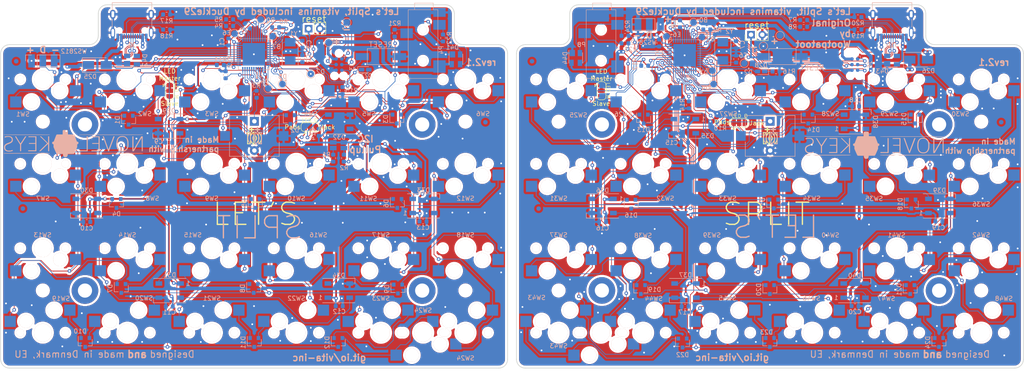
<source format=kicad_pcb>
(kicad_pcb (version 20171130) (host pcbnew "(5.1.2)-2")
  (layers (0 F.Cu signal) (31 B.Cu signal) (34 B.Paste user) (35 F.Paste user) (36 B.SilkS user) (37 F.SilkS user) (38 B.Mask user) (39 F.Mask user hide) (44 Edge.Cuts user))
  (net 0 "")
  (net 1 "Net-(D1-Pad2)")
  (net 2 "Net-(D2-Pad2)")
  (net 3 "Net-(D3-Pad2)")
  (net 4 "Net-(D4-Pad2)")
  (net 5 "Net-(D5-Pad2)")
  (net 6 "Net-(D6-Pad2)")
  (net 7 "Net-(D7-Pad2)")
  (net 8 "Net-(D8-Pad2)")
  (net 9 "Net-(D9-Pad2)")
  (net 10 "Net-(D10-Pad2)")
  (net 11 "Net-(D11-Pad2)")
  (net 12 "Net-(D12-Pad2)")
  (net 13 "Net-(D13-Pad2)")
  (net 14 "Net-(D14-Pad2)")
  (net 15 "Net-(D15-Pad2)")
  (net 16 "Net-(D16-Pad2)")
  (net 17 "Net-(D17-Pad2)")
  (net 18 "Net-(D18-Pad2)")
  (net 19 "Net-(D19-Pad2)")
  (net 20 "Net-(D20-Pad2)")
  (net 21 "Net-(D21-Pad2)")
  (net 22 "Net-(D22-Pad2)")
  (net 23 "Net-(D23-Pad2)")
  (net 24 "Net-(D24-Pad2)")
  (net 25 GND)
  (net 26 "Net-(JP1-Pad2)")
  (net 27 "Net-(J1-Pad1)")
  (net 28 VBUS)
  (net 29 "Net-(C2-Pad1)")
  (net 30 "Net-(C3-Pad1)")
  (net 31 "Net-(C4-Pad1)")
  (net 32 "Net-(JP2-Pad2)")
  (net 33 "Net-(C6-Pad1)")
  (net 34 "Net-(C7-Pad1)")
  (net 35 "Net-(C8-Pad1)")
  (net 36 "/Left half/row0")
  (net 37 "/Left half/row1")
  (net 38 "/Left half/row2")
  (net 39 "/Left half/row3")
  (net 40 "/Right half/row0")
  (net 41 "/Right half/row1")
  (net 42 "/Right half/row2")
  (net 43 "/Right half/row3")
  (net 44 "/Left half/~Reset")
  (net 45 "/Left half/MISO")
  (net 46 "/Left half/SCK")
  (net 47 "/Left half/MOSI")
  (net 48 "Net-(J5-Pad1)")
  (net 49 "/Right half/MOSI")
  (net 50 "/Right half/SCK")
  (net 51 "/Right half/MISO")
  (net 52 "/Left half/SDA")
  (net 53 "/Left half/SCL/D3")
  (net 54 "/Right half/SDA")
  (net 55 "/Right half/SCL/D3")
  (net 56 "/Left half/buzz")
  (net 57 "/Left half/D-")
  (net 58 "/Left half/D+")
  (net 59 "/Right half/D-")
  (net 60 "/Right half/D+")
  (net 61 "/Right half/buzz")
  (net 62 "/Left half/col0")
  (net 63 "/Left half/col1")
  (net 64 "/Left half/col2")
  (net 65 "/Left half/col3")
  (net 66 "/Left half/col4")
  (net 67 "/Left half/col5")
  (net 68 "/Right half/col0")
  (net 69 "/Right half/col1")
  (net 70 "/Right half/col2")
  (net 71 "/Right half/col3")
  (net 72 "/Right half/col4")
  (net 73 "/Right half/col5")
  (net 74 "/Right half/Dd+")
  (net 75 "/Right half/Dd-")
  (net 76 "/Left half/Dd-")
  (net 77 "/Left half/Dd+")
  (net 78 "Net-(D1-Pad1)")
  (net 79 "Net-(D2-Pad1)")
  (net 80 "Net-(D3-Pad1)")
  (net 81 "Net-(D4-Pad1)")
  (net 82 "Net-(D5-Pad1)")
  (net 83 "Net-(D6-Pad1)")
  (net 84 "Net-(D7-Pad1)")
  (net 85 "Net-(D8-Pad1)")
  (net 86 "Net-(D9-Pad1)")
  (net 87 "Net-(D10-Pad1)")
  (net 88 "Net-(D11-Pad1)")
  (net 89 "Net-(D12-Pad1)")
  (net 90 "Net-(D13-Pad1)")
  (net 91 "Net-(D14-Pad1)")
  (net 92 "Net-(D15-Pad1)")
  (net 93 "Net-(D16-Pad1)")
  (net 94 "Net-(D17-Pad1)")
  (net 95 "Net-(D18-Pad1)")
  (net 96 "Net-(D19-Pad1)")
  (net 97 "Net-(D20-Pad1)")
  (net 98 "Net-(D21-Pad1)")
  (net 99 "Net-(D22-Pad1)")
  (net 100 "Net-(D23-Pad1)")
  (net 101 "Net-(D24-Pad1)")
  (net 102 VCC)
  (net 103 "Net-(R11-Pad1)")
  (net 104 "Net-(R12-Pad1)")
  (net 105 "Net-(R13-Pad1)")
  (net 106 "Net-(R14-Pad1)")
  (net 107 "Net-(D27-Pad1)")
  (net 108 "Net-(D27-Pad2)")
  (net 109 "Net-(D28-Pad2)")
  (net 110 "Net-(D28-Pad1)")
  (net 111 "Net-(D29-Pad2)")
  (net 112 "Net-(D30-Pad2)")
  (net 113 "Net-(D31-Pad2)")
  (net 114 "Net-(D32-Pad2)")
  (net 115 "Net-(D35-Pad2)")
  (net 116 "Net-(D36-Pad2)")
  (net 117 "Net-(D37-Pad2)")
  (net 118 "Net-(D38-Pad2)")
  (net 119 "Net-(D32-Pad4)")
  (net 120 "Net-(D33-Pad4)")
  (net 121 "Net-(D38-Pad4)")
  (net 122 "Net-(D39-Pad4)")
  (net 123 "Net-(D35-Pad4)")
  (net 124 "Net-(D29-Pad4)")
  (net 125 "/Left half/WS2812-in")
  (net 126 "/Left half/WS2812-out")
  (net 127 "Net-(J9-PadA5)")
  (net 128 "Net-(J9-PadB5)")
  (net 129 "Net-(J10-PadB5)")
  (net 130 "Net-(J10-PadA5)")
  (net 131 "/Right half/~Reset")
  (net 132 "/Left half/PB0")
  (net 133 "/Left half/PB7")
  (net 134 "/Left half/PE6")
  (net 135 "/Left half/PD2")
  (net 136 "/Left half/PD4")
  (net 137 "/Left half/PD3")
  (net 138 "/Right half/PD3")
  (net 139 "/Right half/PD4")
  (net 140 "/Right half/PD2")
  (net 141 "/Right half/PE6")
  (net 142 "/Right half/PB7")
  (net 143 "/Right half/PB0")
  (net 144 "/Right half/WS2812-in")
  (net 145 "/Right half/WS2812-out")
  (net 146 "/Left half/Ring2")
  (net 147 "/Left half/Ring1")
  (net 148 "/Right half/Ring1")
  (net 149 "/Right half/Ring2")
  (module Resistor_SMD:R_0603_1608Metric (layer B.Cu) (at 140.7 7 180)
    (fp_text reference R24 (at -0.6 2.1 90) (layer B.SilkS) (effects (justify mirror)))
    (fp_text value 220R)
    (pad 2 smd roundrect (at 0.7875 0 180) (size 0.875 0.95) (layers B.Cu B.Paste B.Mask) (net 149 "/Right half/Ring2"))
    (pad 1 smd roundrect (at -0.7875 0 180) (size 0.875 0.95) (layers B.Cu B.Paste B.Mask) (net 54 "/Right half/SDA"))
  )
  (module Resistor_SMD:R_0603_1608Metric (layer B.Cu) (at 140.7 8.7 180)
    (fp_text reference R23 (at -1.3 -1.4) (layer B.SilkS) (effects (justify mirror)))
    (fp_text value 220R)
    (pad 2 smd roundrect (at 0.7875 0 180) (size 0.875 0.95) (layers B.Cu B.Paste B.Mask) (net 148 "/Right half/Ring1"))
    (pad 1 smd roundrect (at -0.7875 0 180) (size 0.875 0.95) (layers B.Cu B.Paste B.Mask) (net 55 "/Right half/SCL/D3"))
  )
  (module Resistor_SMD:R_0603_1608Metric (layer B.Cu) (at 99.7 7.5 90)
    (fp_text reference R22 (at 0 1.43 90) (layer B.SilkS) (effects (justify mirror)))
    (fp_text value 220R)
    (pad 2 smd roundrect (at 0.7875 0 90) (size 0.875 0.95) (layers B.Cu B.Paste B.Mask) (net 146 "/Left half/Ring2"))
    (pad 1 smd roundrect (at -0.7875 0 90) (size 0.875 0.95) (layers B.Cu B.Paste B.Mask) (net 52 "/Left half/SDA"))
  )
  (module Resistor_SMD:R_0603_1608Metric (layer B.Cu) (at 88.8 6.4 90)
    (fp_text reference R21 (at 2.2 0 180) (layer B.SilkS) (effects (justify mirror)))
    (fp_text value 220R)
    (pad 2 smd roundrect (at 0.7875 0 90) (size 0.875 0.95) (layers B.Cu B.Paste B.Mask) (net 147 "/Left half/Ring1"))
    (pad 1 smd roundrect (at -0.7875 0 90) (size 0.875 0.95) (layers B.Cu B.Paste B.Mask) (net 53 "/Left half/SCL/D3"))
  )
  (module sockets:Kailh-socket (layer B.Cu) (at 104.75 16.85)
    (fp_text reference SW6 (at 3.95 7.75 180) (layer B.SilkS) (effects (justify mirror)))
    (fp_text value Socket)
    (pad 1 smd rect (at 7.36 2.54) (size 2.55 2.5) (layers B.Cu B.Paste B.Mask) (net 3 "Net-(D3-Pad2)"))
    (pad 2 smd rect (at -6.09 5.08) (size 2.55 2.5) (layers B.Cu B.Paste B.Mask) (net 67 "/Left half/col5"))
    (pad "" np_thru_hole circle (at -2.54 5.08) (size 3 3) (drill 3) (layers *.Cu *.Mask B.SilkS))
    (pad "" np_thru_hole circle (at 3.81 2.54) (size 3 3) (drill 3) (layers *.Cu *.Mask B.SilkS))
    (pad "" np_thru_hole circle (at -5.08 0) (size 1.7 1.7) (drill 1.7) (layers *.Cu *.Mask B.SilkS))
    (pad "" np_thru_hole circle (at 5.08 0) (size 1.7 1.7) (drill 1.7) (layers *.Cu *.Mask B.SilkS))
    (pad "" np_thru_hole circle (at 0 0) (size 4 4) (drill 4) (layers *.Cu *.Mask B.SilkS))
  )
  (module Package_TO_SOT_SMD:SOT-143 (layer B.Cu) (at 102.6 12.3 270)
    (fp_text reference D41 (at -2.7 0.8 180) (layer B.SilkS) (effects (justify mirror)))
    (fp_text value PRTR5V0U2X)
    (pad 4 smd rect (at 1.1 0.95) (size 1 1.4) (layers B.Cu B.Paste B.Mask) (net 102 VCC))
    (pad 3 smd rect (at 1.1 -0.95) (size 1 1.4) (layers B.Cu B.Paste B.Mask) (net 146 "/Left half/Ring2"))
    (pad 2 smd rect (at -1.1 -0.95) (size 1 1.4) (layers B.Cu B.Paste B.Mask) (net 147 "/Left half/Ring1"))
    (pad 1 smd rect (at -1.1 0.77) (size 1.2 1.4) (layers B.Cu B.Paste B.Mask) (net 25 GND))
  )
  (module Package_TO_SOT_SMD:SOT-143 (layer B.Cu) (at 129.6 12 270)
    (fp_text reference D44 (at 0.02 2.38 90) (layer B.SilkS) (effects (justify mirror)))
    (fp_text value PRTR5V0U2X)
    (pad 4 smd rect (at 1.1 0.95) (size 1 1.4) (layers B.Cu B.Paste B.Mask) (net 102 VCC))
    (pad 3 smd rect (at 1.1 -0.95) (size 1 1.4) (layers B.Cu B.Paste B.Mask) (net 148 "/Right half/Ring1"))
    (pad 2 smd rect (at -1.1 -0.95) (size 1 1.4) (layers B.Cu B.Paste B.Mask) (net 149 "/Right half/Ring2"))
    (pad 1 smd rect (at -1.1 0.77) (size 1.2 1.4) (layers B.Cu B.Paste B.Mask) (net 25 GND))
  )
  (module Diodes_SMD:D_SMA (layer B.Cu) (at 206.9 12.4)
    (fp_text reference D26 (at 2.2 2.5 180) (layer B.SilkS) (effects (justify mirror)))
    (fp_text value SS210ATR)
    (pad 1 smd rect (at -2 0) (size 2.5 1.8) (layers B.Cu B.Paste B.Mask) (net 102 VCC))
    (pad 2 smd rect (at 2 0) (size 2.5 1.8) (layers B.Cu B.Paste B.Mask) (net 28 VBUS))
  )
  (module sockets:Kailh-socket (layer B.Cu) (at 201.95 16.85)
    (fp_text reference SW29 (at -1.65 7.75 180) (layer B.SilkS) (effects (justify mirror)))
    (fp_text value Socket)
    (pad "" np_thru_hole circle (at 0 0) (size 4 4) (drill 4) (layers *.Cu *.Mask B.SilkS))
    (pad "" np_thru_hole circle (at 5.08 0) (size 1.7 1.7) (drill 1.7) (layers *.Cu *.Mask B.SilkS))
    (pad "" np_thru_hole circle (at -5.08 0) (size 1.7 1.7) (drill 1.7) (layers *.Cu *.Mask B.SilkS))
    (pad "" np_thru_hole circle (at 3.81 2.54) (size 3 3) (drill 3) (layers *.Cu *.Mask B.SilkS))
    (pad "" np_thru_hole circle (at -2.54 5.08) (size 3 3) (drill 3) (layers *.Cu *.Mask B.SilkS))
    (pad 2 smd rect (at -6.09 5.08) (size 2.55 2.5) (layers B.Cu B.Paste B.Mask) (net 92 "Net-(D15-Pad1)"))
    (pad 1 smd rect (at 7.36 2.54) (size 2.55 2.5) (layers B.Cu B.Paste B.Mask) (net 72 "/Right half/col4"))
  )
  (module TO_SOT_Packages_SMD:SOT-23 (layer B.Cu) (at 89.4 44.838 270)
    (fp_text reference D6 (at 0 2.5 270) (layer B.SilkS) (effects (justify mirror)))
    (fp_text value BAV70)
    (pad 1 smd rect (at -1 0.95 270) (size 0.9 0.8) (layers B.Cu B.Paste B.Mask) (net 83 "Net-(D6-Pad1)"))
    (pad 2 smd rect (at -1 -0.95 270) (size 0.9 0.8) (layers B.Cu B.Paste B.Mask) (net 6 "Net-(D6-Pad2)"))
    (pad 3 smd rect (at 1 0 270) (size 0.9 0.8) (layers B.Cu B.Paste B.Mask) (net 37 "/Left half/row1"))
  )
  (module Resistor_SMD:R_0603_1608Metric (layer B.Cu) (at 50.7 15.8 90)
    (fp_text reference R13 (at 3.05 0.9 90) (layer B.SilkS) (effects (justify mirror)))
    (fp_text value 220R)
    (pad 2 smd roundrect (at 0.7875 0 90) (size 0.875 0.95) (layers B.Cu B.Paste B.Mask) (net 25 GND))
    (pad 1 smd roundrect (at -0.7875 0 90) (size 0.875 0.95) (layers B.Cu B.Paste B.Mask) (net 105 "Net-(R13-Pad1)"))
  )
  (module LED_SMD:LED_WS2812B_PLCC4_5.0x5.0mm_P3.2mm (layer B.Cu) (at 19.4 45.4 180)
    (fp_text reference D30 (at 0 3.5 180) (layer B.SilkS) (effects (justify mirror)))
    (fp_text value WS2812B)
    (fp_text user 1 (at -4.15 1.6 180) (layer B.SilkS) (effects (justify mirror)))
    (pad 1 smd rect (at -2.45 1.6 180) (size 1.5 1) (layers B.Cu B.Paste B.Mask) (net 102 VCC))
    (pad 2 smd rect (at -2.45 -1.6 180) (size 1.5 1) (layers B.Cu B.Paste B.Mask) (net 112 "Net-(D30-Pad2)"))
    (pad 4 smd rect (at 2.45 1.6 180) (size 1.5 1) (layers B.Cu B.Paste B.Mask) (net 111 "Net-(D29-Pad2)"))
    (pad 3 smd rect (at 2.45 -1.6 180) (size 1.5 1) (layers B.Cu B.Paste B.Mask) (net 25 GND))
  )
  (module sockets:Kailh-socket (layer B.Cu) (at 28.55 54.95)
    (fp_text reference SW14 (at 0 -3 180) (layer B.SilkS) (effects (justify mirror)))
    (fp_text value Socket)
    (pad 1 smd rect (at 7.36 2.54) (size 2.55 2.5) (layers B.Cu B.Paste B.Mask) (net 7 "Net-(D7-Pad2)"))
    (pad 2 smd rect (at -6.09 5.08) (size 2.55 2.5) (layers B.Cu B.Paste B.Mask) (net 63 "/Left half/col1"))
    (pad "" np_thru_hole circle (at -2.54 5.08) (size 3 3) (drill 3) (layers *.Cu *.Mask B.SilkS))
    (pad "" np_thru_hole circle (at 3.81 2.54) (size 3 3) (drill 3) (layers *.Cu *.Mask B.SilkS))
    (pad "" np_thru_hole circle (at -5.08 0) (size 1.7 1.7) (drill 1.7) (layers *.Cu *.Mask B.SilkS))
    (pad "" np_thru_hole circle (at 5.08 0) (size 1.7 1.7) (drill 1.7) (layers *.Cu *.Mask B.SilkS))
    (pad "" np_thru_hole circle (at 0 0) (size 4 4) (drill 4) (layers *.Cu *.Mask B.SilkS))
  )
  (module TO_SOT_Packages_SMD:SOT-23 (layer B.Cu) (at 26.1 44.838 270)
    (fp_text reference D4 (at 2.362 0) (layer B.SilkS) (effects (justify mirror)))
    (fp_text value BAV70)
    (pad 3 smd rect (at 1 0 270) (size 0.9 0.8) (layers B.Cu B.Paste B.Mask) (net 37 "/Left half/row1"))
    (pad 2 smd rect (at -1 -0.95 270) (size 0.9 0.8) (layers B.Cu B.Paste B.Mask) (net 4 "Net-(D4-Pad2)"))
    (pad 1 smd rect (at -1 0.95 270) (size 0.9 0.8) (layers B.Cu B.Paste B.Mask) (net 81 "Net-(D4-Pad1)"))
  )
  (module Capacitor_SMD:C_0603_1608Metric (layer B.Cu) (at 68 8.9 270)
    (fp_text reference C3 (at 0 -1.5 270) (layer B.SilkS) (effects (justify mirror)))
    (fp_text value 18pF)
    (pad 2 smd roundrect (at 0.7875 0 270) (size 0.875 0.95) (layers B.Cu B.Paste B.Mask) (net 25 GND))
    (pad 1 smd roundrect (at -0.7875 0 270) (size 0.875 0.95) (layers B.Cu B.Paste B.Mask) (net 30 "Net-(C3-Pad1)"))
  )
  (module Connector:Tag-Connect_TC2030-IDC-NL_2x03_P1.27mm_Vertical (layer B.Cu) (at 76.25 13.5 270)
    (fp_text reference J3 (at 0.5 -2.95 270) (layer B.SilkS) (effects (justify mirror)))
    (fp_text value ISP)
    (pad 6 connect circle (at 1.27 0.635 270) (size 0.7874 0.7874) (layers B.Cu B.Mask) (net 25 GND))
    (pad 5 connect circle (at 1.27 -0.635 270) (size 0.7874 0.7874) (layers B.Cu B.Mask) (net 44 "/Left half/~Reset"))
    (pad 4 connect circle (at 0 0.635 270) (size 0.7874 0.7874) (layers B.Cu B.Mask) (net 47 "/Left half/MOSI"))
    (pad 3 connect circle (at 0 -0.635 270) (size 0.7874 0.7874) (layers B.Cu B.Mask) (net 46 "/Left half/SCK"))
    (pad 2 connect circle (at -1.27 0.635 270) (size 0.7874 0.7874) (layers B.Cu B.Mask) (net 102 VCC))
    (pad 1 connect circle (at -1.27 -0.635 270) (size 0.7874 0.7874) (layers B.Cu B.Mask) (net 45 "/Left half/MISO"))
    (pad "" np_thru_hole circle (at -2.54 0 270) (size 0.9906 0.9906) (drill 0.9906) (layers *.Cu *.Mask))
    (pad "" np_thru_hole circle (at 2.54 -1.016 270) (size 0.9906 0.9906) (drill 0.9906) (layers *.Cu *.Mask))
    (pad "" np_thru_hole circle (at 2.54 1.016 270) (size 0.9906 0.9906) (drill 0.9906) (layers *.Cu *.Mask))
  )
  (module Capacitor_SMD:C_0603_1608Metric (layer B.Cu) (at 37.8875 31.1 180)
    (fp_text reference C9 (at 2.2875 0.2 180) (layer B.SilkS) (effects (justify mirror)))
    (fp_text value 1uF)
    (pad 1 smd roundrect (at -0.7875 0 180) (size 0.875 0.95) (layers B.Cu B.Paste B.Mask) (net 102 VCC))
    (pad 2 smd roundrect (at 0.7875 0 180) (size 0.875 0.95) (layers B.Cu B.Paste B.Mask) (net 25 GND))
  )
  (module Wirepads:SMD_PAD_1x03_Pitch2.54mm (layer B.Cu) (at 6.96 12.658 270)
    (fp_text reference P3 hide)
    (fp_text value WS2812 (at -2.158 -9.54) (layer B.SilkS) (effects (justify mirror)))
    (pad 1 smd rect (at 0 0 270) (size 3 1.5) (layers B.Cu B.Mask) (net 102 VCC))
    (pad 2 smd rect (at 0 -2.54 270) (size 3 1.5) (layers B.Cu B.Mask) (net 126 "/Left half/WS2812-out"))
    (pad 3 smd rect (at 0 -5.08 270) (size 3 1.5) (layers B.Cu B.Mask) (net 25 GND))
  )
  (module Jumper:SolderJumper-3_P1.3mm_Bridged12_RoundedPad1.0x1.5mm (layer F.Cu) (at 69.75 27.6)
    (fp_text reference JP5 hide)
    (fp_text value WS_OUT)
    (pad 1 smd custom (at -1.3 0) (size 1 0.5) (layers F.Cu F.Mask) (net 126 "/Left half/WS2812-out") (options (clearance outline) (anchor rect)) (primitives (gr_circle (center 0 0.25) (end 0.5 0.25) (width 0)) (gr_circle (center 0 -0.25) (end 0.5 -0.25) (width 0)) (gr_poly (pts (xy 0.55 -0.75) (xy 0 -0.75) (xy 0 0.75) (xy 0.55 0.75)) (width 0)) (gr_poly (pts (xy 0.4 -0.3) (xy 0.9 -0.3) (xy 0.9 0.3) (xy 0.4 0.3)) (width 0))))
    (pad 3 smd custom (at 1.3 0) (size 1 0.5) (layers F.Cu F.Mask) (net 52 "/Left half/SDA") (options (clearance outline) (anchor rect)) (primitives (gr_circle (center 0 0.25) (end 0.5 0.25) (width 0)) (gr_circle (center 0 -0.25) (end 0.5 -0.25) (width 0)) (gr_poly (pts (xy -0.55 -0.75) (xy 0 -0.75) (xy 0 0.75) (xy -0.55 0.75)) (width 0))))
    (pad 2 smd rect (at 0 0) (size 1 1.5) (layers F.Cu F.Mask) (net 114 "Net-(D32-Pad2)"))
  )
  (module sockets:Kailh-socket (layer B.Cu) (at 66.65 74 180)
    (fp_text reference SW22 (at 0 7.75 180) (layer B.SilkS) (effects (justify mirror)))
    (fp_text value Socket)
    (pad 1 smd rect (at 7.36 2.54 180) (size 2.55 2.5) (layers B.Cu B.Paste B.Mask) (net 11 "Net-(D11-Pad2)"))
    (pad 2 smd rect (at -6.09 5.08 180) (size 2.55 2.5) (layers B.Cu B.Paste B.Mask) (net 65 "/Left half/col3"))
    (pad "" np_thru_hole circle (at -2.54 5.08 180) (size 3 3) (drill 3) (layers *.Cu *.Mask B.SilkS))
    (pad "" np_thru_hole circle (at 3.81 2.54 180) (size 3 3) (drill 3) (layers *.Cu *.Mask B.SilkS))
    (pad "" np_thru_hole circle (at -5.08 0 180) (size 1.7 1.7) (drill 1.7) (layers *.Cu *.Mask B.SilkS))
    (pad "" np_thru_hole circle (at 5.08 0 180) (size 1.7 1.7) (drill 1.7) (layers *.Cu *.Mask B.SilkS))
    (pad "" np_thru_hole circle (at 0 0 180) (size 4 4) (drill 4) (layers *.Cu *.Mask B.SilkS))
  )
  (module sockets:Kailh-socket (layer B.Cu) (at 85.7 54.95)
    (fp_text reference SW17 (at 0 -3 180) (layer B.SilkS) (effects (justify mirror)))
    (fp_text value Socket)
    (pad 1 smd rect (at 7.36 2.54) (size 2.55 2.5) (layers B.Cu B.Paste B.Mask) (net 66 "/Left half/col4"))
    (pad 2 smd rect (at -6.09 5.08) (size 2.55 2.5) (layers B.Cu B.Paste B.Mask) (net 86 "Net-(D9-Pad1)"))
    (pad "" np_thru_hole circle (at -2.54 5.08) (size 3 3) (drill 3) (layers *.Cu *.Mask B.SilkS))
    (pad "" np_thru_hole circle (at 3.81 2.54) (size 3 3) (drill 3) (layers *.Cu *.Mask B.SilkS))
    (pad "" np_thru_hole circle (at -5.08 0) (size 1.7 1.7) (drill 1.7) (layers *.Cu *.Mask B.SilkS))
    (pad "" np_thru_hole circle (at 5.08 0) (size 1.7 1.7) (drill 1.7) (layers *.Cu *.Mask B.SilkS))
    (pad "" np_thru_hole circle (at 0 0) (size 4 4) (drill 4) (layers *.Cu *.Mask B.SilkS))
  )
  (module TO_SOT_Packages_SMD:SOT-23 (layer B.Cu) (at 57.026 64.015 270)
    (fp_text reference D8 (at 0 2.5 270) (layer B.SilkS) (effects (justify mirror)))
    (fp_text value BAV70)
    (pad 3 smd rect (at 1 0 270) (size 0.9 0.8) (layers B.Cu B.Paste B.Mask) (net 38 "/Left half/row2"))
    (pad 2 smd rect (at -1 -0.95 270) (size 0.9 0.8) (layers B.Cu B.Paste B.Mask) (net 8 "Net-(D8-Pad2)"))
    (pad 1 smd rect (at -1 0.95 270) (size 0.9 0.8) (layers B.Cu B.Paste B.Mask) (net 85 "Net-(D8-Pad1)"))
  )
  (module TO_SOT_Packages_SMD:SOT-23 (layer B.Cu) (at 89.538 64.142 270)
    (fp_text reference D9 (at 0 2.5 270) (layer B.SilkS) (effects (justify mirror)))
    (fp_text value BAV70)
    (pad 3 smd rect (at 1 0 270) (size 0.9 0.8) (layers B.Cu B.Paste B.Mask) (net 38 "/Left half/row2"))
    (pad 2 smd rect (at -1 -0.95 270) (size 0.9 0.8) (layers B.Cu B.Paste B.Mask) (net 9 "Net-(D9-Pad2)"))
    (pad 1 smd rect (at -1 0.95 270) (size 0.9 0.8) (layers B.Cu B.Paste B.Mask) (net 86 "Net-(D9-Pad1)"))
  )
  (module sockets:Kailh-socket (layer B.Cu) (at 47.6 35.9)
    (fp_text reference SW9 (at -0.025 7.8 180) (layer B.SilkS) (effects (justify mirror)))
    (fp_text value Socket)
    (pad 1 smd rect (at 7.36 2.54) (size 2.55 2.5) (layers B.Cu B.Paste B.Mask) (net 64 "/Left half/col2"))
    (pad 2 smd rect (at -6.09 5.08) (size 2.55 2.5) (layers B.Cu B.Paste B.Mask) (net 82 "Net-(D5-Pad1)"))
    (pad "" np_thru_hole circle (at -2.54 5.08) (size 3 3) (drill 3) (layers *.Cu *.Mask B.SilkS))
    (pad "" np_thru_hole circle (at 3.81 2.54) (size 3 3) (drill 3) (layers *.Cu *.Mask B.SilkS))
    (pad "" np_thru_hole circle (at -5.08 0) (size 1.7 1.7) (drill 1.7) (layers *.Cu *.Mask B.SilkS))
    (pad "" np_thru_hole circle (at 5.08 0) (size 1.7 1.7) (drill 1.7) (layers *.Cu *.Mask B.SilkS))
    (pad "" np_thru_hole circle (at 0 0) (size 4 4) (drill 4) (layers *.Cu *.Mask B.SilkS))
  )
  (module LED_SMD:LED_WS2812B_PLCC4_5.0x5.0mm_P3.2mm (layer B.Cu) (at 76.2 64.5)
    (fp_text reference D34 (at 0 -3.4) (layer B.SilkS) (effects (justify mirror)))
    (fp_text value WS2812B)
    (fp_text user 1 (at -4.15 1.6) (layer B.SilkS) (effects (justify mirror)))
    (pad 1 smd rect (at -2.45 1.6) (size 1.5 1) (layers B.Cu B.Paste B.Mask) (net 102 VCC))
    (pad 2 smd rect (at -2.45 -1.6) (size 1.5 1) (layers B.Cu B.Paste B.Mask) (net 120 "Net-(D33-Pad4)"))
    (pad 4 smd rect (at 2.45 1.6) (size 1.5 1) (layers B.Cu B.Paste B.Mask) (net 113 "Net-(D31-Pad2)"))
    (pad 3 smd rect (at 2.45 -1.6) (size 1.5 1) (layers B.Cu B.Paste B.Mask) (net 25 GND))
  )
  (module TO_SOT_Packages_SMD:SOT-23 (layer B.Cu) (at 19.053 76.207 270)
    (fp_text reference D10 (at -2.54 1.143) (layer B.SilkS) (effects (justify mirror)))
    (fp_text value BAV70)
    (pad 1 smd rect (at -1 0.95 270) (size 0.9 0.8) (layers B.Cu B.Paste B.Mask) (net 87 "Net-(D10-Pad1)"))
    (pad 2 smd rect (at -1 -0.95 270) (size 0.9 0.8) (layers B.Cu B.Paste B.Mask) (net 10 "Net-(D10-Pad2)"))
    (pad 3 smd rect (at 1 0 270) (size 0.9 0.8) (layers B.Cu B.Paste B.Mask) (net 39 "/Left half/row3"))
  )
  (module Resistor_SMD:R_0603_1608Metric (layer B.Cu) (at 74.9465 34.616 270)
    (fp_text reference R1 (at -0.816 1.5465 180) (layer B.SilkS) (effects (justify mirror)))
    (fp_text value 4K7)
    (pad 2 smd roundrect (at 0.7875 0 270) (size 0.875 0.95) (layers B.Cu B.Paste B.Mask) (net 52 "/Left half/SDA"))
    (pad 1 smd roundrect (at -0.7875 0 270) (size 0.875 0.95) (layers B.Cu B.Paste B.Mask) (net 26 "Net-(JP1-Pad2)"))
  )
  (module graphics:kiwi12.5mm (layer F.Cu) (at 44.1 6.75)
    (fp_text reference G*** hide)
    (fp_text value LOGO hide)
  )
  (module TestPoint:TestPoint_Pad_D1.5mm (layer B.Cu) (at 61.3 7.1)
    (fp_text reference J14 hide)
    (fp_text value Conn_01x01)
    (pad 1 smd circle (at 0 0) (size 1.5 1.5) (layers B.Cu B.Mask) (net 133 "/Left half/PB7"))
  )
  (module sockets:Kailh-socket (layer B.Cu) (at 9.5 16.85)
    (fp_text reference SW1 (at -4.5 7.85 180) (layer B.SilkS) (effects (justify mirror)))
    (fp_text value Socket)
    (pad 1 smd rect (at 7.36 2.54) (size 2.55 2.5) (layers B.Cu B.Paste B.Mask) (net 62 "/Left half/col0"))
    (pad 2 smd rect (at -6.09 5.08) (size 2.55 2.5) (layers B.Cu B.Paste B.Mask) (net 78 "Net-(D1-Pad1)"))
    (pad "" np_thru_hole circle (at -2.54 5.08) (size 3 3) (drill 3) (layers *.Cu *.Mask B.SilkS))
    (pad "" np_thru_hole circle (at 3.81 2.54) (size 3 3) (drill 3) (layers *.Cu *.Mask B.SilkS))
    (pad "" np_thru_hole circle (at -5.08 0) (size 1.7 1.7) (drill 1.7) (layers *.Cu *.Mask B.SilkS))
    (pad "" np_thru_hole circle (at 5.08 0) (size 1.7 1.7) (drill 1.7) (layers *.Cu *.Mask B.SilkS))
    (pad "" np_thru_hole circle (at 0 0) (size 4 4) (drill 4) (layers *.Cu *.Mask B.SilkS))
  )
  (module sockets:Kailh-socket (layer B.Cu) (at 28.55 74 180)
    (fp_text reference SW20 (at -3.75 7.8 180) (layer B.SilkS) (effects (justify mirror)))
    (fp_text value Socket)
    (pad 1 smd rect (at 7.36 2.54 180) (size 2.55 2.5) (layers B.Cu B.Paste B.Mask) (net 10 "Net-(D10-Pad2)"))
    (pad 2 smd rect (at -6.09 5.08 180) (size 2.55 2.5) (layers B.Cu B.Paste B.Mask) (net 63 "/Left half/col1"))
    (pad "" np_thru_hole circle (at -2.54 5.08 180) (size 3 3) (drill 3) (layers *.Cu *.Mask B.SilkS))
    (pad "" np_thru_hole circle (at 3.81 2.54 180) (size 3 3) (drill 3) (layers *.Cu *.Mask B.SilkS))
    (pad "" np_thru_hole circle (at -5.08 0 180) (size 1.7 1.7) (drill 1.7) (layers *.Cu *.Mask B.SilkS))
    (pad "" np_thru_hole circle (at 5.08 0 180) (size 1.7 1.7) (drill 1.7) (layers *.Cu *.Mask B.SilkS))
    (pad "" np_thru_hole circle (at 0 0 180) (size 4 4) (drill 4) (layers *.Cu *.Mask B.SilkS))
  )
  (module LED_SMD:LED_0603_1608Metric_Castellated (layer B.Cu) (at 82.15 14.65)
    (fp_text reference D27 (at 0.3 1.3 180) (layer B.SilkS) (effects (font (size 0.8 0.8) (thickness 0.12)) (justify mirror)))
    (fp_text value SML-D12U1WT86)
    (pad 1 smd roundrect (at -0.8125 0) (size 1.225 0.85) (layers B.Cu B.Paste B.Mask) (net 107 "Net-(D27-Pad1)"))
    (pad 2 smd roundrect (at 0.8125 0) (size 1.225 0.85) (layers B.Cu B.Paste B.Mask) (net 108 "Net-(D27-Pad2)"))
  )
  (module sockets:Kailh-socket (layer B.Cu) (at 47.6 54.95)
    (fp_text reference SW15 (at -4.3 -3 180) (layer B.SilkS) (effects (justify mirror)))
    (fp_text value Socket)
    (pad 1 smd rect (at 7.36 2.54) (size 2.55 2.5) (layers B.Cu B.Paste B.Mask) (net 64 "/Left half/col2"))
    (pad 2 smd rect (at -6.09 5.08) (size 2.55 2.5) (layers B.Cu B.Paste B.Mask) (net 85 "Net-(D8-Pad1)"))
    (pad "" np_thru_hole circle (at -2.54 5.08) (size 3 3) (drill 3) (layers *.Cu *.Mask B.SilkS))
    (pad "" np_thru_hole circle (at 3.81 2.54) (size 3 3) (drill 3) (layers *.Cu *.Mask B.SilkS))
    (pad "" np_thru_hole circle (at -5.08 0) (size 1.7 1.7) (drill 1.7) (layers *.Cu *.Mask B.SilkS))
    (pad "" np_thru_hole circle (at 5.08 0) (size 1.7 1.7) (drill 1.7) (layers *.Cu *.Mask B.SilkS))
    (pad "" np_thru_hole circle (at 0 0) (size 4 4) (drill 4) (layers *.Cu *.Mask B.SilkS))
  )
  (module SeeedOPL-IC-2016:QFN44G-0.5-7X7MM (layer B.Cu) (at 57.067518 11.173 270)
    (fp_text reference U1 (at 4.727 -1.132482) (layer B.SilkS) (effects (font (size 0.889 0.889) (thickness 0.1016)) (justify mirror)))
    (fp_text value ATMega32U4 hide)
    (pad 1 smd rect (at -3.34772 2.49936 90) (size 0.99822 0.29972) (layers B.Cu B.Paste B.Mask) (net 134 "/Left half/PE6"))
    (pad 2 smd rect (at -3.34772 1.99898 90) (size 0.99822 0.29972) (layers B.Cu B.Paste B.Mask) (net 28 VBUS))
    (pad 3 smd rect (at -3.34772 1.4986 90) (size 0.99822 0.29972) (layers B.Cu B.Paste B.Mask) (net 57 "/Left half/D-"))
    (pad 4 smd rect (at -3.34772 0.99822 90) (size 0.99822 0.29972) (layers B.Cu B.Paste B.Mask) (net 58 "/Left half/D+"))
    (pad 5 smd rect (at -3.34772 0.49784 90) (size 0.99822 0.29972) (layers B.Cu B.Paste B.Mask) (net 25 GND))
    (pad 6 smd rect (at -3.34772 0 90) (size 0.99822 0.29972) (layers B.Cu B.Paste B.Mask) (net 31 "Net-(C4-Pad1)"))
    (pad 7 smd rect (at -3.34772 -0.49784 90) (size 0.99822 0.29972) (layers B.Cu B.Paste B.Mask) (net 28 VBUS))
    (pad 8 smd rect (at -3.34772 -0.99822 90) (size 0.99822 0.29972) (layers B.Cu B.Paste B.Mask) (net 132 "/Left half/PB0"))
    (pad 9 smd rect (at -3.34772 -1.4986 90) (size 0.99822 0.29972) (layers B.Cu B.Paste B.Mask) (net 46 "/Left half/SCK"))
    (pad 10 smd rect (at -3.34772 -1.99898 90) (size 0.99822 0.29972) (layers B.Cu B.Paste B.Mask) (net 47 "/Left half/MOSI"))
    (pad 11 smd rect (at -3.34772 -2.49936 90) (size 0.99822 0.29972) (layers B.Cu B.Paste B.Mask) (net 45 "/Left half/MISO"))
    (pad 12 smd rect (at -2.49936 -3.34772) (size 0.99822 0.29972) (layers B.Cu B.Paste B.Mask) (net 133 "/Left half/PB7"))
    (pad 13 smd rect (at -1.99898 -3.34772) (size 0.99822 0.29972) (layers B.Cu B.Paste B.Mask) (net 44 "/Left half/~Reset"))
    (pad 14 smd rect (at -1.4986 -3.34772) (size 0.99822 0.29972) (layers B.Cu B.Paste B.Mask) (net 102 VCC))
    (pad 15 smd rect (at -0.99822 -3.34772) (size 0.99822 0.29972) (layers B.Cu B.Paste B.Mask) (net 25 GND))
    (pad 16 smd rect (at -0.49784 -3.34772) (size 0.99822 0.29972) (layers B.Cu B.Paste B.Mask) (net 30 "Net-(C3-Pad1)"))
    (pad 17 smd rect (at 0 -3.34772) (size 0.99822 0.29972) (layers B.Cu B.Paste B.Mask) (net 29 "Net-(C2-Pad1)"))
    (pad 18 smd rect (at 0.49784 -3.34772) (size 0.99822 0.29972) (layers B.Cu B.Paste B.Mask) (net 53 "/Left half/SCL/D3"))
    (pad 19 smd rect (at 0.99822 -3.34772) (size 0.99822 0.29972) (layers B.Cu B.Paste B.Mask) (net 52 "/Left half/SDA"))
    (pad 20 smd rect (at 1.4986 -3.34772) (size 0.99822 0.29972) (layers B.Cu B.Paste B.Mask) (net 135 "/Left half/PD2"))
    (pad 21 smd rect (at 1.99898 -3.34772) (size 0.99822 0.29972) (layers B.Cu B.Paste B.Mask) (net 137 "/Left half/PD3"))
    (pad 22 smd rect (at 2.49936 -3.34772) (size 0.99822 0.29972) (layers B.Cu B.Paste B.Mask) (net 108 "Net-(D27-Pad2)"))
    (pad 23 smd rect (at 3.34772 -2.49936 270) (size 0.99822 0.29972) (layers B.Cu B.Paste B.Mask) (net 25 GND))
    (pad 24 smd rect (at 3.34772 -1.99898 270) (size 0.99822 0.29972) (layers B.Cu B.Paste B.Mask) (net 102 VCC))
    (pad 25 smd rect (at 3.34772 -1.4986 270) (size 0.99822 0.29972) (layers B.Cu B.Paste B.Mask) (net 136 "/Left half/PD4"))
    (pad 26 smd rect (at 3.34772 -0.99822 270) (size 0.99822 0.29972) (layers B.Cu B.Paste B.Mask) (net 67 "/Left half/col5"))
    (pad 27 smd rect (at 3.34772 -0.49784 270) (size 0.99822 0.29972) (layers B.Cu B.Paste B.Mask) (net 66 "/Left half/col4"))
    (pad 28 smd rect (at 3.34772 0 270) (size 0.99822 0.29972) (layers B.Cu B.Paste B.Mask) (net 103 "Net-(R11-Pad1)"))
    (pad 29 smd rect (at 3.34772 0.49784 270) (size 0.99822 0.29972) (layers B.Cu B.Paste B.Mask) (net 105 "Net-(R13-Pad1)"))
    (pad 30 smd rect (at 3.34772 0.99822 270) (size 0.99822 0.29972) (layers B.Cu B.Paste B.Mask) (net 65 "/Left half/col3"))
    (pad 31 smd rect (at 3.34772 1.4986 270) (size 0.99822 0.29972) (layers B.Cu B.Paste B.Mask) (net 56 "/Left half/buzz"))
    (pad 32 smd rect (at 3.34772 1.99898 270) (size 0.99822 0.29972) (layers B.Cu B.Paste B.Mask) (net 38 "/Left half/row2"))
    (pad 33 smd rect (at 3.34772 2.49936 270) (size 0.99822 0.29972) (layers B.Cu B.Paste B.Mask) (net 64 "/Left half/col2"))
    (pad 34 smd rect (at 2.49936 3.34772 180) (size 0.99822 0.29972) (layers B.Cu B.Paste B.Mask) (net 102 VCC))
    (pad 35 smd rect (at 1.99898 3.34772 180) (size 0.99822 0.29972) (layers B.Cu B.Paste B.Mask) (net 25 GND))
    (pad 36 smd rect (at 1.4986 3.34772 180) (size 0.99822 0.29972) (layers B.Cu B.Paste B.Mask) (net 39 "/Left half/row3"))
    (pad 37 smd rect (at 0.99822 3.34772 180) (size 0.99822 0.29972) (layers B.Cu B.Paste B.Mask) (net 37 "/Left half/row1"))
    (pad 38 smd rect (at 0.49784 3.34772 180) (size 0.99822 0.29972) (layers B.Cu B.Paste B.Mask) (net 36 "/Left half/row0"))
    (pad 39 smd rect (at 0 3.34772 180) (size 0.99822 0.29972) (layers B.Cu B.Paste B.Mask) (net 63 "/Left half/col1"))
    (pad 40 smd rect (at -0.49784 3.34772 180) (size 0.99822 0.29972) (layers B.Cu B.Paste B.Mask) (net 62 "/Left half/col0"))
    (pad 41 smd rect (at -0.99822 3.34772 180) (size 0.99822 0.29972) (layers B.Cu B.Paste B.Mask) (net 125 "/Left half/WS2812-in"))
    (pad 42 smd rect (at -1.4986 3.34772 180) (size 0.99822 0.29972) (layers B.Cu B.Paste B.Mask))
    (pad 43 smd rect (at -1.99898 3.34772 180) (size 0.99822 0.29972) (layers B.Cu B.Paste B.Mask) (net 25 GND))
    (pad 44 smd rect (at -2.49936 3.34772 180) (size 0.99822 0.29972) (layers B.Cu B.Paste B.Mask) (net 102 VCC))
    (pad TAB smd rect (at 0 0 270) (size 5.08 5.08) (layers B.Cu B.Paste B.Mask) (net 25 GND))
  )
  (module MountingHole:MountingHole_2.2mm_M2 (layer F.Cu) (at 104.75 64.475)
    (fp_text reference REF** hide)
    (fp_text value MountingHole_2.2mm_M2)
    (pad 1 np_thru_hole circle (at 0 0) (size 2.2 2.2) (drill 2.2) (layers *.Cu *.Mask))
  )
  (module graphics:NovelKeys (layer B.Cu) (at 16.4 31.3 180)
    (fp_text reference G*** hide)
    (fp_text value LOGO hide)
  )
  (module MountingHole:MountingHole_2.2mm_M2 (layer F.Cu) (at 104.75 26.375)
    (fp_text reference REF** hide)
    (fp_text value MountingHole_2.2mm_M2)
    (pad 1 np_thru_hole circle (at 0 0) (size 2.2 2.2) (drill 2.2) (layers *.Cu *.Mask))
  )
  (module Capacitor_SMD:C_0603_1608Metric (layer B.Cu) (at 71.7 28.8 90)
    (fp_text reference C14 (at -0.4 -1.3 90) (layer B.SilkS) (effects (justify mirror)))
    (fp_text value 1uF)
    (pad 2 smd roundrect (at 0.7875 0 90) (size 0.875 0.95) (layers B.Cu B.Paste B.Mask) (net 25 GND))
    (pad 1 smd roundrect (at -0.7875 0 90) (size 0.875 0.95) (layers B.Cu B.Paste B.Mask) (net 102 VCC))
  )
  (module MountingHole:MountingHole_2.2mm_M2 (layer F.Cu) (at 9.5 26.375)
    (fp_text reference REF** hide)
    (fp_text value MountingHole_2.2mm_M2)
    (pad 1 np_thru_hole circle (at 0 0) (size 2.2 2.2) (drill 2.2) (layers *.Cu *.Mask))
  )
  (module Button_Switch_SMD:SW_SPST_FSMSM (layer B.Cu) (at 85.7 11.7)
    (fp_text reference SW49 hide)
    (fp_text value FSMSM)
    (pad 1 smd rect (at -4.19 0) (size 3 1.6) (layers B.Cu B.Paste B.Mask) (net 44 "/Left half/~Reset"))
    (pad 2 smd rect (at 4.19 0) (size 3 1.6) (layers B.Cu B.Paste B.Mask) (net 25 GND))
  )
  (module sockets:Kailh-socket (layer B.Cu) (at 85.7 74 180)
    (fp_text reference SW23 (at 0 7.75 180) (layer B.SilkS) (effects (justify mirror)))
    (fp_text value Socket)
    (pad 1 smd rect (at 7.36 2.54 180) (size 2.55 2.5) (layers B.Cu B.Paste B.Mask) (net 66 "/Left half/col4"))
    (pad 2 smd rect (at -6.09 5.08 180) (size 2.55 2.5) (layers B.Cu B.Paste B.Mask) (net 89 "Net-(D12-Pad1)"))
    (pad "" np_thru_hole circle (at -2.54 5.08 180) (size 3 3) (drill 3) (layers *.Cu *.Mask B.SilkS))
    (pad "" np_thru_hole circle (at 3.81 2.54 180) (size 3 3) (drill 3) (layers *.Cu *.Mask B.SilkS))
    (pad "" np_thru_hole circle (at -5.08 0 180) (size 1.7 1.7) (drill 1.7) (layers *.Cu *.Mask B.SilkS))
    (pad "" np_thru_hole circle (at 5.08 0 180) (size 1.7 1.7) (drill 1.7) (layers *.Cu *.Mask B.SilkS))
    (pad "" np_thru_hole circle (at 0 0 180) (size 4 4) (drill 4) (layers *.Cu *.Mask B.SilkS))
  )
  (module LED_SMD:LED_WS2812B_PLCC4_5.0x5.0mm_P3.2mm (layer B.Cu) (at 95.3 45.4)
    (fp_text reference D33 (at 0 -3.55) (layer B.SilkS) (effects (justify mirror)))
    (fp_text value WS2812B)
    (fp_text user 1 (at -4.15 1.6) (layer B.SilkS) (effects (justify mirror)))
    (pad 1 smd rect (at -2.45 1.6) (size 1.5 1) (layers B.Cu B.Paste B.Mask) (net 102 VCC))
    (pad 2 smd rect (at -2.45 -1.6) (size 1.5 1) (layers B.Cu B.Paste B.Mask) (net 119 "Net-(D32-Pad4)"))
    (pad 4 smd rect (at 2.45 1.6) (size 1.5 1) (layers B.Cu B.Paste B.Mask) (net 120 "Net-(D33-Pad4)"))
    (pad 3 smd rect (at 2.45 -1.6) (size 1.5 1) (layers B.Cu B.Paste B.Mask) (net 25 GND))
  )
  (module TO_SOT_Packages_SMD:SOT-23 (layer B.Cu) (at 65.281 25.915 270)
    (fp_text reference D2 (at 2.385 -1.019) (layer B.SilkS) (effects (justify mirror)))
    (fp_text value BAV70)
    (pad 3 smd rect (at 1 0 270) (size 0.9 0.8) (layers B.Cu B.Paste B.Mask) (net 36 "/Left half/row0"))
    (pad 2 smd rect (at -1 -0.95 270) (size 0.9 0.8) (layers B.Cu B.Paste B.Mask) (net 2 "Net-(D2-Pad2)"))
    (pad 1 smd rect (at -1 0.95 270) (size 0.9 0.8) (layers B.Cu B.Paste B.Mask) (net 79 "Net-(D2-Pad1)"))
  )
  (module Connect:1pin (layer F.Cu) (at 95.2 26.45)
    (fp_text reference REF** hide)
    (fp_text value 1pin)
    (pad "" np_thru_hole circle (at -0.2 0.55) (size 6 6) (drill 3.2) (layers *.Cu *.Mask))
  )
  (module Resistor_SMD:R_0603_1608Metric (layer B.Cu) (at 77.3595 34.616 270)
    (fp_text reference R2 (at 2.184 -0.0405) (layer B.SilkS) (effects (justify mirror)))
    (fp_text value 4K7)
    (pad 2 smd roundrect (at 0.7875 0 270) (size 0.875 0.95) (layers B.Cu B.Paste B.Mask) (net 53 "/Left half/SCL/D3"))
    (pad 1 smd roundrect (at -0.7875 0 270) (size 0.875 0.95) (layers B.Cu B.Paste B.Mask) (net 32 "Net-(JP2-Pad2)"))
  )
  (module Fiducials:Fiducial_1mm_Dia_2mm_Outer (layer B.Cu) (at 5 46)
    (fp_text reference FID1 hide)
    (fp_text value Fiducial)
    (pad ~ smd circle (at 0 0) (size 1 1) (layers B.Cu B.Mask) (clearance 0.5))
  )
  (module sockets:Kailh-socket (layer B.Cu) (at 9.5 35.9)
    (fp_text reference SW7 (at 0.025 7.8 180) (layer B.SilkS) (effects (justify mirror)))
    (fp_text value Socket)
    (pad 1 smd rect (at 7.36 2.54) (size 2.55 2.5) (layers B.Cu B.Paste B.Mask) (net 62 "/Left half/col0"))
    (pad 2 smd rect (at -6.09 5.08) (size 2.55 2.5) (layers B.Cu B.Paste B.Mask) (net 81 "Net-(D4-Pad1)"))
    (pad "" np_thru_hole circle (at -2.54 5.08) (size 3 3) (drill 3) (layers *.Cu *.Mask B.SilkS))
    (pad "" np_thru_hole circle (at 3.81 2.54) (size 3 3) (drill 3) (layers *.Cu *.Mask B.SilkS))
    (pad "" np_thru_hole circle (at -5.08 0) (size 1.7 1.7) (drill 1.7) (layers *.Cu *.Mask B.SilkS))
    (pad "" np_thru_hole circle (at 5.08 0) (size 1.7 1.7) (drill 1.7) (layers *.Cu *.Mask B.SilkS))
    (pad "" np_thru_hole circle (at 0 0) (size 4 4) (drill 4) (layers *.Cu *.Mask B.SilkS))
  )
  (module sockets:Kailh-socket (layer B.Cu) (at 28.55 35.9)
    (fp_text reference SW8 (at 5.65 7.8) (layer B.SilkS) (effects (justify mirror)))
    (fp_text value Socket)
    (pad 1 smd rect (at 7.36 2.54) (size 2.55 2.5) (layers B.Cu B.Paste B.Mask) (net 4 "Net-(D4-Pad2)"))
    (pad 2 smd rect (at -6.09 5.08) (size 2.55 2.5) (layers B.Cu B.Paste B.Mask) (net 63 "/Left half/col1"))
    (pad "" np_thru_hole circle (at -2.54 5.08) (size 3 3) (drill 3) (layers *.Cu *.Mask B.SilkS))
    (pad "" np_thru_hole circle (at 3.81 2.54) (size 3 3) (drill 3) (layers *.Cu *.Mask B.SilkS))
    (pad "" np_thru_hole circle (at -5.08 0) (size 1.7 1.7) (drill 1.7) (layers *.Cu *.Mask B.SilkS))
    (pad "" np_thru_hole circle (at 5.08 0) (size 1.7 1.7) (drill 1.7) (layers *.Cu *.Mask B.SilkS))
    (pad "" np_thru_hole circle (at 0 0) (size 4 4) (drill 4) (layers *.Cu *.Mask B.SilkS))
  )
  (module Connect:1pin (layer F.Cu) (at 95.35 64.55)
    (fp_text reference REF** hide)
    (fp_text value 1pin)
    (pad "" np_thru_hole circle (at -0.35 -0.05) (size 6 6) (drill 3.2) (layers *.Cu *.Mask))
  )
  (module Jumpers:Solder-jumper-NO (layer B.Cu) (at 77.3595 31.698 270)
    (fp_text reference JP2 hide)
    (fp_text value "I2C pullup")
    (pad 1 smd rect (at -0.635 0 270) (size 1 1.5) (layers B.Cu B.Mask) (net 102 VCC))
    (pad 2 smd rect (at 0.635 0 270) (size 1 1.5) (layers B.Cu B.Mask) (net 32 "Net-(JP2-Pad2)"))
  )
  (module sockets:Kailh-socket (layer B.Cu) (at 85.7 35.9)
    (fp_text reference SW11 (at -2.85 7.85 180) (layer B.SilkS) (effects (justify mirror)))
    (fp_text value Socket)
    (pad 1 smd rect (at 7.36 2.54) (size 2.55 2.5) (layers B.Cu B.Paste B.Mask) (net 66 "/Left half/col4"))
    (pad 2 smd rect (at -6.09 5.08) (size 2.55 2.5) (layers B.Cu B.Paste B.Mask) (net 83 "Net-(D6-Pad1)"))
    (pad "" np_thru_hole circle (at -2.54 5.08) (size 3 3) (drill 3) (layers *.Cu *.Mask B.SilkS))
    (pad "" np_thru_hole circle (at 3.81 2.54) (size 3 3) (drill 3) (layers *.Cu *.Mask B.SilkS))
    (pad "" np_thru_hole circle (at -5.08 0) (size 1.7 1.7) (drill 1.7) (layers *.Cu *.Mask B.SilkS))
    (pad "" np_thru_hole circle (at 5.08 0) (size 1.7 1.7) (drill 1.7) (layers *.Cu *.Mask B.SilkS))
    (pad "" np_thru_hole circle (at 0 0) (size 4 4) (drill 4) (layers *.Cu *.Mask B.SilkS))
  )
  (module Connector_PinHeader_2.54mm:PinHeader_1x02_P2.54mm_Vertical (layer F.Cu) (at 69.4 5.4 90)
    (fp_text reference J2 hide)
    (fp_text value reset (at 2.2 1.2) (layer F.SilkS) (effects (font (size 1.5 1.5) (thickness 0.18))))
    (pad 1 thru_hole rect (at 0 0 90) (size 1.7 1.7) (drill 1) (layers *.Cu *.Mask) (net 44 "/Left half/~Reset"))
    (pad 2 thru_hole oval (at 0 2.54 90) (size 1.7 1.7) (drill 1) (layers *.Cu *.Mask) (net 25 GND))
  )
  (module Crystals:Crystal_SMD_Abracon_ABM3-2pin_5.0x3.2mm (layer B.Cu) (at 65.25 10.5 90)
    (fp_text reference Y1 (at 4 0.75 180) (layer B.SilkS) (effects (justify mirror)))
    (fp_text value 16MHz)
    (pad 1 smd rect (at -2.05 0 90) (size 1.9 2.4) (layers B.Cu B.Paste B.Mask) (net 29 "Net-(C2-Pad1)"))
    (pad 2 smd rect (at 2.05 0 90) (size 1.9 2.4) (layers B.Cu B.Paste B.Mask) (net 30 "Net-(C3-Pad1)"))
  )
  (module sockets:Kailh-socket (layer B.Cu) (at 104.75 35.9)
    (fp_text reference SW12 (at 0 7.8 180) (layer B.SilkS) (effects (justify mirror)))
    (fp_text value Socket)
    (pad 1 smd rect (at 7.36 2.54) (size 2.55 2.5) (layers B.Cu B.Paste B.Mask) (net 6 "Net-(D6-Pad2)"))
    (pad 2 smd rect (at -6.09 5.08) (size 2.55 2.5) (layers B.Cu B.Paste B.Mask) (net 67 "/Left half/col5"))
    (pad "" np_thru_hole circle (at -2.54 5.08) (size 3 3) (drill 3) (layers *.Cu *.Mask B.SilkS))
    (pad "" np_thru_hole circle (at 3.81 2.54) (size 3 3) (drill 3) (layers *.Cu *.Mask B.SilkS))
    (pad "" np_thru_hole circle (at -5.08 0) (size 1.7 1.7) (drill 1.7) (layers *.Cu *.Mask B.SilkS))
    (pad "" np_thru_hole circle (at 5.08 0) (size 1.7 1.7) (drill 1.7) (layers *.Cu *.Mask B.SilkS))
    (pad "" np_thru_hole circle (at 0 0) (size 4 4) (drill 4) (layers *.Cu *.Mask B.SilkS))
  )
  (module Connect:1pin (layer F.Cu) (at 18.991 64.488)
    (fp_text reference REF** hide)
    (fp_text value 1pin)
    (pad "" np_thru_hole circle (at 0.009 0.012) (size 6 6) (drill 3.2) (layers *.Cu *.Mask))
  )
  (module Resistor_SMD:R_0603_1608Metric (layer B.Cu) (at 77.05 19.35 270)
    (fp_text reference R15 (at 0 -2.05) (layer B.SilkS) (effects (justify mirror)))
    (fp_text value 220R)
    (pad 1 smd roundrect (at -0.7875 0 270) (size 0.875 0.95) (layers B.Cu B.Paste B.Mask) (net 107 "Net-(D27-Pad1)"))
    (pad 2 smd roundrect (at 0.7875 0 270) (size 0.875 0.95) (layers B.Cu B.Paste B.Mask) (net 25 GND))
  )
  (module sockets:Kailh-socket (layer B.Cu) (at 47.6 74 180)
    (fp_text reference SW21 (at 0 7.75 180) (layer B.SilkS) (effects (justify mirror)))
    (fp_text value Socket)
    (pad 1 smd rect (at 7.36 2.54 180) (size 2.55 2.5) (layers B.Cu B.Paste B.Mask) (net 64 "/Left half/col2"))
    (pad 2 smd rect (at -6.09 5.08 180) (size 2.55 2.5) (layers B.Cu B.Paste B.Mask) (net 88 "Net-(D11-Pad1)"))
    (pad "" np_thru_hole circle (at -2.54 5.08 180) (size 3 3) (drill 3) (layers *.Cu *.Mask B.SilkS))
    (pad "" np_thru_hole circle (at 3.81 2.54 180) (size 3 3) (drill 3) (layers *.Cu *.Mask B.SilkS))
    (pad "" np_thru_hole circle (at -5.08 0 180) (size 1.7 1.7) (drill 1.7) (layers *.Cu *.Mask B.SilkS))
    (pad "" np_thru_hole circle (at 5.08 0 180) (size 1.7 1.7) (drill 1.7) (layers *.Cu *.Mask B.SilkS))
    (pad "" np_thru_hole circle (at 0 0 180) (size 4 4) (drill 4) (layers *.Cu *.Mask B.SilkS))
  )
  (module sockets:Kailh-socket (layer B.Cu) (at 66.65 16.85)
    (fp_text reference SW4 (at 3.25 7.75 180) (layer B.SilkS) (effects (justify mirror)))
    (fp_text value Socket)
    (pad 1 smd rect (at 7.36 2.54) (size 2.55 2.5) (layers B.Cu B.Paste B.Mask) (net 2 "Net-(D2-Pad2)"))
    (pad 2 smd rect (at -6.09 5.08) (size 2.55 2.5) (layers B.Cu B.Paste B.Mask) (net 65 "/Left half/col3"))
    (pad "" np_thru_hole circle (at -2.54 5.08) (size 3 3) (drill 3) (layers *.Cu *.Mask B.SilkS))
    (pad "" np_thru_hole circle (at 3.81 2.54) (size 3 3) (drill 3) (layers *.Cu *.Mask B.SilkS))
    (pad "" np_thru_hole circle (at -5.08 0) (size 1.7 1.7) (drill 1.7) (layers *.Cu *.Mask B.SilkS))
    (pad "" np_thru_hole circle (at 5.08 0) (size 1.7 1.7) (drill 1.7) (layers *.Cu *.Mask B.SilkS))
    (pad "" np_thru_hole circle (at 0 0) (size 4 4) (drill 4) (layers *.Cu *.Mask B.SilkS))
  )
  (module Capacitor_SMD:C_0603_1608Metric (layer B.Cu) (at 95.2 48.9)
    (fp_text reference C13 (at 0 1.35) (layer B.SilkS) (effects (justify mirror)))
    (fp_text value 1uF)
    (pad 2 smd roundrect (at 0.7875 0) (size 0.875 0.95) (layers B.Cu B.Paste B.Mask) (net 25 GND))
    (pad 1 smd roundrect (at -0.7875 0) (size 0.875 0.95) (layers B.Cu B.Paste B.Mask) (net 102 VCC))
  )
  (module Capacitor_SMD:C_0603_1608Metric (layer B.Cu) (at 38 68.1 180)
    (fp_text reference C11 (at 0 -1.3 180) (layer B.SilkS) (effects (justify mirror)))
    (fp_text value 1uF)
    (pad 2 smd roundrect (at 0.7875 0 180) (size 0.875 0.95) (layers B.Cu B.Paste B.Mask) (net 25 GND))
    (pad 1 smd roundrect (at -0.7875 0 180) (size 0.875 0.95) (layers B.Cu B.Paste B.Mask) (net 102 VCC))
  )
  (module Connector_USB:USB_C_Receptacle_Palconn_UTC16-G (layer B.Cu) (at 29.6 4.5)
    (fp_text reference J9 (at 0 4.6) (layer B.SilkS) (effects (justify mirror)))
    (fp_text value UTC16-G)
    (pad S1 thru_hole oval (at -4.32 1.81 270) (size 2.1 1) (drill oval 1.7 0.6) (layers *.Cu *.Mask B.Paste) (net 25 GND))
    (pad S1 thru_hole oval (at 4.32 1.81 270) (size 2.1 1) (drill oval 1.7 0.6) (layers *.Cu *.Mask B.Paste) (net 25 GND))
    (pad S1 thru_hole oval (at -4.32 -2.36 270) (size 2 1.2) (drill oval 1.4 0.6) (layers *.Cu *.Mask B.Paste) (net 25 GND))
    (pad S1 thru_hole oval (at 4.32 -2.36 270) (size 2 1.2) (drill oval 1.4 0.6) (layers *.Cu *.Mask B.Paste) (net 25 GND))
    (pad B7 smd rect (at -0.75 2.63 180) (size 0.3 1.16) (layers B.Cu B.Paste B.Mask) (net 76 "/Left half/Dd-"))
    (pad A6 smd rect (at -0.25 2.63 180) (size 0.3 1.16) (layers B.Cu B.Paste B.Mask) (net 77 "/Left half/Dd+"))
    (pad A7 smd rect (at 0.25 2.63 180) (size 0.3 1.16) (layers B.Cu B.Paste B.Mask) (net 76 "/Left half/Dd-"))
    (pad B8 smd rect (at -1.75 2.63 180) (size 0.3 1.16) (layers B.Cu B.Paste B.Mask))
    (pad A5 smd rect (at -1.25 2.63 180) (size 0.3 1.16) (layers B.Cu B.Paste B.Mask) (net 127 "Net-(J9-PadA5)"))
    (pad A8 smd rect (at 1.25 2.63 180) (size 0.3 1.16) (layers B.Cu B.Paste B.Mask))
    (pad B6 smd rect (at 0.75 2.63 180) (size 0.3 1.16) (layers B.Cu B.Paste B.Mask) (net 77 "/Left half/Dd+"))
    (pad B5 smd rect (at 1.75 2.63 180) (size 0.3 1.16) (layers B.Cu B.Paste B.Mask) (net 128 "Net-(J9-PadB5)"))
    (pad "" np_thru_hole circle (at 2.89 1.33 180) (size 0.6 0.6) (drill 0.6) (layers *.Cu *.Mask))
    (pad "" np_thru_hole circle (at -2.89 1.33 180) (size 0.6 0.6) (drill 0.6) (layers *.Cu *.Mask))
    (pad A4 smd rect (at -2.4 2.63) (size 0.6 1.16) (layers B.Cu B.Paste B.Mask) (net 28 VBUS))
    (pad B9 smd rect (at -2.4 2.63) (size 0.6 1.16) (layers B.Cu B.Paste B.Mask) (net 28 VBUS))
    (pad A1 smd rect (at -3.2 2.63) (size 0.6 1.16) (layers B.Cu B.Paste B.Mask) (net 25 GND))
    (pad B12 smd rect (at -3.2 2.63) (size 0.6 1.16) (layers B.Cu B.Paste B.Mask) (net 25 GND))
    (pad B9 smd rect (at 2.4 2.63) (size 0.6 1.16) (layers B.Cu B.Paste B.Mask) (net 28 VBUS))
    (pad B1 smd rect (at 3.2 2.63) (size 0.6 1.16) (layers B.Cu B.Paste B.Mask) (net 25 GND))
    (pad A9 smd rect (at 2.4 2.63) (size 0.6 1.16) (layers B.Cu B.Paste B.Mask) (net 28 VBUS))
    (pad A12 smd rect (at 3.2 2.63) (size 0.6 1.16) (layers B.Cu B.Paste B.Mask) (net 25 GND))
  )
  (module TestPoint:TestPoint_Pad_D1.5mm (layer B.Cu) (at 63.5 17.9)
    (fp_text reference J7 hide)
    (fp_text value Conn_01x01)
    (pad 1 smd circle (at 0 0) (size 1.5 1.5) (layers B.Cu B.Mask) (net 137 "/Left half/PD3"))
  )
  (module UJ31-CH-31-SMT-TR:SJ-4351X-SMT (layer B.Cu) (at 95.1925 8.878 270)
    (fp_text reference P4 (at 1.322 -4.1075 90) (layer B.SilkS) (effects (justify mirror)))
    (fp_text value SJ-43514-SMT)
    (pad S smd rect (at -7.15 -3.7 270) (size 2 2.8) (layers B.Cu B.Paste B.Mask) (net 25 GND))
    (pad R1 smd rect (at -2.45 3.7 270) (size 2.2 2.8) (layers B.Cu B.Paste B.Mask) (net 147 "/Left half/Ring1"))
    (pad R2 smd rect (at -4.35 -3.7 270) (size 2.2 2.8) (layers B.Cu B.Paste B.Mask) (net 146 "/Left half/Ring2"))
    (pad T smd rect (at 5.05 -3.7 270) (size 2.8 2.8) (layers B.Cu B.Paste B.Mask) (net 102 VCC))
    (pad "" np_thru_hole circle (at 3.75 0 180) (size 1.7 1.7) (drill 1.7) (layers *.Cu *.Mask B.SilkS))
    (pad "" np_thru_hole circle (at -3.25 0 180) (size 1.7 1.7) (drill 1.7) (layers *.Cu *.Mask B.SilkS))
  )
  (module Jumpers:Solder-jumper-NO (layer B.Cu) (at 74.9465 31.698 270)
    (fp_text reference JP1 hide)
    (fp_text value "I2C pullup")
    (pad 2 smd rect (at 0.635 0 270) (size 1 1.5) (layers B.Cu B.Mask) (net 26 "Net-(JP1-Pad2)"))
    (pad 1 smd rect (at -0.635 0 270) (size 1 1.5) (layers B.Cu B.Mask) (net 102 VCC))
  )
  (module Resistor_SMD:R_0603_1608Metric (layer B.Cu) (at 37.4 2.2)
    (fp_text reference R17 (at 0 1.43) (layer B.SilkS) (effects (justify mirror)))
    (fp_text value 5K1)
    (pad 2 smd roundrect (at 0.7875 0) (size 0.875 0.95) (layers B.Cu B.Paste B.Mask) (net 25 GND))
    (pad 1 smd roundrect (at -0.7875 0) (size 0.875 0.95) (layers B.Cu B.Paste B.Mask) (net 127 "Net-(J9-PadA5)"))
  )
  (module TestPoint:TestPoint_Pad_D1.5mm (layer B.Cu) (at 58.6 3.3)
    (fp_text reference J15 hide)
    (fp_text value Conn_01x01)
    (pad 1 smd circle (at 0 0) (size 1.5 1.5) (layers B.Cu B.Mask) (net 132 "/Left half/PB0"))
  )
  (module Buzzer_Beeper:Buzzer_Mallory_AST1109MLTRQ (layer B.Cu) (at 57.176 29.596)
    (fp_text reference J25 hide)
    (fp_text value Buzzer_piezo)
    (pad 1 smd rect (at -6.6 0 270) (size 2.2 2.2) (layers B.Cu B.Paste B.Mask) (net 56 "/Left half/buzz"))
    (pad 2 smd rect (at 6.6 0 270) (size 2.2 2.2) (layers B.Cu B.Paste B.Mask) (net 25 GND))
  )
  (module TestPoint:TestPoint_Pad_D1.5mm (layer B.Cu) (at 69.9 15.6)
    (fp_text reference J12 hide)
    (fp_text value Conn_01x01)
    (pad 1 smd circle (at 0 0) (size 1.5 1.5) (layers B.Cu B.Mask) (net 135 "/Left half/PD2"))
  )
  (module TestPoint:TestPoint_Pad_D1.5mm (layer B.Cu) (at 60.3 18.9)
    (fp_text reference J11 hide)
    (fp_text value Conn_01x01)
    (pad 1 smd circle (at 0 0) (size 1.5 1.5) (layers B.Cu B.Mask) (net 136 "/Left half/PD4"))
  )
  (module TestPoint:TestPoint_Pad_D1.5mm (layer B.Cu) (at 52.7 6.5)
    (fp_text reference J13 hide)
    (fp_text value Conn_01x01)
    (pad 1 smd circle (at 0 0) (size 1.5 1.5) (layers B.Cu B.Mask) (net 134 "/Left half/PE6"))
  )
  (module TestPoint:TestPoint_Pad_D1.5mm (layer B.Cu) (at 78 4)
    (fp_text reference J16 hide)
    (fp_text value Conn_01x01)
    (pad 1 smd circle (at 0 0) (size 1.5 1.5) (layers B.Cu B.Mask) (net 25 GND))
  )
  (module TestPoint:TestPoint_Pad_D1.5mm (layer B.Cu) (at 73.9 8.5)
    (fp_text reference J17 hide)
    (fp_text value Conn_01x01)
    (pad 1 smd circle (at 0 0) (size 1.5 1.5) (layers B.Cu B.Mask) (net 102 VCC))
  )
  (module Capacitor_SMD:C_0603_1608Metric (layer B.Cu) (at 55.6 4.8 315)
    (fp_text reference C4 (at 0 1.43 315) (layer B.SilkS) (effects (justify mirror)))
    (fp_text value 1uF)
    (pad 2 smd roundrect (at 0.7875 0 315) (size 0.875 0.95) (layers B.Cu B.Paste B.Mask) (net 25 GND))
    (pad 1 smd roundrect (at -0.7875 0 315) (size 0.875 0.95) (layers B.Cu B.Paste B.Mask) (net 31 "Net-(C4-Pad1)"))
  )
  (module Resistor_SMD:R_0603_1608Metric (layer B.Cu) (at 37.4 5.6)
    (fp_text reference R18 (at 0 1.43) (layer B.SilkS) (effects (justify mirror)))
    (fp_text value 5K1)
    (pad 1 smd roundrect (at -0.7875 0) (size 0.875 0.95) (layers B.Cu B.Paste B.Mask) (net 128 "Net-(J9-PadB5)"))
    (pad 2 smd roundrect (at 0.7875 0) (size 0.875 0.95) (layers B.Cu B.Paste B.Mask) (net 25 GND))
  )
  (module Buzzers_Beepers:Buzzer_12x9.5RM7.6 (layer B.Cu) (at 57.176 26.296 270)
    (fp_text reference J1 hide)
    (fp_text value Speaker)
    (pad 1 thru_hole rect (at 0 0 270) (size 2 2) (drill 1) (layers *.Cu *.Mask) (net 27 "Net-(J1-Pad1)"))
    (pad 2 thru_hole circle (at 6.6 0 270) (size 2 2) (drill 1) (layers *.Cu *.Mask) (net 25 GND))
  )
  (module TO_SOT_Packages_SMD:SOT-23 (layer B.Cu) (at 28.832 26.042 270)
    (fp_text reference D1 (at 0 2.5 270) (layer B.SilkS) (effects (justify mirror)))
    (fp_text value BAV70)
    (pad 1 smd rect (at -1 0.95 270) (size 0.9 0.8) (layers B.Cu B.Paste B.Mask) (net 78 "Net-(D1-Pad1)"))
    (pad 2 smd rect (at -1 -0.95 270) (size 0.9 0.8) (layers B.Cu B.Paste B.Mask) (net 1 "Net-(D1-Pad2)"))
    (pad 3 smd rect (at 1 0 270) (size 0.9 0.8) (layers B.Cu B.Paste B.Mask) (net 36 "/Left half/row0"))
  )
  (module Connect:1pin (layer F.Cu) (at 19.2 26.45)
    (fp_text reference REF** hide)
    (fp_text value 1pin)
    (pad "" np_thru_hole circle (at -0.2 0.55) (size 6 6) (drill 3.2) (layers *.Cu *.Mask))
  )
  (module TO_SOT_Packages_SMD:SOT-23 (layer B.Cu) (at 89.284 25.788 270)
    (fp_text reference D3 (at 0 2.5 270) (layer B.SilkS) (effects (justify mirror)))
    (fp_text value BAV70)
    (pad 1 smd rect (at -1 0.95 270) (size 0.9 0.8) (layers B.Cu B.Paste B.Mask) (net 80 "Net-(D3-Pad1)"))
    (pad 2 smd rect (at -1 -0.95 270) (size 0.9 0.8) (layers B.Cu B.Paste B.Mask) (net 3 "Net-(D3-Pad2)"))
    (pad 3 smd rect (at 1 0 270) (size 0.9 0.8) (layers B.Cu B.Paste B.Mask) (net 36 "/Left half/row0"))
  )
  (module LED_SMD:LED_WS2812B_PLCC4_5.0x5.0mm_P3.2mm (layer B.Cu) (at 37.95 27.4 180)
    (fp_text reference D29 (at 0 3.5 180) (layer B.SilkS) (effects (justify mirror)))
    (fp_text value WS2812B)
    (fp_text user 1 (at -4.15 1.6 180) (layer B.SilkS) (effects (justify mirror)))
    (pad 3 smd rect (at 2.45 -1.6 180) (size 1.5 1) (layers B.Cu B.Paste B.Mask) (net 25 GND))
    (pad 4 smd rect (at 2.45 1.6 180) (size 1.5 1) (layers B.Cu B.Paste B.Mask) (net 124 "Net-(D29-Pad4)"))
    (pad 2 smd rect (at -2.45 -1.6 180) (size 1.5 1) (layers B.Cu B.Paste B.Mask) (net 111 "Net-(D29-Pad2)"))
    (pad 1 smd rect (at -2.45 1.6 180) (size 1.5 1) (layers B.Cu B.Paste B.Mask) (net 102 VCC))
  )
  (module sockets:Kailh-socket (layer B.Cu) (at 104.75 74 180)
    (fp_text reference SW24 (at 0 -5.75 180) (layer B.SilkS) (effects (justify mirror)))
    (fp_text value Socket)
    (pad 1 smd custom (at 7.36 2.54 180) (size 1 1) (layers B.Cu B.Paste B.Mask) (net 12 "Net-(D12-Pad2)") (options (clearance outline) (anchor rect)) (primitives (gr_poly (pts (xy -1.275 1.25) (xy 1.275 1.25) (xy 1.275 0) (xy 0 -1.25) (xy -1.275 -1.25)) (width 0))))
    (pad 2 smd rect (at -6.09 5.08 180) (size 2.55 2.5) (layers B.Cu B.Paste B.Mask) (net 67 "/Left half/col5"))
    (pad "" np_thru_hole circle (at -2.54 5.08 180) (size 3 3) (drill 3) (layers *.Cu *.Mask B.SilkS))
    (pad "" np_thru_hole circle (at 3.81 2.54 180) (size 3 3) (drill 3) (layers *.Cu *.Mask B.SilkS))
    (pad "" np_thru_hole circle (at -5.08 0 180) (size 1.7 1.7) (drill 1.7) (layers *.Cu *.Mask B.SilkS))
    (pad "" np_thru_hole circle (at 5.08 0 180) (size 1.7 1.7) (drill 1.7) (layers *.Cu *.Mask B.SilkS))
    (pad "" np_thru_hole circle (at 0 0 180) (size 4 4) (drill 4) (layers *.Cu *.Mask B.SilkS))
  )
  (module Diodes_SMD:D_SMA (layer B.Cu) (at 21.8 13.6)
    (fp_text reference D25 (at -1.6 2.6) (layer B.SilkS) (effects (justify mirror)))
    (fp_text value SS210ATR)
    (pad 2 smd rect (at 2 0) (size 2.5 1.8) (layers B.Cu B.Paste B.Mask) (net 28 VBUS))
    (pad 1 smd rect (at -2 0) (size 2.5 1.8) (layers B.Cu B.Paste B.Mask) (net 102 VCC))
  )
  (module sockets:Kailh-socket (layer B.Cu) (at 104.75 54.95)
    (fp_text reference SW18 (at 0 -3 180) (layer B.SilkS) (effects (justify mirror)))
    (fp_text value Socket)
    (pad 1 smd rect (at 7.36 2.54) (size 2.55 2.5) (layers B.Cu B.Paste B.Mask) (net 9 "Net-(D9-Pad2)"))
    (pad 2 smd rect (at -6.09 5.08) (size 2.55 2.5) (layers B.Cu B.Paste B.Mask) (net 67 "/Left half/col5"))
    (pad "" np_thru_hole circle (at -2.54 5.08) (size 3 3) (drill 3) (layers *.Cu *.Mask B.SilkS))
    (pad "" np_thru_hole circle (at 3.81 2.54) (size 3 3) (drill 3) (layers *.Cu *.Mask B.SilkS))
    (pad "" np_thru_hole circle (at -5.08 0) (size 1.7 1.7) (drill 1.7) (layers *.Cu *.Mask B.SilkS))
    (pad "" np_thru_hole circle (at 5.08 0) (size 1.7 1.7) (drill 1.7) (layers *.Cu *.Mask B.SilkS))
    (pad "" np_thru_hole circle (at 0 0) (size 4 4) (drill 4) (layers *.Cu *.Mask B.SilkS))
  )
  (module MountingHole:MountingHole_2.2mm_M2 (layer F.Cu) (at 9.5 64.475)
    (fp_text reference REF** hide)
    (fp_text value MountingHole_2.2mm_M2)
    (pad 1 np_thru_hole circle (at 0 0) (size 2.2 2.2) (drill 2.2) (layers *.Cu *.Mask))
  )
  (module LED_SMD:LED_WS2812B_PLCC4_5.0x5.0mm_P3.2mm (layer B.Cu) (at 38.1 64.5 180)
    (fp_text reference D31 (at 0 3.5 180) (layer B.SilkS) (effects (justify mirror)))
    (fp_text value WS2812B)
    (fp_text user 1 (at -4.15 1.6 180) (layer B.SilkS) (effects (justify mirror)))
    (pad 3 smd rect (at 2.45 -1.6 180) (size 1.5 1) (layers B.Cu B.Paste B.Mask) (net 25 GND))
    (pad 4 smd rect (at 2.45 1.6 180) (size 1.5 1) (layers B.Cu B.Paste B.Mask) (net 112 "Net-(D30-Pad2)"))
    (pad 2 smd rect (at -2.45 -1.6 180) (size 1.5 1) (layers B.Cu B.Paste B.Mask) (net 113 "Net-(D31-Pad2)"))
    (pad 1 smd rect (at -2.45 1.6 180) (size 1.5 1) (layers B.Cu B.Paste B.Mask) (net 102 VCC))
  )
  (module Resistor_SMD:R_0603_1608Metric (layer B.Cu) (at 61.971 5.087)
    (fp_text reference R6 (at 1.779 -1.287) (layer B.SilkS) (effects (justify mirror)))
    (fp_text value 4K7)
    (pad 2 smd roundrect (at 0.7875 0) (size 0.875 0.95) (layers B.Cu B.Paste B.Mask) (net 102 VCC))
    (pad 1 smd roundrect (at -0.7875 0) (size 0.875 0.95) (layers B.Cu B.Paste B.Mask) (net 44 "/Left half/~Reset"))
  )
  (module sockets:Kailh-socket (layer B.Cu) (at 85.7 16.85)
    (fp_text reference SW5 (at -2.7 7.75 180) (layer B.SilkS) (effects (justify mirror)))
    (fp_text value Socket)
    (pad 1 smd rect (at 7.36 2.54) (size 2.55 2.5) (layers B.Cu B.Paste B.Mask) (net 66 "/Left half/col4"))
    (pad 2 smd rect (at -6.09 5.08) (size 2.55 2.5) (layers B.Cu B.Paste B.Mask) (net 80 "Net-(D3-Pad1)"))
    (pad "" np_thru_hole circle (at -2.54 5.08) (size 3 3) (drill 3) (layers *.Cu *.Mask B.SilkS))
    (pad "" np_thru_hole circle (at 3.81 2.54) (size 3 3) (drill 3) (layers *.Cu *.Mask B.SilkS))
    (pad "" np_thru_hole circle (at -5.08 0) (size 1.7 1.7) (drill 1.7) (layers *.Cu *.Mask B.SilkS))
    (pad "" np_thru_hole circle (at 5.08 0) (size 1.7 1.7) (drill 1.7) (layers *.Cu *.Mask B.SilkS))
    (pad "" np_thru_hole circle (at 0 0) (size 4 4) (drill 4) (layers *.Cu *.Mask B.SilkS))
  )
  (module TO_SOT_Packages_SMD:SOT-23 (layer B.Cu) (at 27.181 64.015 270)
    (fp_text reference D7 (at 0 2.5 270) (layer B.SilkS) (effects (justify mirror)))
    (fp_text value BAV70)
    (pad 3 smd rect (at 1 0 270) (size 0.9 0.8) (layers B.Cu B.Paste B.Mask) (net 38 "/Left half/row2"))
    (pad 2 smd rect (at -1 -0.95 270) (size 0.9 0.8) (layers B.Cu B.Paste B.Mask) (net 7 "Net-(D7-Pad2)"))
    (pad 1 smd rect (at -1 0.95 270) (size 0.9 0.8) (layers B.Cu B.Paste B.Mask) (net 84 "Net-(D7-Pad1)"))
  )
  (module Capacitor_SMD:C_0603_1608Metric (layer B.Cu) (at 19.4 49 180)
    (fp_text reference C10 (at 0 -1.4 180) (layer B.SilkS) (effects (justify mirror)))
    (fp_text value 1uF)
    (pad 1 smd roundrect (at -0.7875 0 180) (size 0.875 0.95) (layers B.Cu B.Paste B.Mask) (net 102 VCC))
    (pad 2 smd roundrect (at 0.7875 0 180) (size 0.875 0.95) (layers B.Cu B.Paste B.Mask) (net 25 GND))
  )
  (module sockets:Kailh-socket (layer B.Cu) (at 28.55 16.85)
    (fp_text reference SW2 (at 3.95 7.75 180) (layer B.SilkS) (effects (justify mirror)))
    (fp_text value Socket)
    (pad 1 smd rect (at 7.36 2.54) (size 2.55 2.5) (layers B.Cu B.Paste B.Mask) (net 1 "Net-(D1-Pad2)"))
    (pad 2 smd rect (at -6.09 5.08) (size 2.55 2.5) (layers B.Cu B.Paste B.Mask) (net 63 "/Left half/col1"))
    (pad "" np_thru_hole circle (at -2.54 5.08) (size 3 3) (drill 3) (layers *.Cu *.Mask B.SilkS))
    (pad "" np_thru_hole circle (at 3.81 2.54) (size 3 3) (drill 3) (layers *.Cu *.Mask B.SilkS))
    (pad "" np_thru_hole circle (at -5.08 0) (size 1.7 1.7) (drill 1.7) (layers *.Cu *.Mask B.SilkS))
    (pad "" np_thru_hole circle (at 5.08 0) (size 1.7 1.7) (drill 1.7) (layers *.Cu *.Mask B.SilkS))
    (pad "" np_thru_hole circle (at 0 0) (size 4 4) (drill 4) (layers *.Cu *.Mask B.SilkS))
  )
  (module Resistor_SMD:R_0603_1608Metric (layer B.Cu) (at 57.684 20.2 270)
    (fp_text reference R3 (at -2 0.034) (layer B.SilkS) (effects (justify mirror)))
    (fp_text value 220R)
    (pad 2 smd roundrect (at 0.7875 0 270) (size 0.875 0.95) (layers B.Cu B.Paste B.Mask) (net 27 "Net-(J1-Pad1)"))
    (pad 1 smd roundrect (at -0.7875 0 270) (size 0.875 0.95) (layers B.Cu B.Paste B.Mask) (net 56 "/Left half/buzz"))
  )
  (module Capacitor_SMD:C_0603_1608Metric (layer B.Cu) (at 51.334 8.389 270)
    (fp_text reference C1 (at 0 1.43 270) (layer B.SilkS) (effects (justify mirror)))
    (fp_text value 1uF)
    (pad 2 smd roundrect (at 0.7875 0 270) (size 0.875 0.95) (layers B.Cu B.Paste B.Mask) (net 25 GND))
    (pad 1 smd roundrect (at -0.7875 0 270) (size 0.875 0.95) (layers B.Cu B.Paste B.Mask) (net 102 VCC))
  )
  (module Jumper:SolderJumper-3_P1.3mm_Bridged12_RoundedPad1.0x1.5mm (layer F.Cu) (at 38.1 19.4 270)
    (fp_text reference JP4 hide)
    (fp_text value WS_MODE)
    (pad 2 smd rect (at 0 0 270) (size 1 1.5) (layers F.Cu F.Mask) (net 124 "Net-(D29-Pad4)"))
    (pad 3 smd custom (at 1.3 0 270) (size 1 0.5) (layers F.Cu F.Mask) (net 52 "/Left half/SDA") (options (clearance outline) (anchor rect)) (primitives (gr_circle (center 0 0.25) (end 0.5 0.25) (width 0)) (gr_circle (center 0 -0.25) (end 0.5 -0.25) (width 0)) (gr_poly (pts (xy -0.55 -0.75) (xy 0 -0.75) (xy 0 0.75) (xy -0.55 0.75)) (width 0))))
    (pad 1 smd custom (at -1.3 0 270) (size 1 0.5) (layers F.Cu F.Mask) (net 125 "/Left half/WS2812-in") (options (clearance outline) (anchor rect)) (primitives (gr_circle (center 0 0.25) (end 0.5 0.25) (width 0)) (gr_circle (center 0 -0.25) (end 0.5 -0.25) (width 0)) (gr_poly (pts (xy 0.55 -0.75) (xy 0 -0.75) (xy 0 0.75) (xy 0.55 0.75)) (width 0)) (gr_poly (pts (xy 0.4 -0.3) (xy 0.9 -0.3) (xy 0.9 0.3) (xy 0.4 0.3)) (width 0))))
  )
  (module Fiducials:Fiducial_1mm_Dia_2mm_Outer (layer B.Cu) (at 109.25 26.5)
    (fp_text reference FID2 hide)
    (fp_text value Fiducial)
    (pad ~ smd circle (at 0 0) (size 1 1) (layers B.Cu B.Mask) (clearance 0.5))
  )
  (module Resistor_SMD:R_0603_1608Metric (layer B.Cu) (at 51.6 4.8)
    (fp_text reference R4 (at -2.4625 -0.0045) (layer B.SilkS) (effects (justify mirror)))
    (fp_text value 22R)
    (pad 2 smd roundrect (at 0.7875 0) (size 0.875 0.95) (layers B.Cu B.Paste B.Mask) (net 57 "/Left half/D-"))
    (pad 1 smd roundrect (at -0.7875 0) (size 0.875 0.95) (layers B.Cu B.Paste B.Mask) (net 76 "/Left half/Dd-"))
  )
  (module Capacitor_SMD:C_0603_1608Metric (layer B.Cu) (at 76.3 68)
    (fp_text reference C12 (at 0 1.25) (layer B.SilkS) (effects (justify mirror)))
    (fp_text value 1uF)
    (pad 1 smd roundrect (at -0.7875 0) (size 0.875 0.95) (layers B.Cu B.Paste B.Mask) (net 102 VCC))
    (pad 2 smd roundrect (at 0.7875 0) (size 0.875 0.95) (layers B.Cu B.Paste B.Mask) (net 25 GND))
  )
  (module Fiducials:Fiducial_1mm_Dia_2mm_Outer (layer B.Cu) (at 3.5 12.75)
    (fp_text reference FID6 hide)
    (fp_text value Fiducial)
    (pad ~ smd circle (at 0 0) (size 1 1) (layers B.Cu B.Mask) (clearance 0.5))
  )
  (module Resistor_SMD:R_0603_1608Metric (layer B.Cu) (at 49.5 13.6)
    (fp_text reference R11 (at 0 -1.2) (layer B.SilkS) (effects (justify mirror)))
    (fp_text value 220R)
    (pad 2 smd roundrect (at 0.7875 0) (size 0.875 0.95) (layers B.Cu B.Paste B.Mask) (net 25 GND))
    (pad 1 smd roundrect (at -0.7875 0) (size 0.875 0.95) (layers B.Cu B.Paste B.Mask) (net 103 "Net-(R11-Pad1)"))
  )
  (module sockets:Kailh-socket (layer B.Cu) (at 9.5 74 180)
    (fp_text reference SW19 (at -4.1 7.7 180) (layer B.SilkS) (effects (justify mirror)))
    (fp_text value Socket)
    (pad 1 smd rect (at 7.36 2.54 180) (size 2.55 2.5) (layers B.Cu B.Paste B.Mask) (net 62 "/Left half/col0"))
    (pad 2 smd rect (at -6.09 5.08 180) (size 2.55 2.5) (layers B.Cu B.Paste B.Mask) (net 87 "Net-(D10-Pad1)"))
    (pad "" np_thru_hole circle (at -2.54 5.08 180) (size 3 3) (drill 3) (layers *.Cu *.Mask B.SilkS))
    (pad "" np_thru_hole circle (at 3.81 2.54 180) (size 3 3) (drill 3) (layers *.Cu *.Mask B.SilkS))
    (pad "" np_thru_hole circle (at -5.08 0 180) (size 1.7 1.7) (drill 1.7) (layers *.Cu *.Mask B.SilkS))
    (pad "" np_thru_hole circle (at 5.08 0 180) (size 1.7 1.7) (drill 1.7) (layers *.Cu *.Mask B.SilkS))
    (pad "" np_thru_hole circle (at 0 0 180) (size 4 4) (drill 4) (layers *.Cu *.Mask B.SilkS))
  )
  (module sockets:Kailh-socket (layer B.Cu) (at 66.65 54.95)
    (fp_text reference SW16 (at 4.95 -3 180) (layer B.SilkS) (effects (justify mirror)))
    (fp_text value Socket)
    (pad 1 smd rect (at 7.36 2.54) (size 2.55 2.5) (layers B.Cu B.Paste B.Mask) (net 8 "Net-(D8-Pad2)"))
    (pad 2 smd rect (at -6.09 5.08) (size 2.55 2.5) (layers B.Cu B.Paste B.Mask) (net 65 "/Left half/col3"))
    (pad "" np_thru_hole circle (at -2.54 5.08) (size 3 3) (drill 3) (layers *.Cu *.Mask B.SilkS))
    (pad "" np_thru_hole circle (at 3.81 2.54) (size 3 3) (drill 3) (layers *.Cu *.Mask B.SilkS))
    (pad "" np_thru_hole circle (at -5.08 0) (size 1.7 1.7) (drill 1.7) (layers *.Cu *.Mask B.SilkS))
    (pad "" np_thru_hole circle (at 5.08 0) (size 1.7 1.7) (drill 1.7) (layers *.Cu *.Mask B.SilkS))
    (pad "" np_thru_hole circle (at 0 0) (size 4 4) (drill 4) (layers *.Cu *.Mask B.SilkS))
  )
  (module Capacitor_SMD:C_0603_1608Metric (layer B.Cu) (at 68 12.15 90)
    (fp_text reference C2 (at 0 1.43 90) (layer B.SilkS) (effects (justify mirror)))
    (fp_text value 18pF)
    (pad 2 smd roundrect (at 0.7875 0 90) (size 0.875 0.95) (layers B.Cu B.Paste B.Mask) (net 25 GND))
    (pad 1 smd roundrect (at -0.7875 0 90) (size 0.875 0.95) (layers B.Cu B.Paste B.Mask) (net 29 "Net-(C2-Pad1)"))
  )
  (module TO_SOT_Packages_SMD:SOT-23 (layer B.Cu) (at 76.076 76.207 270)
    (fp_text reference D12 (at 0 2.5 270) (layer B.SilkS) (effects (justify mirror)))
    (fp_text value BAV70)
    (pad 3 smd rect (at 1 0 270) (size 0.9 0.8) (layers B.Cu B.Paste B.Mask) (net 39 "/Left half/row3"))
    (pad 2 smd rect (at -1 -0.95 270) (size 0.9 0.8) (layers B.Cu B.Paste B.Mask) (net 12 "Net-(D12-Pad2)"))
    (pad 1 smd rect (at -1 0.95 270) (size 0.9 0.8) (layers B.Cu B.Paste B.Mask) (net 89 "Net-(D12-Pad1)"))
  )
  (module sockets:Kailh-socket (layer B.Cu) (at 47.6 16.85)
    (fp_text reference SW3 (at 0 7.75 180) (layer B.SilkS) (effects (justify mirror)))
    (fp_text value Socket)
    (pad 1 smd rect (at 7.36 2.54) (size 2.55 2.5) (layers B.Cu B.Paste B.Mask) (net 64 "/Left half/col2"))
    (pad 2 smd rect (at -6.09 5.08) (size 2.55 2.5) (layers B.Cu B.Paste B.Mask) (net 79 "Net-(D2-Pad1)"))
    (pad "" np_thru_hole circle (at -2.54 5.08) (size 3 3) (drill 3) (layers *.Cu *.Mask B.SilkS))
    (pad "" np_thru_hole circle (at 3.81 2.54) (size 3 3) (drill 3) (layers *.Cu *.Mask B.SilkS))
    (pad "" np_thru_hole circle (at -5.08 0) (size 1.7 1.7) (drill 1.7) (layers *.Cu *.Mask B.SilkS))
    (pad "" np_thru_hole circle (at 5.08 0) (size 1.7 1.7) (drill 1.7) (layers *.Cu *.Mask B.SilkS))
    (pad "" np_thru_hole circle (at 0 0) (size 4 4) (drill 4) (layers *.Cu *.Mask B.SilkS))
  )
  (module sockets:Kailh-socket (layer B.Cu) (at 9.5 54.95)
    (fp_text reference SW13 (at -0.05 -3 180) (layer B.SilkS) (effects (justify mirror)))
    (fp_text value Socket)
    (pad 1 smd rect (at 7.36 2.54) (size 2.55 2.5) (layers B.Cu B.Paste B.Mask) (net 62 "/Left half/col0"))
    (pad 2 smd rect (at -6.09 5.08) (size 2.55 2.5) (layers B.Cu B.Paste B.Mask) (net 84 "Net-(D7-Pad1)"))
    (pad "" np_thru_hole circle (at -2.54 5.08) (size 3 3) (drill 3) (layers *.Cu *.Mask B.SilkS))
    (pad "" np_thru_hole circle (at 3.81 2.54) (size 3 3) (drill 3) (layers *.Cu *.Mask B.SilkS))
    (pad "" np_thru_hole circle (at -5.08 0) (size 1.7 1.7) (drill 1.7) (layers *.Cu *.Mask B.SilkS))
    (pad "" np_thru_hole circle (at 5.08 0) (size 1.7 1.7) (drill 1.7) (layers *.Cu *.Mask B.SilkS))
    (pad "" np_thru_hole circle (at 0 0) (size 4 4) (drill 4) (layers *.Cu *.Mask B.SilkS))
  )
  (module TO_SOT_Packages_SMD:SOT-23 (layer B.Cu) (at 57.153 76.207 270)
    (fp_text reference D11 (at 0 2.5 270) (layer B.SilkS) (effects (justify mirror)))
    (fp_text value BAV70)
    (pad 3 smd rect (at 1 0 270) (size 0.9 0.8) (layers B.Cu B.Paste B.Mask) (net 39 "/Left half/row3"))
    (pad 2 smd rect (at -1 -0.95 270) (size 0.9 0.8) (layers B.Cu B.Paste B.Mask) (net 11 "Net-(D11-Pad2)"))
    (pad 1 smd rect (at -1 0.95 270) (size 0.9 0.8) (layers B.Cu B.Paste B.Mask) (net 88 "Net-(D11-Pad1)"))
  )
  (module Resistor_SMD:R_0603_1608Metric (layer B.Cu) (at 51.6 3.3)
    (fp_text reference R5 (at -2.4625 0.0195) (layer B.SilkS) (effects (justify mirror)))
    (fp_text value 22R)
    (pad 2 smd roundrect (at 0.7875 0) (size 0.875 0.95) (layers B.Cu B.Paste B.Mask) (net 58 "/Left half/D+"))
    (pad 1 smd roundrect (at -0.7875 0) (size 0.875 0.95) (layers B.Cu B.Paste B.Mask) (net 77 "/Left half/Dd+"))
  )
  (module TO_SOT_Packages_SMD:SOT-23 (layer B.Cu) (at 57.407 44.838 270)
    (fp_text reference D5 (at 0 2.5 270) (layer B.SilkS) (effects (justify mirror)))
    (fp_text value BAV70)
    (pad 3 smd rect (at 1 0 270) (size 0.9 0.8) (layers B.Cu B.Paste B.Mask) (net 37 "/Left half/row1"))
    (pad 2 smd rect (at -1 -0.95 270) (size 0.9 0.8) (layers B.Cu B.Paste B.Mask) (net 5 "Net-(D5-Pad2)"))
    (pad 1 smd rect (at -1 0.95 270) (size 0.9 0.8) (layers B.Cu B.Paste B.Mask) (net 82 "Net-(D5-Pad1)"))
  )
  (module sockets:Kailh-socket (layer B.Cu) (at 66.65 35.9)
    (fp_text reference SW10 (at 0 7.8 180) (layer B.SilkS) (effects (justify mirror)))
    (fp_text value Socket)
    (pad 1 smd rect (at 7.36 2.54) (size 2.55 2.5) (layers B.Cu B.Paste B.Mask) (net 5 "Net-(D5-Pad2)"))
    (pad 2 smd rect (at -6.09 5.08) (size 2.55 2.5) (layers B.Cu B.Paste B.Mask) (net 65 "/Left half/col3"))
    (pad "" np_thru_hole circle (at -2.54 5.08) (size 3 3) (drill 3) (layers *.Cu *.Mask B.SilkS))
    (pad "" np_thru_hole circle (at 3.81 2.54) (size 3 3) (drill 3) (layers *.Cu *.Mask B.SilkS))
    (pad "" np_thru_hole circle (at -5.08 0) (size 1.7 1.7) (drill 1.7) (layers *.Cu *.Mask B.SilkS))
    (pad "" np_thru_hole circle (at 5.08 0) (size 1.7 1.7) (drill 1.7) (layers *.Cu *.Mask B.SilkS))
    (pad "" np_thru_hole circle (at 0 0) (size 4 4) (drill 4) (layers *.Cu *.Mask B.SilkS))
  )
  (module sockets:Kailh-socket (layer B.Cu) (at 95.225 74)
    (fp_text reference SW24 (at -0.025 -5.05) (layer B.SilkS) (effects (justify mirror)))
    (fp_text value Socket)
    (pad 2 smd custom (at 7.36 2.54) (size 1 1) (layers B.Cu B.Paste B.Mask) (net 67 "/Left half/col5") (options (clearance outline) (anchor rect)) (primitives (gr_poly (pts (xy -1.275 1.25) (xy 1.275 1.25) (xy 1.275 0) (xy 0 -1.25) (xy -1.275 -1.25)) (width 0))))
    (pad 1 smd rect (at -6.09 5.08) (size 2.55 2.5) (layers B.Cu B.Paste B.Mask) (net 12 "Net-(D12-Pad2)"))
    (pad "" np_thru_hole circle (at -2.54 5.08) (size 3 3) (drill 3) (layers *.Cu *.Mask B.SilkS))
    (pad "" np_thru_hole circle (at 3.81 2.54) (size 3 3) (drill 3) (layers *.Cu *.Mask B.SilkS))
    (pad "" np_thru_hole circle (at -5.08 0) (size 1.7 1.7) (drill 1.7) (layers *.Cu *.Mask B.SilkS))
    (pad "" np_thru_hole circle (at 5.08 0) (size 1.7 1.7) (drill 1.7) (layers *.Cu *.Mask B.SilkS))
    (pad "" np_thru_hole circle (at 0 0) (size 4 4) (drill 4) (layers *.Cu *.Mask B.SilkS))
  )
  (module LED_SMD:LED_WS2812B_PLCC4_5.0x5.0mm_P3.2mm (layer B.Cu) (at 76.3 26.4)
    (fp_text reference D32 (at 0 3.5) (layer B.SilkS) (effects (justify mirror)))
    (fp_text value WS2812B)
    (fp_text user 1 (at -4.15 1.6) (layer B.SilkS) (effects (justify mirror)))
    (pad 1 smd rect (at -2.45 1.6) (size 1.5 1) (layers B.Cu B.Paste B.Mask) (net 102 VCC))
    (pad 2 smd rect (at -2.45 -1.6) (size 1.5 1) (layers B.Cu B.Paste B.Mask) (net 114 "Net-(D32-Pad2)"))
    (pad 4 smd rect (at 2.45 1.6) (size 1.5 1) (layers B.Cu B.Paste B.Mask) (net 119 "Net-(D32-Pad4)"))
    (pad 3 smd rect (at 2.45 -1.6) (size 1.5 1) (layers B.Cu B.Paste B.Mask) (net 25 GND))
  )
  (module sockets:Kailh-socket (layer B.Cu) (at 135.275 74)
    (fp_text reference SW43 (at -14.475 -7.9 180) (layer B.SilkS) (effects (justify mirror)))
    (fp_text value Socket)
    (pad "" np_thru_hole circle (at 0 0) (size 4 4) (drill 4) (layers *.Cu *.Mask B.SilkS))
    (pad "" np_thru_hole circle (at 5.08 0) (size 1.7 1.7) (drill 1.7) (layers *.Cu *.Mask B.SilkS))
    (pad "" np_thru_hole circle (at -5.08 0) (size 1.7 1.7) (drill 1.7) (layers *.Cu *.Mask B.SilkS))
    (pad "" np_thru_hole circle (at 3.81 2.54) (size 3 3) (drill 3) (layers *.Cu *.Mask B.SilkS))
    (pad "" np_thru_hole circle (at -2.54 5.08) (size 3 3) (drill 3) (layers *.Cu *.Mask B.SilkS))
    (pad 2 smd rect (at -6.09 5.08) (size 2.55 2.5) (layers B.Cu B.Paste B.Mask) (net 99 "Net-(D22-Pad1)"))
    (pad 1 smd custom (at 7.36 2.54) (size 1 1) (layers B.Cu B.Paste B.Mask) (net 68 "/Right half/col0") (options (clearance outline) (anchor rect)) (primitives (gr_poly (pts (xy -1.275 1.25) (xy 1.275 1.25) (xy 1.275 0) (xy 0 -1.25) (xy -1.275 -1.25)) (width 0))))
  )
  (module TO_SOT_Packages_SMD:SOT-23 (layer B.Cu) (at 153.673 76.334 270)
    (fp_text reference D22 (at 2.667 0) (layer B.SilkS) (effects (justify mirror)))
    (fp_text value BAV70)
    (pad 3 smd rect (at 1 0 270) (size 0.9 0.8) (layers B.Cu B.Paste B.Mask) (net 43 "/Right half/row3"))
    (pad 2 smd rect (at -1 -0.95 270) (size 0.9 0.8) (layers B.Cu B.Paste B.Mask) (net 22 "Net-(D22-Pad2)"))
    (pad 1 smd rect (at -1 0.95 270) (size 0.9 0.8) (layers B.Cu B.Paste B.Mask) (net 99 "Net-(D22-Pad1)"))
  )
  (module Fiducials:Fiducial_1mm_Dia_2mm_Outer (layer B.Cu) (at 119.75 12.75)
    (fp_text reference FID5 hide)
    (fp_text value Fiducial)
    (pad ~ smd circle (at 0 0) (size 1 1) (layers B.Cu B.Mask) (clearance 0.5))
  )
  (module sockets:Kailh-socket (layer B.Cu) (at 221 16.85)
    (fp_text reference SW30 (at -4.7 7.8 180) (layer B.SilkS) (effects (justify mirror)))
    (fp_text value Socket)
    (pad "" np_thru_hole circle (at 0 0) (size 4 4) (drill 4) (layers *.Cu *.Mask B.SilkS))
    (pad "" np_thru_hole circle (at 5.08 0) (size 1.7 1.7) (drill 1.7) (layers *.Cu *.Mask B.SilkS))
    (pad "" np_thru_hole circle (at -5.08 0) (size 1.7 1.7) (drill 1.7) (layers *.Cu *.Mask B.SilkS))
    (pad "" np_thru_hole circle (at 3.81 2.54) (size 3 3) (drill 3) (layers *.Cu *.Mask B.SilkS))
    (pad "" np_thru_hole circle (at -2.54 5.08) (size 3 3) (drill 3) (layers *.Cu *.Mask B.SilkS))
    (pad 2 smd rect (at -6.09 5.08) (size 2.55 2.5) (layers B.Cu B.Paste B.Mask) (net 73 "/Right half/col5"))
    (pad 1 smd rect (at 7.36 2.54) (size 2.55 2.5) (layers B.Cu B.Paste B.Mask) (net 15 "Net-(D15-Pad2)"))
  )
  (module Wirepads:SMD_PAD_1x03_Pitch2.54mm (layer B.Cu) (at 148.72 4.452 90)
    (fp_text reference P6 hide)
    (fp_text value WS2812 (at -4.048 -3.82 180) (layer B.SilkS) (effects (justify mirror)))
    (pad 1 smd rect (at 0 0 90) (size 3 1.5) (layers B.Cu B.Mask) (net 102 VCC))
    (pad 2 smd rect (at 0 -2.54 90) (size 3 1.5) (layers B.Cu B.Mask) (net 145 "/Right half/WS2812-out"))
    (pad 3 smd rect (at 0 -5.08 90) (size 3 1.5) (layers B.Cu B.Mask) (net 25 GND))
  )
  (module Capacitor_SMD:C_0603_1608Metric (layer B.Cu) (at 211.45 48.9)
    (fp_text reference C19 (at -0.05 1.4) (layer B.SilkS) (effects (justify mirror)))
    (fp_text value 1uF)
    (pad 2 smd roundrect (at 0.7875 0) (size 0.875 0.95) (layers B.Cu B.Paste B.Mask) (net 25 GND))
    (pad 1 smd roundrect (at -0.7875 0) (size 0.875 0.95) (layers B.Cu B.Paste B.Mask) (net 102 VCC))
  )
  (module sockets:Kailh-socket (layer B.Cu) (at 221 74 180)
    (fp_text reference SW48 (at -5.1 7.7 180) (layer B.SilkS) (effects (justify mirror)))
    (fp_text value Socket)
    (pad "" np_thru_hole circle (at 0 0 180) (size 4 4) (drill 4) (layers *.Cu *.Mask B.SilkS))
    (pad "" np_thru_hole circle (at 5.08 0 180) (size 1.7 1.7) (drill 1.7) (layers *.Cu *.Mask B.SilkS))
    (pad "" np_thru_hole circle (at -5.08 0 180) (size 1.7 1.7) (drill 1.7) (layers *.Cu *.Mask B.SilkS))
    (pad "" np_thru_hole circle (at 3.81 2.54 180) (size 3 3) (drill 3) (layers *.Cu *.Mask B.SilkS))
    (pad "" np_thru_hole circle (at -2.54 5.08 180) (size 3 3) (drill 3) (layers *.Cu *.Mask B.SilkS))
    (pad 2 smd rect (at -6.09 5.08 180) (size 2.55 2.5) (layers B.Cu B.Paste B.Mask) (net 73 "/Right half/col5"))
    (pad 1 smd rect (at 7.36 2.54 180) (size 2.55 2.5) (layers B.Cu B.Paste B.Mask) (net 24 "Net-(D24-Pad2)"))
  )
  (module SeeedOPL-IC-2016:QFN44G-0.5-7X7MM (layer B.Cu) (at 154.142518 11.411 270)
    (fp_text reference U2 (at 4.979 -1.562482) (layer B.SilkS) (effects (font (size 0.889 0.889) (thickness 0.1016)) (justify mirror)))
    (fp_text value ATMega32U4 hide)
    (pad 1 smd rect (at -3.34772 2.49936 90) (size 0.99822 0.29972) (layers B.Cu B.Paste B.Mask) (net 141 "/Right half/PE6"))
    (pad 2 smd rect (at -3.34772 1.99898 90) (size 0.99822 0.29972) (layers B.Cu B.Paste B.Mask) (net 28 VBUS))
    (pad 3 smd rect (at -3.34772 1.4986 90) (size 0.99822 0.29972) (layers B.Cu B.Paste B.Mask) (net 59 "/Right half/D-"))
    (pad 4 smd rect (at -3.34772 0.99822 90) (size 0.99822 0.29972) (layers B.Cu B.Paste B.Mask) (net 60 "/Right half/D+"))
    (pad 5 smd rect (at -3.34772 0.49784 90) (size 0.99822 0.29972) (layers B.Cu B.Paste B.Mask) (net 25 GND))
    (pad 6 smd rect (at -3.34772 0 90) (size 0.99822 0.29972) (layers B.Cu B.Paste B.Mask) (net 35 "Net-(C8-Pad1)"))
    (pad 7 smd rect (at -3.34772 -0.49784 90) (size 0.99822 0.29972) (layers B.Cu B.Paste B.Mask) (net 28 VBUS))
    (pad 8 smd rect (at -3.34772 -0.99822 90) (size 0.99822 0.29972) (layers B.Cu B.Paste B.Mask) (net 143 "/Right half/PB0"))
    (pad 9 smd rect (at -3.34772 -1.4986 90) (size 0.99822 0.29972) (layers B.Cu B.Paste B.Mask) (net 50 "/Right half/SCK"))
    (pad 10 smd rect (at -3.34772 -1.99898 90) (size 0.99822 0.29972) (layers B.Cu B.Paste B.Mask) (net 49 "/Right half/MOSI"))
    (pad 11 smd rect (at -3.34772 -2.49936 90) (size 0.99822 0.29972) (layers B.Cu B.Paste B.Mask) (net 51 "/Right half/MISO"))
    (pad 12 smd rect (at -2.49936 -3.34772) (size 0.99822 0.29972) (layers B.Cu B.Paste B.Mask) (net 142 "/Right half/PB7"))
    (pad 13 smd rect (at -1.99898 -3.34772) (size 0.99822 0.29972) (layers B.Cu B.Paste B.Mask) (net 131 "/Right half/~Reset"))
    (pad 14 smd rect (at -1.4986 -3.34772) (size 0.99822 0.29972) (layers B.Cu B.Paste B.Mask) (net 102 VCC))
    (pad 15 smd rect (at -0.99822 -3.34772) (size 0.99822 0.29972) (layers B.Cu B.Paste B.Mask) (net 25 GND))
    (pad 16 smd rect (at -0.49784 -3.34772) (size 0.99822 0.29972) (layers B.Cu B.Paste B.Mask) (net 34 "Net-(C7-Pad1)"))
    (pad 17 smd rect (at 0 -3.34772) (size 0.99822 0.29972) (layers B.Cu B.Paste B.Mask) (net 33 "Net-(C6-Pad1)"))
    (pad 18 smd rect (at 0.49784 -3.34772) (size 0.99822 0.29972) (layers B.Cu B.Paste B.Mask) (net 55 "/Right half/SCL/D3"))
    (pad 19 smd rect (at 0.99822 -3.34772) (size 0.99822 0.29972) (layers B.Cu B.Paste B.Mask) (net 54 "/Right half/SDA"))
    (pad 20 smd rect (at 1.4986 -3.34772) (size 0.99822 0.29972) (layers B.Cu B.Paste B.Mask) (net 140 "/Right half/PD2"))
    (pad 21 smd rect (at 1.99898 -3.34772) (size 0.99822 0.29972) (layers B.Cu B.Paste B.Mask) (net 138 "/Right half/PD3"))
    (pad 22 smd rect (at 2.49936 -3.34772) (size 0.99822 0.29972) (layers B.Cu B.Paste B.Mask) (net 109 "Net-(D28-Pad2)"))
    (pad 23 smd rect (at 3.34772 -2.49936 270) (size 0.99822 0.29972) (layers B.Cu B.Paste B.Mask) (net 25 GND))
    (pad 24 smd rect (at 3.34772 -1.99898 270) (size 0.99822 0.29972) (layers B.Cu B.Paste B.Mask) (net 102 VCC))
    (pad 25 smd rect (at 3.34772 -1.4986 270) (size 0.99822 0.29972) (layers B.Cu B.Paste B.Mask) (net 139 "/Right half/PD4"))
    (pad 26 smd rect (at 3.34772 -0.99822 270) (size 0.99822 0.29972) (layers B.Cu B.Paste B.Mask) (net 73 "/Right half/col5"))
    (pad 27 smd rect (at 3.34772 -0.49784 270) (size 0.99822 0.29972) (layers B.Cu B.Paste B.Mask) (net 72 "/Right half/col4"))
    (pad 28 smd rect (at 3.34772 0 270) (size 0.99822 0.29972) (layers B.Cu B.Paste B.Mask) (net 104 "Net-(R12-Pad1)"))
    (pad 29 smd rect (at 3.34772 0.49784 270) (size 0.99822 0.29972) (layers B.Cu B.Paste B.Mask) (net 106 "Net-(R14-Pad1)"))
    (pad 30 smd rect (at 3.34772 0.99822 270) (size 0.99822 0.29972) (layers B.Cu B.Paste B.Mask) (net 71 "/Right half/col3"))
    (pad 31 smd rect (at 3.34772 1.4986 270) (size 0.99822 0.29972) (layers B.Cu B.Paste B.Mask) (net 61 "/Right half/buzz"))
    (pad 32 smd rect (at 3.34772 1.99898 270) (size 0.99822 0.29972) (layers B.Cu B.Paste B.Mask) (net 42 "/Right half/row2"))
    (pad 33 smd rect (at 3.34772 2.49936 270) (size 0.99822 0.29972) (layers B.Cu B.Paste B.Mask) (net 70 "/Right half/col2"))
    (pad 34 smd rect (at 2.49936 3.34772 180) (size 0.99822 0.29972) (layers B.Cu B.Paste B.Mask) (net 102 VCC))
    (pad 35 smd rect (at 1.99898 3.34772 180) (size 0.99822 0.29972) (layers B.Cu B.Paste B.Mask) (net 25 GND))
    (pad 36 smd rect (at 1.4986 3.34772 180) (size 0.99822 0.29972) (layers B.Cu B.Paste B.Mask) (net 43 "/Right half/row3"))
    (pad 37 smd rect (at 0.99822 3.34772 180) (size 0.99822 0.29972) (layers B.Cu B.Paste B.Mask) (net 41 "/Right half/row1"))
    (pad 38 smd rect (at 0.49784 3.34772 180) (size 0.99822 0.29972) (layers B.Cu B.Paste B.Mask) (net 40 "/Right half/row0"))
    (pad 39 smd rect (at 0 3.34772 180) (size 0.99822 0.29972) (layers B.Cu B.Paste B.Mask) (net 69 "/Right half/col1"))
    (pad 40 smd rect (at -0.49784 3.34772 180) (size 0.99822 0.29972) (layers B.Cu B.Paste B.Mask) (net 68 "/Right half/col0"))
    (pad 41 smd rect (at -0.99822 3.34772 180) (size 0.99822 0.29972) (layers B.Cu B.Paste B.Mask) (net 144 "/Right half/WS2812-in"))
    (pad 42 smd rect (at -1.4986 3.34772 180) (size 0.99822 0.29972) (layers B.Cu B.Paste B.Mask))
    (pad 43 smd rect (at -1.99898 3.34772 180) (size 0.99822 0.29972) (layers B.Cu B.Paste B.Mask) (net 25 GND))
    (pad 44 smd rect (at -2.49936 3.34772 180) (size 0.99822 0.29972) (layers B.Cu B.Paste B.Mask) (net 102 VCC))
    (pad TAB smd rect (at 0 0 270) (size 5.08 5.08) (layers B.Cu B.Paste B.Mask) (net 25 GND))
  )
  (module Jumper:SolderJumper-3_P1.3mm_Bridged12_RoundedPad1.0x1.5mm (layer F.Cu) (at 135.4 19.4 270)
    (fp_text reference JP3 hide)
    (fp_text value WS_MODE)
    (pad 2 smd rect (at 0 0 270) (size 1 1.5) (layers F.Cu F.Mask) (net 123 "Net-(D35-Pad4)"))
    (pad 3 smd custom (at 1.3 0 270) (size 1 0.5) (layers F.Cu F.Mask) (net 54 "/Right half/SDA") (options (clearance outline) (anchor rect)) (primitives (gr_circle (center 0 0.25) (end 0.5 0.25) (width 0)) (gr_circle (center 0 -0.25) (end 0.5 -0.25) (width 0)) (gr_poly (pts (xy -0.55 -0.75) (xy 0 -0.75) (xy 0 0.75) (xy -0.55 0.75)) (width 0))))
    (pad 1 smd custom (at -1.3 0 270) (size 1 0.5) (layers F.Cu F.Mask) (net 144 "/Right half/WS2812-in") (options (clearance outline) (anchor rect)) (primitives (gr_circle (center 0 0.25) (end 0.5 0.25) (width 0)) (gr_circle (center 0 -0.25) (end 0.5 -0.25) (width 0)) (gr_poly (pts (xy 0.55 -0.75) (xy 0 -0.75) (xy 0 0.75) (xy 0.55 0.75)) (width 0)) (gr_poly (pts (xy 0.4 -0.3) (xy 0.9 -0.3) (xy 0.9 0.3) (xy 0.4 0.3)) (width 0))))
  )
  (module Capacitor_SMD:C_0603_1608Metric (layer B.Cu) (at 192.6875 22.9 180)
    (fp_text reference C18 (at 0 1.43 180) (layer B.SilkS) (effects (justify mirror)))
    (fp_text value 1uF)
    (pad 2 smd roundrect (at 0.7875 0 180) (size 0.875 0.95) (layers B.Cu B.Paste B.Mask) (net 25 GND))
    (pad 1 smd roundrect (at -0.7875 0 180) (size 0.875 0.95) (layers B.Cu B.Paste B.Mask) (net 102 VCC))
  )
  (module LED_SMD:LED_WS2812B_PLCC4_5.0x5.0mm_P3.2mm (layer B.Cu) (at 154.2 27.4 180)
    (fp_text reference D35 (at -5.15 -2.2 180) (layer B.SilkS) (effects (justify mirror)))
    (fp_text value WS2812B)
    (fp_text user 1 (at -4.15 1.6 180) (layer B.SilkS) (effects (justify mirror)))
    (pad 3 smd rect (at 2.45 -1.6 180) (size 1.5 1) (layers B.Cu B.Paste B.Mask) (net 25 GND))
    (pad 4 smd rect (at 2.45 1.6 180) (size 1.5 1) (layers B.Cu B.Paste B.Mask) (net 123 "Net-(D35-Pad4)"))
    (pad 2 smd rect (at -2.45 -1.6 180) (size 1.5 1) (layers B.Cu B.Paste B.Mask) (net 115 "Net-(D35-Pad2)"))
    (pad 1 smd rect (at -2.45 1.6 180) (size 1.5 1) (layers B.Cu B.Paste B.Mask) (net 102 VCC))
  )
  (module Capacitor_SMD:C_0603_1608Metric (layer B.Cu) (at 165.75 9 270)
    (fp_text reference C7 (at 0 -1.45 270) (layer B.SilkS) (effects (justify mirror)))
    (fp_text value 18pF)
    (pad 2 smd roundrect (at 0.7875 0 270) (size 0.875 0.95) (layers B.Cu B.Paste B.Mask) (net 25 GND))
    (pad 1 smd roundrect (at -0.7875 0 270) (size 0.875 0.95) (layers B.Cu B.Paste B.Mask) (net 34 "Net-(C7-Pad1)"))
  )
  (module sockets:Kailh-socket (layer B.Cu) (at 201.95 35.9)
    (fp_text reference SW35 (at -5.1 7.85 180) (layer B.SilkS) (effects (justify mirror)))
    (fp_text value Socket)
    (pad "" np_thru_hole circle (at 0 0) (size 4 4) (drill 4) (layers *.Cu *.Mask B.SilkS))
    (pad "" np_thru_hole circle (at 5.08 0) (size 1.7 1.7) (drill 1.7) (layers *.Cu *.Mask B.SilkS))
    (pad "" np_thru_hole circle (at -5.08 0) (size 1.7 1.7) (drill 1.7) (layers *.Cu *.Mask B.SilkS))
    (pad "" np_thru_hole circle (at 3.81 2.54) (size 3 3) (drill 3) (layers *.Cu *.Mask B.SilkS))
    (pad "" np_thru_hole circle (at -2.54 5.08) (size 3 3) (drill 3) (layers *.Cu *.Mask B.SilkS))
    (pad 2 smd rect (at -6.09 5.08) (size 2.55 2.5) (layers B.Cu B.Paste B.Mask) (net 95 "Net-(D18-Pad1)"))
    (pad 1 smd rect (at 7.36 2.54) (size 2.55 2.5) (layers B.Cu B.Paste B.Mask) (net 72 "/Right half/col4"))
  )
  (module Connector:Tag-Connect_TC2030-IDC-NL_2x03_P1.27mm_Vertical (layer B.Cu) (at 192.5 13.5 270)
    (fp_text reference J6 (at 0 -3.35 270) (layer B.SilkS) (effects (justify mirror)))
    (fp_text value ISP)
    (pad 6 connect circle (at 1.27 0.635 270) (size 0.7874 0.7874) (layers B.Cu B.Mask) (net 25 GND))
    (pad 5 connect circle (at 1.27 -0.635 270) (size 0.7874 0.7874) (layers B.Cu B.Mask) (net 131 "/Right half/~Reset"))
    (pad 4 connect circle (at 0 0.635 270) (size 0.7874 0.7874) (layers B.Cu B.Mask) (net 49 "/Right half/MOSI"))
    (pad 3 connect circle (at 0 -0.635 270) (size 0.7874 0.7874) (layers B.Cu B.Mask) (net 50 "/Right half/SCK"))
    (pad 2 connect circle (at -1.27 0.635 270) (size 0.7874 0.7874) (layers B.Cu B.Mask) (net 102 VCC))
    (pad 1 connect circle (at -1.27 -0.635 270) (size 0.7874 0.7874) (layers B.Cu B.Mask) (net 51 "/Right half/MISO"))
    (pad "" np_thru_hole circle (at -2.54 0 270) (size 0.9906 0.9906) (drill 0.9906) (layers *.Cu *.Mask))
    (pad "" np_thru_hole circle (at 2.54 -1.016 270) (size 0.9906 0.9906) (drill 0.9906) (layers *.Cu *.Mask))
    (pad "" np_thru_hole circle (at 2.54 1.016 270) (size 0.9906 0.9906) (drill 0.9906) (layers *.Cu *.Mask))
  )
  (module sockets:Kailh-socket (layer B.Cu) (at 144.8 35.9)
    (fp_text reference SW32 (at 5 7.8 180) (layer B.SilkS) (effects (justify mirror)))
    (fp_text value Socket)
    (pad "" np_thru_hole circle (at 0 0) (size 4 4) (drill 4) (layers *.Cu *.Mask B.SilkS))
    (pad "" np_thru_hole circle (at 5.08 0) (size 1.7 1.7) (drill 1.7) (layers *.Cu *.Mask B.SilkS))
    (pad "" np_thru_hole circle (at -5.08 0) (size 1.7 1.7) (drill 1.7) (layers *.Cu *.Mask B.SilkS))
    (pad "" np_thru_hole circle (at 3.81 2.54) (size 3 3) (drill 3) (layers *.Cu *.Mask B.SilkS))
    (pad "" np_thru_hole circle (at -2.54 5.08) (size 3 3) (drill 3) (layers *.Cu *.Mask B.SilkS))
    (pad 2 smd rect (at -6.09 5.08) (size 2.55 2.5) (layers B.Cu B.Paste B.Mask) (net 69 "/Right half/col1"))
    (pad 1 smd rect (at 7.36 2.54) (size 2.55 2.5) (layers B.Cu B.Paste B.Mask) (net 16 "Net-(D16-Pad2)"))
  )
  (module Resistor_SMD:R_0603_1608Metric (layer B.Cu) (at 174.75 15.05)
    (fp_text reference R16 (at 2.95 0) (layer B.SilkS) (effects (justify mirror)))
    (fp_text value 220R)
    (pad 2 smd roundrect (at 0.7875 0) (size 0.875 0.95) (layers B.Cu B.Paste B.Mask) (net 25 GND))
    (pad 1 smd roundrect (at -0.7875 0) (size 0.875 0.95) (layers B.Cu B.Paste B.Mask) (net 110 "Net-(D28-Pad1)"))
  )
  (module Connect:1pin (layer F.Cu) (at 211.491 64.488)
    (fp_text reference REF** hide)
    (fp_text value 1pin)
    (pad "" np_thru_hole circle (at 0.009 0.012) (size 6 6) (drill 3.2) (layers *.Cu *.Mask))
  )
  (module sockets:Kailh-socket (layer B.Cu) (at 163.85 54.95)
    (fp_text reference SW39 (at -3.55 -2.95 180) (layer B.SilkS) (effects (justify mirror)))
    (fp_text value Socket)
    (pad "" np_thru_hole circle (at 0 0) (size 4 4) (drill 4) (layers *.Cu *.Mask B.SilkS))
    (pad "" np_thru_hole circle (at 5.08 0) (size 1.7 1.7) (drill 1.7) (layers *.Cu *.Mask B.SilkS))
    (pad "" np_thru_hole circle (at -5.08 0) (size 1.7 1.7) (drill 1.7) (layers *.Cu *.Mask B.SilkS))
    (pad "" np_thru_hole circle (at 3.81 2.54) (size 3 3) (drill 3) (layers *.Cu *.Mask B.SilkS))
    (pad "" np_thru_hole circle (at -2.54 5.08) (size 3 3) (drill 3) (layers *.Cu *.Mask B.SilkS))
    (pad 2 smd rect (at -6.09 5.08) (size 2.55 2.5) (layers B.Cu B.Paste B.Mask) (net 97 "Net-(D20-Pad1)"))
    (pad 1 smd rect (at 7.36 2.54) (size 2.55 2.5) (layers B.Cu B.Paste B.Mask) (net 70 "/Right half/col2"))
  )
  (module Buzzer_Beeper:Buzzer_Mallory_AST1109MLTRQ (layer B.Cu) (at 173.426 29.596)
    (fp_text reference J26 hide)
    (fp_text value Buzzer_piezo)
    (pad 1 smd rect (at -6.6 0 270) (size 2.2 2.2) (layers B.Cu B.Paste B.Mask) (net 61 "/Right half/buzz"))
    (pad 2 smd rect (at 6.6 0 270) (size 2.2 2.2) (layers B.Cu B.Paste B.Mask) (net 25 GND))
  )
  (module Capacitor_SMD:C_0603_1608Metric (layer B.Cu) (at 135.65 49 180)
    (fp_text reference C16 (at 0 -1.4 180) (layer B.SilkS) (effects (justify mirror)))
    (fp_text value 1uF)
    (pad 1 smd roundrect (at -0.7875 0 180) (size 0.875 0.95) (layers B.Cu B.Paste B.Mask) (net 102 VCC))
    (pad 2 smd roundrect (at 0.7875 0 180) (size 0.875 0.95) (layers B.Cu B.Paste B.Mask) (net 25 GND))
  )
  (module sockets:Kailh-socket (layer B.Cu) (at 182.9 16.85)
    (fp_text reference SW28 (at 4.1 7.75 180) (layer B.SilkS) (effects (justify mirror)))
    (fp_text value Socket)
    (pad "" np_thru_hole circle (at 0 0) (size 4 4) (drill 4) (layers *.Cu *.Mask B.SilkS))
    (pad "" np_thru_hole circle (at 5.08 0) (size 1.7 1.7) (drill 1.7) (layers *.Cu *.Mask B.SilkS))
    (pad "" np_thru_hole circle (at -5.08 0) (size 1.7 1.7) (drill 1.7) (layers *.Cu *.Mask B.SilkS))
    (pad "" np_thru_hole circle (at 3.81 2.54) (size 3 3) (drill 3) (layers *.Cu *.Mask B.SilkS))
    (pad "" np_thru_hole circle (at -2.54 5.08) (size 3 3) (drill 3) (layers *.Cu *.Mask B.SilkS))
    (pad 2 smd rect (at -6.09 5.08) (size 2.55 2.5) (layers B.Cu B.Paste B.Mask) (net 71 "/Right half/col3"))
    (pad 1 smd rect (at 7.36 2.54) (size 2.55 2.5) (layers B.Cu B.Paste B.Mask) (net 14 "Net-(D14-Pad2)"))
  )
  (module sockets:Kailh-socket (layer B.Cu) (at 182.9 54.95)
    (fp_text reference SW40 (at 4.1 -2.95 180) (layer B.SilkS) (effects (justify mirror)))
    (fp_text value Socket)
    (pad "" np_thru_hole circle (at 0 0) (size 4 4) (drill 4) (layers *.Cu *.Mask B.SilkS))
    (pad "" np_thru_hole circle (at 5.08 0) (size 1.7 1.7) (drill 1.7) (layers *.Cu *.Mask B.SilkS))
    (pad "" np_thru_hole circle (at -5.08 0) (size 1.7 1.7) (drill 1.7) (layers *.Cu *.Mask B.SilkS))
    (pad "" np_thru_hole circle (at 3.81 2.54) (size 3 3) (drill 3) (layers *.Cu *.Mask B.SilkS))
    (pad "" np_thru_hole circle (at -2.54 5.08) (size 3 3) (drill 3) (layers *.Cu *.Mask B.SilkS))
    (pad 2 smd rect (at -6.09 5.08) (size 2.55 2.5) (layers B.Cu B.Paste B.Mask) (net 71 "/Right half/col3"))
    (pad 1 smd rect (at 7.36 2.54) (size 2.55 2.5) (layers B.Cu B.Paste B.Mask) (net 20 "Net-(D20-Pad2)"))
  )
  (module LED_SMD:LED_WS2812B_PLCC4_5.0x5.0mm_P3.2mm (layer B.Cu) (at 192.45 64.5)
    (fp_text reference D40 (at 0 -3.4) (layer B.SilkS) (effects (justify mirror)))
    (fp_text value WS2812B)
    (fp_text user 1 (at -4.15 1.6) (layer B.SilkS) (effects (justify mirror)))
    (pad 1 smd rect (at -2.45 1.6) (size 1.5 1) (layers B.Cu B.Paste B.Mask) (net 102 VCC))
    (pad 2 smd rect (at -2.45 -1.6) (size 1.5 1) (layers B.Cu B.Paste B.Mask) (net 122 "Net-(D39-Pad4)"))
    (pad 4 smd rect (at 2.45 1.6) (size 1.5 1) (layers B.Cu B.Paste B.Mask) (net 117 "Net-(D37-Pad2)"))
    (pad 3 smd rect (at 2.45 -1.6) (size 1.5 1) (layers B.Cu B.Paste B.Mask) (net 25 GND))
  )
  (module graphics:kiwi12.5mm (layer F.Cu) (at 179.7 6.75)
    (fp_text reference G*** hide)
    (fp_text value LOGO hide)
  )
  (module MountingHole:MountingHole_2.2mm_M2 (layer F.Cu) (at 221 64.475)
    (fp_text reference REF** hide)
    (fp_text value MountingHole_2.2mm_M2)
    (pad 1 np_thru_hole circle (at 0 0) (size 2.2 2.2) (drill 2.2) (layers *.Cu *.Mask))
  )
  (module LED_SMD:LED_0603_1608Metric_Castellated (layer B.Cu) (at 171.3875 15.05 180)
    (fp_text reference D28 (at 0 1.38 180) (layer B.SilkS) (effects (justify mirror)))
    (fp_text value SML-D12U1WT86)
    (pad 1 smd roundrect (at -0.8125 0 180) (size 1.225 0.85) (layers B.Cu B.Paste B.Mask) (net 110 "Net-(D28-Pad1)"))
    (pad 2 smd roundrect (at 0.8125 0 180) (size 1.225 0.85) (layers B.Cu B.Paste B.Mask) (net 109 "Net-(D28-Pad2)"))
  )
  (module sockets:Kailh-socket (layer B.Cu) (at 163.85 16.85)
    (fp_text reference SW27 (at 0.15 7.8 180) (layer B.SilkS) (effects (justify mirror)))
    (fp_text value Socket)
    (pad "" np_thru_hole circle (at 0 0) (size 4 4) (drill 4) (layers *.Cu *.Mask B.SilkS))
    (pad "" np_thru_hole circle (at 5.08 0) (size 1.7 1.7) (drill 1.7) (layers *.Cu *.Mask B.SilkS))
    (pad "" np_thru_hole circle (at -5.08 0) (size 1.7 1.7) (drill 1.7) (layers *.Cu *.Mask B.SilkS))
    (pad "" np_thru_hole circle (at 3.81 2.54) (size 3 3) (drill 3) (layers *.Cu *.Mask B.SilkS))
    (pad "" np_thru_hole circle (at -2.54 5.08) (size 3 3) (drill 3) (layers *.Cu *.Mask B.SilkS))
    (pad 2 smd rect (at -6.09 5.08) (size 2.55 2.5) (layers B.Cu B.Paste B.Mask) (net 91 "Net-(D14-Pad1)"))
    (pad 1 smd rect (at 7.36 2.54) (size 2.55 2.5) (layers B.Cu B.Paste B.Mask) (net 70 "/Right half/col2"))
  )
  (module Jumper:SolderJumper-3_P1.3mm_Bridged12_RoundedPad1.0x1.5mm (layer F.Cu) (at 166.45 26.625)
    (fp_text reference JP6 hide)
    (fp_text value WS_OUT)
    (pad 1 smd custom (at -1.3 0) (size 1 0.5) (layers F.Cu F.Mask) (net 145 "/Right half/WS2812-out") (options (clearance outline) (anchor rect)) (primitives (gr_circle (center 0 0.25) (end 0.5 0.25) (width 0)) (gr_circle (center 0 -0.25) (end 0.5 -0.25) (width 0)) (gr_poly (pts (xy 0.55 -0.75) (xy 0 -0.75) (xy 0 0.75) (xy 0.55 0.75)) (width 0)) (gr_poly (pts (xy 0.4 -0.3) (xy 0.9 -0.3) (xy 0.9 0.3) (xy 0.4 0.3)) (width 0))))
    (pad 3 smd custom (at 1.3 0) (size 1 0.5) (layers F.Cu F.Mask) (net 54 "/Right half/SDA") (options (clearance outline) (anchor rect)) (primitives (gr_circle (center 0 0.25) (end 0.5 0.25) (width 0)) (gr_circle (center 0 -0.25) (end 0.5 -0.25) (width 0)) (gr_poly (pts (xy -0.55 -0.75) (xy 0 -0.75) (xy 0 0.75) (xy -0.55 0.75)) (width 0))))
    (pad 2 smd rect (at 0 0) (size 1 1.5) (layers F.Cu F.Mask) (net 118 "Net-(D38-Pad2)"))
  )
  (module TO_SOT_Packages_SMD:SOT-23 (layer B.Cu) (at 205.235 44.965 270)
    (fp_text reference D18 (at 0 2.5 270) (layer B.SilkS) (effects (justify mirror)))
    (fp_text value BAV70)
    (pad 1 smd rect (at -1 0.95 270) (size 0.9 0.8) (layers B.Cu B.Paste B.Mask) (net 95 "Net-(D18-Pad1)"))
    (pad 2 smd rect (at -1 -0.95 270) (size 0.9 0.8) (layers B.Cu B.Paste B.Mask) (net 18 "Net-(D18-Pad2)"))
    (pad 3 smd rect (at 1 0 270) (size 0.9 0.8) (layers B.Cu B.Paste B.Mask) (net 41 "/Right half/row1"))
  )
  (module sockets:Kailh-socket (layer B.Cu) (at 144.8 54.95)
    (fp_text reference SW38 (at -0.0084 -2.873 180) (layer B.SilkS) (effects (justify mirror)))
    (fp_text value Socket)
    (pad "" np_thru_hole circle (at 0 0) (size 4 4) (drill 4) (layers *.Cu *.Mask B.SilkS))
    (pad "" np_thru_hole circle (at 5.08 0) (size 1.7 1.7) (drill 1.7) (layers *.Cu *.Mask B.SilkS))
    (pad "" np_thru_hole circle (at -5.08 0) (size 1.7 1.7) (drill 1.7) (layers *.Cu *.Mask B.SilkS))
    (pad "" np_thru_hole circle (at 3.81 2.54) (size 3 3) (drill 3) (layers *.Cu *.Mask B.SilkS))
    (pad "" np_thru_hole circle (at -2.54 5.08) (size 3 3) (drill 3) (layers *.Cu *.Mask B.SilkS))
    (pad 2 smd rect (at -6.09 5.08) (size 2.55 2.5) (layers B.Cu B.Paste B.Mask) (net 69 "/Right half/col1"))
    (pad 1 smd rect (at 7.36 2.54) (size 2.55 2.5) (layers B.Cu B.Paste B.Mask) (net 19 "Net-(D19-Pad2)"))
  )
  (module Connect:1pin (layer F.Cu) (at 135.7 26.45)
    (fp_text reference REF** hide)
    (fp_text value 1pin)
    (pad "" np_thru_hole circle (at -0.2 0.55) (size 6 6) (drill 3.2) (layers *.Cu *.Mask))
  )
  (module TO_SOT_Packages_SMD:SOT-23 (layer B.Cu) (at 173.358 76.207 270)
    (fp_text reference D23 (at -2.307 0.758) (layer B.SilkS) (effects (justify mirror)))
    (fp_text value BAV70)
    (pad 1 smd rect (at -1 0.95 270) (size 0.9 0.8) (layers B.Cu B.Paste B.Mask) (net 100 "Net-(D23-Pad1)"))
    (pad 2 smd rect (at -1 -0.95 270) (size 0.9 0.8) (layers B.Cu B.Paste B.Mask) (net 23 "Net-(D23-Pad2)"))
    (pad 3 smd rect (at 1 0 270) (size 0.9 0.8) (layers B.Cu B.Paste B.Mask) (net 43 "/Right half/row3"))
  )
  (module Connector_USB:USB_C_Receptacle_Palconn_UTC16-G (layer B.Cu) (at 200.9 4.5)
    (fp_text reference J10 (at 0 4.6) (layer B.SilkS) (effects (justify mirror)))
    (fp_text value UTC16-G)
    (pad S1 thru_hole oval (at -4.32 1.81 270) (size 2.1 1) (drill oval 1.7 0.6) (layers *.Cu *.Mask B.Paste) (net 25 GND))
    (pad S1 thru_hole oval (at 4.32 1.81 270) (size 2.1 1) (drill oval 1.7 0.6) (layers *.Cu *.Mask B.Paste) (net 25 GND))
    (pad S1 thru_hole oval (at -4.32 -2.36 270) (size 2 1.2) (drill oval 1.4 0.6) (layers *.Cu *.Mask B.Paste) (net 25 GND))
    (pad S1 thru_hole oval (at 4.32 -2.36 270) (size 2 1.2) (drill oval 1.4 0.6) (layers *.Cu *.Mask B.Paste) (net 25 GND))
    (pad B7 smd rect (at -0.75 2.63 180) (size 0.3 1.16) (layers B.Cu B.Paste B.Mask) (net 75 "/Right half/Dd-"))
    (pad A6 smd rect (at -0.25 2.63 180) (size 0.3 1.16) (layers B.Cu B.Paste B.Mask) (net 74 "/Right half/Dd+"))
    (pad A7 smd rect (at 0.25 2.63 180) (size 0.3 1.16) (layers B.Cu B.Paste B.Mask) (net 75 "/Right half/Dd-"))
    (pad B8 smd rect (at -1.75 2.63 180) (size 0.3 1.16) (layers B.Cu B.Paste B.Mask))
    (pad A5 smd rect (at -1.25 2.63 180) (size 0.3 1.16) (layers B.Cu B.Paste B.Mask) (net 130 "Net-(J10-PadA5)"))
    (pad A8 smd rect (at 1.25 2.63 180) (size 0.3 1.16) (layers B.Cu B.Paste B.Mask))
    (pad B6 smd rect (at 0.75 2.63 180) (size 0.3 1.16) (layers B.Cu B.Paste B.Mask) (net 74 "/Right half/Dd+"))
    (pad B5 smd rect (at 1.75 2.63 180) (size 0.3 1.16) (layers B.Cu B.Paste B.Mask) (net 129 "Net-(J10-PadB5)"))
    (pad "" np_thru_hole circle (at 2.89 1.33 180) (size 0.6 0.6) (drill 0.6) (layers *.Cu *.Mask))
    (pad "" np_thru_hole circle (at -2.89 1.33 180) (size 0.6 0.6) (drill 0.6) (layers *.Cu *.Mask))
    (pad A4 smd rect (at -2.4 2.63) (size 0.6 1.16) (layers B.Cu B.Paste B.Mask) (net 28 VBUS))
    (pad B9 smd rect (at -2.4 2.63) (size 0.6 1.16) (layers B.Cu B.Paste B.Mask) (net 28 VBUS))
    (pad A1 smd rect (at -3.2 2.63) (size 0.6 1.16) (layers B.Cu B.Paste B.Mask) (net 25 GND))
    (pad B12 smd rect (at -3.2 2.63) (size 0.6 1.16) (layers B.Cu B.Paste B.Mask) (net 25 GND))
    (pad B9 smd rect (at 2.4 2.63) (size 0.6 1.16) (layers B.Cu B.Paste B.Mask) (net 28 VBUS))
    (pad B1 smd rect (at 3.2 2.63) (size 0.6 1.16) (layers B.Cu B.Paste B.Mask) (net 25 GND))
    (pad A9 smd rect (at 2.4 2.63) (size 0.6 1.16) (layers B.Cu B.Paste B.Mask) (net 28 VBUS))
    (pad A12 smd rect (at 3.2 2.63) (size 0.6 1.16) (layers B.Cu B.Paste B.Mask) (net 25 GND))
  )
  (module LED_SMD:LED_WS2812B_PLCC4_5.0x5.0mm_P3.2mm (layer B.Cu) (at 135.65 45.4 180)
    (fp_text reference D36 (at 0 3.5 180) (layer B.SilkS) (effects (justify mirror)))
    (fp_text value WS2812B)
    (fp_text user 1 (at -4.15 1.6 180) (layer B.SilkS) (effects (justify mirror)))
    (pad 1 smd rect (at -2.45 1.6 180) (size 1.5 1) (layers B.Cu B.Paste B.Mask) (net 102 VCC))
    (pad 2 smd rect (at -2.45 -1.6 180) (size 1.5 1) (layers B.Cu B.Paste B.Mask) (net 116 "Net-(D36-Pad2)"))
    (pad 4 smd rect (at 2.45 1.6 180) (size 1.5 1) (layers B.Cu B.Paste B.Mask) (net 115 "Net-(D35-Pad2)"))
    (pad 3 smd rect (at 2.45 -1.6 180) (size 1.5 1) (layers B.Cu B.Paste B.Mask) (net 25 GND))
  )
  (module LED_SMD:LED_WS2812B_PLCC4_5.0x5.0mm_P3.2mm (layer B.Cu) (at 211.55 45.4)
    (fp_text reference D39 (at 0.05 -3.5) (layer B.SilkS) (effects (justify mirror)))
    (fp_text value WS2812B)
    (fp_text user 1 (at -4.15 1.6) (layer B.SilkS) (effects (justify mirror)))
    (pad 1 smd rect (at -2.45 1.6) (size 1.5 1) (layers B.Cu B.Paste B.Mask) (net 102 VCC))
    (pad 2 smd rect (at -2.45 -1.6) (size 1.5 1) (layers B.Cu B.Paste B.Mask) (net 121 "Net-(D38-Pad4)"))
    (pad 4 smd rect (at 2.45 1.6) (size 1.5 1) (layers B.Cu B.Paste B.Mask) (net 122 "Net-(D39-Pad4)"))
    (pad 3 smd rect (at 2.45 -1.6) (size 1.5 1) (layers B.Cu B.Paste B.Mask) (net 25 GND))
  )
  (module sockets:Kailh-socket (layer B.Cu) (at 182.9 74 180)
    (fp_text reference SW46 (at 0.15 7.75 180) (layer B.SilkS) (effects (justify mirror)))
    (fp_text value Socket)
    (pad "" np_thru_hole circle (at 0 0 180) (size 4 4) (drill 4) (layers *.Cu *.Mask B.SilkS))
    (pad "" np_thru_hole circle (at 5.08 0 180) (size 1.7 1.7) (drill 1.7) (layers *.Cu *.Mask B.SilkS))
    (pad "" np_thru_hole circle (at -5.08 0 180) (size 1.7 1.7) (drill 1.7) (layers *.Cu *.Mask B.SilkS))
    (pad "" np_thru_hole circle (at 3.81 2.54 180) (size 3 3) (drill 3) (layers *.Cu *.Mask B.SilkS))
    (pad "" np_thru_hole circle (at -2.54 5.08 180) (size 3 3) (drill 3) (layers *.Cu *.Mask B.SilkS))
    (pad 2 smd rect (at -6.09 5.08 180) (size 2.55 2.5) (layers B.Cu B.Paste B.Mask) (net 71 "/Right half/col3"))
    (pad 1 smd rect (at 7.36 2.54 180) (size 2.55 2.5) (layers B.Cu B.Paste B.Mask) (net 23 "Net-(D23-Pad2)"))
  )
  (module sockets:Kailh-socket (layer B.Cu) (at 163.85 35.9)
    (fp_text reference SW33 (at 0 7.8 180) (layer B.SilkS) (effects (justify mirror)))
    (fp_text value Socket)
    (pad "" np_thru_hole circle (at 0 0) (size 4 4) (drill 4) (layers *.Cu *.Mask B.SilkS))
    (pad "" np_thru_hole circle (at 5.08 0) (size 1.7 1.7) (drill 1.7) (layers *.Cu *.Mask B.SilkS))
    (pad "" np_thru_hole circle (at -5.08 0) (size 1.7 1.7) (drill 1.7) (layers *.Cu *.Mask B.SilkS))
    (pad "" np_thru_hole circle (at 3.81 2.54) (size 3 3) (drill 3) (layers *.Cu *.Mask B.SilkS))
    (pad "" np_thru_hole circle (at -2.54 5.08) (size 3 3) (drill 3) (layers *.Cu *.Mask B.SilkS))
    (pad 2 smd rect (at -6.09 5.08) (size 2.55 2.5) (layers B.Cu B.Paste B.Mask) (net 94 "Net-(D17-Pad1)"))
    (pad 1 smd rect (at 7.36 2.54) (size 2.55 2.5) (layers B.Cu B.Paste B.Mask) (net 70 "/Right half/col2"))
  )
  (module Fiducials:Fiducial_1mm_Dia_2mm_Outer (layer B.Cu) (at 225.5 26.5)
    (fp_text reference FID4 hide)
    (fp_text value Fiducial)
    (pad ~ smd circle (at 0 0) (size 1 1) (layers B.Cu B.Mask) (clearance 0.5))
  )
  (module Capacitor_SMD:C_0603_1608Metric (layer B.Cu) (at 154.25 68.1 180)
    (fp_text reference C17 (at 0.05 -1.3 180) (layer B.SilkS) (effects (justify mirror)))
    (fp_text value 1uF)
    (pad 2 smd roundrect (at 0.7875 0 180) (size 0.875 0.95) (layers B.Cu B.Paste B.Mask) (net 25 GND))
    (pad 1 smd roundrect (at -0.7875 0 180) (size 0.875 0.95) (layers B.Cu B.Paste B.Mask) (net 102 VCC))
  )
  (module TO_SOT_Packages_SMD:SOT-23 (layer B.Cu) (at 211.458 76.207 270)
    (fp_text reference D24 (at 0 2.5 270) (layer B.SilkS) (effects (justify mirror)))
    (fp_text value BAV70)
    (pad 1 smd rect (at -1 0.95 270) (size 0.9 0.8) (layers B.Cu B.Paste B.Mask) (net 101 "Net-(D24-Pad1)"))
    (pad 2 smd rect (at -1 -0.95 270) (size 0.9 0.8) (layers B.Cu B.Paste B.Mask) (net 24 "Net-(D24-Pad2)"))
    (pad 3 smd rect (at 1 0 270) (size 0.9 0.8) (layers B.Cu B.Paste B.Mask) (net 43 "/Right half/row3"))
  )
  (module TO_SOT_Packages_SMD:SOT-23 (layer B.Cu) (at 204.981 64.269 270)
    (fp_text reference D21 (at 0 2.5 270) (layer B.SilkS) (effects (justify mirror)))
    (fp_text value BAV70)
    (pad 1 smd rect (at -1 0.95 270) (size 0.9 0.8) (layers B.Cu B.Paste B.Mask) (net 98 "Net-(D21-Pad1)"))
    (pad 2 smd rect (at -1 -0.95 270) (size 0.9 0.8) (layers B.Cu B.Paste B.Mask) (net 21 "Net-(D21-Pad2)"))
    (pad 3 smd rect (at 1 0 270) (size 0.9 0.8) (layers B.Cu B.Paste B.Mask) (net 42 "/Right half/row2"))
  )
  (module sockets:Kailh-socket (layer B.Cu) (at 144.8 16.85)
    (fp_text reference SW26 (at -4.5 7.85 180) (layer B.SilkS) (effects (justify mirror)))
    (fp_text value Socket)
    (pad "" np_thru_hole circle (at 0 0) (size 4 4) (drill 4) (layers *.Cu *.Mask B.SilkS))
    (pad "" np_thru_hole circle (at 5.08 0) (size 1.7 1.7) (drill 1.7) (layers *.Cu *.Mask B.SilkS))
    (pad "" np_thru_hole circle (at -5.08 0) (size 1.7 1.7) (drill 1.7) (layers *.Cu *.Mask B.SilkS))
    (pad "" np_thru_hole circle (at 3.81 2.54) (size 3 3) (drill 3) (layers *.Cu *.Mask B.SilkS))
    (pad "" np_thru_hole circle (at -2.54 5.08) (size 3 3) (drill 3) (layers *.Cu *.Mask B.SilkS))
    (pad 2 smd rect (at -6.09 5.08) (size 2.55 2.5) (layers B.Cu B.Paste B.Mask) (net 69 "/Right half/col1"))
    (pad 1 smd rect (at 7.36 2.54) (size 2.55 2.5) (layers B.Cu B.Paste B.Mask) (net 13 "Net-(D13-Pad2)"))
  )
  (module sockets:Kailh-socket (layer B.Cu) (at 182.9 35.9)
    (fp_text reference SW34 (at -0.1 7.8 180) (layer B.SilkS) (effects (justify mirror)))
    (fp_text value Socket)
    (pad "" np_thru_hole circle (at 0 0) (size 4 4) (drill 4) (layers *.Cu *.Mask B.SilkS))
    (pad "" np_thru_hole circle (at 5.08 0) (size 1.7 1.7) (drill 1.7) (layers *.Cu *.Mask B.SilkS))
    (pad "" np_thru_hole circle (at -5.08 0) (size 1.7 1.7) (drill 1.7) (layers *.Cu *.Mask B.SilkS))
    (pad "" np_thru_hole circle (at 3.81 2.54) (size 3 3) (drill 3) (layers *.Cu *.Mask B.SilkS))
    (pad "" np_thru_hole circle (at -2.54 5.08) (size 3 3) (drill 3) (layers *.Cu *.Mask B.SilkS))
    (pad 2 smd rect (at -6.09 5.08) (size 2.55 2.5) (layers B.Cu B.Paste B.Mask) (net 71 "/Right half/col3"))
    (pad 1 smd rect (at 7.36 2.54) (size 2.55 2.5) (layers B.Cu B.Paste B.Mask) (net 17 "Net-(D17-Pad2)"))
  )
  (module Connect:1pin (layer F.Cu) (at 135.85 64.523)
    (fp_text reference REF** hide)
    (fp_text value 1pin)
    (pad "" np_thru_hole circle (at -0.35 -0.05) (size 6 6) (drill 3.2) (layers *.Cu *.Mask))
  )
  (module TO_SOT_Packages_SMD:SOT-23 (layer B.Cu) (at 144.275 64.269 270)
    (fp_text reference D19 (at 0 -3.125) (layer B.SilkS) (effects (justify mirror)))
    (fp_text value BAV70)
    (pad 1 smd rect (at -1 0.95 270) (size 0.9 0.8) (layers B.Cu B.Paste B.Mask) (net 96 "Net-(D19-Pad1)"))
    (pad 2 smd rect (at -1 -0.95 270) (size 0.9 0.8) (layers B.Cu B.Paste B.Mask) (net 19 "Net-(D19-Pad2)"))
    (pad 3 smd rect (at 1 0 270) (size 0.9 0.8) (layers B.Cu B.Paste B.Mask) (net 42 "/Right half/row2"))
  )
  (module Fiducials:Fiducial_1mm_Dia_2mm_Outer (layer B.Cu) (at 121.25 46)
    (fp_text reference FID3 hide)
    (fp_text value Fiducial)
    (pad ~ smd circle (at 0 0) (size 1 1) (layers B.Cu B.Mask) (clearance 0.5))
  )
  (module Capacitor_SMD:C_0603_1608Metric (layer B.Cu) (at 154.1375 31.1 180)
    (fp_text reference C15 (at 2.8875 0 180) (layer B.SilkS) (effects (justify mirror)))
    (fp_text value 1uF)
    (pad 1 smd roundrect (at -0.7875 0 180) (size 0.875 0.95) (layers B.Cu B.Paste B.Mask) (net 102 VCC))
    (pad 2 smd roundrect (at 0.7875 0 180) (size 0.875 0.95) (layers B.Cu B.Paste B.Mask) (net 25 GND))
  )
  (module sockets:Kailh-socket (layer B.Cu) (at 221 35.9)
    (fp_text reference SW36 (at 0 9.1 180) (layer B.SilkS) (effects (justify mirror)))
    (fp_text value Socket)
    (pad "" np_thru_hole circle (at 0 0) (size 4 4) (drill 4) (layers *.Cu *.Mask B.SilkS))
    (pad "" np_thru_hole circle (at 5.08 0) (size 1.7 1.7) (drill 1.7) (layers *.Cu *.Mask B.SilkS))
    (pad "" np_thru_hole circle (at -5.08 0) (size 1.7 1.7) (drill 1.7) (layers *.Cu *.Mask B.SilkS))
    (pad "" np_thru_hole circle (at 3.81 2.54) (size 3 3) (drill 3) (layers *.Cu *.Mask B.SilkS))
    (pad "" np_thru_hole circle (at -2.54 5.08) (size 3 3) (drill 3) (layers *.Cu *.Mask B.SilkS))
    (pad 2 smd rect (at -6.09 5.08) (size 2.55 2.5) (layers B.Cu B.Paste B.Mask) (net 73 "/Right half/col5"))
    (pad 1 smd rect (at 7.36 2.54) (size 2.55 2.5) (layers B.Cu B.Paste B.Mask) (net 18 "Net-(D18-Pad2)"))
  )
  (module MountingHole:MountingHole_2.2mm_M2 (layer F.Cu) (at 221 26.375)
    (fp_text reference REF** hide)
    (fp_text value MountingHole_2.2mm_M2)
    (pad 1 np_thru_hole circle (at 0 0) (size 2.2 2.2) (drill 2.2) (layers *.Cu *.Mask))
  )
  (module Capacitor_SMD:C_0603_1608Metric (layer B.Cu) (at 192.55 68)
    (fp_text reference C20 (at 0 1.3) (layer B.SilkS) (effects (justify mirror)))
    (fp_text value 1uF)
    (pad 1 smd roundrect (at -0.7875 0) (size 0.875 0.95) (layers B.Cu B.Paste B.Mask) (net 102 VCC))
    (pad 2 smd roundrect (at 0.7875 0) (size 0.875 0.95) (layers B.Cu B.Paste B.Mask) (net 25 GND))
  )
  (module sockets:Kailh-socket (layer B.Cu) (at 125.75 74 180)
    (fp_text reference SW43 (at -0.017 -2.9944 180) (layer B.SilkS) (effects (justify mirror)))
    (fp_text value Socket)
    (pad "" np_thru_hole circle (at 0 0 180) (size 4 4) (drill 4) (layers *.Cu *.Mask B.SilkS))
    (pad "" np_thru_hole circle (at 5.08 0 180) (size 1.7 1.7) (drill 1.7) (layers *.Cu *.Mask B.SilkS))
    (pad "" np_thru_hole circle (at -5.08 0 180) (size 1.7 1.7) (drill 1.7) (layers *.Cu *.Mask B.SilkS))
    (pad "" np_thru_hole circle (at 3.81 2.54 180) (size 3 3) (drill 3) (layers *.Cu *.Mask B.SilkS))
    (pad "" np_thru_hole circle (at -2.54 5.08 180) (size 3 3) (drill 3) (layers *.Cu *.Mask B.SilkS))
    (pad 1 smd rect (at -6.09 5.08 180) (size 2.55 2.5) (layers B.Cu B.Paste B.Mask) (net 68 "/Right half/col0"))
    (pad 2 smd rect (at 7.36 2.54 180) (size 2.55 2.5) (layers B.Cu B.Paste B.Mask) (net 99 "Net-(D22-Pad1)"))
  )
  (module Connect:1pin (layer F.Cu) (at 211.7 26.45)
    (fp_text reference REF** hide)
    (fp_text value 1pin)
    (pad "" np_thru_hole circle (at -0.2 0.55) (size 6 6) (drill 3.2) (layers *.Cu *.Mask))
  )
  (module sockets:Kailh-socket (layer B.Cu) (at 144.8 74 180)
    (fp_text reference SW44 (at -2.4 7.7 180) (layer B.SilkS) (effects (justify mirror)))
    (fp_text value Socket)
    (pad "" np_thru_hole circle (at 0 0 180) (size 4 4) (drill 4) (layers *.Cu *.Mask B.SilkS))
    (pad "" np_thru_hole circle (at 5.08 0 180) (size 1.7 1.7) (drill 1.7) (layers *.Cu *.Mask B.SilkS))
    (pad "" np_thru_hole circle (at -5.08 0 180) (size 1.7 1.7) (drill 1.7) (layers *.Cu *.Mask B.SilkS))
    (pad "" np_thru_hole circle (at 3.81 2.54 180) (size 3 3) (drill 3) (layers *.Cu *.Mask B.SilkS))
    (pad "" np_thru_hole circle (at -2.54 5.08 180) (size 3 3) (drill 3) (layers *.Cu *.Mask B.SilkS))
    (pad 1 smd rect (at -6.09 5.08 180) (size 2.55 2.5) (layers B.Cu B.Paste B.Mask) (net 22 "Net-(D22-Pad2)"))
    (pad 2 smd custom (at 7.36 2.54 180) (size 1 1) (layers B.Cu B.Paste B.Mask) (net 69 "/Right half/col1") (options (clearance outline) (anchor rect)) (primitives (gr_poly (pts (xy -1.275 1.25) (xy 1.275 1.25) (xy 1.275 0) (xy 0 -1.25) (xy -1.275 -1.25)) (width 0))))
  )
  (module TO_SOT_Packages_SMD:SOT-23 (layer B.Cu) (at 206.085 25.788 270)
    (fp_text reference D15 (at 0 2.5 270) (layer B.SilkS) (effects (justify mirror)))
    (fp_text value BAV70)
    (pad 1 smd rect (at -1 0.95 270) (size 0.9 0.8) (layers B.Cu B.Paste B.Mask) (net 92 "Net-(D15-Pad1)"))
    (pad 2 smd rect (at -1 -0.95 270) (size 0.9 0.8) (layers B.Cu B.Paste B.Mask) (net 15 "Net-(D15-Pad2)"))
    (pad 3 smd rect (at 1 0 270) (size 0.9 0.8) (layers B.Cu B.Paste B.Mask) (net 40 "/Right half/row0"))
  )
  (module Button_Switch_SMD:SW_SPST_FSMSM (layer B.Cu) (at 176.2 11.7)
    (fp_text reference SW50 hide)
    (fp_text value FSMSM)
    (pad 1 smd rect (at -4.19 0) (size 3 1.6) (layers B.Cu B.Paste B.Mask) (net 131 "/Right half/~Reset"))
    (pad 2 smd rect (at 4.19 0) (size 3 1.6) (layers B.Cu B.Paste B.Mask) (net 25 GND))
  )
  (module Resistor_SMD:R_0603_1608Metric (layer B.Cu) (at 180.978 3.436 180)
    (fp_text reference R7 (at 2.478 0.036 180) (layer B.SilkS) (effects (justify mirror)))
    (fp_text value 22R)
    (pad 1 smd roundrect (at -0.7875 0 180) (size 0.875 0.95) (layers B.Cu B.Paste B.Mask) (net 75 "/Right half/Dd-"))
    (pad 2 smd roundrect (at 0.7875 0 180) (size 0.875 0.95) (layers B.Cu B.Paste B.Mask) (net 59 "/Right half/D-"))
  )
  (module Resistor_SMD:R_0603_1608Metric (layer B.Cu) (at 193.2 2.8 180)
    (fp_text reference R20 (at 0 -1.35 180) (layer B.SilkS) (effects (justify mirror)))
    (fp_text value 5K1)
    (pad 1 smd roundrect (at -0.7875 0 180) (size 0.875 0.95) (layers B.Cu B.Paste B.Mask) (net 129 "Net-(J10-PadB5)"))
    (pad 2 smd roundrect (at 0.7875 0 180) (size 0.875 0.95) (layers B.Cu B.Paste B.Mask) (net 25 GND))
  )
  (module Capacitor_SMD:C_0603_1608Metric (layer B.Cu) (at 165.75 12.25 90)
    (fp_text reference C6 (at 0.85 1.6 180) (layer B.SilkS) (effects (justify mirror)))
    (fp_text value 18pF)
    (pad 2 smd roundrect (at 0.7875 0 90) (size 0.875 0.95) (layers B.Cu B.Paste B.Mask) (net 25 GND))
    (pad 1 smd roundrect (at -0.7875 0 90) (size 0.875 0.95) (layers B.Cu B.Paste B.Mask) (net 33 "Net-(C6-Pad1)"))
  )
  (module Resistor_SMD:R_0603_1608Metric (layer B.Cu) (at 193.2 5.6 180)
    (fp_text reference R19 (at 0 -1.4 180) (layer B.SilkS) (effects (justify mirror)))
    (fp_text value 5K1)
    (pad 1 smd roundrect (at -0.7875 0 180) (size 0.875 0.95) (layers B.Cu B.Paste B.Mask) (net 130 "Net-(J10-PadA5)"))
    (pad 2 smd roundrect (at 0.7875 0 180) (size 0.875 0.95) (layers B.Cu B.Paste B.Mask) (net 25 GND))
  )
  (module Resistor_SMD:R_0603_1608Metric (layer B.Cu) (at 180.978 4.96 180)
    (fp_text reference R8 (at 2.478 -0.04 180) (layer B.SilkS) (effects (justify mirror)))
    (fp_text value 22R)
    (pad 1 smd roundrect (at -0.7875 0 180) (size 0.875 0.95) (layers B.Cu B.Paste B.Mask) (net 74 "/Right half/Dd+"))
    (pad 2 smd roundrect (at 0.7875 0 180) (size 0.875 0.95) (layers B.Cu B.Paste B.Mask) (net 60 "/Right half/D+"))
  )
  (module Connector_PinHeader_2.54mm:PinHeader_1x02_P2.54mm_Vertical (layer F.Cu) (at 169.11 6.75 90)
    (fp_text reference J4 hide)
    (fp_text value reset (at 2.15 1.29 180) (layer F.SilkS) (effects (font (size 1.5 1.5) (thickness 0.18))))
    (pad 1 thru_hole rect (at 0 0 90) (size 1.7 1.7) (drill 1) (layers *.Cu *.Mask) (net 131 "/Right half/~Reset"))
    (pad 2 thru_hole oval (at 0 2.54 90) (size 1.7 1.7) (drill 1) (layers *.Cu *.Mask) (net 25 GND))
  )
  (module MountingHole:MountingHole_2.2mm_M2 (layer F.Cu) (at 125.75 26.375)
    (fp_text reference REF** hide)
    (fp_text value MountingHole_2.2mm_M2)
    (pad 1 np_thru_hole circle (at 0 0) (size 2.2 2.2) (drill 2.2) (layers *.Cu *.Mask))
  )
  (module TO_SOT_Packages_SMD:SOT-23 (layer B.Cu) (at 181.994 25.788 270)
    (fp_text reference D14 (at 2.412 -1.206) (layer B.SilkS) (effects (justify mirror)))
    (fp_text value BAV70)
    (pad 3 smd rect (at 1 0 270) (size 0.9 0.8) (layers B.Cu B.Paste B.Mask) (net 40 "/Right half/row0"))
    (pad 2 smd rect (at -1 -0.95 270) (size 0.9 0.8) (layers B.Cu B.Paste B.Mask) (net 14 "Net-(D14-Pad2)"))
    (pad 1 smd rect (at -1 0.95 270) (size 0.9 0.8) (layers B.Cu B.Paste B.Mask) (net 91 "Net-(D14-Pad1)"))
  )
  (module sockets:Kailh-socket (layer B.Cu) (at 221 54.95)
    (fp_text reference SW42 (at -0.0084 -3 180) (layer B.SilkS) (effects (justify mirror)))
    (fp_text value Socket)
    (pad "" np_thru_hole circle (at 0 0) (size 4 4) (drill 4) (layers *.Cu *.Mask B.SilkS))
    (pad "" np_thru_hole circle (at 5.08 0) (size 1.7 1.7) (drill 1.7) (layers *.Cu *.Mask B.SilkS))
    (pad "" np_thru_hole circle (at -5.08 0) (size 1.7 1.7) (drill 1.7) (layers *.Cu *.Mask B.SilkS))
    (pad "" np_thru_hole circle (at 3.81 2.54) (size 3 3) (drill 3) (layers *.Cu *.Mask B.SilkS))
    (pad "" np_thru_hole circle (at -2.54 5.08) (size 3 3) (drill 3) (layers *.Cu *.Mask B.SilkS))
    (pad 2 smd rect (at -6.09 5.08) (size 2.55 2.5) (layers B.Cu B.Paste B.Mask) (net 73 "/Right half/col5"))
    (pad 1 smd rect (at 7.36 2.54) (size 2.55 2.5) (layers B.Cu B.Paste B.Mask) (net 21 "Net-(D21-Pad2)"))
  )
  (module sockets:Kailh-socket (layer B.Cu) (at 125.75 54.95)
    (fp_text reference SW37 (at -0.0084 -3 180) (layer B.SilkS) (effects (justify mirror)))
    (fp_text value Socket)
    (pad "" np_thru_hole circle (at 0 0) (size 4 4) (drill 4) (layers *.Cu *.Mask B.SilkS))
    (pad "" np_thru_hole circle (at 5.08 0) (size 1.7 1.7) (drill 1.7) (layers *.Cu *.Mask B.SilkS))
    (pad "" np_thru_hole circle (at -5.08 0) (size 1.7 1.7) (drill 1.7) (layers *.Cu *.Mask B.SilkS))
    (pad "" np_thru_hole circle (at 3.81 2.54) (size 3 3) (drill 3) (layers *.Cu *.Mask B.SilkS))
    (pad "" np_thru_hole circle (at -2.54 5.08) (size 3 3) (drill 3) (layers *.Cu *.Mask B.SilkS))
    (pad 2 smd rect (at -6.09 5.08) (size 2.55 2.5) (layers B.Cu B.Paste B.Mask) (net 96 "Net-(D19-Pad1)"))
    (pad 1 smd rect (at 7.36 2.54) (size 2.55 2.5) (layers B.Cu B.Paste B.Mask) (net 68 "/Right half/col0"))
  )
  (module Resistor_SMD:R_0603_1608Metric (layer B.Cu) (at 159.134 5.595)
    (fp_text reference R9 (at 2.416 0.105) (layer B.SilkS) (effects (justify mirror)))
    (fp_text value 4K7)
    (pad 1 smd roundrect (at -0.7875 0) (size 0.875 0.95) (layers B.Cu B.Paste B.Mask) (net 131 "/Right half/~Reset"))
    (pad 2 smd roundrect (at 0.7875 0) (size 0.875 0.95) (layers B.Cu B.Paste B.Mask) (net 102 VCC))
  )
  (module sockets:Kailh-socket (layer B.Cu) (at 201.95 54.95)
    (fp_text reference SW41 (at -0.05 -2.95 180) (layer B.SilkS) (effects (justify mirror)))
    (fp_text value Socket)
    (pad "" np_thru_hole circle (at 0 0) (size 4 4) (drill 4) (layers *.Cu *.Mask B.SilkS))
    (pad "" np_thru_hole circle (at 5.08 0) (size 1.7 1.7) (drill 1.7) (layers *.Cu *.Mask B.SilkS))
    (pad "" np_thru_hole circle (at -5.08 0) (size 1.7 1.7) (drill 1.7) (layers *.Cu *.Mask B.SilkS))
    (pad "" np_thru_hole circle (at 3.81 2.54) (size 3 3) (drill 3) (layers *.Cu *.Mask B.SilkS))
    (pad "" np_thru_hole circle (at -2.54 5.08) (size 3 3) (drill 3) (layers *.Cu *.Mask B.SilkS))
    (pad 2 smd rect (at -6.09 5.08) (size 2.55 2.5) (layers B.Cu B.Paste B.Mask) (net 98 "Net-(D21-Pad1)"))
    (pad 1 smd rect (at 7.36 2.54) (size 2.55 2.5) (layers B.Cu B.Paste B.Mask) (net 72 "/Right half/col4"))
  )
  (module sockets:Kailh-socket (layer B.Cu) (at 201.95 74 180)
    (fp_text reference SW47 (at 2.35 7.7 180) (layer B.SilkS) (effects (justify mirror)))
    (fp_text value Socket)
    (pad "" np_thru_hole circle (at 0 0 180) (size 4 4) (drill 4) (layers *.Cu *.Mask B.SilkS))
    (pad "" np_thru_hole circle (at 5.08 0 180) (size 1.7 1.7) (drill 1.7) (layers *.Cu *.Mask B.SilkS))
    (pad "" np_thru_hole circle (at -5.08 0 180) (size 1.7 1.7) (drill 1.7) (layers *.Cu *.Mask B.SilkS))
    (pad "" np_thru_hole circle (at 3.81 2.54 180) (size 3 3) (drill 3) (layers *.Cu *.Mask B.SilkS))
    (pad "" np_thru_hole circle (at -2.54 5.08 180) (size 3 3) (drill 3) (layers *.Cu *.Mask B.SilkS))
    (pad 2 smd rect (at -6.09 5.08 180) (size 2.55 2.5) (layers B.Cu B.Paste B.Mask) (net 101 "Net-(D24-Pad1)"))
    (pad 1 smd rect (at 7.36 2.54 180) (size 2.55 2.5) (layers B.Cu B.Paste B.Mask) (net 72 "/Right half/col4"))
  )
  (module TO_SOT_Packages_SMD:SOT-23 (layer B.Cu) (at 144.91 25.788 270)
    (fp_text reference D13 (at 2.412 0.01) (layer B.SilkS) (effects (justify mirror)))
    (fp_text value BAV70)
    (pad 1 smd rect (at -1 0.95 270) (size 0.9 0.8) (layers B.Cu B.Paste B.Mask) (net 90 "Net-(D13-Pad1)"))
    (pad 2 smd rect (at -1 -0.95 270) (size 0.9 0.8) (layers B.Cu B.Paste B.Mask) (net 13 "Net-(D13-Pad2)"))
    (pad 3 smd rect (at 1 0 270) (size 0.9 0.8) (layers B.Cu B.Paste B.Mask) (net 40 "/Right half/row0"))
  )
  (module Capacitor_SMD:C_0603_1608Metric (layer B.Cu) (at 148.409 8.627 270)
    (fp_text reference C5 (at 2.273 0.009) (layer B.SilkS) (effects (justify mirror)))
    (fp_text value 1uF)
    (pad 1 smd roundrect (at -0.7875 0 270) (size 0.875 0.95) (layers B.Cu B.Paste B.Mask) (net 102 VCC))
    (pad 2 smd roundrect (at 0.7875 0 270) (size 0.875 0.95) (layers B.Cu B.Paste B.Mask) (net 25 GND))
  )
  (module Resistor_SMD:R_0603_1608Metric (layer B.Cu) (at 162.182 26.423)
    (fp_text reference R10 (at 0 1.43) (layer B.SilkS) (effects (justify mirror)))
    (fp_text value 220R)
    (pad 1 smd roundrect (at -0.7875 0) (size 0.875 0.95) (layers B.Cu B.Paste B.Mask) (net 61 "/Right half/buzz"))
    (pad 2 smd roundrect (at 0.7875 0) (size 0.875 0.95) (layers B.Cu B.Paste B.Mask) (net 48 "Net-(J5-Pad1)"))
  )
  (module Buzzers_Beepers:Buzzer_12x9.5RM7.6 (layer B.Cu) (at 173.426 26.296 270)
    (fp_text reference J5 hide)
    (fp_text value Buzzer)
    (pad 1 thru_hole rect (at 0 0 270) (size 2 2) (drill 1) (layers *.Cu *.Mask) (net 48 "Net-(J5-Pad1)"))
    (pad 2 thru_hole circle (at 6.6 0 270) (size 2 2) (drill 1) (layers *.Cu *.Mask) (net 25 GND))
  )
  (module LED_SMD:LED_WS2812B_PLCC4_5.0x5.0mm_P3.2mm (layer B.Cu) (at 154.35 64.5 180)
    (fp_text reference D37 (at 0 3.5 180) (layer B.SilkS) (effects (justify mirror)))
    (fp_text value WS2812B)
    (fp_text user 1 (at -4.15 1.6 180) (layer B.SilkS) (effects (justify mirror)))
    (pad 3 smd rect (at 2.45 -1.6 180) (size 1.5 1) (layers B.Cu B.Paste B.Mask) (net 25 GND))
    (pad 4 smd rect (at 2.45 1.6 180) (size 1.5 1) (layers B.Cu B.Paste B.Mask) (net 116 "Net-(D36-Pad2)"))
    (pad 2 smd rect (at -2.45 -1.6 180) (size 1.5 1) (layers B.Cu B.Paste B.Mask) (net 117 "Net-(D37-Pad2)"))
    (pad 1 smd rect (at -2.45 1.6 180) (size 1.5 1) (layers B.Cu B.Paste B.Mask) (net 102 VCC))
  )
  (module TO_SOT_Packages_SMD:SOT-23 (layer B.Cu) (at 173.358 64.269 270)
    (fp_text reference D20 (at 0 2.5 270) (layer B.SilkS) (effects (justify mirror)))
    (fp_text value BAV70)
    (pad 3 smd rect (at 1 0 270) (size 0.9 0.8) (layers B.Cu B.Paste B.Mask) (net 42 "/Right half/row2"))
    (pad 2 smd rect (at -1 -0.95 270) (size 0.9 0.8) (layers B.Cu B.Paste B.Mask) (net 20 "Net-(D20-Pad2)"))
    (pad 1 smd rect (at -1 0.95 270) (size 0.9 0.8) (layers B.Cu B.Paste B.Mask) (net 97 "Net-(D20-Pad1)"))
  )
  (module Crystals:Crystal_SMD_Abracon_ABM3-2pin_5.0x3.2mm (layer B.Cu) (at 162.75 10.5 90)
    (fp_text reference Y2 (at 4.5 1.5 180) (layer B.SilkS) (effects (justify mirror)))
    (fp_text value 16MHz)
    (pad 1 smd rect (at -2.05 0 90) (size 1.9 2.4) (layers B.Cu B.Paste B.Mask) (net 33 "Net-(C6-Pad1)"))
    (pad 2 smd rect (at 2.05 0 90) (size 1.9 2.4) (layers B.Cu B.Paste B.Mask) (net 34 "Net-(C7-Pad1)"))
  )
  (module Capacitor_SMD:C_0603_1608Metric (layer B.Cu) (at 153.1 4.3 270)
    (fp_text reference C8 (at 0 1.43 270) (layer B.SilkS) (effects (justify mirror)))
    (fp_text value 1uF)
    (pad 1 smd roundrect (at -0.7875 0 270) (size 0.875 0.95) (layers B.Cu B.Paste B.Mask) (net 35 "Net-(C8-Pad1)"))
    (pad 2 smd roundrect (at 0.7875 0 270) (size 0.875 0.95) (layers B.Cu B.Paste B.Mask) (net 25 GND))
  )
  (module LED_SMD:LED_WS2812B_PLCC4_5.0x5.0mm_P3.2mm (layer B.Cu) (at 192.55 26.4)
    (fp_text reference D38 (at 4.65 0 90) (layer B.SilkS) (effects (justify mirror)))
    (fp_text value WS2812B)
    (fp_text user 1 (at -4.15 1.6) (layer B.SilkS) (effects (justify mirror)))
    (pad 1 smd rect (at -2.45 1.6) (size 1.5 1) (layers B.Cu B.Paste B.Mask) (net 102 VCC))
    (pad 2 smd rect (at -2.45 -1.6) (size 1.5 1) (layers B.Cu B.Paste B.Mask) (net 118 "Net-(D38-Pad2)"))
    (pad 4 smd rect (at 2.45 1.6) (size 1.5 1) (layers B.Cu B.Paste B.Mask) (net 121 "Net-(D38-Pad4)"))
    (pad 3 smd rect (at 2.45 -1.6) (size 1.5 1) (layers B.Cu B.Paste B.Mask) (net 25 GND))
  )
  (module sockets:Kailh-socket (layer B.Cu) (at 125.75 35.9)
    (fp_text reference SW31 (at 0 7.8 180) (layer B.SilkS) (effects (justify mirror)))
    (fp_text value Socket)
    (pad "" np_thru_hole circle (at 0 0) (size 4 4) (drill 4) (layers *.Cu *.Mask B.SilkS))
    (pad "" np_thru_hole circle (at 5.08 0) (size 1.7 1.7) (drill 1.7) (layers *.Cu *.Mask B.SilkS))
    (pad "" np_thru_hole circle (at -5.08 0) (size 1.7 1.7) (drill 1.7) (layers *.Cu *.Mask B.SilkS))
    (pad "" np_thru_hole circle (at 3.81 2.54) (size 3 3) (drill 3) (layers *.Cu *.Mask B.SilkS))
    (pad "" np_thru_hole circle (at -2.54 5.08) (size 3 3) (drill 3) (layers *.Cu *.Mask B.SilkS))
    (pad 2 smd rect (at -6.09 5.08) (size 2.55 2.5) (layers B.Cu B.Paste B.Mask) (net 93 "Net-(D16-Pad1)"))
    (pad 1 smd rect (at 7.36 2.54) (size 2.55 2.5) (layers B.Cu B.Paste B.Mask) (net 68 "/Right half/col0"))
  )
  (module TO_SOT_Packages_SMD:SOT-23 (layer B.Cu) (at 174.247 44.965 270)
    (fp_text reference D17 (at 0 2.5 270) (layer B.SilkS) (effects (justify mirror)))
    (fp_text value BAV70)
    (pad 3 smd rect (at 1 0 270) (size 0.9 0.8) (layers B.Cu B.Paste B.Mask) (net 41 "/Right half/row1"))
    (pad 2 smd rect (at -1 -0.95 270) (size 0.9 0.8) (layers B.Cu B.Paste B.Mask) (net 17 "Net-(D17-Pad2)"))
    (pad 1 smd rect (at -1 0.95 270) (size 0.9 0.8) (layers B.Cu B.Paste B.Mask) (net 94 "Net-(D17-Pad1)"))
  )
  (module sockets:Kailh-socket (layer B.Cu) (at 125.75 16.85)
    (fp_text reference SW25 (at 4.45 8.05 180) (layer B.SilkS) (effects (justify mirror)))
    (fp_text value Socket)
    (pad "" np_thru_hole circle (at 0 0) (size 4 4) (drill 4) (layers *.Cu *.Mask B.SilkS))
    (pad "" np_thru_hole circle (at 5.08 0) (size 1.7 1.7) (drill 1.7) (layers *.Cu *.Mask B.SilkS))
    (pad "" np_thru_hole circle (at -5.08 0) (size 1.7 1.7) (drill 1.7) (layers *.Cu *.Mask B.SilkS))
    (pad "" np_thru_hole circle (at 3.81 2.54) (size 3 3) (drill 3) (layers *.Cu *.Mask B.SilkS))
    (pad "" np_thru_hole circle (at -2.54 5.08) (size 3 3) (drill 3) (layers *.Cu *.Mask B.SilkS))
    (pad 2 smd rect (at -6.09 5.08) (size 2.55 2.5) (layers B.Cu B.Paste B.Mask) (net 90 "Net-(D13-Pad1)"))
    (pad 1 smd rect (at 7.36 2.54) (size 2.55 2.5) (layers B.Cu B.Paste B.Mask) (net 68 "/Right half/col0"))
  )
  (module sockets:Kailh-socket (layer B.Cu) (at 163.85 74 180)
    (fp_text reference SW45 (at 0.05 7.75 180) (layer B.SilkS) (effects (justify mirror)))
    (fp_text value Socket)
    (pad "" np_thru_hole circle (at 0 0 180) (size 4 4) (drill 4) (layers *.Cu *.Mask B.SilkS))
    (pad "" np_thru_hole circle (at 5.08 0 180) (size 1.7 1.7) (drill 1.7) (layers *.Cu *.Mask B.SilkS))
    (pad "" np_thru_hole circle (at -5.08 0 180) (size 1.7 1.7) (drill 1.7) (layers *.Cu *.Mask B.SilkS))
    (pad "" np_thru_hole circle (at 3.81 2.54 180) (size 3 3) (drill 3) (layers *.Cu *.Mask B.SilkS))
    (pad "" np_thru_hole circle (at -2.54 5.08 180) (size 3 3) (drill 3) (layers *.Cu *.Mask B.SilkS))
    (pad 2 smd rect (at -6.09 5.08 180) (size 2.55 2.5) (layers B.Cu B.Paste B.Mask) (net 100 "Net-(D23-Pad1)"))
    (pad 1 smd rect (at 7.36 2.54 180) (size 2.55 2.5) (layers B.Cu B.Paste B.Mask) (net 70 "/Right half/col2"))
  )
  (module Resistor_SMD:R_0603_1608Metric (layer B.Cu) (at 145.15 13.75 180)
    (fp_text reference R12 (at 2.2 0.4 270) (layer B.SilkS) (effects (justify mirror)))
    (fp_text value 220R)
    (pad 1 smd roundrect (at -0.7875 0 180) (size 0.875 0.95) (layers B.Cu B.Paste B.Mask) (net 104 "Net-(R12-Pad1)"))
    (pad 2 smd roundrect (at 0.7875 0 180) (size 0.875 0.95) (layers B.Cu B.Paste B.Mask) (net 102 VCC))
  )
  (module TO_SOT_Packages_SMD:SOT-23 (layer B.Cu) (at 142.1 45 270)
    (fp_text reference D16 (at 2.5 0) (layer B.SilkS) (effects (justify mirror)))
    (fp_text value BAV70)
    (pad 1 smd rect (at -1 0.95 270) (size 0.9 0.8) (layers B.Cu B.Paste B.Mask) (net 93 "Net-(D16-Pad1)"))
    (pad 2 smd rect (at -1 -0.95 270) (size 0.9 0.8) (layers B.Cu B.Paste B.Mask) (net 16 "Net-(D16-Pad2)"))
    (pad 3 smd rect (at 1 0 270) (size 0.9 0.8) (layers B.Cu B.Paste B.Mask) (net 41 "/Right half/row1"))
  )
  (module Resistor_SMD:R_0603_1608Metric (layer B.Cu) (at 155.1 22.6 270)
    (fp_text reference R14 (at 0 1.43 270) (layer B.SilkS) (effects (justify mirror)))
    (fp_text value 220R)
    (pad 1 smd roundrect (at -0.7875 0 270) (size 0.875 0.95) (layers B.Cu B.Paste B.Mask) (net 106 "Net-(R14-Pad1)"))
    (pad 2 smd roundrect (at 0.7875 0 270) (size 0.875 0.95) (layers B.Cu B.Paste B.Mask) (net 25 GND))
  )
  (module MountingHole:MountingHole_2.2mm_M2 (layer F.Cu) (at 125.75 64.475)
    (fp_text reference REF** hide)
    (fp_text value MountingHole_2.2mm_M2)
    (pad 1 np_thru_hole circle (at 0 0) (size 2.2 2.2) (drill 2.2) (layers *.Cu *.Mask))
  )
  (module TestPoint:TestPoint_Pad_D1.5mm (layer B.Cu) (at 158.05 7.3)
    (fp_text reference J21 hide)
    (fp_text value Conn_01x01)
    (pad 1 smd circle (at 0 0) (size 1.5 1.5) (layers B.Cu B.Mask) (net 142 "/Right half/PB7"))
  )
  (module TestPoint:TestPoint_Pad_D1.5mm (layer B.Cu) (at 160.7 17.9)
    (fp_text reference J24 hide)
    (fp_text value Conn_01x01)
    (pad 1 smd circle (at 0 0) (size 1.5 1.5) (layers B.Cu B.Mask) (net 139 "/Right half/PD4"))
  )
  (module TestPoint:TestPoint_Pad_D1.5mm (layer B.Cu) (at 175.65 6.95)
    (fp_text reference J18 hide)
    (fp_text value Conn_01x01)
    (pad 1 smd circle (at 0 0) (size 1.5 1.5) (layers B.Cu B.Mask) (net 102 VCC))
  )
  (module TestPoint:TestPoint_Pad_D1.5mm (layer B.Cu) (at 167.6 13.2)
    (fp_text reference J8 hide)
    (fp_text value Conn_01x01)
    (pad 1 smd circle (at 0 0) (size 1.5 1.5) (layers B.Cu B.Mask) (net 140 "/Right half/PD2"))
  )
  (module TestPoint:TestPoint_Pad_D1.5mm (layer B.Cu) (at 156.15 4)
    (fp_text reference J22 hide)
    (fp_text value Conn_01x01)
    (pad 1 smd circle (at 0 0) (size 1.5 1.5) (layers B.Cu B.Mask) (net 143 "/Right half/PB0"))
  )
  (module TestPoint:TestPoint_Pad_D1.5mm (layer B.Cu) (at 160.4 14.85)
    (fp_text reference J19 hide)
    (fp_text value Conn_01x01)
    (pad 1 smd circle (at 0 0) (size 1.5 1.5) (layers B.Cu B.Mask) (net 138 "/Right half/PD3"))
  )
  (module UJ31-CH-31-SMT-TR:SJ-4351X-SMT (layer B.Cu) (at 135.3075 8.878 270)
    (fp_text reference P8 (at 0.122 4.4075 180) (layer B.SilkS) (effects (justify mirror)))
    (fp_text value SJ-43514-SMT)
    (pad S smd rect (at -7.15 -3.7 270) (size 2 2.8) (layers B.Cu B.Paste B.Mask) (net 25 GND))
    (pad R1 smd rect (at -2.45 3.7 270) (size 2.2 2.8) (layers B.Cu B.Paste B.Mask) (net 148 "/Right half/Ring1"))
    (pad R2 smd rect (at -4.35 -3.7 270) (size 2.2 2.8) (layers B.Cu B.Paste B.Mask) (net 149 "/Right half/Ring2"))
    (pad T smd rect (at 5.05 -3.7 270) (size 2.8 2.8) (layers B.Cu B.Paste B.Mask) (net 102 VCC))
    (pad "" np_thru_hole circle (at 3.75 0 180) (size 1.7 1.7) (drill 1.7) (layers *.Cu *.Mask B.SilkS))
    (pad "" np_thru_hole circle (at -3.25 0 180) (size 1.7 1.7) (drill 1.7) (layers *.Cu *.Mask B.SilkS))
  )
  (module TestPoint:TestPoint_Pad_D1.5mm (layer B.Cu) (at 150.05 7.15)
    (fp_text reference J20 hide)
    (fp_text value Conn_01x01)
    (pad 1 smd circle (at 0 0) (size 1.5 1.5) (layers B.Cu B.Mask) (net 141 "/Right half/PE6"))
  )
  (module TestPoint:TestPoint_Pad_D1.5mm (layer B.Cu) (at 171.9 9.35)
    (fp_text reference J23 hide)
    (fp_text value Conn_01x01)
    (pad 1 smd circle (at 0 0) (size 1.5 1.5) (layers B.Cu B.Mask) (net 25 GND) (thermal_gap 0.1))
  )
  (module graphics:NovelKeys (layer B.Cu) (at 196.9 31.7 180)
    (fp_text reference G*** hide)
    (fp_text value LOGO hide)
  )
  (module Package_TO_SOT_SMD:SOT-143 (layer B.Cu) (at 29.6 12.5)
    (fp_text reference D42 (at 2.9 0 270) (layer B.SilkS) (effects (justify mirror)))
    (fp_text value PRTR5V0U2X)
    (pad 4 smd rect (at 1.1 0.95 90) (size 1 1.4) (layers B.Cu B.Paste B.Mask) (net 28 VBUS))
    (pad 3 smd rect (at 1.1 -0.95 90) (size 1 1.4) (layers B.Cu B.Paste B.Mask) (net 76 "/Left half/Dd-"))
    (pad 2 smd rect (at -1.1 -0.95 90) (size 1 1.4) (layers B.Cu B.Paste B.Mask) (net 77 "/Left half/Dd+"))
    (pad 1 smd rect (at -1.1 0.77 90) (size 1.2 1.4) (layers B.Cu B.Paste B.Mask) (net 25 GND))
  )
  (module Package_TO_SOT_SMD:SOT-143 (layer B.Cu) (at 200.9 12.5)
    (fp_text reference D43 (at -2.2 2.5) (layer B.SilkS) (effects (justify mirror)))
    (fp_text value PRTR5V0U2X)
    (pad 1 smd rect (at -1.1 0.77 90) (size 1.2 1.4) (layers B.Cu B.Paste B.Mask) (net 25 GND))
    (pad 2 smd rect (at -1.1 -0.95 90) (size 1 1.4) (layers B.Cu B.Paste B.Mask) (net 74 "/Right half/Dd+"))
    (pad 3 smd rect (at 1.1 -0.95 90) (size 1 1.4) (layers B.Cu B.Paste B.Mask) (net 75 "/Right half/Dd-"))
    (pad 4 smd rect (at 1.1 0.95 90) (size 1 1.4) (layers B.Cu B.Paste B.Mask) (net 28 VBUS))
  )
  (gr_text D3 (at 63.55 16.2) (layer B.SilkS) (effects (font (size 1 1)) (justify mirror)))
  (gr_text B7 (at 62.2 9.45) (layer B.SilkS) (effects (font (size 1 1)) (justify mirror)))
  (gr_text E6 (at 50.9 6.35) (layer B.SilkS) (effects (font (size 1 1)) (justify mirror)))
  (gr_text "LED O" (at 69.7 26.05) (layer F.SilkS) (effects (font (size 0.8 0.8) (thickness 0.1))))
  (gr_text - (at 78 5.55) (layer B.SilkS) (effects (font (size 1.4 1.5) (thickness 0.3)) (justify mirror)))
  (gr_text + (at 75.7 8.3) (layer B.SilkS) (effects (font (size 1.4 1.5) (thickness 0.3)) (justify mirror)))
  (gr_text B0 (at 60.85 3.45) (layer B.SilkS) (effects (font (size 1 1)) (justify mirror)))
  (gr_text rev2.1 (at 111.9 13) (layer B.SilkS) (effects (font (size 1.5 1.5) (thickness 0.3)) (justify left mirror)))
  (gr_text D4 (at 59.55 17.25) (layer B.SilkS) (effects (font (size 1 1)) (justify mirror)))
  (gr_text D2 (at 72.1 15.1) (layer B.SilkS) (effects (font (size 1 1)) (justify mirror)))
  (gr_text "- D +" (at 9.5 10.167) (layer B.SilkS) (effects (font (size 1.4 1.5) (thickness 0.3)) (justify mirror)))
  (gr_text "LED M" (at 39.65 19.4 270) (layer F.SilkS) (effects (font (size 0.8 0.8) (thickness 0.1))))
  (gr_text "Made in \npartnership with" (at 49.4 31.5) (layer B.SilkS) (effects (font (size 1.3 1.3) (thickness 0.26)) (justify left mirror)))
  (gr_text and (at 33.15 78.874) (layer B.SilkS) (effects (font (size 1.6 1.6) (thickness 0.35)) (justify left mirror)))
  (gr_text "LED\nMaster" (at 38.1 15.8) (layer F.SilkS) (effects (font (size 1 1))))
  (gr_text git.io/vita-inc (at 74.05 79.65) (layer B.SilkS) (effects (font (size 1.5 1.5) (thickness 0.3)) (justify mirror)))
  (gr_text Slave (at 38.1 22.3) (layer F.SilkS) (effects (font (size 1 1))))
  (gr_text "Let's Split, vitamins included by Duckle29" (at 90 1.5) (layer B.SilkS) (effects (font (size 1.5 1.5) (thickness 0.3)) (justify left mirror)))
  (gr_text " SPLIT" (at 60.201 50.299) (layer B.SilkS) (effects (font (size 5 5) (thickness 0.3)) (justify mirror)))
  (gr_text LET'S (at 57.407 47.251) (layer F.SilkS) (effects (font (size 5 5) (thickness 0.3))))
  (gr_text "Designed     made in Denmark, EU" (at 43.818 78.874) (layer B.SilkS) (effects (font (size 1.5 1.5) (thickness 0.2)) (justify left mirror)))
  (gr_text "I2C\nPullup" (at 82.2 31.5) (layer B.SilkS) (effects (font (size 1.5 1.5) (thickness 0.3)) (justify mirror)))
  (gr_text Jack (at 73.7 27.6) (layer F.SilkS) (effects (font (size 1 1))))
  (gr_text + (at 56.541 28.2645 180) (layer F.SilkS) (effects (font (size 1.3 1.3) (thickness 0.3)) (justify mirror)))
  (gr_text RESET (at 85.7 9) (layer B.SilkS) (effects (font (size 1.2 1.2)) (justify mirror)))
  (gr_text + (at 57.8745 28.074) (layer B.SilkS) (effects (font (size 1.3 1.3) (thickness 0.3))))
  (gr_text Pads (at 65.8 27.6) (layer F.SilkS) (effects (font (size 1 1))))
  (gr_line (start 59.3 18.05) (end 59.2 17.95) (layer B.SilkS) (width 0.15))
  (gr_line (start 64.3 16.8) (end 64.3 17.15) (layer B.SilkS) (width 0.15))
  (gr_line (start 64.4 17.05) (end 64.2 17.05) (layer B.SilkS) (width 0.15))
  (gr_line (start 62 8.3) (end 61.9 8.4) (layer B.SilkS) (width 0.15))
  (gr_line (start 59.3 17.7) (end 59.3 18.05) (layer B.SilkS) (width 0.15))
  (gr_line (start 64.3 17.15) (end 64.4 17.05) (layer B.SilkS) (width 0.15))
  (gr_line (start 62 8.3) (end 62.1 8.4) (layer B.SilkS) (width 0.15))
  (gr_line (start 59.4 17.95) (end 59.2 17.95) (layer B.SilkS) (width 0.15))
  (gr_line (start 61.9 8.4) (end 62.1 8.4) (layer B.SilkS) (width 0.15))
  (gr_line (start 51.9 5.65) (end 51.8 5.75) (layer B.SilkS) (width 0.15))
  (gr_line (start 62 8.65) (end 62 8.3) (layer B.SilkS) (width 0.15))
  (gr_line (start 64.3 17.15) (end 64.2 17.05) (layer B.SilkS) (width 0.15))
  (gr_line (start 59.3 18.05) (end 59.4 17.95) (layer B.SilkS) (width 0.15))
  (gr_line (start 59.95 4.1) (end 60.05 4) (layer B.SilkS) (width 0.15))
  (gr_line (start 77.15 5.2) (end 77.05 5.3) (layer B.SilkS) (width 0.15))
  (gr_line (start 60.3 4.1) (end 59.95 4.1) (layer B.SilkS) (width 0.15))
  (gr_line (start 75 7.85) (end 75.1 7.95) (layer B.SilkS) (width 0.15))
  (gr_line (start 59.95 4.1) (end 60.05 4.2) (layer B.SilkS) (width 0.15))
  (gr_line (start 71.55 14.3) (end 71.2 14.3) (layer B.SilkS) (width 0.15))
  (gr_line (start 71.2 14.3) (end 71.3 14.4) (layer B.SilkS) (width 0.15))
  (gr_line (start 75.35 7.85) (end 75 7.85) (layer B.SilkS) (width 0.15))
  (gr_line (start 71.2 14.3) (end 71.3 14.2) (layer B.SilkS) (width 0.15))
  (gr_line (start 51.55 5.65) (end 51.9 5.65) (layer B.SilkS) (width 0.15))
  (gr_line (start 71.3 14.4) (end 71.3 14.2) (layer B.SilkS) (width 0.15))
  (gr_line (start 51.9 5.65) (end 51.8 5.55) (layer B.SilkS) (width 0.15))
  (gr_line (start 51.8 5.55) (end 51.8 5.75) (layer B.SilkS) (width 0.15))
  (gr_line (start 77.05 5.3) (end 77.25 5.3) (layer B.SilkS) (width 0.15))
  (gr_line (start 75 7.85) (end 75.1 7.75) (layer B.SilkS) (width 0.15))
  (gr_line (start 60.05 4.2) (end 60.05 4) (layer B.SilkS) (width 0.15))
  (gr_line (start 77.15 5.55) (end 77.15 5.2) (layer B.SilkS) (width 0.15))
  (gr_line (start 75.1 7.95) (end 75.1 7.75) (layer B.SilkS) (width 0.15))
  (gr_line (start 77.15 5.2) (end 77.25 5.3) (layer B.SilkS) (width 0.15))
  (gr_line (start 58.1285 30.106) (end 58.1285 28.836) (layer B.SilkS) (width 0.2))
  (gr_line (start 58.7635 31.376) (end 58.7635 30.106) (layer B.SilkS) (width 0.2))
  (gr_arc (start 57.43 30.106) (end 56.668 29.217) (angle -98.18461252) (layer B.SilkS) (width 0.2))
  (gr_line (start 57.3665 31.487128) (end 57.3665 30.106) (layer B.SilkS) (width 0.2))
  (gr_arc (start 57.049 30.106) (end 58.192 28.836) (angle 96) (layer F.SilkS) (width 0.2))
  (gr_line (start 58.1285 29.344) (end 57.3665 28.709) (layer B.SilkS) (width 0.2))
  (gr_line (start 22 7) (end 22 2) (angle 90) (layer Edge.Cuts) (width 0.15))
  (gr_line (start 112.25 82) (end 2 82) (angle 90) (layer Edge.Cuts) (width 0.15))
  (gr_arc (start 24 2) (end 22 2) (angle 90) (layer Edge.Cuts) (width 0.15))
  (gr_line (start 56.287 29.344) (end 57.049 28.709) (layer F.SilkS) (width 0.2))
  (gr_line (start 57.049 28.709) (end 57.049 30.106) (layer F.SilkS) (width 0.2))
  (gr_arc (start 20 7) (end 22 7) (angle 90) (layer Edge.Cuts) (width 0.15))
  (gr_arc (start 57.049 30.106) (end 57.43 29.598001) (angle 106.3) (layer F.SilkS) (width 0.2))
  (gr_line (start 56.287 30.852128) (end 57.049 31.487128) (layer F.SilkS) (width 0.2))
  (gr_line (start 0 80) (end 0 11) (angle 90) (layer Edge.Cuts) (width 0.15))
  (gr_arc (start 104.25 7) (end 104.25 9) (angle 90) (layer Edge.Cuts) (width 0.15))
  (gr_arc (start 112.25 11) (end 112.25 9) (angle 90) (layer Edge.Cuts) (width 0.15))
  (gr_arc (start 57.049 30.106) (end 57.811 29.217) (angle 98.18461252) (layer F.SilkS) (width 0.2))
  (gr_arc (start 57.43 30.106) (end 56.287 28.836) (angle -96) (layer B.SilkS) (width 0.2))
  (gr_arc (start 112.25 80) (end 114.25 80) (angle 90) (layer Edge.Cuts) (width 0.15))
  (gr_line (start 58.1285 28.836) (end 58.7635 28.836) (layer B.SilkS) (width 0.2))
  (gr_line (start 102.25 7) (end 102.25 2) (angle 90) (layer Edge.Cuts) (width 0.15))
  (gr_arc (start 100.25 2) (end 100.25 0) (angle 90) (layer Edge.Cuts) (width 0.15))
  (gr_line (start 57.3665 28.709) (end 57.3665 30.106) (layer B.SilkS) (width 0.2))
  (gr_line (start 56.287 30.106) (end 56.287 31.376) (layer F.SilkS) (width 0.2))
  (gr_line (start 56.287 31.376) (end 55.652 31.376) (layer F.SilkS) (width 0.2))
  (gr_line (start 55.652 31.376) (end 55.652 30.106) (layer F.SilkS) (width 0.2))
  (gr_arc (start 57.43 30.106) (end 57.049 29.598001) (angle -106.3) (layer B.SilkS) (width 0.2))
  (gr_line (start 24 0) (end 100.25 0) (layer Edge.Cuts) (width 0.15))
  (gr_line (start 114.25 11) (end 114.25 80) (layer Edge.Cuts) (width 0.15))
  (gr_line (start 104.25 9) (end 112.25 9) (angle 90) (layer Edge.Cuts) (width 0.15))
  (gr_line (start 56.287 30.106) (end 56.287 28.836) (layer F.SilkS) (width 0.2))
  (gr_line (start 58.7635 28.836) (end 58.7635 30.106) (layer B.SilkS) (width 0.2))
  (gr_line (start 2 9) (end 20 9) (layer Edge.Cuts) (width 0.15))
  (gr_arc (start 2 80) (end 2 82) (angle 90) (layer Edge.Cuts) (width 0.15))
  (gr_line (start 58.1285 30.106) (end 58.1285 31.376) (layer B.SilkS) (width 0.2))
  (gr_arc (start 2 11) (end 0 11) (angle 90) (layer Edge.Cuts) (width 0.15))
  (gr_line (start 58.1285 31.376) (end 58.7635 31.376) (layer B.SilkS) (width 0.2))
  (gr_line (start 58.1285 30.852128) (end 57.3665 31.487128) (layer B.SilkS) (width 0.2))
  (gr_line (start 57.049 31.487128) (end 57.049 30.106) (layer F.SilkS) (width 0.2))
  (gr_line (start 55.652 28.836) (end 55.652 30.106) (layer F.SilkS) (width 0.2))
  (gr_line (start 56.287 28.836) (end 55.652 28.836) (layer F.SilkS) (width 0.2))
  (gr_text E6 (at 152.4 6.7) (layer B.SilkS) (effects (font (size 1 1)) (justify mirror)))
  (gr_text + (at 150.4 3.15) (layer B.SilkS) (effects (font (size 1.4 1.5) (thickness 0.3)) (justify mirror)))
  (gr_text " SPLIT" (at 170.691 47.251) (layer F.SilkS) (effects (font (size 5 5) (thickness 0.3))))
  (gr_text Jack (at 170.4 26.7) (layer F.SilkS) (effects (font (size 1 1))))
  (gr_text + (at 174.4 8.15) (layer B.SilkS) (effects (font (size 1.4 1.5) (thickness 0.3)) (justify mirror)))
  (gr_text Slave (at 135.35 22.3) (layer F.SilkS) (effects (font (size 1 1))))
  (gr_text D3 (at 158.5 15.3) (layer B.SilkS) (effects (font (size 1 1)) (justify mirror)))
  (gr_text rev2.1 (at 227.5 13) (layer B.SilkS) (effects (font (size 1.5 1.5) (thickness 0.3)) (justify left mirror)))
  (gr_text "Let's Split, vitamins included by Duckle29" (at 191.8 1.5) (layer B.SilkS) (effects (font (size 1.5 1.5) (thickness 0.3)) (justify left mirror)))
  (gr_text RESET (at 182.9 14.2) (layer B.SilkS) (effects (font (size 1.2 1.2)) (justify mirror)))
  (gr_text Pads (at 162.6 26.5) (layer F.SilkS) (effects (font (size 1 1))))
  (gr_text - (at 169.75 9.5) (layer B.SilkS) (effects (font (size 1.4 1.5) (thickness 0.3)) (justify mirror)))
  (gr_text D4 (at 158.9 18.8) (layer B.SilkS) (effects (font (size 1 1)) (justify mirror)))
  (gr_text D2 (at 168.5 15.25) (layer B.SilkS) (effects (font (size 1 1)) (justify mirror)))
  (gr_text B0 (at 158.4 3.45) (layer B.SilkS) (effects (font (size 1 1)) (justify mirror)))
  (gr_text B7 (at 160 7.7) (layer B.SilkS) (effects (font (size 1 1)) (justify mirror)))
  (gr_text + (at 174.1245 28.074) (layer B.SilkS) (effects (font (size 1.3 1.3) (thickness 0.3))))
  (gr_text "LED\nMaster" (at 135.4 15.85) (layer F.SilkS) (effects (font (size 1 1))))
  (gr_text LET'S (at 174.628 50.172) (layer B.SilkS) (effects (font (size 5 5) (thickness 0.3)) (justify mirror)))
  (gr_text "Original \nby \nWootpatoot" (at 191.8 6.5) (layer B.SilkS) (effects (font (size 1.5 1.5) (thickness 0.3)) (justify left mirror)))
  (gr_text and (at 212.407 78.874) (layer B.SilkS) (effects (font (size 1.6 1.6) (thickness 0.35)) (justify left mirror)))
  (gr_text "D -" (at 144.65 6.9) (layer B.SilkS) (effects (font (size 1.4 1.5) (thickness 0.3)) (justify mirror)))
  (gr_text + (at 172.791 28.2645 180) (layer F.SilkS) (effects (font (size 1.3 1.3) (thickness 0.3)) (justify mirror)))
  (gr_text "LED O" (at 166.55 25.1) (layer F.SilkS) (effects (font (size 0.8 0.8) (thickness 0.1))))
  (gr_text git.io/vita-inc (at 164.85 79.6) (layer B.SilkS) (effects (font (size 1.5 1.5) (thickness 0.3)) (justify mirror)))
  (gr_text "Made in \npartnership with" (at 228.9 31.9) (layer B.SilkS) (effects (font (size 1.3 1.3) (thickness 0.26)) (justify left mirror)))
  (gr_text "Designed     made in Denmark, EU" (at 223.075 78.874) (layer B.SilkS) (effects (font (size 1.5 1.5) (thickness 0.2)) (justify left mirror)))
  (gr_text "LED M" (at 136.9 19.4 270) (layer F.SilkS) (effects (font (size 0.8 0.8) (thickness 0.1))))
  (gr_line (start 174.3785 30.106) (end 174.3785 31.376) (layer B.SilkS) (width 0.2))
  (gr_line (start 173.6165 28.709) (end 173.6165 30.106) (layer B.SilkS) (width 0.2))
  (gr_line (start 158.9 14.45) (end 159.25 14.45) (layer B.SilkS) (width 0.15))
  (gr_line (start 170.15 10.15) (end 170.5 10.15) (layer B.SilkS) (width 0.15))
  (gr_line (start 168.5 14.35) (end 168.7 14.35) (layer B.SilkS) (width 0.15))
  (gr_line (start 157.05 3.3) (end 157.15 3.4) (layer B.SilkS) (width 0.15))
  (gr_line (start 151.1 6.7) (end 151.2 6.8) (layer B.SilkS) (width 0.15))
  (gr_line (start 168.6 14.6) (end 168.6 14.25) (layer B.SilkS) (width 0.15))
  (gr_line (start 159.15 6.8) (end 159.25 6.7) (layer B.SilkS) (width 0.15))
  (gr_line (start 159.5 6.8) (end 159.15 6.8) (layer B.SilkS) (width 0.15))
  (gr_line (start 159.8 18.85) (end 160 18.85) (layer B.SilkS) (width 0.15))
  (gr_line (start 168.6 14.25) (end 168.7 14.35) (layer B.SilkS) (width 0.15))
  (gr_line (start 151.45 6.7) (end 151.1 6.7) (layer B.SilkS) (width 0.15))
  (gr_line (start 159.25 14.45) (end 159.15 14.55) (layer B.SilkS) (width 0.15))
  (gr_line (start 174.3 7.2) (end 174.2 7.1) (layer B.SilkS) (width 0.15))
  (gr_line (start 170.4 10.05) (end 170.4 10.25) (layer B.SilkS) (width 0.15))
  (gr_line (start 159.9 19.1) (end 159.9 18.75) (layer B.SilkS) (width 0.15))
  (gr_arc (start 206.5 2) (end 208.5 2) (angle -90) (layer Edge.Cuts) (width 0.15))
  (gr_line (start 170.5 10.15) (end 170.4 10.25) (layer B.SilkS) (width 0.15))
  (gr_line (start 172.537 31.376) (end 171.902 31.376) (layer F.SilkS) (width 0.2))
  (gr_line (start 157.05 3.3) (end 157.15 3.2) (layer B.SilkS) (width 0.15))
  (gr_line (start 168.6 14.25) (end 168.5 14.35) (layer B.SilkS) (width 0.15))
  (gr_line (start 174.3 7.2) (end 174.2 7.3) (layer B.SilkS) (width 0.15))
  (gr_line (start 159.15 14.35) (end 159.15 14.55) (layer B.SilkS) (width 0.15))
  (gr_line (start 159.15 6.8) (end 159.25 6.9) (layer B.SilkS) (width 0.15))
  (gr_arc (start 228.5 11) (end 230.5 11) (angle -90) (layer Edge.Cuts) (width 0.15))
  (gr_arc (start 118.25 11) (end 118.25 9) (angle -90) (layer Edge.Cuts) (width 0.15))
  (gr_line (start 159.9 18.75) (end 160 18.85) (layer B.SilkS) (width 0.15))
  (gr_line (start 174.3785 28.836) (end 175.0135 28.836) (layer B.SilkS) (width 0.2))
  (gr_line (start 159.9 18.75) (end 159.8 18.85) (layer B.SilkS) (width 0.15))
  (gr_line (start 170.5 10.15) (end 170.4 10.05) (layer B.SilkS) (width 0.15))
  (gr_line (start 157.15 3.4) (end 157.15 3.2) (layer B.SilkS) (width 0.15))
  (gr_line (start 174.2 7.1) (end 174.2 7.3) (layer B.SilkS) (width 0.15))
  (gr_line (start 157.4 3.3) (end 157.05 3.3) (layer B.SilkS) (width 0.15))
  (gr_line (start 151.1 6.7) (end 151.2 6.6) (layer B.SilkS) (width 0.15))
  (gr_arc (start 173.68 30.106) (end 172.918 29.217) (angle -98.18461252) (layer B.SilkS) (width 0.2))
  (gr_line (start 174.3785 29.344) (end 173.6165 28.709) (layer B.SilkS) (width 0.2))
  (gr_line (start 172.537 29.344) (end 173.299 28.709) (layer F.SilkS) (width 0.2))
  (gr_line (start 173.95 7.2) (end 174.3 7.2) (layer B.SilkS) (width 0.15))
  (gr_line (start 172.537 30.106) (end 172.537 28.836) (layer F.SilkS) (width 0.2))
  (gr_arc (start 118.25 80) (end 116.25 80) (angle -90) (layer Edge.Cuts) (width 0.15))
  (gr_line (start 151.2 6.8) (end 151.2 6.6) (layer B.SilkS) (width 0.15))
  (gr_line (start 159.25 14.45) (end 159.15 14.35) (layer B.SilkS) (width 0.15))
  (gr_line (start 159.25 6.9) (end 159.25 6.7) (layer B.SilkS) (width 0.15))
  (gr_line (start 116.25 80) (end 116.25 11) (layer Edge.Cuts) (width 0.15))
  (gr_arc (start 228.5 80) (end 228.5 82) (angle -90) (layer Edge.Cuts) (width 0.15))
  (gr_line (start 173.6165 31.487128) (end 173.6165 30.106) (layer B.SilkS) (width 0.2))
  (gr_line (start 118.25 82) (end 228.5 82) (angle 90) (layer Edge.Cuts) (width 0.15))
  (gr_line (start 174.3785 30.106) (end 174.3785 28.836) (layer B.SilkS) (width 0.2))
  (gr_line (start 128.25 7) (end 128.25 2) (angle 90) (layer Edge.Cuts) (width 0.15))
  (gr_line (start 230.5 80) (end 230.5 11) (angle 90) (layer Edge.Cuts) (width 0.15))
  (gr_line (start 172.537 30.852128) (end 173.299 31.487128) (layer F.SilkS) (width 0.2))
  (gr_line (start 173.299 31.487128) (end 173.299 30.106) (layer F.SilkS) (width 0.2))
  (gr_line (start 206.5 0) (end 130.25 0) (layer Edge.Cuts) (width 0.15))
  (gr_arc (start 173.68 30.106) (end 172.537 28.836) (angle -96) (layer B.SilkS) (width 0.2))
  (gr_arc (start 173.68 30.106) (end 173.299 29.598001) (angle -106.3) (layer B.SilkS) (width 0.2))
  (gr_arc (start 173.299 30.106) (end 174.061 29.217) (angle 98.18461252) (layer F.SilkS) (width 0.2))
  (gr_line (start 175.0135 28.836) (end 175.0135 30.106) (layer B.SilkS) (width 0.2))
  (gr_line (start 174.3785 31.376) (end 175.0135 31.376) (layer B.SilkS) (width 0.2))
  (gr_line (start 172.537 30.106) (end 172.537 31.376) (layer F.SilkS) (width 0.2))
  (gr_line (start 175.0135 31.376) (end 175.0135 30.106) (layer B.SilkS) (width 0.2))
  (gr_arc (start 130.25 2) (end 130.25 0) (angle -90) (layer Edge.Cuts) (width 0.15))
  (gr_line (start 172.537 28.836) (end 171.902 28.836) (layer F.SilkS) (width 0.2))
  (gr_arc (start 210.5 7) (end 208.5 7) (angle -90) (layer Edge.Cuts) (width 0.15))
  (gr_line (start 174.3785 30.852128) (end 173.6165 31.487128) (layer B.SilkS) (width 0.2))
  (gr_arc (start 173.299 30.106) (end 173.68 29.598001) (angle 106.3) (layer F.SilkS) (width 0.2))
  (gr_line (start 228.5 9) (end 210.5 9) (layer Edge.Cuts) (width 0.15))
  (gr_line (start 173.299 28.709) (end 173.299 30.106) (layer F.SilkS) (width 0.2))
  (gr_arc (start 173.299 30.106) (end 174.442 28.836) (angle 96) (layer F.SilkS) (width 0.2))
  (gr_line (start 171.902 28.836) (end 171.902 30.106) (layer F.SilkS) (width 0.2))
  (gr_line (start 171.902 31.376) (end 171.902 30.106) (layer F.SilkS) (width 0.2))
  (gr_arc (start 126.25 7) (end 126.25 9) (angle -90) (layer Edge.Cuts) (width 0.15))
  (gr_line (start 126.25 9) (end 118.25 9) (angle 90) (layer Edge.Cuts) (width 0.15))
  (gr_line (start 208.5 7) (end 208.5 2) (angle 90) (layer Edge.Cuts) (width 0.15))
  (segment (start 30.3344 25.042) (end 29.782 25.042) (width 0.1524) (layer B.Cu) (net 1))
  (segment (start 35.91 19.39) (end 35.91 20.7924) (width 0.1524) (layer B.Cu) (net 1))
  (segment (start 35.91 20.7924) (end 31.6604 25.042) (width 0.1524) (layer B.Cu) (net 1))
  (segment (start 31.6604 25.042) (end 30.3344 25.042) (width 0.1524) (layer B.Cu) (net 1))
  (segment (start 74.01 19.39) (end 74.01 20.7924) (width 0.1524) (layer B.Cu) (net 2))
  (segment (start 74.01 20.7924) (end 69.8874 24.915) (width 0.1524) (layer B.Cu) (net 2))
  (segment (start 69.8874 24.915) (end 66.231 24.915) (width 0.1524) (layer B.Cu) (net 2))
  (segment (start 96.615 19.6) (end 95.761 20.454) (width 0.1524) (layer B.Cu) (net 3))
  (segment (start 104.8 19.6) (end 96.615 19.6) (width 0.1524) (layer B.Cu) (net 3))
  (segment (start 95.761 20.454) (end 95.761 21.597) (width 0.1524) (layer B.Cu) (net 3))
  (segment (start 107 21.8) (end 104.8 19.6) (width 0.1524) (layer B.Cu) (net 3))
  (segment (start 94.618 22.74) (end 92.232 22.74) (width 0.1524) (layer B.Cu) (net 3))
  (segment (start 95.761 21.597) (end 94.618 22.74) (width 0.1524) (layer B.Cu) (net 3))
  (segment (start 90.234 24.738) (end 90.234 24.788) (width 0.1524) (layer B.Cu) (net 3))
  (segment (start 111.1024 21.8) (end 107 21.8) (width 0.1524) (layer B.Cu) (net 3))
  (segment (start 112.11 20.7924) (end 111.1024 21.8) (width 0.1524) (layer B.Cu) (net 3))
  (segment (start 112.11 19.39) (end 112.11 20.7924) (width 0.1524) (layer B.Cu) (net 3))
  (segment (start 92.232 22.74) (end 90.234 24.738) (width 0.1524) (layer B.Cu) (net 3))
  (segment (start 35.91 39.8424) (end 31.9144 43.838) (width 0.1524) (layer B.Cu) (net 4))
  (segment (start 35.91 38.44) (end 35.91 39.8424) (width 0.1524) (layer B.Cu) (net 4))
  (segment (start 31.9144 43.838) (end 27.05 43.838) (width 0.1524) (layer B.Cu) (net 4))
  (segment (start 58.9094 43.838) (end 58.357 43.838) (width 0.1524) (layer B.Cu) (net 5))
  (segment (start 74.01 39.8424) (end 70.0144 43.838) (width 0.1524) (layer B.Cu) (net 5))
  (segment (start 74.01 38.44) (end 74.01 39.8424) (width 0.1524) (layer B.Cu) (net 5))
  (segment (start 70.0144 43.838) (end 58.9094 43.838) (width 0.1524) (layer B.Cu) (net 5))
  (segment (start 112.11 41.09) (end 112.11 38.44) (width 0.1524) (layer B.Cu) (net 6))
  (segment (start 90.35 44.4404) (end 91.2096 45.3) (width 0.1524) (layer B.Cu) (net 6))
  (segment (start 107.9 45.3) (end 112.11 41.09) (width 0.1524) (layer B.Cu) (net 6))
  (segment (start 91.2096 45.3) (end 107.9 45.3) (width 0.1524) (layer B.Cu) (net 6))
  (segment (start 90.35 43.838) (end 90.35 44.4404) (width 0.1524) (layer B.Cu) (net 6))
  (segment (start 35.91 57.49) (end 35.91 58.8924) (width 0.1524) (layer B.Cu) (net 7))
  (segment (start 35.91 58.8924) (end 31.7874 63.015) (width 0.1524) (layer B.Cu) (net 7))
  (segment (start 28.6834 63.015) (end 28.131 63.015) (width 0.1524) (layer B.Cu) (net 7))
  (segment (start 31.7874 63.015) (end 28.6834 63.015) (width 0.1524) (layer B.Cu) (net 7))
  (segment (start 58.5284 63.015) (end 57.976 63.015) (width 0.1524) (layer B.Cu) (net 8))
  (segment (start 69.8874 63.015) (end 58.5284 63.015) (width 0.1524) (layer B.Cu) (net 8))
  (segment (start 74.01 57.49) (end 74.01 58.8924) (width 0.1524) (layer B.Cu) (net 8))
  (segment (start 74.01 58.8924) (end 69.8874 63.015) (width 0.1524) (layer B.Cu) (net 8))
  (segment (start 92.3638 60.6638) (end 95.8362 60.6638) (width 0.1524) (layer B.Cu) (net 9))
  (segment (start 112.11 57.49) (end 112.11 56.0876) (width 0.1524) (layer B.Cu) (net 9))
  (segment (start 90.488 62.5396) (end 90.488 63.142) (width 0.1524) (layer B.Cu) (net 9))
  (segment (start 111.4 54.1) (end 109.3 52) (width 0.1524) (layer B.Cu) (net 9))
  (segment (start 112.11 56.0876) (end 111.4 55.3776) (width 0.1524) (layer B.Cu) (net 9))
  (segment (start 99.9 52) (end 97.15 54.75) (width 0.1524) (layer B.Cu) (net 9))
  (segment (start 96.6 59.9) (end 96.6 55.3) (width 0.1524) (layer B.Cu) (net 9))
  (segment (start 92.3638 60.6638) (end 90.488 62.5396) (width 0.1524) (layer B.Cu) (net 9))
  (segment (start 111.4 55.3776) (end 111.4 54.1) (width 0.1524) (layer B.Cu) (net 9))
  (segment (start 109.3 52) (end 99.9 52) (width 0.1524) (layer B.Cu) (net 9))
  (segment (start 96.6 55.3) (end 97.15 54.75) (width 0.1524) (layer B.Cu) (net 9))
  (segment (start 95.8362 60.6638) (end 96.6 59.9) (width 0.1524) (layer B.Cu) (net 9))
  (segment (start 21.19 71.46) (end 21.19 72.8624) (width 0.1524) (layer B.Cu) (net 10))
  (segment (start 21.19 72.8624) (end 20.003 74.0494) (width 0.1524) (layer B.Cu) (net 10))
  (segment (start 20.003 74.0494) (end 20.003 75.207) (width 0.1524) (layer B.Cu) (net 10))
  (segment (start 59.29 72.8624) (end 58.103 74.0494) (width 0.1524) (layer B.Cu) (net 11))
  (segment (start 58.103 74.0494) (end 58.103 75.207) (width 0.1524) (layer B.Cu) (net 11))
  (segment (start 59.29 71.46) (end 59.29 72.8624) (width 0.1524) (layer B.Cu) (net 11))
  (segment (start 89.135 79.08) (end 89.135 77.6776) (width 0.1524) (layer B.Cu) (net 12))
  (segment (start 81.4514 79.08) (end 87.7076 79.08) (width 0.1524) (layer B.Cu) (net 12))
  (segment (start 77.5784 75.207) (end 81.4514 79.08) (width 0.1524) (layer B.Cu) (net 12))
  (segment (start 89.135 77.6776) (end 90.0976 76.715) (width 0.1524) (layer B.Cu) (net 12))
  (segment (start 92.332 73.087) (end 94.8 70.619) (width 0.1524) (layer B.Cu) (net 12))
  (segment (start 87.7076 79.08) (end 89.135 79.08) (width 0.1524) (layer B.Cu) (net 12))
  (segment (start 96.549 70.619) (end 97.39 71.46) (width 0.1524) (layer B.Cu) (net 12))
  (segment (start 77.026 75.207) (end 77.5784 75.207) (width 0.1524) (layer B.Cu) (net 12))
  (segment (start 90.0976 76.715) (end 91.316 76.715) (width 0.1524) (layer B.Cu) (net 12))
  (segment (start 94.8 70.619) (end 96.549 70.619) (width 0.1524) (layer B.Cu) (net 12))
  (segment (start 92.332 75.699) (end 92.332 73.087) (width 0.1524) (layer B.Cu) (net 12))
  (segment (start 91.316 76.715) (end 92.332 75.699) (width 0.1524) (layer B.Cu) (net 12))
  (segment (start 152.16 19.39) (end 152.16 20.7924) (width 0.1524) (layer B.Cu) (net 13))
  (segment (start 152.16 20.7924) (end 148.1644 24.788) (width 0.1524) (layer B.Cu) (net 13))
  (segment (start 146.4124 24.788) (end 145.86 24.788) (width 0.1524) (layer B.Cu) (net 13))
  (segment (start 148.1644 24.788) (end 146.4124 24.788) (width 0.1524) (layer B.Cu) (net 13))
  (segment (start 186.2644 24.788) (end 190.26 20.7924) (width 0.1524) (layer B.Cu) (net 14))
  (segment (start 182.944 24.788) (end 186.2644 24.788) (width 0.1524) (layer B.Cu) (net 14))
  (segment (start 190.26 20.7924) (end 190.26 19.39) (width 0.1524) (layer B.Cu) (net 14))
  (segment (start 207.5874 24.788) (end 207.8 25.0006) (width 0.1524) (layer B.Cu) (net 15))
  (segment (start 207.035 24.788) (end 207.5874 24.788) (width 0.1524) (layer B.Cu) (net 15))
  (segment (start 228.36 19.39) (end 228.36 20.7924) (width 0.1524) (layer B.Cu) (net 15))
  (segment (start 207.8 28.8) (end 209.8 30.8) (width 0.1524) (layer B.Cu) (net 15))
  (segment (start 207.8 25.0006) (end 207.8 28.8) (width 0.1524) (layer B.Cu) (net 15))
  (segment (start 228.36 27.64) (end 228.36 19.39) (width 0.1524) (layer B.Cu) (net 15))
  (segment (start 209.8 30.8) (end 225.2 30.8) (width 0.1524) (layer B.Cu) (net 15))
  (segment (start 225.2 30.8) (end 228.36 27.64) (width 0.1524) (layer B.Cu) (net 15))
  (segment (start 152.16 39.8424) (end 148.0024 44) (width 0.1524) (layer B.Cu) (net 16))
  (segment (start 152.16 38.44) (end 152.16 39.8424) (width 0.1524) (layer B.Cu) (net 16))
  (segment (start 148.0024 44) (end 143.6024 44) (width 0.1524) (layer B.Cu) (net 16))
  (segment (start 143.6024 44) (end 143.05 44) (width 0.1524) (layer B.Cu) (net 16))
  (segment (start 190.26 42.414) (end 190.26 38.44) (width 0.1524) (layer B.Cu) (net 17))
  (segment (start 188.709 43.965) (end 190.26 42.414) (width 0.1524) (layer B.Cu) (net 17))
  (segment (start 175.197 43.965) (end 188.709 43.965) (width 0.1524) (layer B.Cu) (net 17))
  (segment (start 223.1024 45.1) (end 206.7 45.1) (width 0.1524) (layer B.Cu) (net 18))
  (segment (start 228.36 38.44) (end 228.36 39.8424) (width 0.1524) (layer B.Cu) (net 18))
  (segment (start 228.36 39.8424) (end 223.1024 45.1) (width 0.1524) (layer B.Cu) (net 18))
  (segment (start 206.7 45.1) (end 206.185 44.585) (width 0.1524) (layer B.Cu) (net 18))
  (segment (start 206.185 44.585) (end 206.185 43.965) (width 0.1524) (layer B.Cu) (net 18))
  (segment (start 147.7834 63.269) (end 152.16 58.8924) (width 0.1524) (layer B.Cu) (net 19))
  (segment (start 145.225 63.269) (end 147.7834 63.269) (width 0.1524) (layer B.Cu) (net 19))
  (segment (start 152.16 58.8924) (end 152.16 57.49) (width 0.1524) (layer B.Cu) (net 19))
  (segment (start 190.26 58.8924) (end 185.8834 63.269) (width 0.1524) (layer B.Cu) (net 20))
  (segment (start 185.8834 63.269) (end 184.1 63.269) (width 0.1524) (layer B.Cu) (net 20))
  (segment (start 190.26 57.49) (end 190.26 58.8924) (width 0.1524) (layer B.Cu) (net 20))
  (segment (start 174.308 63.269) (end 184.1 63.269) (width 0.1524) (layer B.Cu) (net 20))
  (segment (start 211.458 57.742) (end 212.8 56.4) (width 0.1524) (layer B.Cu) (net 21))
  (segment (start 205.931 63.269) (end 206.4834 63.269) (width 0.1524) (layer B.Cu) (net 21))
  (segment (start 206.4834 63.269) (end 209.6744 60.078) (width 0.1524) (layer B.Cu) (net 21))
  (segment (start 218.8 56.4) (end 222.351 59.951) (width 0.1524) (layer B.Cu) (net 21))
  (segment (start 209.6744 60.078) (end 210.823 60.078) (width 0.1524) (layer B.Cu) (net 21))
  (segment (start 210.823 60.078) (end 211.458 59.443) (width 0.1524) (layer B.Cu) (net 21))
  (segment (start 228.36 59.686) (end 228.36 57.49) (width 0.1524) (layer B.Cu) (net 21))
  (segment (start 222.351 59.951) (end 228.095 59.951) (width 0.1524) (layer B.Cu) (net 21))
  (segment (start 228.095 59.951) (end 228.36 59.686) (width 0.1524) (layer B.Cu) (net 21))
  (segment (start 212.8 56.4) (end 218.8 56.4) (width 0.1524) (layer B.Cu) (net 21))
  (segment (start 211.458 59.443) (end 211.458 57.742) (width 0.1524) (layer B.Cu) (net 21))
  (segment (start 150.879 70.3334) (end 150.879 71.127) (width 0.1524) (layer B.Cu) (net 22))
  (segment (start 153.165 73.413) (end 153.927 73.413) (width 0.1524) (layer B.Cu) (net 22))
  (segment (start 153.927 73.413) (end 154.623 74.109) (width 0.1524) (layer B.Cu) (net 22))
  (segment (start 150.89 68.92) (end 150.89 70.3224) (width 0.1524) (layer B.Cu) (net 22))
  (segment (start 154.623 74.109) (end 154.623 75.334) (width 0.1524) (layer B.Cu) (net 22))
  (segment (start 150.879 71.127) (end 153.165 73.413) (width 0.1524) (layer B.Cu) (net 22))
  (segment (start 150.89 70.3224) (end 150.879 70.3334) (width 0.1524) (layer B.Cu) (net 22))
  (segment (start 174.308 73.987) (end 174.628 73.667) (width 0.1524) (layer B.Cu) (net 23))
  (segment (start 174.308 75.207) (end 174.308 73.987) (width 0.1524) (layer B.Cu) (net 23))
  (segment (start 175.009 73.667) (end 175.54 73.136) (width 0.1524) (layer B.Cu) (net 23))
  (segment (start 175.54 73.136) (end 175.54 71.46) (width 0.1524) (layer B.Cu) (net 23))
  (segment (start 174.628 73.667) (end 175.009 73.667) (width 0.1524) (layer B.Cu) (net 23))
  (segment (start 212.408 74.0944) (end 212.408 75.207) (width 0.1524) (layer B.Cu) (net 24))
  (segment (start 213.64 71.46) (end 213.64 72.8624) (width 0.1524) (layer B.Cu) (net 24))
  (segment (start 213.64 72.8624) (end 212.408 74.0944) (width 0.1524) (layer B.Cu) (net 24))
  (segment (start 167.4 10.3) (end 167.1 10.6) (width 0.4) (layer B.Cu) (net 25))
  (segment (start 175.5375 15.05) (end 175.5375 18.1375) (width 0.1524) (layer B.Cu) (net 25))
  (segment (start 167.4 8.4) (end 167.4 10.3) (width 0.4) (layer B.Cu) (net 25))
  (segment (start 165.25 6.5) (end 166.4 6.5) (width 0.4) (layer B.Cu) (net 25))
  (segment (start 159.33722 10.41278) (end 160 9.75) (width 0.2) (layer B.Cu) (net 25))
  (segment (start 194.5 63.35) (end 196.65 63.35) (width 0.4) (layer F.Cu) (net 25))
  (segment (start 166.4 6.5) (end 167.2125 7.3125) (width 0.4) (layer B.Cu) (net 25))
  (segment (start 195 24.8) (end 192.2 24.8) (width 0.4) (layer B.Cu) (net 25))
  (segment (start 165.75 10.6) (end 165.75 9.7875) (width 0.4) (layer B.Cu) (net 25))
  (segment (start 185.423 23.4) (end 185.423 22.623) (width 0.8128) (layer F.Cu) (net 25))
  (segment (start 191.9 24.5) (end 191.9 22.9) (width 0.4) (layer B.Cu) (net 25))
  (segment (start 181.7 19.9) (end 182.3 19.9) (width 0.8) (layer F.Cu) (net 25))
  (segment (start 148.4 16.8) (end 146.4 18.8) (width 0.1524) (layer F.Cu) (net 25))
  (segment (start 179.835 18.93) (end 180.73 18.93) (width 0.8) (layer F.Cu) (net 25))
  (segment (start 193 64.85) (end 194.5 63.35) (width 0.4) (layer F.Cu) (net 25))
  (segment (start 152.143538 9.41202) (end 154.142518 11.411) (width 0.2032) (layer B.Cu) (net 25))
  (segment (start 155.140738 10.41278) (end 154.142518 11.411) (width 0.2032) (layer B.Cu) (net 25))
  (segment (start 173.426 32.896) (end 179.404 32.896) (width 0.8128) (layer B.Cu) (net 25))
  (segment (start 156.641878 13.91036) (end 154.142518 11.411) (width 0.2032) (layer B.Cu) (net 25))
  (segment (start 154.155 11.411) (end 154.142518 11.411) (width 0.4064) (layer F.Cu) (net 25))
  (segment (start 196.58 2.14) (end 205.13 2.14) (width 0.8128) (layer B.Cu) (net 25))
  (segment (start 164.6 10.6) (end 165.75 10.6) (width 0.4) (layer B.Cu) (net 25))
  (segment (start 191.9 22.9) (end 190.4 22.9) (width 0.4) (layer B.Cu) (net 25))
  (segment (start 204.1 8) (end 204.7 8.6) (width 0.6096) (layer B.Cu) (net 25))
  (segment (start 150.794798 13.40998) (end 149.69002 13.40998) (width 0.1524) (layer B.Cu) (net 25))
  (segment (start 147.5 14.3) (end 147.5 15.1) (width 0.1524) (layer B.Cu) (net 25))
  (segment (start 184.359001 21.959001) (end 185.023001 21.959001) (width 0.8) (layer F.Cu) (net 25))
  (segment (start 185.023001 21.959001) (end 185.423 22.359) (width 0.8) (layer F.Cu) (net 25))
  (segment (start 153.644678 10.91316) (end 153.644678 8.06328) (width 0.2032) (layer B.Cu) (net 25))
  (segment (start 186.7 11.7) (end 180.79 11.7) (width 0.1524) (layer B.Cu) (net 25))
  (segment (start 150.794798 13.40998) (end 152.143538 13.40998) (width 0.2032) (layer B.Cu) (net 25))
  (segment (start 211.5 43.8) (end 211.25 44.05) (width 0.4) (layer B.Cu) (net 25))
  (segment (start 160 8.3) (end 160.7 7.6) (width 0.2) (layer B.Cu) (net 25))
  (segment (start 148 13.8) (end 147.5 14.3) (width 0.1524) (layer B.Cu) (net 25))
  (segment (start 147.5 15.1) (end 148.4 16) (width 0.1524) (layer B.Cu) (net 25))
  (segment (start 182.3 19.9) (end 184.359001 21.959001) (width 0.8) (layer F.Cu) (net 25))
  (segment (start 160.7 7.6) (end 160.7 7.1) (width 0.2) (layer B.Cu) (net 25))
  (segment (start 187 12) (end 186.7 11.7) (width 0.1524) (layer B.Cu) (net 25))
  (segment (start 185.423 23.4) (end 185.423 22.723) (width 0.8128) (layer F.Cu) (net 25))
  (segment (start 152.4625 23.3875) (end 152.6 23.3875) (width 0.1524) (layer B.Cu) (net 25))
  (segment (start 143.64 4.452) (end 143.64 2.1392) (width 0.8128) (layer B.Cu) (net 25))
  (segment (start 167.1 10.6) (end 165.75 10.6) (width 0.4) (layer B.Cu) (net 25))
  (segment (start 189.9 23.4) (end 190.4 22.9) (width 0.4) (layer F.Cu) (net 25))
  (segment (start 185.423 28.977) (end 185.423 28) (width 0.8128) (layer F.Cu) (net 25))
  (segment (start 181.504 32.896) (end 182.8 31.6) (width 0.8128) (layer B.Cu) (net 25))
  (segment (start 191.865 14.77) (end 189.77 14.77) (width 0.6096) (layer B.Cu) (net 25))
  (segment (start 189.77 14.77) (end 187 12) (width 0.6096) (layer B.Cu) (net 25))
  (segment (start 182.8 31.6) (end 185.423 28.977) (width 0.8128) (layer F.Cu) (net 25))
  (segment (start 139.0075 1.728) (end 136.8075 1.728) (width 0.8) (layer B.Cu) (net 25))
  (segment (start 153.4625 68.1) (end 153.4625 66.3125) (width 0.4) (layer B.Cu) (net 25))
  (segment (start 150.794798 9.41202) (end 152.143538 9.41202) (width 0.2032) (layer B.Cu) (net 25))
  (segment (start 212.2375 48.9) (end 212.2375 47.1375) (width 0.4) (layer B.Cu) (net 25))
  (segment (start 185.423 22.359) (end 185.423 22.723) (width 0.8) (layer F.Cu) (net 25))
  (segment (start 150.794798 9.41202) (end 148.43202 9.41202) (width 0.1524) (layer B.Cu) (net 25))
  (segment (start 134.8625 47.3125) (end 134.8625 49) (width 0.6) (layer B.Cu) (net 25))
  (segment (start 139.0075 1.728) (end 144.0512 1.728) (width 0.8128) (layer B.Cu) (net 25))
  (segment (start 193 66.2) (end 193 64.85) (width 0.4) (layer F.Cu) (net 25))
  (segment (start 179.835 18.93) (end 176.33 18.93) (width 0.8128) (layer F.Cu) (net 25))
  (segment (start 211.3 44.1) (end 211.25 44.05) (width 0.4) (layer F.Cu) (net 25))
  (segment (start 165.75 11.4625) (end 165.75 10.6) (width 0.4) (layer B.Cu) (net 25))
  (segment (start 212.2375 47.1375) (end 211.3 46.2) (width 0.4) (layer B.Cu) (net 25))
  (segment (start 161.3 6.5) (end 165.25 6.5) (width 0.2032) (layer B.Cu) (net 25))
  (segment (start 153.644678 5.632178) (end 153.1 5.0875) (width 0.2032) (layer B.Cu) (net 25))
  (segment (start 149.05 23.2) (end 148.75 22.9) (width 0.1524) (layer F.Cu) (net 25))
  (segment (start 214 43.8) (end 211.5 43.8) (width 0.4) (layer B.Cu) (net 25))
  (segment (start 186.05 11.05) (end 186.05 10.75) (width 0.6096) (layer B.Cu) (net 25))
  (segment (start 192.2 24.8) (end 191.9 24.5) (width 0.4) (layer B.Cu) (net 25))
  (segment (start 156.641878 14.75872) (end 156.641878 13.91036) (width 0.2032) (layer B.Cu) (net 25))
  (segment (start 205.22 6.31) (end 205.22 6.9196) (width 0.6096) (layer B.Cu) (net 25))
  (segment (start 204.1 7.13) (end 204.1 8) (width 0.6096) (layer B.Cu) (net 25))
  (segment (start 157.490238 10.41278) (end 155.140738 10.41278) (width 0.2032) (layer B.Cu) (net 25))
  (segment (start 153.644678 8.06328) (end 153.644678 5.632178) (width 0.2032) (layer B.Cu) (net 25))
  (segment (start 185.423 23.4) (end 189.9 23.4) (width 0.4) (layer F.Cu) (net 25))
  (segment (start 197.7 7.13) (end 197.7 8.05) (width 0.6096) (layer B.Cu) (net 25))
  (segment (start 196.58 2.14) (end 195.74 2.14) (width 0.8128) (layer B.Cu) (net 25))
  (segment (start 193.3375 68) (end 193.3375 66.5375) (width 0.4) (layer B.Cu) (net 25))
  (segment (start 136.8075 1.728) (end 136.7855 1.75) (width 0.8) (layer B.Cu) (net 25))
  (segment (start 211.3 46.2) (end 211.3 44.1) (width 0.4) (layer F.Cu) (net 25))
  (segment (start 193.3375 66.5375) (end 193 66.2) (width 0.4) (layer B.Cu) (net 25))
  (segment (start 179.404 32.896) (end 181.504 32.896) (width 0.8128) (layer B.Cu) (net 25))
  (segment (start 185.423 28) (end 185.423 23.4) (width 0.8128) (layer F.Cu) (net 25))
  (segment (start 164.5 10.5) (end 164.6 10.6) (width 0.4) (layer B.Cu) (net 25))
  (segment (start 146.4 18.8) (end 146.4 20.55) (width 0.1524) (layer F.Cu) (net 25))
  (segment (start 149.69002 13.40998) (end 149.3 13.8) (width 0.1524) (layer B.Cu) (net 25))
  (segment (start 160.7 7.1) (end 161.3 6.5) (width 0.2) (layer B.Cu) (net 25))
  (segment (start 143.64 2.1392) (end 144.2482 1.531) (width 0.8128) (layer B.Cu) (net 25))
  (segment (start 195.131 1.531) (end 193.8682 1.531) (width 0.8128) (layer B.Cu) (net 25))
  (segment (start 195.74 2.14) (end 195.131 1.531) (width 0.8128) (layer B.Cu) (net 25))
  (segment (start 144.0512 1.728) (end 144.2482 1.531) (width 0.8128) (layer B.Cu) (net 25))
  (via (at 212.4 60.3) (size 0.8) (drill 0.4) (layers F.Cu B.Cu) (net 25))
  (via (at 165 45) (size 0.8) (drill 0.4) (layers F.Cu B.Cu) (net 25))
  (via (at 154.142518 11.411) (size 0.8) (drill 0.4) (layers F.Cu B.Cu) (net 25))
  (via (at 177.5 45) (size 0.8) (drill 0.4) (layers F.Cu B.Cu) (net 25))
  (via (at 146.561 60.586) (size 0.8) (drill 0.4) (layers F.Cu B.Cu) (net 25))
  (via (at 142.7 28.25) (size 0.8) (drill 0.4) (layers F.Cu B.Cu) (net 25))
  (via (at 146.9 21.6) (size 0.8) (drill 0.4) (layers F.Cu B.Cu) (net 25))
  (via (at 151.8 77.1) (size 0.8) (drill 0.4) (layers F.Cu B.Cu) (net 25))
  (via (at 179.6 51) (size 0.8) (drill 0.4) (layers F.Cu B.Cu) (net 25))
  (via (at 144.783 9.278) (size 0.8) (drill 0.4) (layers F.Cu B.Cu) (net 25))
  (via (at 221.2 23.4) (size 0.8) (drill 0.4) (layers F.Cu B.Cu) (net 25))
  (via (at 134.623 69.476) (size 0.8) (drill 0.4) (layers F.Cu B.Cu) (net 25))
  (via (at 173.358 67.698) (size 0.8) (drill 0.4) (layers F.Cu B.Cu) (net 25))
  (via (at 211.3 46.2) (size 0.8) (drill 0.4) (layers F.Cu B.Cu) (net 25))
  (via (at 190.4 22.9) (size 0.8) (drill 0.4) (layers F.Cu B.Cu) (net 25))
  (via (at 194.25 76) (size 0.8) (drill 0.4) (layers F.Cu B.Cu) (net 25))
  (via (at 205.2 61.3) (size 0.8) (drill 0.4) (layers F.Cu B.Cu) (net 25))
  (via (at 128.3 62) (size 0.8) (drill 0.4) (layers F.Cu B.Cu) (net 25))
  (via (at 131.5 64.8) (size 0.8) (drill 0.4) (layers F.Cu B.Cu) (net 25))
  (via (at 172.1 45) (size 0.8) (drill 0.4) (layers F.Cu B.Cu) (net 25))
  (via (at 221.3 43.7) (size 0.8) (drill 0.4) (layers F.Cu B.Cu) (net 25))
  (via (at 215.6 63.3) (size 0.8) (drill 0.4) (layers F.Cu B.Cu) (net 25))
  (via (at 163.6 10.5) (size 0.8) (drill 0.4) (layers F.Cu B.Cu) (net 25))
  (via (at 211.9 20) (size 0.8) (drill 0.4) (layers F.Cu B.Cu) (net 25))
  (via (at 176.33 18.75) (size 0.8) (drill 0.4) (layers F.Cu B.Cu) (net 25))
  (via (at 193 66.2) (size 0.8) (drill 0.4) (layers F.Cu B.Cu) (net 25))
  (via (at 229.2 16.6) (size 0.8) (drill 0.4) (layers F.Cu B.Cu) (net 25))
  (via (at 135.766 34.551) (size 0.8) (drill 0.4) (layers F.Cu B.Cu) (net 25))
  (via (at 186.1 52) (size 0.8) (drill 0.4) (layers F.Cu B.Cu) (net 25))
  (via (at 189.7 44.9) (size 0.8) (drill 0.4) (layers F.Cu B.Cu) (net 25))
  (via (at 215.4 57.6) (size 0.8) (drill 0.4) (layers F.Cu B.Cu) (net 25))
  (via (at 198.8 76) (size 0.8) (drill 0.4) (layers F.Cu B.Cu) (net 25))
  (via (at 121.9 78) (size 0.8) (drill 0.4) (layers F.Cu B.Cu) (net 25))
  (via (at 198.8 16.2) (size 0.8) (drill 0.4) (layers F.Cu B.Cu) (net 25))
  (via (at 198.8 17.2) (size 0.8) (drill 0.4) (layers F.Cu B.Cu) (net 25))
  (via (at 201.6 64.3) (size 0.8) (drill 0.4) (layers F.Cu B.Cu) (net 25))
  (via (at 141.3 31.4) (size 0.8) (drill 0.4) (layers F.Cu B.Cu) (net 25))
  (via (at 128.8 75.8) (size 0.8) (drill 0.4) (layers F.Cu B.Cu) (net 25))
  (via (at 229.2 22.4) (size 0.8) (drill 0.4) (layers F.Cu B.Cu) (net 25))
  (via (at 163.5 50.6) (size 0.8) (drill 0.4) (layers F.Cu B.Cu) (net 25))
  (via (at 148.4 16) (size 0.8) (drill 0.4) (layers F.Cu B.Cu) (net 25))
  (via (at 211 72.5) (size 0.8) (drill 0.4) (layers F.Cu B.Cu) (net 25))
  (via (at 145 78.5) (size 0.8) (drill 0.4) (layers F.Cu B.Cu) (net 25))
  (via (at 170.2 76.1) (size 0.8) (drill 0.4) (layers F.Cu B.Cu) (net 25))
  (via (at 189.5 76) (size 0.8) (drill 0.4) (layers F.Cu B.Cu) (net 25))
  (via (at 218.6 67.3) (size 0.8) (drill 0.4) (layers F.Cu B.Cu) (net 25))
  (via (at 117.6 68.2) (size 0.8) (drill 0.4) (layers F.Cu B.Cu) (net 25))
  (via (at 147.4 50.6) (size 0.8) (drill 0.4) (layers F.Cu B.Cu) (net 25))
  (via (at 167 16.6) (size 0.8) (drill 0.4) (layers F.Cu B.Cu) (net 25))
  (via (at 182.8 31.6) (size 0.8) (drill 0.4) (layers F.Cu B.Cu) (net 25))
  (via (at 179.327 75.953) (size 0.8) (drill 0.4) (layers F.Cu B.Cu) (net 25))
  (via (at 162.8 70.8) (size 0.8) (drill 0.4) (layers F.Cu B.Cu) (net 25))
  (via (at 179.835 18.93) (size 0.8) (drill 0.4) (layers F.Cu B.Cu) (net 25))
  (via (at 186.1 7) (size 0.8) (drill 0.4) (layers F.Cu B.Cu) (net 25))
  (via (at 229.2 55) (size 0.8) (drill 0.4) (layers F.Cu B.Cu) (net 25))
  (via (at 229 60.8) (size 0.8) (drill 0.4) (layers F.Cu B.Cu) (net 25))
  (via (at 211.75 53.6) (size 0.8) (drill 0.4) (layers F.Cu B.Cu) (net 25))
  (via (at 172 16.5) (size 0.8) (drill 0.4) (layers F.Cu B.Cu) (net 25))
  (via (at 192.7 18.6) (size 0.8) (drill 0.4) (layers F.Cu B.Cu) (net 25))
  (via (at 195.7 49.6) (size 0.8) (drill 0.4) (layers F.Cu B.Cu) (net 25))
  (via (at 145.8 40.5) (size 0.8) (drill 0.4) (layers F.Cu B.Cu) (net 25))
  (via (at 175 9.7) (size 0.8) (drill 0.4) (layers F.Cu B.Cu) (net 25))
  (via (at 169.4 24.3) (size 0.8) (drill 0.4) (layers F.Cu B.Cu) (net 25))
  (via (at 139.7 63.5) (size 0.8) (drill 0.4) (layers F.Cu B.Cu) (net 25))
  (via (at 161.9 10.5) (size 0.8) (drill 0.4) (layers F.Cu B.Cu) (net 25))
  (via (at 197.2 63.5) (size 0.8) (drill 0.4) (layers F.Cu B.Cu) (net 25))
  (via (at 185.423 22.359) (size 0.8) (drill 0.4) (layers F.Cu B.Cu) (net 25))
  (via (at 226.19 79.128) (size 0.8) (drill 0.4) (layers F.Cu B.Cu) (net 25))
  (via (at 211.9 19.1) (size 0.8) (drill 0.4) (layers F.Cu B.Cu) (net 25))
  (via (at 151.3 23.2) (size 0.8) (drill 0.4) (layers F.Cu B.Cu) (net 25))
  (via (at 200.4 68.4) (size 0.8) (drill 0.4) (layers F.Cu B.Cu) (net 25))
  (via (at 135.512 51.6) (size 0.8) (drill 0.4) (layers F.Cu B.Cu) (net 25))
  (via (at 221.2 60.4) (size 0.8) (drill 0.4) (layers F.Cu B.Cu) (net 25))
  (via (at 211.9 33.9) (size 0.8) (drill 0.4) (layers F.Cu B.Cu) (net 25))
  (via (at 147.9 41.9) (size 0.8) (drill 0.4) (layers F.Cu B.Cu) (net 25))
  (via (at 211.25 44.05) (size 0.8) (drill 0.4) (layers F.Cu B.Cu) (net 25))
  (via (at 171.9 9.35) (size 0.8) (drill 0.4) (layers F.Cu B.Cu) (net 25))
  (via (at 205.4 72.2) (size 0.8) (drill 0.4) (layers F.Cu B.Cu) (net 25))
  (via (at 149.99 28.074) (size 0.8) (drill 0.4) (layers F.Cu B.Cu) (net 25))
  (via (at 117.3 73.9) (size 0.8) (drill 0.4) (layers F.Cu B.Cu) (net 25))
  (via (at 142.5 66.4) (size 0.8) (drill 0.4) (layers F.Cu B.Cu) (net 25))
  (via (at 180.2 68.1) (size 0.8) (drill 0.4) (layers F.Cu B.Cu) (net 25))
  (via (at 139.4 66.4) (size 0.8) (drill 0.4) (layers F.Cu B.Cu) (net 25))
  (via (at 198.8 56.7) (size 0.8) (drill 0.4) (layers F.Cu B.Cu) (net 25))
  (via (at 199 31.8) (size 0.8) (drill 0.4) (layers F.Cu B.Cu) (net 25))
  (via (at 220.1 48.8) (size 0.8) (drill 0.4) (layers F.Cu B.Cu) (net 25))
  (via (at 142 62.5) (size 0.8) (drill 0.4) (layers F.Cu B.Cu) (net 25))
  (via (at 229.2 41.2) (size 0.8) (drill 0.4) (layers F.Cu B.Cu) (net 25))
  (via (at 186.05 10.75) (size 0.8) (drill 0.4) (layers F.Cu B.Cu) (net 25))
  (via (at 166.45 24.05) (size 0.8) (drill 0.4) (layers F.Cu B.Cu) (net 25))
  (via (at 167 15.4) (size 0.8) (drill 0.4) (layers F.Cu B.Cu) (net 25))
  (via (at 218.4 57.6) (size 0.8) (drill 0.4) (layers F.Cu B.Cu) (net 25))
  (via (at 198.8 18.1) (size 0.8) (drill 0.4) (layers F.Cu B.Cu) (net 25))
  (via (at 140.7 68.6) (size 0.8) (drill 0.4) (layers F.Cu B.Cu) (net 25))
  (via (at 157 73.6) (size 0.8) (drill 0.4) (layers F.Cu B.Cu) (net 25))
  (via (at 223.8 23.4) (size 0.8) (drill 0.4) (layers F.Cu B.Cu) (net 25))
  (via (at 211.9 20.9) (size 0.8) (drill 0.4) (layers F.Cu B.Cu) (net 25))
  (via (at 166.1 76.2) (size 0.8) (drill 0.4) (layers F.Cu B.Cu) (net 25))
  (via (at 159.2 31.5) (size 0.8) (drill 0.4) (layers F.Cu B.Cu) (net 25))
  (via (at 161.3 76.2) (size 0.8) (drill 0.4) (layers F.Cu B.Cu) (net 25))
  (via (at 229.2 36) (size 0.8) (drill 0.4) (layers F.Cu B.Cu) (net 25))
  (via (at 154.85 25.4) (size 0.8) (drill 0.4) (layers F.Cu B.Cu) (net 25))
  (via (at 159.95 26.35) (size 0.8) (drill 0.4) (layers F.Cu B.Cu) (net 25))
  (via (at 168.35 23) (size 0.8) (drill 0.4) (layers F.Cu B.Cu) (net 25))
  (via (at 153.85 25.85) (size 0.8) (drill 0.4) (layers F.Cu B.Cu) (net 25))
  (via (at 169.8 32.2) (size 0.8) (drill 0.4) (layers F.Cu B.Cu) (net 25))
  (via (at 165.65 23.25) (size 0.8) (drill 0.4) (layers F.Cu B.Cu) (net 25))
  (via (at 167 35.9) (size 0.8) (drill 0.4) (layers F.Cu B.Cu) (net 25))
  (via (at 161.5 24.55) (size 0.8) (drill 0.4) (layers F.Cu B.Cu) (net 25))
  (via (at 163.65 22.55) (size 0.8) (drill 0.4) (layers F.Cu B.Cu) (net 25))
  (segment (start 160 9.75) (end 160 8.3) (width 0.2) (layer B.Cu) (net 25))
  (segment (start 180.73 18.93) (end 181.7 19.9) (width 0.8) (layer F.Cu) (net 25))
  (segment (start 175.5375 18.1375) (end 176.33 18.93) (width 0.1524) (layer B.Cu) (net 25))
  (segment (start 197.7 8.05) (end 197.25 8.5) (width 0.6096) (layer B.Cu) (net 25))
  (segment (start 205.22 6.31) (end 205.22 2.23) (width 0.8128) (layer B.Cu) (net 25))
  (segment (start 146.4 20.55) (end 148.75 22.9) (width 0.1524) (layer F.Cu) (net 25))
  (segment (start 167.2125 7.3125) (end 167.2125 8.2125) (width 0.4) (layer B.Cu) (net 25))
  (segment (start 167.2125 8.2125) (end 167.4 8.4) (width 0.4) (layer B.Cu) (net 25))
  (segment (start 148.4 16) (end 148.4 16.8) (width 0.1524) (layer F.Cu) (net 25))
  (segment (start 157.490238 10.41278) (end 159.33722 10.41278) (width 0.2032) (layer B.Cu) (net 25))
  (segment (start 144.2482 1.531) (end 193.8682 1.531) (width 0.8128) (layer B.Cu) (net 25))
  (segment (start 151.9 66.1) (end 153.25 66.1) (width 0.4) (layer B.Cu) (net 25))
  (segment (start 155.1 23.3875) (end 152.6 23.3875) (width 0.1524) (layer B.Cu) (net 25))
  (segment (start 151.4875 23.3875) (end 151.3 23.2) (width 0.1524) (layer B.Cu) (net 25))
  (segment (start 205.22 2.23) (end 205.13 2.14) (width 0.8128) (layer B.Cu) (net 25))
  (segment (start 133.2 47) (end 134.55 47) (width 0.6) (layer B.Cu) (net 25))
  (segment (start 152.6 23.3875) (end 151.4875 23.3875) (width 0.1524) (layer B.Cu) (net 25))
  (segment (start 149.3 13.8) (end 148 13.8) (width 0.1524) (layer B.Cu) (net 25))
  (segment (start 187 12) (end 186.05 11.05) (width 0.6096) (layer B.Cu) (net 25))
  (segment (start 153.4625 66.3125) (end 153.25 66.1) (width 0.4) (layer B.Cu) (net 25))
  (segment (start 154.142518 11.411) (end 153.644678 10.91316) (width 0.2032) (layer B.Cu) (net 25))
  (segment (start 151.3 23.2) (end 149.05 23.2) (width 0.1524) (layer F.Cu) (net 25))
  (segment (start 163.6 10.5) (end 164.5 10.5) (width 0.4) (layer B.Cu) (net 25))
  (segment (start 148.43202 9.41202) (end 148.409 9.389) (width 0.1524) (layer B.Cu) (net 25))
  (segment (start 152.143538 13.40998) (end 154.142518 11.411) (width 0.2032) (layer B.Cu) (net 25))
  (segment (start 196.58 6.31) (end 196.58 2.14) (width 0.8128) (layer F.Cu) (net 25))
  (segment (start 134.55 47) (end 134.8625 47.3125) (width 0.6) (layer B.Cu) (net 25))
  (segment (start 69 7.4) (end 69 10.4) (width 0.2) (layer B.Cu) (net 25))
  (segment (start 63.6 7.9) (end 63.6 7.2) (width 0.2) (layer B.Cu) (net 25))
  (segment (start 68.8 10.6) (end 68 10.6) (width 0.2) (layer B.Cu) (net 25))
  (segment (start 56.569678 5.769678) (end 56.156847 5.356847) (width 0.2032) (layer B.Cu) (net 25))
  (segment (start 67.9 6.6) (end 68.2 6.9) (width 0.2) (layer B.Cu) (net 25))
  (segment (start 61.2 10.17478) (end 61.32522 10.17478) (width 0.2) (layer B.Cu) (net 25))
  (segment (start 56.569678 7.82528) (end 56.569678 5.769678) (width 0.2032) (layer B.Cu) (net 25))
  (segment (start 68.5 6.9) (end 69 7.4) (width 0.2) (layer B.Cu) (net 25))
  (segment (start 60.415238 10.17478) (end 61.2 10.17478) (width 0.2032) (layer B.Cu) (net 25))
  (segment (start 63.1 8.4) (end 63.6 7.9) (width 0.2) (layer B.Cu) (net 25))
  (segment (start 61.32522 10.17478) (end 63.1 8.4) (width 0.2) (layer B.Cu) (net 25))
  (segment (start 63.6 7.2) (end 64.2 6.6) (width 0.2) (layer B.Cu) (net 25))
  (segment (start 69 10.4) (end 68.8 10.6) (width 0.2) (layer B.Cu) (net 25))
  (segment (start 68.2 6.9) (end 68.5 6.9) (width 0.2) (layer B.Cu) (net 25))
  (segment (start 64.2 6.6) (end 67.9 6.6) (width 0.2) (layer B.Cu) (net 25))
  (via (at 28.8 23.8) (size 0.8) (drill 0.4) (layers F.Cu B.Cu) (net 25))
  (via (at 13.7 15.2) (size 0.8) (drill 0.4) (layers F.Cu B.Cu) (net 25))
  (via (at 28.2 20.8) (size 0.8) (drill 0.4) (layers F.Cu B.Cu) (net 25))
  (via (at 30.1 20.4) (size 0.8) (drill 0.4) (layers F.Cu B.Cu) (net 25))
  (via (at 33.9 21.3) (size 0.8) (drill 0.4) (layers F.Cu B.Cu) (net 25))
  (via (at 68.3 23.8) (size 0.8) (drill 0.4) (layers F.Cu B.Cu) (net 25))
  (via (at 13.6 22) (size 0.8) (drill 0.4) (layers F.Cu B.Cu) (net 25))
  (via (at 14.8 25.5) (size 0.8) (drill 0.4) (layers F.Cu B.Cu) (net 25))
  (via (at 14.8 28.5) (size 0.8) (drill 0.4) (layers F.Cu B.Cu) (net 25))
  (via (at 23 26.1) (size 0.8) (drill 0.4) (layers F.Cu B.Cu) (net 25))
  (via (at 32.2 23) (size 0.8) (drill 0.4) (layers F.Cu B.Cu) (net 25))
  (via (at 14.7 21.9) (size 0.8) (drill 0.4) (layers F.Cu B.Cu) (net 25))
  (via (at 31.118 60.586) (size 0.8) (drill 0.4) (layers F.Cu B.Cu) (net 25))
  (via (at 31.88 76.08) (size 0.8) (drill 0.4) (layers F.Cu B.Cu) (net 25))
  (via (at 95.3 51.8) (size 0.8) (drill 0.4) (layers F.Cu B.Cu) (net 25))
  (via (at 24.4 24) (size 0.8) (drill 0.4) (layers F.Cu B.Cu) (net 25))
  (via (at 74.8 5.9) (size 0.8) (drill 0.4) (layers F.Cu B.Cu) (net 25))
  (via (at 5.4 26.4) (size 0.8) (drill 0.4) (layers F.Cu B.Cu) (net 25))
  (via (at 52.8 30.2) (size 0.8) (drill 0.4) (layers F.Cu B.Cu) (net 25))
  (via (at 104.1 30.2) (size 0.8) (drill 0.4) (layers F.Cu B.Cu) (net 25))
  (via (at 39.85 7.85) (size 0.8) (drill 0.4) (layers F.Cu B.Cu) (net 25))
  (via (at 80.4 34.1) (size 0.8) (drill 0.4) (layers F.Cu B.Cu) (net 25))
  (via (at 86.3 38.9) (size 0.8) (drill 0.4) (layers F.Cu B.Cu) (net 25))
  (via (at 13.9 77.1) (size 0.8) (drill 0.4) (layers F.Cu B.Cu) (net 25))
  (via (at 69.9 75.9) (size 0.8) (drill 0.4) (layers F.Cu B.Cu) (net 25))
  (via (at 101.8 46.9) (size 0.8) (drill 0.4) (layers F.Cu B.Cu) (net 25))
  (via (at 42 44.8) (size 0.8) (drill 0.4) (layers F.Cu B.Cu) (net 25))
  (via (at 112.6 16.5) (size 0.8) (drill 0.4) (layers F.Cu B.Cu) (net 25))
  (via (at 48.5 25.4) (size 0.8) (drill 0.4) (layers F.Cu B.Cu) (net 25))
  (via (at 52.7 42.3) (size 0.8) (drill 0.4) (layers F.Cu B.Cu) (net 25))
  (via (at 65.3 10.5) (size 0.8) (drill 0.4) (layers F.Cu B.Cu) (net 25))
  (via (at 52.7 44.9) (size 0.8) (drill 0.4) (layers F.Cu B.Cu) (net 25))
  (via (at 69.45 32.45) (size 0.8) (drill 0.4) (layers F.Cu B.Cu) (net 25))
  (via (at 45.5 9.1) (size 0.8) (drill 0.4) (layers F.Cu B.Cu) (net 25))
  (via (at 85.3 13.9) (size 0.8) (drill 0.4) (layers F.Cu B.Cu) (net 25))
  (via (at 1.8 16.6) (size 0.8) (drill 0.4) (layers F.Cu B.Cu) (net 25))
  (via (at 47.6 6.9) (size 0.8) (drill 0.4) (layers F.Cu B.Cu) (net 25))
  (via (at 86.6 58.5) (size 0.8) (drill 0.4) (layers F.Cu B.Cu) (net 25))
  (via (at 71.8 8.6) (size 0.8) (drill 0.4) (layers F.Cu B.Cu) (net 25))
  (via (at 80.9 26.8) (size 0.8) (drill 0.4) (layers F.Cu B.Cu) (net 25))
  (via (at 66 31) (size 0.8) (drill 0.4) (layers F.Cu B.Cu) (net 25))
  (via (at 30.6 30.2) (size 0.8) (drill 0.4) (layers F.Cu B.Cu) (net 25))
  (via (at 77.6 29.5) (size 0.8) (drill 0.4) (layers F.Cu B.Cu) (net 25))
  (via (at 88.9 30.7) (size 0.8) (drill 0.4) (layers F.Cu B.Cu) (net 25))
  (via (at 83 28.4) (size 0.8) (drill 0.4) (layers F.Cu B.Cu) (net 25))
  (via (at 73.8 29.5) (size 0.8) (drill 0.4) (layers F.Cu B.Cu) (net 25))
  (via (at 76 19.3) (size 0.8) (drill 0.4) (layers F.Cu B.Cu) (net 25))
  (via (at 82.6 57) (size 0.8) (drill 0.4) (layers F.Cu B.Cu) (net 25))
  (via (at 79.3 32.1) (size 0.8) (drill 0.4) (layers F.Cu B.Cu) (net 25))
  (via (at 45.7 68) (size 0.8) (drill 0.4) (layers F.Cu B.Cu) (net 25))
  (via (at 20.3 17.8) (size 0.8) (drill 0.4) (layers F.Cu B.Cu) (net 25))
  (via (at 101.5 18.1) (size 0.8) (drill 0.4) (layers F.Cu B.Cu) (net 25))
  (via (at 73.9 14.4) (size 0.8) (drill 0.4) (layers F.Cu B.Cu) (net 25))
  (via (at 105.4 46.9) (size 0.8) (drill 0.4) (layers F.Cu B.Cu) (net 25))
  (via (at 69.9 72.9) (size 0.8) (drill 0.4) (layers F.Cu B.Cu) (net 25))
  (via (at 99.3 26.9) (size 0.8) (drill 0.4) (layers F.Cu B.Cu) (net 25))
  (via (at 82.426 77.096) (size 0.8) (drill 0.4) (layers F.Cu B.Cu) (net 25))
  (via (at 65.7 70.7) (size 0.8) (drill 0.4) (layers F.Cu B.Cu) (net 25))
  (via (at 64.3 10.5) (size 0.8) (drill 0.4) (layers F.Cu B.Cu) (net 25))
  (via (at 20.4 10.5) (size 0.8) (drill 0.4) (layers F.Cu B.Cu) (net 25))
  (via (at 24 38.5) (size 0.8) (drill 0.4) (layers F.Cu B.Cu) (net 25))
  (via (at 20.2 22.2) (size 0.8) (drill 0.4) (layers F.Cu B.Cu) (net 25))
  (via (at 112.6 42.6) (size 0.8) (drill 0.4) (layers F.Cu B.Cu) (net 25))
  (via (at 39.6 1.6) (size 0.8) (drill 0.4) (layers F.Cu B.Cu) (net 25))
  (via (at 83.7 33.3) (size 0.8) (drill 0.4) (layers F.Cu B.Cu) (net 25))
  (via (at 61.25 24.85) (size 0.8) (drill 0.4) (layers F.Cu B.Cu) (net 25))
  (via (at 88.8 36) (size 0.8) (drill 0.4) (layers F.Cu B.Cu) (net 25))
  (via (at 82.6 53.2) (size 0.8) (drill 0.4) (layers F.Cu B.Cu) (net 25))
  (via (at 45.1 76.1) (size 0.8) (drill 0.4) (layers F.Cu B.Cu) (net 25))
  (via (at 73.8 26.4) (size 0.8) (drill 0.4) (layers F.Cu B.Cu) (net 25))
  (via (at 83.823 2.25) (size 0.8) (drill 0.4) (layers F.Cu B.Cu) (net 25))
  (via (at 88.9 53.5) (size 0.8) (drill 0.4) (layers F.Cu B.Cu) (net 25))
  (via (at 1.2 67.4) (size 0.8) (drill 0.4) (layers F.Cu B.Cu) (net 25))
  (via (at 25.149 76.08) (size 0.8) (drill 0.4) (layers F.Cu B.Cu) (net 25))
  (via (at 42.1 28.2) (size 0.8) (drill 0.4) (layers F.Cu B.Cu) (net 25))
  (via (at 44.8 31.1) (size 0.8) (drill 0.4) (layers F.Cu B.Cu) (net 25))
  (via (at 82.2 13.4) (size 0.8) (drill 0.4) (layers F.Cu B.Cu) (net 25))
  (via (at 91.2 49.1) (size 0.8) (drill 0.4) (layers F.Cu B.Cu) (net 25))
  (via (at 44.3 19.6) (size 0.8) (drill 0.4) (layers F.Cu B.Cu) (net 25))
  (via (at 40.7 17.8) (size 0.8) (drill 0.4) (layers F.Cu B.Cu) (net 25))
  (via (at 43.3 14.7) (size 0.8) (drill 0.4) (layers F.Cu B.Cu) (net 25))
  (via (at 70.85 44.8) (size 0.8) (drill 0.4) (layers F.Cu B.Cu) (net 25))
  (via (at 40.7 14.7) (size 0.8) (drill 0.4) (layers F.Cu B.Cu) (net 25))
  (via (at 76.8 39.75) (size 0.8) (drill 0.4) (layers F.Cu B.Cu) (net 25))
  (via (at 77.3 44.8) (size 0.8) (drill 0.4) (layers F.Cu B.Cu) (net 25))
  (via (at 85.6 44.85) (size 0.8) (drill 0.4) (layers F.Cu B.Cu) (net 25))
  (via (at 62.05 44.85) (size 0.8) (drill 0.4) (layers F.Cu B.Cu) (net 25))
  (via (at 77.1 49.2) (size 0.8) (drill 0.4) (layers F.Cu B.Cu) (net 25))
  (via (at 27.2 27.4) (size 0.8) (drill 0.4) (layers F.Cu B.Cu) (net 25))
  (via (at 23 30.4) (size 0.8) (drill 0.4) (layers F.Cu B.Cu) (net 25))
  (segment (start 32.8 8.11) (end 33.69 9) (width 0.4) (layer B.Cu) (net 25))
  (segment (start 34.3 66.1) (end 34 65.8) (width 0.4) (layer B.Cu) (net 25))
  (segment (start 74.27 14.77) (end 73.9 14.4) (width 0.6096) (layer B.Cu) (net 25))
  (segment (start 73.3125 26.4) (end 71.7 28.0125) (width 0.4) (layer B.Cu) (net 25))
  (segment (start 33.83 6.22) (end 33.92 6.31) (width 0.6096) (layer F.Cu) (net 25))
  (segment (start 50.375 13.6) (end 50.9132 13.6) (width 0.2032) (layer B.Cu) (net 25))
  (segment (start 68 9.6875) (end 68 10.6) (width 0.4) (layer B.Cu) (net 25))
  (segment (start 53.719798 13.17198) (end 51.5 13.17198) (width 0.2032) (layer B.Cu) (net 25))
  (segment (start 4.8 65.6) (end 7 67.8) (width 0.4) (layer B.Cu) (net 25))
  (segment (start 32.7704 2.14) (end 25.28 2.14) (width 0.6096) (layer B.Cu) (net 25))
  (segment (start 50.7 13.925) (end 50.375 13.6) (width 0.1524) (layer B.Cu) (net 25))
  (segment (start 81.029 3.436) (end 82.637 3.436) (width 0.8128) (layer F.Cu) (net 25))
  (segment (start 15.728315 71.6) (end 11.4 71.6) (width 0.4) (layer F.Cu) (net 25))
  (segment (start 75.95 26.4) (end 77.5 26.4) (width 0.4) (layer B.Cu) (net 25))
  (segment (start 33.84 2.15) (end 33.83 2.14) (width 0.6) (layer B.Cu) (net 25))
  (segment (start 50.9132 13.6) (end 51.34122 13.17198) (width 0.2032) (layer B.Cu) (net 25))
  (segment (start 10.2 71) (end 7 67.8) (width 0.4) (layer F.Cu) (net 25))
  (segment (start 80.267 13.533) (end 80.267 11.283) (width 0.6096) (layer F.Cu) (net 25))
  (segment (start 77.55 24.8) (end 75.95 26.4) (width 0.4) (layer B.Cu) (net 25))
  (segment (start 80.267 4.198) (end 80.267 11.283) (width 0.8128) (layer F.Cu) (net 25))
  (segment (start 33.83 2.14) (end 32.7704 2.14) (width 0.6096) (layer B.Cu) (net 25))
  (segment (start 37.2125 68.1) (end 37.2125 66.5125) (width 0.4) (layer B.Cu) (net 25))
  (segment (start 36.8 66.1) (end 35.65 66.1) (width 0.4) (layer B.Cu) (net 25))
  (segment (start 88.8 1.728) (end 87.84 1.728) (width 0.8128) (layer B.Cu) (net 25))
  (segment (start 29.3 65.8) (end 28.7 66.4) (width 0.4) (layer F.Cu) (net 25))
  (segment (start 1.4 62.2) (end 1.4 45.2) (width 0.4) (layer B.Cu) (net 25))
  (segment (start 51.34122 13.17198) (end 51.5 13.17198) (width 0.2032) (layer B.Cu) (net 25))
  (segment (start 50.7 15.0125) (end 50.7 13.925) (width 0.1524) (layer B.Cu) (net 25))
  (segment (start 32.8 7.13) (end 32.8 8.11) (width 0.4) (layer B.Cu) (net 25))
  (segment (start 10.8 71) (end 10.2 71) (width 0.4) (layer F.Cu) (net 25))
  (segment (start 28.7 66.4) (end 28.5 66.4) (width 0.4) (layer F.Cu) (net 25))
  (segment (start 51.35702 9.17402) (end 51.334 9.151) (width 0.1524) (layer B.Cu) (net 25))
  (segment (start 73.9 14.4) (end 79.4 14.4) (width 0.6096) (layer F.Cu) (net 25))
  (segment (start 17.725315 69.603) (end 15.728315 71.6) (width 0.4) (layer F.Cu) (net 25))
  (segment (start 26.4 7.13) (end 26.4 8.05) (width 0.6096) (layer B.Cu) (net 25))
  (segment (start 33.69 9) (end 34 9) (width 0.4) (layer B.Cu) (net 25))
  (segment (start 80.267 4.198) (end 81.029 3.436) (width 0.8128) (layer F.Cu) (net 25))
  (segment (start 75.615 14.77) (end 74.27 14.77) (width 0.6096) (layer B.Cu) (net 25))
  (segment (start 25.1 66.4) (end 21.897 69.603) (width 0.4) (layer F.Cu) (net 25))
  (segment (start 34 65.8) (end 33 65.8) (width 0.4) (layer B.Cu) (net 25))
  (segment (start 26.4 8.05) (end 25.95 8.5) (width 0.6096) (layer B.Cu) (net 25))
  (segment (start 37.1 30.3) (end 37.1 30.8) (width 0.4) (layer B.Cu) (net 25))
  (segment (start 12.2 47) (end 16.95 47) (width 0.4) (layer B.Cu) (net 25))
  (segment (start 73.8 26.4) (end 73.3125 26.4) (width 0.4) (layer B.Cu) (net 25))
  (segment (start 73.8 26.4) (end 75.95 26.4) (width 0.4) (layer B.Cu) (net 25))
  (segment (start 33.83 2.14) (end 33.83 6.22) (width 0.6096) (layer F.Cu) (net 25))
  (segment (start 37.2125 66.5125) (end 36.8 66.1) (width 0.4) (layer B.Cu) (net 25))
  (segment (start 78.75 24.8) (end 77.55 24.8) (width 0.4) (layer B.Cu) (net 25))
  (segment (start 18.291 69.603) (end 17.725315 69.603) (width 0.4) (layer F.Cu) (net 25))
  (segment (start 11.4 71.6) (end 10.8 71) (width 0.4) (layer F.Cu) (net 25))
  (segment (start 37.1 30.3) (end 37.1 31.1) (width 0.4) (layer B.Cu) (net 25))
  (segment (start 82.637 3.436) (end 83.823 2.25) (width 0.8128) (layer F.Cu) (net 25))
  (segment (start 87.318 2.25) (end 87.84 1.728) (width 0.8128) (layer B.Cu) (net 25))
  (segment (start 28.5 66.4) (end 25.1 66.4) (width 0.4) (layer F.Cu) (net 25))
  (segment (start 79.4 14.4) (end 80.267 13.533) (width 0.6096) (layer F.Cu) (net 25))
  (segment (start 78.6 62.95) (end 78.65 62.9) (width 0.4) (layer B.Cu) (net 25))
  (segment (start 97.75 43.8) (end 96.5 43.8) (width 0.4) (layer B.Cu) (net 25))
  (segment (start 96 46.484315) (end 96 44.3) (width 0.4) (layer F.Cu) (net 25))
  (segment (start 22.8 31.5) (end 7.6 31.5) (width 0.4) (layer B.Cu) (net 25))
  (segment (start 7.6 31.5) (end 2.5 26.4) (width 0.4) (layer B.Cu) (net 25))
  (segment (start 55.068538 9.17402) (end 57.067518 11.173) (width 0.2032) (layer B.Cu) (net 25))
  (segment (start 77.1 62.95) (end 78.6 62.95) (width 0.4) (layer B.Cu) (net 25))
  (segment (start 56.569678 10.67516) (end 56.569678 7.82528) (width 0.2032) (layer B.Cu) (net 25))
  (segment (start 60.415238 10.17478) (end 58.065738 10.17478) (width 0.2032) (layer B.Cu) (net 25))
  (segment (start 55.068538 13.17198) (end 57.067518 11.173) (width 0.2032) (layer B.Cu) (net 25))
  (segment (start 57.067518 11.173) (end 56.569678 10.67516) (width 0.2032) (layer B.Cu) (net 25))
  (segment (start 77.0875 68) (end 77.0875 66.4375) (width 0.4) (layer B.Cu) (net 25))
  (segment (start 76.9 63.15) (end 77.1 62.95) (width 0.4) (layer F.Cu) (net 25))
  (segment (start 35.5 29) (end 33.1 29) (width 0.4) (layer B.Cu) (net 25))
  (segment (start 96 44.3) (end 96.1 44.2) (width 0.4) (layer F.Cu) (net 25))
  (segment (start 33.1 29) (end 25.3 29) (width 0.4) (layer B.Cu) (net 25))
  (segment (start 95.9875 47.0625) (end 96 47.05) (width 0.4) (layer B.Cu) (net 25))
  (segment (start 53.719798 13.17198) (end 55.068538 13.17198) (width 0.2032) (layer B.Cu) (net 25))
  (segment (start 76.9 66.25) (end 76.9 65.684315) (width 0.4) (layer F.Cu) (net 25))
  (segment (start 96.5 43.8) (end 96.1 44.2) (width 0.4) (layer B.Cu) (net 25))
  (segment (start 96 47.05) (end 96 46.484315) (width 0.4) (layer F.Cu) (net 25))
  (segment (start 2.5 26.4) (end 1.400001 25.300001) (width 0.4) (layer B.Cu) (net 25))
  (segment (start 59.566878 13.67236) (end 57.067518 11.173) (width 0.2032) (layer B.Cu) (net 25))
  (segment (start 57.067518 11.173) (end 57.067518 11.173) (width 0.2032) (layer B.Cu) (net 25))
  (segment (start 76.9 65.684315) (end 76.9 63.15) (width 0.4) (layer F.Cu) (net 25))
  (segment (start 95.9875 48.9) (end 95.9875 47.0625) (width 0.4) (layer B.Cu) (net 25))
  (segment (start 77.0875 66.4375) (end 76.9 66.25) (width 0.4) (layer B.Cu) (net 25))
  (segment (start 21.897 69.603) (end 18.291 69.603) (width 0.4) (layer F.Cu) (net 25))
  (segment (start 59.566878 14.52072) (end 59.566878 13.67236) (width 0.2032) (layer B.Cu) (net 25))
  (segment (start 35.65 66.1) (end 34.3 66.1) (width 0.4) (layer B.Cu) (net 25))
  (segment (start 4.8 65.6) (end 1.4 62.2) (width 0.4) (layer B.Cu) (net 25))
  (segment (start 33 65.8) (end 29.3 65.8) (width 0.4) (layer B.Cu) (net 25))
  (segment (start 25.3 29) (end 22.8 31.5) (width 0.4) (layer B.Cu) (net 25))
  (segment (start 53.719798 9.17402) (end 55.068538 9.17402) (width 0.2032) (layer B.Cu) (net 25))
  (segment (start 58.065738 10.17478) (end 57.067518 11.173) (width 0.2032) (layer B.Cu) (net 25))
  (segment (start 17.1 11.65) (end 16.092 12.658) (width 0.8128) (layer B.Cu) (net 25))
  (segment (start 67.9 10.5) (end 68 10.6) (width 0.4) (layer B.Cu) (net 25))
  (segment (start 33.92 6.31) (end 33.92 8.42) (width 0.4) (layer B.Cu) (net 25))
  (segment (start 53.719798 9.17402) (end 51.35702 9.17402) (width 0.1524) (layer B.Cu) (net 25))
  (segment (start 1.400001 12.199999) (end 3.4 10.2) (width 0.4) (layer B.Cu) (net 25))
  (segment (start 16.95 47) (end 18.2 47) (width 0.4) (layer B.Cu) (net 25))
  (segment (start 5.1 48.9) (end 10.3 48.9) (width 0.4) (layer B.Cu) (net 25))
  (segment (start 21.25 11.65) (end 17.1 11.65) (width 0.8128) (layer B.Cu) (net 25))
  (segment (start 10.3 48.9) (end 12.2 47) (width 0.4) (layer B.Cu) (net 25))
  (segment (start 50.7 14.0125) (end 50.2875 13.6) (width 0.4) (layer B.Cu) (net 25))
  (segment (start 25.28 6.31) (end 25.28 2.14) (width 0.6096) (layer B.Cu) (net 25))
  (segment (start 18.2 47) (end 18.6125 47.4125) (width 0.4) (layer B.Cu) (net 25))
  (segment (start 1.4 45.2) (end 5.1 48.9) (width 0.4) (layer B.Cu) (net 25))
  (segment (start 25.28 6.31) (end 25.28 7.62) (width 0.8128) (layer B.Cu) (net 25))
  (segment (start 68 10.6) (end 68 11.3625) (width 0.4) (layer B.Cu) (net 25))
  (segment (start 3.4 10.2) (end 12 10.2) (width 0.4) (layer B.Cu) (net 25))
  (segment (start 12.04 10.24) (end 12.04 12.658) (width 0.4) (layer B.Cu) (net 25))
  (segment (start 50.7 15.0125) (end 50.7 14.0125) (width 0.4) (layer B.Cu) (net 25))
  (segment (start 12 10.2) (end 12.04 10.24) (width 0.4) (layer B.Cu) (net 25))
  (segment (start 35.5 29) (end 36.65 29) (width 0.4) (layer B.Cu) (net 25))
  (segment (start 25.28 7.62) (end 21.25 11.65) (width 0.8128) (layer B.Cu) (net 25))
  (segment (start 65.3 10.5) (end 67.9 10.5) (width 0.4) (layer B.Cu) (net 25))
  (segment (start 16.092 12.658) (end 12.04 12.658) (width 0.8128) (layer B.Cu) (net 25))
  (segment (start 98.8925 1.728) (end 88.8 1.728) (width 0.8128) (layer B.Cu) (net 25))
  (segment (start 36.65 29) (end 37.1 29.45) (width 0.4) (layer B.Cu) (net 25))
  (segment (start 1.400001 25.300001) (end 1.4 45.2) (width 0.4) (layer B.Cu) (net 25))
  (segment (start 18.6125 47.4125) (end 18.6125 49) (width 0.4) (layer B.Cu) (net 25))
  (segment (start 37.1 29.45) (end 37.1 30.3) (width 0.4) (layer B.Cu) (net 25))
  (segment (start 1.400001 25.300001) (end 1.400001 12.199999) (width 0.4) (layer B.Cu) (net 25))
  (via (at 98.7 29.8) (size 0.8) (drill 0.4) (layers F.Cu B.Cu) (net 25))
  (via (at 29.3 65.8) (size 0.8) (drill 0.4) (layers F.Cu B.Cu) (net 25))
  (via (at 62.995 75.826) (size 0.8) (drill 0.4) (layers F.Cu B.Cu) (net 25))
  (via (at 57.1 68) (size 0.8) (drill 0.4) (layers F.Cu B.Cu) (net 25))
  (via (at 100.206 68.206) (size 0.8) (drill 0.4) (layers F.Cu B.Cu) (net 25))
  (via (at 31.9 41.9) (size 0.8) (drill 0.4) (layers F.Cu B.Cu) (net 25))
  (via (at 85.4 26.1) (size 0.8) (drill 0.4) (layers F.Cu B.Cu) (net 25))
  (via (at 76.9 66.25) (size 0.8) (drill 0.4) (layers F.Cu B.Cu) (net 25))
  (via (at 44.4 24.5) (size 0.8) (drill 0.4) (layers F.Cu B.Cu) (net 25))
  (via (at 77.5 26.4) (size 0.8) (drill 0.4) (layers F.Cu B.Cu) (net 25))
  (via (at 112.8 35.8) (size 0.8) (drill 0.4) (layers F.Cu B.Cu) (net 25))
  (via (at 18.291 69.603) (size 0.8) (drill 0.4) (layers F.Cu B.Cu) (net 25))
  (via (at 7 67.8) (size 0.8) (drill 0.4) (layers F.Cu B.Cu) (net 25))
  (via (at 42.1 38.2) (size 0.8) (drill 0.4) (layers F.Cu B.Cu) (net 25))
  (via (at 76 71.1) (size 0.8) (drill 0.4) (layers F.Cu B.Cu) (net 25))
  (via (at 105 21.6) (size 0.8) (drill 0.4) (layers F.Cu B.Cu) (net 25))
  (via (at 88.3 23.4) (size 0.8) (drill 0.4) (layers F.Cu B.Cu) (net 25))
  (via (at 77.1 62.95) (size 0.8) (drill 0.4) (layers F.Cu B.Cu) (net 25))
  (via (at 112.8 60.4) (size 0.8) (drill 0.4) (layers F.Cu B.Cu) (net 25))
  (via (at 91.5 41) (size 0.8) (drill 0.4) (layers F.Cu B.Cu) (net 25))
  (via (at 25.3 34) (size 0.8) (drill 0.4) (layers F.Cu B.Cu) (net 25))
  (via (at 57.067518 11.173) (size 0.8) (drill 0.4) (layers F.Cu B.Cu) (net 25))
  (via (at 48.9 9.1) (size 0.8) (drill 0.4) (layers F.Cu B.Cu) (net 25))
  (via (at 2.5 26.4) (size 0.8) (drill 0.4) (layers F.Cu B.Cu) (net 25))
  (via (at 74.5 22.7) (size 0.8) (drill 0.4) (layers F.Cu B.Cu) (net 25))
  (via (at 1.2 74) (size 0.8) (drill 0.4) (layers F.Cu B.Cu) (net 25))
  (via (at 56.7 72.1) (size 0.8) (drill 0.4) (layers F.Cu B.Cu) (net 25))
  (via (at 96.05 44.2) (size 0.8) (drill 0.4) (layers F.Cu B.Cu) (net 25))
  (via (at 33.1 29) (size 0.8) (drill 0.4) (layers F.Cu B.Cu) (net 25))
  (via (at 46.3 49.6) (size 0.8) (drill 0.4) (layers F.Cu B.Cu) (net 25))
  (via (at 85.4 22.7) (size 0.8) (drill 0.4) (layers F.Cu B.Cu) (net 25))
  (via (at 50.041 22.359) (size 0.8) (drill 0.4) (layers F.Cu B.Cu) (net 25))
  (via (at 112.8 54.8) (size 0.8) (drill 0.4) (layers F.Cu B.Cu) (net 25))
  (via (at 18.9 10.5) (size 0.8) (drill 0.4) (layers F.Cu B.Cu) (net 25))
  (via (at 12.4 48.9) (size 0.8) (drill 0.4) (layers F.Cu B.Cu) (net 25))
  (via (at 53.3 25.4) (size 0.8) (drill 0.4) (layers F.Cu B.Cu) (net 25))
  (via (at 69.75 35.85) (size 0.8) (drill 0.4) (layers F.Cu B.Cu) (net 25))
  (via (at 21.9 76.1) (size 0.8) (drill 0.4) (layers F.Cu B.Cu) (net 25))
  (via (at 18.1 22.2) (size 0.8) (drill 0.4) (layers F.Cu B.Cu) (net 25))
  (via (at 112.8 21.8) (size 0.8) (drill 0.4) (layers F.Cu B.Cu) (net 25))
  (via (at 31.5 50.3) (size 0.8) (drill 0.4) (layers F.Cu B.Cu) (net 25))
  (via (at 96 47.05) (size 0.8) (drill 0.4) (layers F.Cu B.Cu) (net 25))
  (via (at 84.585 70.619) (size 0.8) (drill 0.4) (layers F.Cu B.Cu) (net 25))
  (via (at 109.1 46.9) (size 0.8) (drill 0.4) (layers F.Cu B.Cu) (net 25))
  (via (at 67.4 6) (size 0.8) (drill 0.4) (layers F.Cu B.Cu) (net 25))
  (via (at 67.9 49.2) (size 0.8) (drill 0.4) (layers F.Cu B.Cu) (net 25))
  (via (at 67.1 5) (size 0.8) (drill 0.4) (layers F.Cu B.Cu) (net 25))
  (via (at 26.85 11.85) (size 0.8) (drill 0.4) (layers F.Cu B.Cu) (net 25))
  (via (at 25.9 11.85) (size 0.8) (drill 0.4) (layers F.Cu B.Cu) (net 25))
  (via (at 197.5 12.5) (size 0.8) (drill 0.4) (layers F.Cu B.Cu) (net 25))
  (via (at 197.8 11.7) (size 0.8) (drill 0.4) (layers F.Cu B.Cu) (net 25))
  (via (at 196.2 9.7) (size 0.8) (drill 0.4) (layers F.Cu B.Cu) (net 25))
  (via (at 197.1 9.7) (size 0.8) (drill 0.4) (layers F.Cu B.Cu) (net 25))
  (via (at 105.4 13.8) (size 0.8) (drill 0.4) (layers F.Cu B.Cu) (net 25))
  (via (at 105.9 10.3) (size 0.8) (drill 0.4) (layers F.Cu B.Cu) (net 25))
  (via (at 102 15.2) (size 0.8) (drill 0.4) (layers F.Cu B.Cu) (net 25))
  (via (at 100.3 11.2) (size 0.8) (drill 0.4) (layers F.Cu B.Cu) (net 25))
  (via (at 93.4 13.3) (size 0.8) (drill 0.4) (layers F.Cu B.Cu) (net 25))
  (via (at 133.6 9.3) (size 0.8) (drill 0.4) (layers F.Cu B.Cu) (net 25))
  (via (at 136.8 9.3) (size 0.8) (drill 0.4) (layers F.Cu B.Cu) (net 25))
  (via (at 133.6 16.1) (size 0.8) (drill 0.4) (layers F.Cu B.Cu) (net 25))
  (via (at 136.8 16.1) (size 0.8) (drill 0.4) (layers F.Cu B.Cu) (net 25))
  (via (at 101.4 8.5) (size 0.8) (drill 0.4) (layers F.Cu B.Cu) (net 25))
  (via (at 98.2 8.9) (size 0.8) (drill 0.4) (layers F.Cu B.Cu) (net 25))
  (via (at 94.6 8.9) (size 0.8) (drill 0.4) (layers F.Cu B.Cu) (net 25))
  (segment (start 88.2376 11.7) (end 87.7 11.1624) (width 0.1524) (layer B.Cu) (net 25))
  (segment (start 89.89 11.7) (end 88.2376 11.7) (width 0.1524) (layer B.Cu) (net 25))
  (segment (start 87.7 11.1624) (end 87.7 7.2) (width 0.1524) (layer B.Cu) (net 25))
  (segment (start 84.95 4.45) (end 84.95 2.25) (width 0.1524) (layer B.Cu) (net 25))
  (segment (start 87.7 7.2) (end 84.95 4.45) (width 0.1524) (layer B.Cu) (net 25))
  (segment (start 83.823 2.25) (end 84.95 2.25) (width 0.8128) (layer B.Cu) (net 25))
  (segment (start 84.95 2.25) (end 87.318 2.25) (width 0.8128) (layer B.Cu) (net 25))
  (segment (start 74.9465 32.333) (end 74.9465 32.9854) (width 0.1524) (layer B.Cu) (net 26))
  (segment (start 74.9465 32.333) (end 74.9465 33.8285) (width 0.1524) (layer B.Cu) (net 26))
  (segment (start 74.9465 33.219) (end 74.9465 33.516) (width 0.1524) (layer B.Cu) (net 26))
  (segment (start 74.9465 33.219) (end 74.9465 33.866) (width 0.1524) (layer B.Cu) (net 26))
  (segment (start 57.684 23.86) (end 57.176 24.368) (width 0.1524) (layer B.Cu) (net 27))
  (segment (start 57.684 21.3) (end 57.684 21.343) (width 0.1524) (layer B.Cu) (net 27))
  (segment (start 57.684 21.343) (end 57.684 23.86) (width 0.1524) (layer B.Cu) (net 27))
  (segment (start 57.176 24.368) (end 57.176 26.296) (width 0.1524) (layer B.Cu) (net 27))
  (segment (start 57.684 20.95) (end 57.684 21.343) (width 0.1524) (layer B.Cu) (net 27))
  (via (at 154.65 4.8) (size 0.8) (drill 0.4) (layers F.Cu B.Cu) (net 28))
  (via (at 198.5 8.65) (size 0.8) (drill 0.4) (layers F.Cu B.Cu) (net 28))
  (via (at 150.95 5.15) (size 0.8) (drill 0.4) (layers F.Cu B.Cu) (net 28))
  (via (at 198.5 9.5) (size 0.8) (drill 0.4) (layers F.Cu B.Cu) (net 28))
  (segment (start 152.4 4.8) (end 154.65 4.8) (width 0.2032) (layer F.Cu) (net 28))
  (segment (start 154.640358 4.809642) (end 154.65 4.8) (width 0.2032) (layer B.Cu) (net 28))
  (segment (start 154.65 4.8) (end 155.5 4.8) (width 0.2032) (layer F.Cu) (net 28))
  (segment (start 152.2 4.8) (end 152.4 4.8) (width 0.2032) (layer F.Cu) (net 28))
  (segment (start 154.640358 8.06328) (end 154.640358 4.809642) (width 0.2032) (layer B.Cu) (net 28))
  (segment (start 203.3 7.7) (end 203.3 8.4) (width 0.6096) (layer F.Cu) (net 28))
  (segment (start 161 5.3) (end 159.8 4.1) (width 0.2032) (layer F.Cu) (net 28))
  (segment (start 199 7.2) (end 202.8 7.2) (width 0.6096) (layer F.Cu) (net 28))
  (segment (start 192.7 9.55) (end 190.65 9.55) (width 0.2032) (layer F.Cu) (net 28))
  (segment (start 198.5 8.4) (end 198.5 7.7) (width 0.6096) (layer F.Cu) (net 28))
  (segment (start 202.8 7.2) (end 203.3 7.7) (width 0.6096) (layer F.Cu) (net 28))
  (segment (start 198.5 7.7) (end 199 7.2) (width 0.6096) (layer F.Cu) (net 28))
  (segment (start 161 5.3) (end 161.200001 5.500001) (width 0.2032) (layer F.Cu) (net 28))
  (segment (start 150.95 5.15) (end 151.515685 5.15) (width 0.2) (layer F.Cu) (net 28))
  (segment (start 159.8 4.1) (end 156.2 4.1) (width 0.2032) (layer F.Cu) (net 28))
  (segment (start 151.515685 5.15) (end 151.865685 4.8) (width 0.2) (layer F.Cu) (net 28))
  (segment (start 152.143538 6.643538) (end 152.143538 7.36097) (width 0.2032) (layer B.Cu) (net 28))
  (segment (start 152.143538 8.06328) (end 152.143538 7.36097) (width 0.2032) (layer B.Cu) (net 28))
  (segment (start 161.200001 5.500001) (end 165.2 5.500001) (width 0.2032) (layer F.Cu) (net 28))
  (segment (start 190.65 9.55) (end 188 12.2) (width 0.2032) (layer F.Cu) (net 28))
  (segment (start 188 12.2) (end 171.9 12.2) (width 0.2032) (layer F.Cu) (net 28))
  (segment (start 156.2 4.1) (end 155.5 4.8) (width 0.2032) (layer F.Cu) (net 28))
  (segment (start 151.6 6.1) (end 152.143538 6.643538) (width 0.2032) (layer B.Cu) (net 28))
  (segment (start 198.5 7.13) (end 198.5 9.25) (width 0.6096) (layer B.Cu) (net 28))
  (segment (start 198.5 8.4) (end 198.5 9.25) (width 0.6096) (layer F.Cu) (net 28))
  (segment (start 151.865685 4.8) (end 152.4 4.8) (width 0.2) (layer F.Cu) (net 28))
  (segment (start 150.95 5.45) (end 150.95 5.15) (width 0.2) (layer B.Cu) (net 28))
  (segment (start 151.25 5.75) (end 150.95 5.45) (width 0.2) (layer B.Cu) (net 28))
  (segment (start 151.6 6.1) (end 151.25 5.75) (width 0.2) (layer B.Cu) (net 28))
  (segment (start 203.3 7.13) (end 203.3 9.25) (width 0.6096) (layer B.Cu) (net 28))
  (segment (start 192.7 9.55) (end 193.05 9.55) (width 0.2032) (layer F.Cu) (net 28))
  (segment (start 171.9 12.2) (end 165.2 5.500001) (width 0.2032) (layer F.Cu) (net 28))
  (segment (start 203.3 8.4) (end 203.3 9.25) (width 0.6096) (layer F.Cu) (net 28))
  (via (at 27.2 8.65) (size 0.8) (drill 0.4) (layers F.Cu B.Cu) (net 28))
  (via (at 54.2 6.4) (size 0.8) (drill 0.4) (layers F.Cu B.Cu) (net 28))
  (via (at 57.3 4) (size 0.8) (drill 0.4) (layers F.Cu B.Cu) (net 28))
  (via (at 32 9.5) (size 0.8) (drill 0.4) (layers F.Cu B.Cu) (net 28))
  (via (at 35 12.2) (size 0.8) (drill 0.4) (layers F.Cu B.Cu) (net 28))
  (via (at 27.2 9.5) (size 0.8) (drill 0.4) (layers F.Cu B.Cu) (net 28))
  (via (at 32 8.65) (size 0.8) (drill 0.4) (layers F.Cu B.Cu) (net 28))
  (segment (start 51.2 12.2) (end 35 12.2) (width 0.2) (layer F.Cu) (net 28))
  (segment (start 54.2 6.4) (end 53.3 6.4) (width 0.2) (layer F.Cu) (net 28))
  (segment (start 51.8 11.6) (end 51.2 12.2) (width 0.2) (layer F.Cu) (net 28))
  (segment (start 27.2 8.65) (end 27.2 9.5) (width 0.8) (layer B.Cu) (net 28))
  (segment (start 53.3 6.4) (end 51.8 7.9) (width 0.2) (layer F.Cu) (net 28))
  (segment (start 51.8 7.9) (end 51.8 11.6) (width 0.2) (layer F.Cu) (net 28))
  (segment (start 55.068538 7.17377) (end 55.068538 7.82528) (width 0.1524) (layer B.Cu) (net 28))
  (segment (start 32 7.7) (end 32 8.4) (width 0.6096) (layer F.Cu) (net 28))
  (segment (start 57.565358 7.82528) (end 57.565358 4.265358) (width 0.2) (layer B.Cu) (net 28))
  (segment (start 57.565358 4.265358) (end 57.3 4) (width 0.2) (layer B.Cu) (net 28))
  (segment (start 57.3 4) (end 56.6 4) (width 0.2) (layer F.Cu) (net 28))
  (segment (start 55.068538 6.702853) (end 55.068538 7.17377) (width 0.1524) (layer B.Cu) (net 28))
  (segment (start 32 7.13) (end 32 9.25) (width 0.6096) (layer B.Cu) (net 28))
  (segment (start 54.765685 6.4) (end 55.068538 6.702853) (width 0.1524) (layer B.Cu) (net 28))
  (segment (start 27.2 7.13) (end 27.2 9.25) (width 0.6096) (layer B.Cu) (net 28))
  (segment (start 27.7 7.2) (end 31.5 7.2) (width 0.6096) (layer F.Cu) (net 28))
  (segment (start 27.2 7.7) (end 27.7 7.2) (width 0.6096) (layer F.Cu) (net 28))
  (segment (start 31.5 7.2) (end 32 7.7) (width 0.6096) (layer F.Cu) (net 28))
  (segment (start 56.6 4) (end 54.2 6.4) (width 0.2) (layer F.Cu) (net 28))
  (segment (start 54.2 6.4) (end 54.765685 6.4) (width 0.1524) (layer B.Cu) (net 28))
  (segment (start 27.2 7.7) (end 27.2 8.4) (width 0.6096) (layer F.Cu) (net 28))
  (segment (start 32 8.4) (end 32 9.25) (width 0.6096) (layer F.Cu) (net 28))
  (segment (start 27.2 8.4) (end 27.2 9.25) (width 0.6096) (layer F.Cu) (net 28))
  (segment (start 25.25 13.6) (end 26 14.35) (width 0.2) (layer B.Cu) (net 28))
  (segment (start 23.8 13.6) (end 25.25 13.6) (width 0.2) (layer B.Cu) (net 28))
  (segment (start 30.5 13.45) (end 30.7 13.45) (width 0.2) (layer B.Cu) (net 28))
  (segment (start 29.6 14.35) (end 30.5 13.45) (width 0.2) (layer B.Cu) (net 28))
  (segment (start 26 14.35) (end 29.6 14.35) (width 0.2) (layer B.Cu) (net 28))
  (segment (start 33.75 13.45) (end 35 12.2) (width 0.2) (layer B.Cu) (net 28))
  (segment (start 30.7 13.45) (end 33.75 13.45) (width 0.2) (layer B.Cu) (net 28))
  (segment (start 23.8 13.6) (end 23.8 11.95) (width 0.6) (layer B.Cu) (net 28))
  (segment (start 23.8 13.6) (end 23.8 11.75) (width 0.8) (layer B.Cu) (net 28))
  (segment (start 25.1 10.45) (end 26.25 10.45) (width 0.8) (layer B.Cu) (net 28))
  (segment (start 23.8 11.75) (end 25.1 10.45) (width 0.8) (layer B.Cu) (net 28))
  (segment (start 27.2 9.5) (end 26.25 10.45) (width 0.8) (layer B.Cu) (net 28))
  (segment (start 208.9 12.4) (end 208.9 11.3) (width 0.8) (layer B.Cu) (net 28))
  (segment (start 208.9 11.3) (end 208.900001 11.199999) (width 0.8) (layer B.Cu) (net 28))
  (segment (start 203.3 9.5) (end 206.6 9.5) (width 0.8) (layer F.Cu) (net 28))
  (segment (start 206.6 9.5) (end 207.1 9.5) (width 0.8) (layer F.Cu) (net 28))
  (segment (start 203.3 9.5) (end 203.3 8.65) (width 0.8) (layer F.Cu) (net 28))
  (via (at 203.3 9.5) (size 0.8) (drill 0.4) (layers F.Cu B.Cu) (net 28))
  (via (at 203.3 8.65) (size 0.8) (drill 0.4) (layers F.Cu B.Cu) (net 28))
  (segment (start 208.9 11.2) (end 208.4 10.7) (width 0.8) (layer B.Cu) (net 28))
  (segment (start 208.9 11.2) (end 209.4 10.7) (width 0.8) (layer B.Cu) (net 28))
  (via (at 208.4 10.7) (size 0.8) (drill 0.4) (layers F.Cu B.Cu) (net 28))
  (via (at 209.4 10.7) (size 0.8) (drill 0.4) (layers F.Cu B.Cu) (net 28))
  (segment (start 208.3 10.7) (end 207.1 9.5) (width 0.8) (layer F.Cu) (net 28))
  (segment (start 209.4 10.7) (end 208.3 10.7) (width 0.8) (layer F.Cu) (net 28))
  (segment (start 202.2 13.45) (end 203.2 12.45) (width 0.4) (layer B.Cu) (net 28))
  (segment (start 202 13.45) (end 202.2 13.45) (width 0.4) (layer B.Cu) (net 28))
  (segment (start 203.3 10.065685) (end 203.3 9.5) (width 0.4) (layer B.Cu) (net 28))
  (segment (start 203.2 10.165685) (end 203.3 10.065685) (width 0.4) (layer B.Cu) (net 28))
  (segment (start 203.2 12.45) (end 203.2 10.165685) (width 0.4) (layer B.Cu) (net 28))
  (segment (start 194.2 10.7) (end 193.05 9.55) (width 0.1524) (layer F.Cu) (net 28))
  (segment (start 198.1 10.7) (end 194.2 10.7) (width 0.1524) (layer F.Cu) (net 28))
  (segment (start 198.5 9.5) (end 198.5 10.3) (width 0.1524) (layer F.Cu) (net 28))
  (segment (start 198.5 10.3) (end 198.1 10.7) (width 0.1524) (layer F.Cu) (net 28))
  (segment (start 68 12.9375) (end 65.6375 12.9375) (width 0.1524) (layer B.Cu) (net 29))
  (segment (start 65.6375 12.9375) (end 65.25 12.55) (width 0.1524) (layer B.Cu) (net 29))
  (segment (start 60.415238 11.173) (end 62.923 11.173) (width 0.1524) (layer B.Cu) (net 29))
  (segment (start 63.8976 12.55) (end 65.25 12.55) (width 0.1524) (layer B.Cu) (net 29))
  (segment (start 63.5 11.75) (end 63.5 12.1524) (width 0.1524) (layer B.Cu) (net 29))
  (segment (start 63.5 12.1524) (end 63.8976 12.55) (width 0.1524) (layer B.Cu) (net 29))
  (segment (start 62.923 11.173) (end 63.5 11.75) (width 0.1524) (layer B.Cu) (net 29))
  (segment (start 63.8 8.45) (end 65.25 8.45) (width 0.1524) (layer B.Cu) (net 30))
  (segment (start 65.5875 8.1125) (end 65.25 8.45) (width 0.1524) (layer B.Cu) (net 30))
  (segment (start 60.415238 10.67516) (end 62.57484 10.67516) (width 0.1524) (layer B.Cu) (net 30))
  (segment (start 68 8.1125) (end 65.5875 8.1125) (width 0.1524) (layer B.Cu) (net 30))
  (segment (start 62.57484 10.67516) (end 63.5 9.75) (width 0.1524) (layer B.Cu) (net 30))
  (segment (start 63.5 9.75) (end 63.5 8.75) (width 0.1524) (layer B.Cu) (net 30))
  (segment (start 63.5 8.75) (end 63.8 8.45) (width 0.1524) (layer B.Cu) (net 30))
  (segment (start 57.067518 7.82528) (end 57.067518 4.867518) (width 0.2) (layer B.Cu) (net 31))
  (segment (start 57.067518 4.867518) (end 56.036567 3.836567) (width 0.2) (layer B.Cu) (net 31))
  (segment (start 56.036567 3.836567) (end 55.449739 3.836567) (width 0.2) (layer B.Cu) (net 31))
  (segment (start 55.449739 3.836567) (end 55.043153 4.243153) (width 0.2) (layer B.Cu) (net 31))
  (segment (start 77.3595 32.333) (end 77.3595 33.8285) (width 0.1524) (layer B.Cu) (net 32))
  (segment (start 77.3595 33.219) (end 77.3595 33.516) (width 0.1524) (layer B.Cu) (net 32))
  (segment (start 77.3595 33.219) (end 77.3595 33.866) (width 0.1524) (layer B.Cu) (net 32))
  (segment (start 163.2 13) (end 162.75 12.55) (width 0.1524) (layer B.Cu) (net 33))
  (segment (start 159.911 11.411) (end 161.05 12.55) (width 0.1524) (layer B.Cu) (net 33))
  (segment (start 161.05 12.55) (end 162.75 12.55) (width 0.1524) (layer B.Cu) (net 33))
  (segment (start 165.75 13) (end 163.2 13) (width 0.1524) (layer B.Cu) (net 33))
  (segment (start 157.490238 11.411) (end 159.911 11.411) (width 0.1524) (layer B.Cu) (net 33))
  (segment (start 160.75 10) (end 160.75 9) (width 0.1524) (layer B.Cu) (net 34))
  (segment (start 165.75 8.2125) (end 162.9875 8.2125) (width 0.1524) (layer B.Cu) (net 34))
  (segment (start 160.75 9) (end 161.3 8.45) (width 0.1524) (layer B.Cu) (net 34))
  (segment (start 159.83684 10.91316) (end 160.75 10) (width 0.1524) (layer B.Cu) (net 34))
  (segment (start 161.3 8.45) (end 162.75 8.45) (width 0.1524) (layer B.Cu) (net 34))
  (segment (start 162.9875 8.2125) (end 162.75 8.45) (width 0.1524) (layer B.Cu) (net 34))
  (segment (start 157.490238 10.91316) (end 159.83684 10.91316) (width 0.1524) (layer B.Cu) (net 34))
  (segment (start 153.561612 3.974112) (end 153.1 3.5125) (width 0.1524) (layer B.Cu) (net 35))
  (segment (start 154.142518 8.06328) (end 154.142518 5.22285) (width 0.1524) (layer B.Cu) (net 35))
  (segment (start 154.142518 5.22285) (end 154.021398 5.10173) (width 0.1524) (layer B.Cu) (net 35))
  (segment (start 154.021398 4.433898) (end 153.561612 3.974112) (width 0.1524) (layer B.Cu) (net 35))
  (segment (start 154.021398 5.10173) (end 154.021398 4.433898) (width 0.1524) (layer B.Cu) (net 35))
  (segment (start 65.8334 26.915) (end 66.6984 26.05) (width 0.1524) (layer B.Cu) (net 36))
  (segment (start 59.7 28.7) (end 61.485 26.915) (width 0.1524) (layer B.Cu) (net 36))
  (segment (start 69.65 26.05) (end 72 23.7) (width 0.1524) (layer B.Cu) (net 36))
  (segment (start 82.888 26.788) (end 84.712 26.788) (width 0.1524) (layer B.Cu) (net 36))
  (segment (start 79.8 23.7) (end 82.888 26.788) (width 0.1524) (layer B.Cu) (net 36))
  (segment (start 72 23.7) (end 79.8 23.7) (width 0.1524) (layer B.Cu) (net 36))
  (segment (start 36.4 27.042) (end 53.842 27.042) (width 0.1524) (layer B.Cu) (net 36))
  (segment (start 36.4 27.042) (end 28.832 27.042) (width 0.1524) (layer B.Cu) (net 36))
  (segment (start 53.842 27.042) (end 55.5 28.7) (width 0.1524) (layer B.Cu) (net 36))
  (segment (start 84.712 26.788) (end 89.284 26.788) (width 0.1524) (layer B.Cu) (net 36))
  (segment (start 61.485 26.915) (end 65.281 26.915) (width 0.1524) (layer B.Cu) (net 36))
  (segment (start 40.30516 11.67084) (end 37.999 13.977) (width 0.1524) (layer B.Cu) (net 36))
  (segment (start 65.281 26.915) (end 65.8334 26.915) (width 0.1524) (layer B.Cu) (net 36))
  (segment (start 58.8 28.7) (end 59.7 28.7) (width 0.1524) (layer B.Cu) (net 36))
  (segment (start 37.4 26.042) (end 37.4 23.399) (width 0.1524) (layer B.Cu) (net 36))
  (segment (start 37.999 13.977) (end 37.999 22.8) (width 0.1524) (layer B.Cu) (net 36))
  (segment (start 66.6984 26.05) (end 69.65 26.05) (width 0.1524) (layer B.Cu) (net 36))
  (segment (start 36.4 27.042) (end 37.4 26.042) (width 0.1524) (layer B.Cu) (net 36))
  (segment (start 37.4 23.399) (end 37.999 22.8) (width 0.1524) (layer B.Cu) (net 36))
  (segment (start 55.5 28.7) (end 58.8 28.7) (width 0.1524) (layer B.Cu) (net 36))
  (segment (start 53.719798 11.67084) (end 40.30516 11.67084) (width 0.1524) (layer B.Cu) (net 36))
  (via (at 39.119 45.965) (size 0.8) (drill 0.4) (layers F.Cu B.Cu) (net 37))
  (via (at 39.65 24.1) (size 0.8) (drill 0.4) (layers F.Cu B.Cu) (net 37))
  (segment (start 39.119 45.965) (end 57.28 45.965) (width 0.1524) (layer B.Cu) (net 37))
  (segment (start 57.9594 45.838) (end 89.4 45.838) (width 0.1524) (layer B.Cu) (net 37))
  (segment (start 38.6 26.7) (end 38.6 45.446) (width 0.1524) (layer F.Cu) (net 37))
  (segment (start 39.142 23.592) (end 39.65 24.1) (width 0.1524) (layer B.Cu) (net 37))
  (segment (start 57.407 45.838) (end 57.9594 45.838) (width 0.1524) (layer B.Cu) (net 37))
  (segment (start 39.142 16.263) (end 39.142 23.592) (width 0.1524) (layer B.Cu) (net 37))
  (segment (start 38.6 45.446) (end 39.119 45.965) (width 0.1524) (layer F.Cu) (net 37))
  (segment (start 26.227 45.965) (end 26.1 45.838) (width 0.1524) (layer B.Cu) (net 37))
  (segment (start 53.719798 12.17122) (end 41.07478 12.17122) (width 0.1524) (layer B.Cu) (net 37))
  (segment (start 39.65 24.1) (end 39.119 24.631) (width 0.1524) (layer F.Cu) (net 37))
  (segment (start 39.142 14.104) (end 39.142 16.263) (width 0.1524) (layer B.Cu) (net 37))
  (segment (start 39.119 26.181) (end 38.6 26.7) (width 0.1524) (layer F.Cu) (net 37))
  (segment (start 57.28 45.965) (end 57.407 45.838) (width 0.1524) (layer B.Cu) (net 37))
  (segment (start 41.07478 12.17122) (end 39.142 14.104) (width 0.1524) (layer B.Cu) (net 37))
  (segment (start 39.119 24.631) (end 39.119 26.181) (width 0.1524) (layer F.Cu) (net 37))
  (segment (start 39.119 45.965) (end 26.227 45.965) (width 0.1524) (layer B.Cu) (net 37))
  (via (at 60.5 65.015) (size 0.8) (drill 0.4) (layers F.Cu B.Cu) (net 38))
  (via (at 55.4 17.3) (size 0.8) (drill 0.4) (layers F.Cu B.Cu) (net 38))
  (segment (start 57.026 61.541) (end 60.5 65.015) (width 0.1524) (layer F.Cu) (net 38))
  (segment (start 27.7334 65.015) (end 57.026 65.015) (width 0.1524) (layer B.Cu) (net 38))
  (segment (start 27.181 65.015) (end 27.7334 65.015) (width 0.1524) (layer B.Cu) (net 38))
  (segment (start 55.4 17.3) (end 56.01 17.91) (width 0.1524) (layer F.Cu) (net 38))
  (segment (start 56.01 22.613) (end 56.01 18.1) (width 0.1524) (layer F.Cu) (net 38))
  (segment (start 57.026 35.821) (end 55.502 34.297) (width 0.1524) (layer F.Cu) (net 38))
  (segment (start 55.068538 15.552538) (end 55.068538 15.933538) (width 0.1524) (layer B.Cu) (net 38))
  (segment (start 55.068538 15.933538) (end 55.068538 16.441538) (width 0.1524) (layer B.Cu) (net 38))
  (segment (start 89.411 65.015) (end 89.538 65.142) (width 0.1524) (layer B.Cu) (net 38))
  (segment (start 57.026 61.348) (end 57.026 59.5) (width 0.1524) (layer F.Cu) (net 38))
  (segment (start 55.068538 14.52072) (end 55.068538 15.552538) (width 0.1524) (layer B.Cu) (net 38))
  (segment (start 57.026 59.5) (end 57.026 35.821) (width 0.1524) (layer F.Cu) (net 38))
  (segment (start 60.5 65.015) (end 89.411 65.015) (width 0.1524) (layer B.Cu) (net 38))
  (segment (start 57.026 65.015) (end 60.5 65.015) (width 0.1524) (layer B.Cu) (net 38))
  (segment (start 57.026 59.5) (end 57.026 61.541) (width 0.1524) (layer F.Cu) (net 38))
  (segment (start 55.068538 16.441538) (end 55.068538 16.968538) (width 0.1524) (layer B.Cu) (net 38))
  (segment (start 55.502 23.121) (end 56.01 22.613) (width 0.1524) (layer F.Cu) (net 38))
  (segment (start 55.502 34.297) (end 55.502 23.121) (width 0.1524) (layer F.Cu) (net 38))
  (segment (start 56.01 17.91) (end 56.01 18.1) (width 0.1524) (layer F.Cu) (net 38))
  (segment (start 55.068538 16.968538) (end 55.4 17.3) (width 0.1524) (layer B.Cu) (net 38))
  (via (at 37.595 77.207) (size 0.8) (drill 0.4) (layers F.Cu B.Cu) (net 39))
  (via (at 40.516 19.184) (size 0.8) (drill 0.4) (layers F.Cu B.Cu) (net 39))
  (segment (start 19.053 77.207) (end 19.6054 77.207) (width 0.1524) (layer B.Cu) (net 39))
  (segment (start 40.516 25.384) (end 40.516 24.484) (width 0.1524) (layer F.Cu) (net 39))
  (segment (start 37.595 77.207) (end 57.153 77.207) (width 0.1524) (layer B.Cu) (net 39))
  (segment (start 39.7 66.99) (end 39.7 62.4) (width 0.1524) (layer F.Cu) (net 39))
  (segment (start 39.9 45.5) (end 39 44.6) (width 0.1524) (layer F.Cu) (net 39))
  (segment (start 44.349 18.145) (end 43.31 19.184) (width 0.1524) (layer B.Cu) (net 39))
  (segment (start 38.5 47.7) (end 39.9 46.3) (width 0.1524) (layer F.Cu) (net 39))
  (segment (start 39.9 46.3) (end 39.9 45.5) (width 0.1524) (layer F.Cu) (net 39))
  (segment (start 37.595 69.095) (end 39.7 66.99) (width 0.1524) (layer F.Cu) (net 39))
  (segment (start 19.6054 77.207) (end 37.595 77.207) (width 0.1524) (layer B.Cu) (net 39))
  (segment (start 39.7 62.4) (end 38.5 61.2) (width 0.1524) (layer F.Cu) (net 39))
  (segment (start 37.595 77.207) (end 37.595 69.095) (width 0.1524) (layer F.Cu) (net 39))
  (segment (start 39 44.6) (end 39 26.9) (width 0.1524) (layer F.Cu) (net 39))
  (segment (start 39 26.9) (end 40.516 25.384) (width 0.1524) (layer F.Cu) (net 39))
  (segment (start 75.5236 77.207) (end 57.153 77.207) (width 0.1524) (layer B.Cu) (net 39))
  (segment (start 40.516 19.749685) (end 40.516 24.484) (width 0.1524) (layer F.Cu) (net 39))
  (segment (start 44.349 14.231) (end 44.349 17.914) (width 0.1524) (layer B.Cu) (net 39))
  (segment (start 76.076 77.207) (end 75.5236 77.207) (width 0.1524) (layer B.Cu) (net 39))
  (segment (start 38.5 61.2) (end 38.5 47.7) (width 0.1524) (layer F.Cu) (net 39))
  (segment (start 44.349 17.914) (end 44.349 18.145) (width 0.1524) (layer B.Cu) (net 39))
  (segment (start 53.719798 12.6716) (end 45.9084 12.6716) (width 0.1524) (layer B.Cu) (net 39))
  (segment (start 45.9084 12.6716) (end 44.349 14.231) (width 0.1524) (layer B.Cu) (net 39))
  (segment (start 40.516 19.184) (end 40.516 19.749685) (width 0.1524) (layer F.Cu) (net 39))
  (segment (start 43.31 19.184) (end 40.516 19.184) (width 0.1524) (layer B.Cu) (net 39))
  (segment (start 147.196 12.707) (end 147.99416 11.90884) (width 0.1524) (layer B.Cu) (net 40))
  (segment (start 168.2 32) (end 170.8 29.4) (width 0.1524) (layer B.Cu) (net 40))
  (segment (start 178.212 26.788) (end 177.3 27.7) (width 0.1524) (layer B.Cu) (net 40))
  (segment (start 181.994 26.788) (end 178.212 26.788) (width 0.1524) (layer B.Cu) (net 40))
  (segment (start 146.815 15.12) (end 146.815 13.977) (width 0.1524) (layer B.Cu) (net 40))
  (segment (start 158.1 24.4) (end 149.388 24.4) (width 0.1524) (layer B.Cu) (net 40))
  (segment (start 147.45 17.787) (end 147.45 15.755) (width 0.1524) (layer B.Cu) (net 40))
  (segment (start 144.91 26.788) (end 144.91 20.327) (width 0.1524) (layer B.Cu) (net 40))
  (segment (start 147 26.788) (end 145.4624 26.788) (width 0.1524) (layer B.Cu) (net 40))
  (segment (start 158.4 28.3) (end 158.4 27.5) (width 0.1524) (layer B.Cu) (net 40))
  (segment (start 201.05 26.788) (end 181.994 26.788) (width 0.1524) (layer B.Cu) (net 40))
  (segment (start 158.4 27.5) (end 158.4 28.2) (width 0.1524) (layer B.Cu) (net 40))
  (segment (start 177.3 27.7) (end 177.3 28.3) (width 0.1524) (layer B.Cu) (net 40))
  (segment (start 149.388 24.4) (end 147 26.788) (width 0.1524) (layer B.Cu) (net 40))
  (segment (start 147.99416 11.90884) (end 150.794798 11.90884) (width 0.1524) (layer B.Cu) (net 40))
  (segment (start 145.4624 26.788) (end 144.91 26.788) (width 0.1524) (layer B.Cu) (net 40))
  (segment (start 158.4 24.7) (end 158.1 24.4) (width 0.1524) (layer B.Cu) (net 40))
  (segment (start 146.815 13.977) (end 147.196 13.596) (width 0.1524) (layer B.Cu) (net 40))
  (segment (start 147.45 15.755) (end 146.815 15.12) (width 0.1524) (layer B.Cu) (net 40))
  (segment (start 144.91 20.327) (end 147.45 17.787) (width 0.1524) (layer B.Cu) (net 40))
  (segment (start 170.8 29.4) (end 176.2 29.4) (width 0.1524) (layer B.Cu) (net 40))
  (segment (start 176.2 29.4) (end 177.3 28.3) (width 0.1524) (layer B.Cu) (net 40))
  (segment (start 162.2 32) (end 168.2 32) (width 0.1524) (layer B.Cu) (net 40))
  (segment (start 158.4 28.2) (end 162.2 32) (width 0.1524) (layer B.Cu) (net 40))
  (segment (start 158.4 27.5) (end 158.4 24.7) (width 0.1524) (layer B.Cu) (net 40))
  (segment (start 147.196 13.596) (end 147.196 12.707) (width 0.1524) (layer B.Cu) (net 40))
  (segment (start 201.05 26.788) (end 206.085 26.788) (width 0.1524) (layer B.Cu) (net 40))
  (segment (start 142.135 45.965) (end 142.1 46) (width 0.1524) (layer B.Cu) (net 41))
  (segment (start 152 28.8) (end 155.8 32.6) (width 0.1524) (layer F.Cu) (net 41))
  (segment (start 152 17.8) (end 152 28.8) (width 0.1524) (layer F.Cu) (net 41))
  (segment (start 151.3 16.6) (end 151.3 17.1) (width 0.1524) (layer F.Cu) (net 41))
  (segment (start 155.5 45.965) (end 174.247 45.965) (width 0.1524) (layer B.Cu) (net 41))
  (segment (start 148.76378 12.40922) (end 148.085 13.088) (width 0.1524) (layer B.Cu) (net 41))
  (segment (start 150.794798 12.40922) (end 148.76378 12.40922) (width 0.1524) (layer B.Cu) (net 41))
  (segment (start 174.7994 45.965) (end 205.235 45.965) (width 0.1524) (layer B.Cu) (net 41))
  (segment (start 148.085 13.088) (end 151.3 16.303) (width 0.1524) (layer F.Cu) (net 41))
  (segment (start 151.3 17.1) (end 152 17.8) (width 0.1524) (layer F.Cu) (net 41))
  (segment (start 155.8 45.665) (end 155.5 45.965) (width 0.1524) (layer F.Cu) (net 41))
  (segment (start 174.247 45.965) (end 174.7994 45.965) (width 0.1524) (layer B.Cu) (net 41))
  (segment (start 155.5 45.965) (end 142.135 45.965) (width 0.1524) (layer B.Cu) (net 41))
  (via (at 155.5 45.965) (size 0.8) (drill 0.4) (layers F.Cu B.Cu) (net 41))
  (via (at 148.085 13.088) (size 0.8) (drill 0.4) (layers F.Cu B.Cu) (net 41))
  (segment (start 151.3 16.303) (end 151.3 16.6) (width 0.1524) (layer F.Cu) (net 41))
  (segment (start 155.8 32.6) (end 155.8 45.665) (width 0.1524) (layer F.Cu) (net 41))
  (segment (start 182.1 65.269) (end 173.358 65.269) (width 0.1524) (layer B.Cu) (net 42))
  (segment (start 152.143538 16.404453) (end 152.366212 16.627127) (width 0.1524) (layer B.Cu) (net 42))
  (segment (start 148.831 65.269) (end 149.7 64.4) (width 0.1524) (layer B.Cu) (net 42))
  (segment (start 161.9 65.269) (end 159.769 65.269) (width 0.1524) (layer B.Cu) (net 42))
  (segment (start 159.769 65.269) (end 158.9 64.4) (width 0.1524) (layer B.Cu) (net 42))
  (segment (start 157.494 64.4) (end 156.594 63.5) (width 0.1524) (layer F.Cu) (net 42))
  (segment (start 144.275 65.269) (end 148.831 65.269) (width 0.1524) (layer B.Cu) (net 42))
  (segment (start 156.594 63.5) (end 156.594 32.392) (width 0.1524) (layer F.Cu) (net 42))
  (segment (start 156.594 32.392) (end 152.766211 28.564211) (width 0.1524) (layer F.Cu) (net 42))
  (segment (start 195.2 64.1) (end 183.269 64.1) (width 0.1524) (layer B.Cu) (net 42))
  (segment (start 152.766211 17.592811) (end 152.766211 17.027126) (width 0.1524) (layer F.Cu) (net 42))
  (segment (start 204.981 65.269) (end 196.369 65.269) (width 0.1524) (layer B.Cu) (net 42))
  (segment (start 152.766211 28.564211) (end 152.766211 17.592811) (width 0.1524) (layer F.Cu) (net 42))
  (segment (start 152.366212 16.627127) (end 152.766211 17.027126) (width 0.1524) (layer B.Cu) (net 42))
  (segment (start 183.269 64.1) (end 182.1 65.269) (width 0.1524) (layer B.Cu) (net 42))
  (segment (start 149.7 64.4) (end 158.9 64.4) (width 0.1524) (layer B.Cu) (net 42))
  (segment (start 161.9 65.269) (end 173.358 65.269) (width 0.1524) (layer B.Cu) (net 42))
  (segment (start 196.369 65.269) (end 195.2 64.1) (width 0.1524) (layer B.Cu) (net 42))
  (segment (start 158.9 64.4) (end 157.494 64.4) (width 0.1524) (layer F.Cu) (net 42))
  (segment (start 152.143538 14.75872) (end 152.143538 16.404453) (width 0.1524) (layer B.Cu) (net 42))
  (via (at 158.9 64.4) (size 0.8) (drill 0.4) (layers F.Cu B.Cu) (net 42))
  (via (at 152.766211 17.027126) (size 0.8) (drill 0.4) (layers F.Cu B.Cu) (net 42))
  (segment (start 151.7 17) (end 152.4 17.7) (width 0.1524) (layer F.Cu) (net 43))
  (segment (start 156.2 64.7) (end 155.451 65.449) (width 0.1524) (layer F.Cu) (net 43))
  (segment (start 149.2794 12.9096) (end 149.101 13.088) (width 0.1524) (layer B.Cu) (net 43))
  (segment (start 152.4 17.7) (end 152.4 28.7) (width 0.1524) (layer F.Cu) (net 43))
  (segment (start 173.358 77.207) (end 173.9104 77.207) (width 0.1524) (layer B.Cu) (net 43))
  (segment (start 151.7 15.687) (end 151.7 17) (width 0.1524) (layer F.Cu) (net 43))
  (segment (start 149.101 13.088) (end 151.7 15.687) (width 0.1524) (layer F.Cu) (net 43))
  (segment (start 156.2 32.5) (end 156.2 64.7) (width 0.1524) (layer F.Cu) (net 43))
  (segment (start 153.673 77.334) (end 156.721 77.334) (width 0.1524) (layer B.Cu) (net 43))
  (segment (start 150.794798 12.9096) (end 149.2794 12.9096) (width 0.1524) (layer B.Cu) (net 43))
  (segment (start 155.451 73.54) (end 156.721 74.81) (width 0.1524) (layer F.Cu) (net 43))
  (segment (start 152.4 28.7) (end 156.2 32.5) (width 0.1524) (layer F.Cu) (net 43))
  (segment (start 156.721 74.81) (end 156.721 77.334) (width 0.1524) (layer F.Cu) (net 43))
  (segment (start 173.231 77.334) (end 173.358 77.207) (width 0.1524) (layer B.Cu) (net 43))
  (segment (start 156.721 77.334) (end 173.231 77.334) (width 0.1524) (layer B.Cu) (net 43))
  (segment (start 173.9104 77.207) (end 211.458 77.207) (width 0.1524) (layer B.Cu) (net 43))
  (segment (start 155.451 65.449) (end 155.451 73.54) (width 0.1524) (layer F.Cu) (net 43))
  (via (at 149.101 13.088) (size 0.8) (drill 0.4) (layers F.Cu B.Cu) (net 43))
  (via (at 156.721 77.334) (size 0.8) (drill 0.4) (layers F.Cu B.Cu) (net 43))
  (segment (start 73.9 16) (end 73.9 16.7) (width 0.1524) (layer B.Cu) (net 44))
  (segment (start 62.825 6.375) (end 62.8 6.4) (width 0.2) (layer F.Cu) (net 44))
  (segment (start 65.075 6.375) (end 62.825 6.375) (width 0.2) (layer F.Cu) (net 44))
  (segment (start 61.1835 5.662) (end 61.4215 5.9) (width 0.1524) (layer B.Cu) (net 44))
  (segment (start 81.11 12.79) (end 81.11 11.7) (width 0.1524) (layer B.Cu) (net 44))
  (segment (start 66.4 7.7) (end 69.2 10.5) (width 0.1524) (layer F.Cu) (net 44))
  (segment (start 61.1835 5.087) (end 61.1835 5.662) (width 0.1524) (layer B.Cu) (net 44))
  (segment (start 78.7 15.2) (end 81.11 12.79) (width 0.1524) (layer B.Cu) (net 44))
  (segment (start 62.3 5.9) (end 62.8 6.4) (width 0.1524) (layer B.Cu) (net 44))
  (segment (start 65.075 6.375) (end 66.4 7.7) (width 0.1524) (layer F.Cu) (net 44))
  (segment (start 62.8 7.5) (end 62.8 6.4) (width 0.1524) (layer B.Cu) (net 44))
  (segment (start 73.9 16.7) (end 74.5 17.3) (width 0.1524) (layer B.Cu) (net 44))
  (segment (start 69.6 7) (end 69.6 6.9) (width 0.1524) (layer B.Cu) (net 44))
  (segment (start 61.4215 5.9) (end 62.3 5.9) (width 0.1524) (layer B.Cu) (net 44))
  (segment (start 60.415238 9.17402) (end 61.12598 9.17402) (width 0.1524) (layer B.Cu) (net 44))
  (segment (start 61.12598 9.17402) (end 62.8 7.5) (width 0.1524) (layer B.Cu) (net 44))
  (segment (start 69.2 10.5) (end 69.5 10.8) (width 0.1524) (layer F.Cu) (net 44))
  (segment (start 69.9 12) (end 69.6 11.7) (width 0.1524) (layer B.Cu) (net 44))
  (segment (start 69.6 11.1) (end 69.6 7) (width 0.1524) (layer B.Cu) (net 44))
  (segment (start 78.27 14.77) (end 76.885 14.77) (width 0.1524) (layer B.Cu) (net 44))
  (segment (start 78.3 17.3) (end 78.7 16.9) (width 0.1524) (layer B.Cu) (net 44))
  (segment (start 69.4 6.65) (end 69.6 6.85) (width 0.4) (layer B.Cu) (net 44))
  (segment (start 74.5 17.3) (end 78.3 17.3) (width 0.1524) (layer B.Cu) (net 44))
  (segment (start 69.6 6.85) (end 69.6 7) (width 0.4) (layer B.Cu) (net 44))
  (segment (start 69.4 5.4) (end 69.4 6.65) (width 0.4) (layer B.Cu) (net 44))
  (segment (start 69.6 11.7) (end 69.6 11.1) (width 0.1524) (layer B.Cu) (net 44))
  (segment (start 78.7 15.2) (end 78.27 14.77) (width 0.1524) (layer B.Cu) (net 44))
  (segment (start 78.7 16.9) (end 78.7 15.2) (width 0.1524) (layer B.Cu) (net 44))
  (segment (start 69.4 5.4) (end 69.4 6.45) (width 0.2) (layer B.Cu) (net 44))
  (segment (start 69.9 12) (end 73.9 16) (width 0.1524) (layer B.Cu) (net 44))
  (segment (start 69.4 6.4024) (end 69.4 5.4) (width 0.1524) (layer B.Cu) (net 44))
  (via (at 62.8 6.4) (size 0.8) (drill 0.4) (layers F.Cu B.Cu) (net 44))
  (via (at 69.6 11.1) (size 0.8) (drill 0.4) (layers F.Cu B.Cu) (net 44))
  (segment (start 59.566878 6.133122) (end 59.7 6) (width 0.1524) (layer B.Cu) (net 45))
  (segment (start 59.566878 7.82528) (end 59.566878 6.767437) (width 0.1524) (layer B.Cu) (net 45))
  (segment (start 75.087589 3.537589) (end 78.3 6.75) (width 0.1524) (layer F.Cu) (net 45))
  (segment (start 62.062411 3.537589) (end 59.8 5.8) (width 0.1524) (layer F.Cu) (net 45))
  (segment (start 78.215 10.9) (end 77.9 11.215) (width 0.1524) (layer B.Cu) (net 45))
  (segment (start 78.3 6.75) (end 78.3 9.3) (width 0.1524) (layer F.Cu) (net 45))
  (segment (start 78.3 9.3) (end 78.3 10.9) (width 0.1524) (layer F.Cu) (net 45))
  (segment (start 69.1775 3.537589) (end 69.091 3.537589) (width 0.1524) (layer F.Cu) (net 45))
  (segment (start 59.566878 6.767437) (end 59.566878 6.133122) (width 0.1524) (layer B.Cu) (net 45))
  (segment (start 77.9 11.215) (end 77.278699 11.836301) (width 0.1524) (layer B.Cu) (net 45))
  (segment (start 69.091 3.537589) (end 75.087589 3.537589) (width 0.1524) (layer F.Cu) (net 45))
  (segment (start 78.3 10.9) (end 78.215 10.9) (width 0.1524) (layer B.Cu) (net 45))
  (segment (start 77.278699 11.836301) (end 76.885 12.23) (width 0.1524) (layer B.Cu) (net 45))
  (segment (start 69.091 3.537589) (end 62.062411 3.537589) (width 0.1524) (layer F.Cu) (net 45))
  (via (at 59.7 6) (size 0.8) (drill 0.4) (layers F.Cu B.Cu) (net 45))
  (via (at 78.3 10.9) (size 0.8) (drill 0.4) (layers F.Cu B.Cu) (net 45))
  (segment (start 78.5 13.5) (end 79.1 12.9) (width 0.1524) (layer B.Cu) (net 46))
  (segment (start 76.885 13.5) (end 78.5 13.5) (width 0.1524) (layer B.Cu) (net 46))
  (segment (start 58.566118 7.82528) (end 58.566118 5.133882) (width 0.2032) (layer B.Cu) (net 46))
  (segment (start 61.8115 2.928) (end 60.772 2.928) (width 0.1524) (layer F.Cu) (net 46))
  (segment (start 75.695 2.928) (end 79 6.233) (width 0.1524) (layer F.Cu) (net 46))
  (segment (start 79.1 6.333) (end 79 6.233) (width 0.1524) (layer F.Cu) (net 46))
  (segment (start 79.1 6.5) (end 79.1 12.9) (width 0.1524) (layer F.Cu) (net 46))
  (segment (start 58.566118 5.133882) (end 59 4.7) (width 0.2032) (layer B.Cu) (net 46))
  (segment (start 58.566118 7.82528) (end 58.566118 5.982882) (width 0.2032) (layer B.Cu) (net 46))
  (segment (start 61.8115 2.928) (end 70.361 2.928) (width 0.1524) (layer F.Cu) (net 46))
  (segment (start 70.361 2.928) (end 75.695 2.928) (width 0.1524) (layer F.Cu) (net 46))
  (segment (start 60.772 2.928) (end 59 4.7) (width 0.1524) (layer F.Cu) (net 46))
  (segment (start 70.361 2.928) (end 73.051 2.928) (width 0.1524) (layer F.Cu) (net 46))
  (segment (start 79.1 6.381) (end 79.1 6.5) (width 0.1524) (layer F.Cu) (net 46))
  (segment (start 79.1 6.5) (end 79.1 6.333) (width 0.1524) (layer F.Cu) (net 46))
  (via (at 79.1 12.9) (size 0.8) (drill 0.4) (layers F.Cu B.Cu) (net 46))
  (via (at 59 4.7) (size 0.8) (drill 0.4) (layers F.Cu B.Cu) (net 46))
  (segment (start 60.8 4) (end 64.8 4) (width 0.1524) (layer B.Cu) (net 47))
  (segment (start 77.8 8.85) (end 77.1 9.55) (width 0.1524) (layer F.Cu) (net 47))
  (segment (start 59.066498 6.133502) (end 59.066498 5.733502) (width 0.1524) (layer B.Cu) (net 47))
  (segment (start 74.7 4) (end 77.8 7.1) (width 0.1524) (layer F.Cu) (net 47))
  (segment (start 77.1 9.55) (end 74.9 9.55) (width 0.1524) (layer F.Cu) (net 47))
  (segment (start 74.5 13.5) (end 73.7 12.7) (width 0.1524) (layer B.Cu) (net 47))
  (segment (start 66 4) (end 66.2 4) (width 0.1524) (layer F.Cu) (net 47))
  (segment (start 74.05 10.4) (end 74.05 12.35) (width 0.1524) (layer F.Cu) (net 47))
  (segment (start 77.8 7.1) (end 77.8 8.85) (width 0.1524) (layer F.Cu) (net 47))
  (segment (start 64.8 4) (end 65.4 4.6) (width 0.1524) (layer B.Cu) (net 47))
  (segment (start 74.05 12.35) (end 73.7 12.7) (width 0.1524) (layer F.Cu) (net 47))
  (segment (start 59.066498 5.733502) (end 60.8 4) (width 0.1524) (layer B.Cu) (net 47))
  (segment (start 59.066498 7.82528) (end 59.066498 6.133502) (width 0.1524) (layer B.Cu) (net 47))
  (segment (start 59.066498 7.82528) (end 59.066498 6.729502) (width 0.1524) (layer B.Cu) (net 47))
  (segment (start 65.4 4.6) (end 66 4) (width 0.1524) (layer F.Cu) (net 47))
  (segment (start 66.2 4) (end 74.7 4) (width 0.1524) (layer F.Cu) (net 47))
  (segment (start 74.65 13.5) (end 74.5 13.5) (width 0.1524) (layer B.Cu) (net 47))
  (segment (start 74.9 9.55) (end 74.05 10.4) (width 0.1524) (layer F.Cu) (net 47))
  (segment (start 75.615 13.5) (end 74.65 13.5) (width 0.1524) (layer B.Cu) (net 47))
  (via (at 73.7 12.7) (size 0.8) (drill 0.4) (layers F.Cu B.Cu) (net 47))
  (via (at 65.4 4.6) (size 0.8) (drill 0.4) (layers F.Cu B.Cu) (net 47))
  (segment (start 173.299 26.423) (end 173.426 26.296) (width 0.1524) (layer B.Cu) (net 48))
  (segment (start 162.932 26.423) (end 173.299 26.423) (width 0.1524) (layer B.Cu) (net 48))
  (segment (start 185.8 13.469) (end 171.669 13.469) (width 0.1524) (layer F.Cu) (net 49))
  (segment (start 185.95 13.469) (end 189.4 13.469) (width 0.1524) (layer F.Cu) (net 49))
  (segment (start 171.669 13.469) (end 164.811 6.611) (width 0.1524) (layer F.Cu) (net 49))
  (segment (start 157.864 6.611) (end 164.7 6.611) (width 0.1524) (layer F.Cu) (net 49))
  (segment (start 190.034315 13.8) (end 189.703315 13.469) (width 0.1524) (layer F.Cu) (net 49))
  (segment (start 156.389 6.611) (end 156.3 6.7) (width 0.1524) (layer F.Cu) (net 49))
  (segment (start 189.703315 13.469) (end 189.4 13.469) (width 0.1524) (layer F.Cu) (net 49))
  (segment (start 157.864 6.611) (end 156.389 6.611) (width 0.1524) (layer F.Cu) (net 49))
  (segment (start 156.141498 8.06328) (end 156.141498 7.108502) (width 0.1524) (layer B.Cu) (net 49))
  (segment (start 190.9 13.5) (end 190.6 13.8) (width 0.1524) (layer B.Cu) (net 49))
  (segment (start 185.8 13.469) (end 185.931 13.469) (width 0.1524) (layer F.Cu) (net 49))
  (segment (start 185.95 13.469) (end 186.069 13.469) (width 0.1524) (layer F.Cu) (net 49))
  (segment (start 191.865 13.5) (end 190.9 13.5) (width 0.1524) (layer B.Cu) (net 49))
  (segment (start 185.8 13.469) (end 185.95 13.469) (width 0.1524) (layer F.Cu) (net 49))
  (segment (start 156.3 6.7) (end 156.141498 6.858502) (width 0.1524) (layer B.Cu) (net 49))
  (segment (start 156.141498 6.858502) (end 156.141498 7.108502) (width 0.1524) (layer B.Cu) (net 49))
  (segment (start 164.811 6.611) (end 164.7 6.611) (width 0.1524) (layer F.Cu) (net 49))
  (segment (start 190.6 13.8) (end 190.034315 13.8) (width 0.1524) (layer F.Cu) (net 49))
  (via (at 156.3 6.7) (size 0.8) (drill 0.4) (layers F.Cu B.Cu) (net 49))
  (via (at 190.6 13.8) (size 0.8) (drill 0.4) (layers F.Cu B.Cu) (net 49))
  (segment (start 193.135 13.5) (end 194.55 13.5) (width 0.1524) (layer B.Cu) (net 50))
  (segment (start 165.031946 6.23) (end 157.118685 6.23) (width 0.1524) (layer F.Cu) (net 50))
  (segment (start 194.55 13.5) (end 194.75 13.7) (width 0.1524) (layer B.Cu) (net 50))
  (segment (start 157.118685 6.23) (end 156.658185 5.7695) (width 0.1524) (layer F.Cu) (net 50))
  (segment (start 155.641118 8.06328) (end 155.641118 6.220882) (width 0.2032) (layer B.Cu) (net 50))
  (segment (start 156.658185 5.7695) (end 156.0925 5.7695) (width 0.1524) (layer F.Cu) (net 50))
  (segment (start 190.9 13.1) (end 171.901946 13.1) (width 0.1524) (layer F.Cu) (net 50))
  (segment (start 191.5 13.7) (end 190.9 13.1) (width 0.1524) (layer F.Cu) (net 50))
  (segment (start 194.75 13.7) (end 191.5 13.7) (width 0.1524) (layer F.Cu) (net 50))
  (segment (start 155.641118 6.220882) (end 156.0925 5.7695) (width 0.2032) (layer B.Cu) (net 50))
  (segment (start 171.901946 13.1) (end 165.031946 6.23) (width 0.1524) (layer F.Cu) (net 50))
  (via (at 194.75 13.7) (size 0.8) (drill 0.4) (layers F.Cu B.Cu) (net 50))
  (via (at 156.0925 5.7695) (size 0.8) (drill 0.4) (layers F.Cu B.Cu) (net 50))
  (segment (start 171.933012 12.7) (end 165.088621 5.855609) (width 0.1524) (layer F.Cu) (net 51))
  (segment (start 194.28 12.23) (end 193.135 12.23) (width 0.1524) (layer B.Cu) (net 51))
  (segment (start 156.975 6.975) (end 156.975 5.475) (width 0.1524) (layer B.Cu) (net 51))
  (segment (start 165.088621 5.855609) (end 157.870609 5.855609) (width 0.1524) (layer F.Cu) (net 51))
  (segment (start 194.75 12.7) (end 171.933012 12.7) (width 0.1524) (layer F.Cu) (net 51))
  (segment (start 156.975 6.975) (end 156.641878 7.308122) (width 0.1524) (layer B.Cu) (net 51))
  (segment (start 156.975 5.475) (end 157.2 5.25) (width 0.1524) (layer B.Cu) (net 51))
  (segment (start 194.75 12.7) (end 194.28 12.23) (width 0.1524) (layer B.Cu) (net 51))
  (segment (start 156.641878 7.308122) (end 156.641878 8.06328) (width 0.1524) (layer B.Cu) (net 51))
  (segment (start 157.870609 5.855609) (end 157.374999 5.359999) (width 0.1524) (layer F.Cu) (net 51))
  (via (at 194.75 12.7) (size 0.8) (drill 0.4) (layers F.Cu B.Cu) (net 51))
  (via (at 157.2 5.25) (size 0.8) (drill 0.4) (layers F.Cu B.Cu) (net 51))
  (segment (start 70.5 11.5) (end 70.5 10) (width 0.1524) (layer F.Cu) (net 52))
  (segment (start 61.875 12.475) (end 62.3 12.9) (width 0.1524) (layer B.Cu) (net 52))
  (segment (start 71 25.1) (end 72.25 26.35) (width 0.1524) (layer F.Cu) (net 52))
  (segment (start 95.769815 3.798) (end 96.3355 3.798) (width 0.1524) (layer F.Cu) (net 52))
  (segment (start 71.3 7.2) (end 70.5 8) (width 0.2) (layer B.Cu) (net 52))
  (segment (start 73.9035 35.4035) (end 73.6 35.1) (width 0.1524) (layer B.Cu) (net 52))
  (segment (start 61.875 12.326) (end 61.875 12.475) (width 0.1524) (layer B.Cu) (net 52))
  (segment (start 73.200001 30.150001) (end 72.75 29.7) (width 0.1524) (layer F.Cu) (net 52))
  (segment (start 73.200001 34.700001) (end 73.200001 30.150001) (width 0.1524) (layer F.Cu) (net 52))
  (segment (start 63.2 17.1) (end 63.2 15.2) (width 0.1524) (layer F.Cu) (net 52))
  (segment (start 73.6 35.1) (end 73.200001 34.700001) (width 0.1524) (layer F.Cu) (net 52))
  (segment (start 37.199999 34.300001) (end 37.199999 25.700001) (width 0.1524) (layer F.Cu) (net 52))
  (segment (start 36.8 34.7) (end 37.199999 34.300001) (width 0.1524) (layer F.Cu) (net 52))
  (segment (start 70.5 8) (end 70.5 10) (width 0.2) (layer B.Cu) (net 52))
  (segment (start 38.1 24.8) (end 38.1 24.1) (width 0.1524) (layer F.Cu) (net 52))
  (segment (start 81.2236 7.2) (end 71.3 7.2) (width 0.2) (layer B.Cu) (net 52))
  (segment (start 38.1 24.1) (end 38.1 20.7) (width 0.1524) (layer F.Cu) (net 52))
  (segment (start 70.3205 9.8205) (end 70.5 10) (width 0.1524) (layer B.Cu) (net 52))
  (segment (start 61.72022 12.17122) (end 61.875 12.326) (width 0.2032) (layer B.Cu) (net 52))
  (segment (start 87.9304 3.798) (end 85.1174 6.611) (width 0.2032) (layer F.Cu) (net 52))
  (segment (start 59.626256 34.904811) (end 61.531066 33) (width 0.1524) (layer B.Cu) (net 52))
  (segment (start 73.200001 34.700001) (end 73.6 35.1) (width 0.1524) (layer B.Cu) (net 52))
  (segment (start 67.7 25.1) (end 71 25.1) (width 0.1524) (layer F.Cu) (net 52))
  (segment (start 85.1174 6.611) (end 81.8126 6.611) (width 0.2) (layer B.Cu) (net 52))
  (segment (start 68 33) (end 69.2 34.2) (width 0.1524) (layer B.Cu) (net 52))
  (segment (start 67.2 24.7) (end 67.2 21.23) (width 0.1524) (layer F.Cu) (net 52))
  (segment (start 67.7 25.1) (end 67.6 25.1) (width 0.1524) (layer F.Cu) (net 52))
  (segment (start 72.75 26.85) (end 72.25 26.35) (width 0.1524) (layer F.Cu) (net 52))
  (segment (start 65.3 19.33) (end 63.2 17.23) (width 0.1524) (layer F.Cu) (net 52))
  (segment (start 37.199999 25.700001) (end 38.1 24.8) (width 0.1524) (layer F.Cu) (net 52))
  (segment (start 81.8126 6.611) (end 81.2236 7.2) (width 0.2) (layer B.Cu) (net 52))
  (segment (start 63.2 17.23) (end 63.2 17.1) (width 0.1524) (layer F.Cu) (net 52))
  (segment (start 43.15 32.75) (end 53.018934 32.75) (width 0.1524) (layer B.Cu) (net 52))
  (segment (start 72.75 27.55) (end 72.75 26.85) (width 0.1524) (layer F.Cu) (net 52))
  (segment (start 69.2 34.2) (end 72.7 34.2) (width 0.1524) (layer B.Cu) (net 52))
  (segment (start 63.1 15.2) (end 63.2 15.2) (width 0.1524) (layer B.Cu) (net 52))
  (segment (start 72.75 29.7) (end 72.75 27.55) (width 0.1524) (layer F.Cu) (net 52))
  (segment (start 69.674 12.326) (end 70.5 11.5) (width 0.1524) (layer F.Cu) (net 52))
  (segment (start 55.173744 34.904811) (end 59.626256 34.904811) (width 0.1524) (layer B.Cu) (net 52))
  (segment (start 61.531066 33) (end 68 33) (width 0.1524) (layer B.Cu) (net 52))
  (segment (start 74.9465 35.4035) (end 73.9035 35.4035) (width 0.1524) (layer B.Cu) (net 52))
  (segment (start 67.2 21.23) (end 65.3 19.33) (width 0.1524) (layer F.Cu) (net 52))
  (segment (start 41.2 34.7) (end 43.15 32.75) (width 0.1524) (layer B.Cu) (net 52))
  (segment (start 36.8 34.7) (end 41.2 34.7) (width 0.1524) (layer B.Cu) (net 52))
  (segment (start 72.7 34.2) (end 73.200001 34.700001) (width 0.1524) (layer B.Cu) (net 52))
  (segment (start 60.415238 12.17122) (end 61.72022 12.17122) (width 0.2032) (layer B.Cu) (net 52))
  (segment (start 53.018934 32.75) (end 55.173744 34.904811) (width 0.1524) (layer B.Cu) (net 52))
  (segment (start 71.05 27.6) (end 72.7 27.6) (width 0.1524) (layer F.Cu) (net 52))
  (segment (start 62.3 14.4) (end 63.1 15.2) (width 0.1524) (layer B.Cu) (net 52))
  (segment (start 61.875 12.326) (end 69.674 12.326) (width 0.1524) (layer F.Cu) (net 52))
  (segment (start 72.7 27.6) (end 72.75 27.55) (width 0.1524) (layer F.Cu) (net 52))
  (segment (start 62.3 12.9) (end 62.3 14.4) (width 0.1524) (layer B.Cu) (net 52))
  (segment (start 96.3355 3.798) (end 87.9304 3.798) (width 0.2032) (layer F.Cu) (net 52))
  (segment (start 67.6 25.1) (end 67.2 24.7) (width 0.1524) (layer F.Cu) (net 52))
  (via (at 61.875 12.326) (size 0.8) (drill 0.4) (layers F.Cu B.Cu) (net 52))
  (via (at 85.1174 6.611) (size 0.8) (drill 0.4) (layers F.Cu B.Cu) (net 52))
  (via (at 36.8 34.7) (size 0.8) (drill 0.4) (layers F.Cu B.Cu) (net 52))
  (via (at 96.3355 3.798) (size 0.8) (drill 0.4) (layers F.Cu B.Cu) (net 52))
  (via (at 73.6 35.1) (size 0.8) (drill 0.4) (layers F.Cu B.Cu) (net 52))
  (via (at 63.2 15.2) (size 0.8) (drill 0.4) (layers F.Cu B.Cu) (net 52))
  (via (at 70.5 10) (size 0.8) (drill 0.4) (layers F.Cu B.Cu) (net 52))
  (segment (start 96.81875 4.28125) (end 96.3355 3.798) (width 0.2032) (layer B.Cu) (net 52))
  (segment (start 96.81875 5.98125) (end 99.125 8.2875) (width 0.2) (layer B.Cu) (net 52))
  (segment (start 96.81875 4.28125) (end 96.81875 5.98125) (width 0.2) (layer B.Cu) (net 52))
  (segment (start 99.125 8.2875) (end 99.7 8.2875) (width 0.2) (layer B.Cu) (net 52))
  (segment (start 78.3965 35.4035) (end 78.4 35.4) (width 0.1524) (layer B.Cu) (net 53))
  (segment (start 86.682 19.5) (end 86.617 19.565) (width 0.1524) (layer B.Cu) (net 53))
  (segment (start 88.903 15.882) (end 88.903 17.279) (width 0.1524) (layer B.Cu) (net 53))
  (segment (start 84.7 25.1) (end 84.6 25.2) (width 0.1524) (layer F.Cu) (net 53))
  (segment (start 62.48984 11.67084) (end 60.415238 11.67084) (width 0.1524) (layer B.Cu) (net 53))
  (segment (start 71.644 14.485) (end 63.549 14.485) (width 0.1524) (layer B.Cu) (net 53))
  (segment (start 86.617 19.565) (end 80.648 19.565) (width 0.1524) (layer B.Cu) (net 53))
  (segment (start 77.3595 35.4035) (end 78.3965 35.4035) (width 0.1524) (layer B.Cu) (net 53))
  (segment (start 78.4 32.2) (end 78.4 31.4) (width 0.1524) (layer F.Cu) (net 53))
  (segment (start 86.6 23.2) (end 84.7 25.1) (width 0.1524) (layer F.Cu) (net 53))
  (segment (start 62.764 13.7) (end 62.764 11.945) (width 0.1524) (layer B.Cu) (net 53))
  (segment (start 74.044 17.66) (end 73.409 17.025) (width 0.1524) (layer B.Cu) (net 53))
  (segment (start 80.648 19.565) (end 78.743 17.66) (width 0.1524) (layer B.Cu) (net 53))
  (segment (start 73.409 17.025) (end 73.409 16.25) (width 0.1524) (layer B.Cu) (net 53))
  (segment (start 78.4 31.4) (end 78.9 30.9) (width 0.1524) (layer F.Cu) (net 53))
  (segment (start 86.55 23.25) (end 86.6 23.2) (width 0.1524) (layer F.Cu) (net 53))
  (segment (start 73.409 16.25) (end 71.644 14.485) (width 0.1524) (layer B.Cu) (net 53))
  (segment (start 62.764 11.945) (end 62.48984 11.67084) (width 0.1524) (layer B.Cu) (net 53))
  (segment (start 63.549 14.485) (end 62.764 13.7) (width 0.1524) (layer B.Cu) (net 53))
  (segment (start 88.903 17.279) (end 86.682 19.5) (width 0.1524) (layer B.Cu) (net 53))
  (segment (start 78.4 35.4) (end 78.4 32.2) (width 0.1524) (layer F.Cu) (net 53))
  (segment (start 78.9 30.9) (end 84.7 25.1) (width 0.1524) (layer F.Cu) (net 53))
  (segment (start 86.6 19.582) (end 86.682 19.5) (width 0.1524) (layer B.Cu) (net 53))
  (segment (start 78.8 31) (end 78.9 30.9) (width 0.1524) (layer F.Cu) (net 53))
  (segment (start 86.6 23.2) (end 86.6 19.582) (width 0.1524) (layer B.Cu) (net 53))
  (segment (start 78.743 17.66) (end 74.044 17.66) (width 0.1524) (layer B.Cu) (net 53))
  (via (at 86.6 23.2) (size 0.8) (drill 0.4) (layers F.Cu B.Cu) (net 53))
  (via (at 88.903 15.882) (size 0.8) (drill 0.4) (layers F.Cu B.Cu) (net 53))
  (via (at 78.4 35.4) (size 0.8) (drill 0.4) (layers F.Cu B.Cu) (net 53))
  (segment (start 88.8 7.1875) (end 88.8 7.725) (width 0.1524) (layer B.Cu) (net 53))
  (via (at 88.9 8.7) (size 0.8) (drill 0.4) (layers F.Cu B.Cu) (net 53))
  (segment (start 88.903 15.882) (end 88.903 8.703) (width 0.1524) (layer F.Cu) (net 53))
  (segment (start 88.903 8.703) (end 88.9 8.7) (width 0.1524) (layer F.Cu) (net 53))
  (segment (start 88.8 8.6) (end 88.9 8.7) (width 0.1524) (layer B.Cu) (net 53))
  (segment (start 88.8 7.1875) (end 88.8 8.6) (width 0.1524) (layer B.Cu) (net 53))
  (segment (start 146.000001 28.899999) (end 146.000001 28.750001) (width 0.1524) (layer F.Cu) (net 54))
  (segment (start 135.4 20.7) (end 135.924774 21.224774) (width 0.1524) (layer F.Cu) (net 54))
  (segment (start 164.6 20.7) (end 164.6 23.75) (width 0.1524) (layer F.Cu) (net 54))
  (segment (start 146.000001 28.899999) (end 146.000001 30.999999) (width 0.1524) (layer F.Cu) (net 54))
  (segment (start 151.4 27.35) (end 151.05 27) (width 0.1524) (layer B.Cu) (net 54))
  (segment (start 165.65 21.75) (end 167.3 23.4) (width 0.1524) (layer F.Cu) (net 54))
  (segment (start 146.000001 30.550001) (end 146.000001 28.899999) (width 0.1524) (layer F.Cu) (net 54))
  (segment (start 135.924774 21.224774) (end 138.474774 21.224774) (width 0.1524) (layer F.Cu) (net 54))
  (segment (start 145.6 31.4) (end 145.6 30.834315) (width 0.1524) (layer B.Cu) (net 54))
  (segment (start 139.725 22.475) (end 138.75 21.5) (width 0.1524) (layer F.Cu) (net 54))
  (segment (start 160.95 27.4) (end 153.8 27.4) (width 0.1524) (layer F.Cu) (net 54))
  (segment (start 164.6 20.7) (end 165.65 21.75) (width 0.1524) (layer F.Cu) (net 54))
  (segment (start 145.6 30.834315) (end 149.434315 27) (width 0.1524) (layer B.Cu) (net 54))
  (segment (start 149.434315 27) (end 149.7 27) (width 0.1524) (layer B.Cu) (net 54))
  (segment (start 151.05 27) (end 149.7 27) (width 0.1524) (layer B.Cu) (net 54))
  (segment (start 164.6 23.75) (end 160.95 27.4) (width 0.1524) (layer F.Cu) (net 54))
  (segment (start 146.000001 28.750001) (end 139.725 22.475) (width 0.1524) (layer F.Cu) (net 54))
  (segment (start 138.474774 21.224774) (end 139.725 22.475) (width 0.1524) (layer F.Cu) (net 54))
  (segment (start 163.5 19.6) (end 164.6 20.7) (width 0.1524) (layer F.Cu) (net 54))
  (segment (start 146.000001 30.999999) (end 145.6 31.4) (width 0.1524) (layer F.Cu) (net 54))
  (segment (start 160.6 11.8) (end 161.4 12.6) (width 0.1524) (layer F.Cu) (net 54))
  (segment (start 167.75 26.625) (end 167.75 25.777408) (width 0.1524) (layer F.Cu) (net 54))
  (segment (start 158.32822 12.40922) (end 158.70922 12.40922) (width 0.1524) (layer B.Cu) (net 54))
  (segment (start 162.9 19.6) (end 163.5 19.6) (width 0.1524) (layer F.Cu) (net 54))
  (segment (start 158.70922 12.40922) (end 159.1 12.8) (width 0.1524) (layer B.Cu) (net 54))
  (segment (start 167.75 23.85) (end 167.3 23.4) (width 0.1524) (layer F.Cu) (net 54))
  (segment (start 159.1 12.234315) (end 159.534315 11.8) (width 0.1524) (layer F.Cu) (net 54))
  (segment (start 159.534315 11.8) (end 160.6 11.8) (width 0.1524) (layer F.Cu) (net 54))
  (segment (start 153.75 27.35) (end 151.4 27.35) (width 0.1524) (layer B.Cu) (net 54))
  (segment (start 153.8 27.4) (end 153.75 27.35) (width 0.1524) (layer F.Cu) (net 54))
  (segment (start 159.1 12.8) (end 159.1 12.234315) (width 0.1524) (layer F.Cu) (net 54))
  (segment (start 161.4 18.1) (end 162.9 19.6) (width 0.1524) (layer F.Cu) (net 54))
  (segment (start 167.75 26.625) (end 167.75 23.85) (width 0.1524) (layer F.Cu) (net 54))
  (segment (start 157.490238 12.40922) (end 158.32822 12.40922) (width 0.1524) (layer B.Cu) (net 54))
  (segment (start 161.4 12.6) (end 161.4 18.1) (width 0.1524) (layer F.Cu) (net 54))
  (via (at 145.6 31.4) (size 0.8) (drill 0.4) (layers F.Cu B.Cu) (net 54))
  (via (at 153.75 27.35) (size 0.8) (drill 0.4) (layers F.Cu B.Cu) (net 54))
  (via (at 159.1 12.8) (size 0.8) (drill 0.4) (layers F.Cu B.Cu) (net 54))
  (via (at 142.9 8.5) (size 0.8) (drill 0.4) (layers F.Cu B.Cu) (net 54))
  (segment (start 142.9 8.5) (end 142.9 9.935) (width 0.1524) (layer F.Cu) (net 54))
  (segment (start 143.865 10.9) (end 142.9825 10.0175) (width 0.1524) (layer F.Cu) (net 54))
  (segment (start 142.9 9.935) (end 142.9825 10.0175) (width 0.1524) (layer F.Cu) (net 54))
  (segment (start 149.386067 11.291001) (end 149.386067 11.286067) (width 0.1524) (layer F.Cu) (net 54))
  (segment (start 157.635588 18.066588) (end 155.527189 15.958189) (width 0.1524) (layer F.Cu) (net 54))
  (segment (start 160.531 14.231) (end 160.531 17.279) (width 0.1524) (layer F.Cu) (net 54))
  (segment (start 159.1 12.8) (end 160.531 14.231) (width 0.1524) (layer F.Cu) (net 54))
  (segment (start 160.531 17.279) (end 159.743412 18.066588) (width 0.1524) (layer F.Cu) (net 54))
  (segment (start 159.743412 18.066588) (end 157.635588 18.066588) (width 0.1524) (layer F.Cu) (net 54))
  (segment (start 154.053255 15.958189) (end 149.386067 11.291001) (width 0.1524) (layer F.Cu) (net 54))
  (segment (start 149.386067 11.286067) (end 149 10.9) (width 0.1524) (layer F.Cu) (net 54))
  (segment (start 149 10.9) (end 143.865 10.9) (width 0.1524) (layer F.Cu) (net 54))
  (segment (start 155.527189 15.958189) (end 154.053255 15.958189) (width 0.1524) (layer F.Cu) (net 54))
  (segment (start 142.9 7.934315) (end 142.9 8.5) (width 0.1524) (layer B.Cu) (net 54))
  (segment (start 142.9 7.875) (end 142.9 7.934315) (width 0.1524) (layer B.Cu) (net 54))
  (segment (start 142.025 7) (end 142.9 7.875) (width 0.1524) (layer B.Cu) (net 54))
  (segment (start 141.4875 7) (end 142.025 7) (width 0.1524) (layer B.Cu) (net 54))
  (segment (start 157.490238 11.90884) (end 159.30884 11.90884) (width 0.1524) (layer B.Cu) (net 55))
  (segment (start 149.086 11.486) (end 153.863 16.263) (width 0.1524) (layer F.Cu) (net 55))
  (segment (start 160.912 17.406) (end 160.912 13.512) (width 0.1524) (layer F.Cu) (net 55))
  (segment (start 160.912 13.512) (end 160.1 12.7) (width 0.1524) (layer F.Cu) (net 55))
  (segment (start 142.8 11.486) (end 149.086 11.486) (width 0.1524) (layer F.Cu) (net 55))
  (segment (start 159.946601 18.371399) (end 160.912 17.406) (width 0.1524) (layer F.Cu) (net 55))
  (segment (start 157.501729 18.371399) (end 159.946601 18.371399) (width 0.1524) (layer F.Cu) (net 55))
  (segment (start 159.30884 11.90884) (end 160.1 12.7) (width 0.1524) (layer B.Cu) (net 55))
  (segment (start 155.39333 16.263) (end 157.501729 18.371399) (width 0.1524) (layer F.Cu) (net 55))
  (segment (start 157.490238 11.90884) (end 158.71684 11.90884) (width 0.1524) (layer B.Cu) (net 55))
  (segment (start 153.863 16.263) (end 155.39333 16.263) (width 0.1524) (layer F.Cu) (net 55))
  (segment (start 141.3 9.986) (end 142.8 11.486) (width 0.1524) (layer F.Cu) (net 55))
  (via (at 160.1 12.7) (size 0.8) (drill 0.4) (layers F.Cu B.Cu) (net 55))
  (via (at 141.3 9.986) (size 0.8) (drill 0.4) (layers F.Cu B.Cu) (net 55))
  (segment (start 141.4875 9.7985) (end 141.3 9.986) (width 0.1524) (layer B.Cu) (net 55))
  (segment (start 141.4875 8.7) (end 141.4875 9.7985) (width 0.1524) (layer B.Cu) (net 55))
  (segment (start 131.6075 7.6804) (end 131.6075 6.428) (width 0.1524) (layer B.Cu) (net 148))
  (segment (start 131.7 7.7729) (end 131.6075 7.6804) (width 0.1524) (layer B.Cu) (net 148))
  (segment (start 131.7 12.6024) (end 131.7 7.7729) (width 0.1524) (layer B.Cu) (net 148))
  (segment (start 131.2024 13.1) (end 131.7 12.6024) (width 0.1524) (layer B.Cu) (net 148))
  (segment (start 130.55 13.1) (end 131.2024 13.1) (width 0.1524) (layer B.Cu) (net 148))
  (segment (start 56.7 19.8215) (end 56.7 23.7) (width 0.1524) (layer B.Cu) (net 56))
  (segment (start 50.1 28.3) (end 50.1 29.624) (width 0.1524) (layer B.Cu) (net 56))
  (segment (start 50.1 28.2) (end 50.1 28.3) (width 0.1524) (layer B.Cu) (net 56))
  (segment (start 50.1 29.624) (end 50.576 30.1) (width 0.1524) (layer B.Cu) (net 56))
  (segment (start 55.568918 16.468918) (end 57.684 18.584) (width 0.1524) (layer B.Cu) (net 56))
  (segment (start 50.7 25) (end 50.1 25.6) (width 0.1524) (layer F.Cu) (net 56))
  (segment (start 51.2 24.5) (end 50.7 25) (width 0.1524) (layer B.Cu) (net 56))
  (segment (start 55.568918 15.17223) (end 55.568918 14.52072) (width 0.1524) (layer B.Cu) (net 56))
  (segment (start 55.9 24.5) (end 51.2 24.5) (width 0.1524) (layer B.Cu) (net 56))
  (segment (start 56.7 23.7) (end 55.9 24.5) (width 0.1524) (layer B.Cu) (net 56))
  (segment (start 57.684 18.584) (end 57.684 19.4125) (width 0.1524) (layer B.Cu) (net 56))
  (segment (start 55.568918 15.9) (end 55.568918 15.17223) (width 0.1524) (layer B.Cu) (net 56))
  (segment (start 55.568918 16.030317) (end 55.568918 15.9) (width 0.1524) (layer B.Cu) (net 56))
  (segment (start 50.1 25.6) (end 50.1 28.2) (width 0.1524) (layer F.Cu) (net 56))
  (segment (start 50.1 28.3) (end 50.1 27.8) (width 0.1524) (layer B.Cu) (net 56))
  (segment (start 55.568918 15.9) (end 55.568918 16.468918) (width 0.1524) (layer B.Cu) (net 56))
  (segment (start 57.684 19.4125) (end 57.109 19.4125) (width 0.1524) (layer B.Cu) (net 56))
  (segment (start 57.109 19.4125) (end 56.7 19.8215) (width 0.1524) (layer B.Cu) (net 56))
  (via (at 50.7 25) (size 0.8) (drill 0.4) (layers F.Cu B.Cu) (net 56))
  (via (at 50.1 27.8) (size 0.8) (drill 0.4) (layers F.Cu B.Cu) (net 56))
  (segment (start 55.568918 7.076614) (end 55.568918 7.82528) (width 0.1524) (layer B.Cu) (net 57))
  (segment (start 55.666708 6.483236) (end 55.666708 6.978824) (width 0.1524) (layer B.Cu) (net 57))
  (segment (start 55.666708 6.978824) (end 55.568918 7.076614) (width 0.1524) (layer B.Cu) (net 57))
  (segment (start 52.3875 4.8) (end 52.9851 4.2024) (width 0.1524) (layer B.Cu) (net 57))
  (segment (start 53.385872 4.2024) (end 55.666708 6.483236) (width 0.1524) (layer B.Cu) (net 57))
  (segment (start 52.9851 4.2024) (end 53.385872 4.2024) (width 0.1524) (layer B.Cu) (net 57))
  (segment (start 56.069298 7.076614) (end 56.069298 7.82528) (width 0.1524) (layer B.Cu) (net 58))
  (segment (start 55.971508 6.35698) (end 55.971508 6.978824) (width 0.1524) (layer B.Cu) (net 58))
  (segment (start 52.3875 3.3) (end 52.9851 3.8976) (width 0.1524) (layer B.Cu) (net 58))
  (segment (start 52.9851 3.8976) (end 53.512128 3.8976) (width 0.1524) (layer B.Cu) (net 58))
  (segment (start 53.512128 3.8976) (end 55.971508 6.35698) (width 0.1524) (layer B.Cu) (net 58))
  (segment (start 55.971508 6.978824) (end 56.069298 7.076614) (width 0.1524) (layer B.Cu) (net 58))
  (segment (start 152.593872 2.3946) (end 176.215128 2.3946) (width 0.1524) (layer B.Cu) (net 59))
  (segment (start 152.741708 6.403236) (end 151.7426 5.404128) (width 0.1524) (layer B.Cu) (net 59))
  (segment (start 176.215128 2.3946) (end 177.866128 4.0456) (width 0.1524) (layer B.Cu) (net 59))
  (segment (start 178.977999 3.436) (end 179.878 3.436) (width 0.1524) (layer B.Cu) (net 59))
  (segment (start 151.7426 3.245872) (end 152.593872 2.3946) (width 0.1524) (layer B.Cu) (net 59))
  (segment (start 177.866128 4.0456) (end 178.368399 4.0456) (width 0.1524) (layer B.Cu) (net 59))
  (segment (start 152.643918 8.06328) (end 152.643918 7.314614) (width 0.1524) (layer B.Cu) (net 59))
  (segment (start 152.643918 7.314614) (end 152.741708 7.216824) (width 0.1524) (layer B.Cu) (net 59))
  (segment (start 151.7426 5.404128) (end 151.7426 3.245872) (width 0.1524) (layer B.Cu) (net 59))
  (segment (start 152.741708 7.216824) (end 152.741708 6.403236) (width 0.1524) (layer B.Cu) (net 59))
  (segment (start 178.368399 4.0456) (end 178.977999 3.436) (width 0.1524) (layer B.Cu) (net 59))
  (segment (start 179.878 3.436) (end 180.228 3.436) (width 0.1524) (layer B.Cu) (net 59))
  (segment (start 153.046508 7.216824) (end 153.046508 6.27698) (width 0.1524) (layer B.Cu) (net 60))
  (segment (start 152.0474 3.372128) (end 152.720128 2.6994) (width 0.1524) (layer B.Cu) (net 60))
  (segment (start 152.720128 2.6994) (end 176.088872 2.6994) (width 0.1524) (layer B.Cu) (net 60))
  (segment (start 178.977999 4.96) (end 179.878 4.96) (width 0.1524) (layer B.Cu) (net 60))
  (segment (start 152.0474 5.277872) (end 152.0474 3.372128) (width 0.1524) (layer B.Cu) (net 60))
  (segment (start 153.144298 7.314614) (end 153.046508 7.216824) (width 0.1524) (layer B.Cu) (net 60))
  (segment (start 179.878 4.96) (end 180.228 4.96) (width 0.1524) (layer B.Cu) (net 60))
  (segment (start 176.088872 2.6994) (end 177.739872 4.3504) (width 0.1524) (layer B.Cu) (net 60))
  (segment (start 153.046508 6.27698) (end 152.0474 5.277872) (width 0.1524) (layer B.Cu) (net 60))
  (segment (start 153.144298 8.06328) (end 153.144298 7.314614) (width 0.1524) (layer B.Cu) (net 60))
  (segment (start 178.368399 4.3504) (end 178.977999 4.96) (width 0.1524) (layer B.Cu) (net 60))
  (segment (start 177.739872 4.3504) (end 178.368399 4.3504) (width 0.1524) (layer B.Cu) (net 60))
  (segment (start 156.25 23.5) (end 156.65 23.9) (width 0.1524) (layer F.Cu) (net 61))
  (segment (start 152.643918 15.85354) (end 153.390378 16.6) (width 0.1524) (layer B.Cu) (net 61))
  (segment (start 152.643918 14.75872) (end 152.643918 15.85354) (width 0.1524) (layer B.Cu) (net 61))
  (segment (start 154.532635 18.55269) (end 154.932634 18.952689) (width 0.1524) (layer B.Cu) (net 61))
  (segment (start 158.1 23.9) (end 156.65 23.9) (width 0.1524) (layer F.Cu) (net 61))
  (segment (start 153.390378 16.952512) (end 154.532635 18.094769) (width 0.1524) (layer B.Cu) (net 61))
  (segment (start 155.150374 18.952689) (end 155.022414 18.952689) (width 0.1524) (layer F.Cu) (net 61))
  (segment (start 161.9965 27.6) (end 161.3945 26.998) (width 0.1524) (layer B.Cu) (net 61))
  (segment (start 160 25) (end 161.3945 26.3945) (width 0.1524) (layer B.Cu) (net 61))
  (segment (start 166.826 28.3436) (end 166.0824 27.6) (width 0.1524) (layer B.Cu) (net 61))
  (segment (start 161.3945 26.423) (end 161.3945 26.998) (width 0.1524) (layer B.Cu) (net 61))
  (segment (start 155.022414 18.952689) (end 154.932634 18.952689) (width 0.1524) (layer F.Cu) (net 61))
  (segment (start 161.3945 26.3945) (end 161.3945 26.423) (width 0.1524) (layer B.Cu) (net 61))
  (segment (start 158.9 23.9) (end 160 25) (width 0.1524) (layer F.Cu) (net 61))
  (segment (start 166.0824 27.6) (end 161.9965 27.6) (width 0.1524) (layer B.Cu) (net 61))
  (segment (start 156.25 20.052315) (end 156.25 23.5) (width 0.1524) (layer F.Cu) (net 61))
  (segment (start 158.1 23.9) (end 158.9 23.9) (width 0.1524) (layer F.Cu) (net 61))
  (segment (start 156.25 20.052315) (end 155.150374 18.952689) (width 0.1524) (layer F.Cu) (net 61))
  (segment (start 154.532635 18.094769) (end 154.532635 18.55269) (width 0.1524) (layer B.Cu) (net 61))
  (segment (start 153.390378 16.6) (end 153.390378 16.952512) (width 0.1524) (layer B.Cu) (net 61))
  (segment (start 166.826 29.596) (end 166.826 28.3436) (width 0.1524) (layer B.Cu) (net 61))
  (via (at 154.932634 18.952689) (size 0.8) (drill 0.4) (layers F.Cu B.Cu) (net 61))
  (via (at 160 25) (size 0.8) (drill 0.4) (layers F.Cu B.Cu) (net 61))
  (segment (start 13.3 24.902) (end 17.402 20.8) (width 0.1524) (layer F.Cu) (net 62))
  (segment (start 17.402 16.367) (end 17.171 16.136) (width 0.1524) (layer F.Cu) (net 62))
  (segment (start 19.307 14) (end 17.171 16.136) (width 0.1524) (layer F.Cu) (net 62))
  (segment (start 17.402 33.202) (end 13.3 29.1) (width 0.1524) (layer F.Cu) (net 62))
  (segment (start 19.5 14) (end 34.5 14) (width 0.1524) (layer F.Cu) (net 62))
  (segment (start 12 60.078) (end 16.005 60.078) (width 0.1524) (layer F.Cu) (net 62))
  (segment (start 3.051 68.841) (end 3.051 59.449) (width 0.1524) (layer F.Cu) (net 62))
  (segment (start 11.814 60.078) (end 15.497 60.078) (width 0.1524) (layer F.Cu) (net 62))
  (segment (start 2.14 71.46) (end 2.14 69.752) (width 0.1524) (layer B.Cu) (net 62))
  (segment (start 53.719798 10.67516) (end 38.82484 10.67516) (width 0.1524) (layer B.Cu) (net 62))
  (segment (start 3.051 59.449) (end 4.8 57.7) (width 0.1524) (layer F.Cu) (net 62))
  (segment (start 17.402 40.901) (end 17.402 38.982) (width 0.1524) (layer B.Cu) (net 62))
  (segment (start 15.497 60.078) (end 16.86 58.715) (width 0.1524) (layer B.Cu) (net 62))
  (segment (start 2.14 69.752) (end 3.051 68.841) (width 0.1524) (layer B.Cu) (net 62))
  (segment (start 16.86 16.447) (end 17.171 16.136) (width 0.1524) (layer B.Cu) (net 62))
  (segment (start 13.3 29.1) (end 13.3 24.902) (width 0.1524) (layer F.Cu) (net 62))
  (segment (start 17.402 40.901) (end 17.402 33.202) (width 0.1524) (layer F.Cu) (net 62))
  (segment (start 11.5 60.078) (end 12 60.078) (width 0.1524) (layer F.Cu) (net 62))
  (segment (start 34.5 14) (end 35 14.5) (width 0.1524) (layer F.Cu) (net 62))
  (segment (start 11.814 60.078) (end 12 60.078) (width 0.1524) (layer F.Cu) (net 62))
  (segment (start 4.8 57.7) (end 9.122 57.7) (width 0.1524) (layer F.Cu) (net 62))
  (segment (start 16.86 19.39) (end 16.86 16.447) (width 0.1524) (layer B.Cu) (net 62))
  (segment (start 19.5 14) (end 19.307 14) (width 0.1524) (layer F.Cu) (net 62))
  (segment (start 17.402 58.681) (end 17.402 40.901) (width 0.1524) (layer F.Cu) (net 62))
  (segment (start 35 14.5) (end 38.38 11.12) (width 0.1524) (layer B.Cu) (net 62))
  (segment (start 17.402 38.982) (end 16.86 38.44) (width 0.1524) (layer B.Cu) (net 62))
  (segment (start 17.402 20.8) (end 17.402 16.367) (width 0.1524) (layer F.Cu) (net 62))
  (segment (start 16.005 60.078) (end 17.402 58.681) (width 0.1524) (layer F.Cu) (net 62))
  (segment (start 16.86 58.715) (end 16.86 57.49) (width 0.1524) (layer B.Cu) (net 62))
  (segment (start 9.122 57.7) (end 11.5 60.078) (width 0.1524) (layer F.Cu) (net 62))
  (segment (start 38.82484 10.67516) (end 38.38 11.12) (width 0.1524) (layer B.Cu) (net 62))
  (via (at 35 14.5) (size 0.8) (drill 0.4) (layers F.Cu B.Cu) (net 62))
  (via (at 17.171 16.136) (size 0.8) (drill 0.4) (layers F.Cu B.Cu) (net 62))
  (via (at 17.402 40.901) (size 0.8) (drill 0.4) (layers F.Cu B.Cu) (net 62))
  (via (at 15.497 60.078) (size 0.8) (drill 0.4) (layers F.Cu B.Cu) (net 62))
  (via (at 3.051 68.841) (size 0.8) (drill 0.4) (layers F.Cu B.Cu) (net 62))
  (segment (start 23.9 62.6) (end 22.46 61.16) (width 0.1524) (layer B.Cu) (net 63))
  (segment (start 22.3 19.8) (end 22.2 19.7) (width 0.1524) (layer B.Cu) (net 63))
  (segment (start 23.4 24.7) (end 23.4 20.864) (width 0.1524) (layer F.Cu) (net 63))
  (segment (start 23.4 24.7) (end 24.4 25.7) (width 0.1524) (layer F.Cu) (net 63))
  (segment (start 29.2 19.8) (end 31.6 17.4) (width 0.1524) (layer B.Cu) (net 63))
  (segment (start 23.1876 19.8) (end 29.2 19.8) (width 0.1524) (layer B.Cu) (net 63))
  (segment (start 24.4 25.7) (end 24.4 31) (width 0.1524) (layer F.Cu) (net 63))
  (segment (start 22.901685 19.8) (end 22.3 19.8) (width 0.1524) (layer B.Cu) (net 63))
  (segment (start 31.6 16.174) (end 32.4 15.374) (width 0.1524) (layer B.Cu) (net 63))
  (segment (start 23.6276 62.6) (end 23.9 62.6) (width 0.1524) (layer B.Cu) (net 63))
  (segment (start 22.901685 19.8) (end 23.1876 19.8) (width 0.1524) (layer B.Cu) (net 63))
  (segment (start 35.332 15.374) (end 35.967 14.739) (width 0.1524) (layer B.Cu) (net 63))
  (segment (start 22.228 60.928) (end 22.228 60.6) (width 0.1524) (layer F.Cu) (net 63))
  (segment (start 35.967 14.739) (end 35.91 14.796) (width 0.1524) (layer B.Cu) (net 63))
  (segment (start 23.9 62.6) (end 22.228 60.928) (width 0.1524) (layer F.Cu) (net 63))
  (segment (start 23.4 20.864) (end 22.228 19.692) (width 0.1524) (layer F.Cu) (net 63))
  (segment (start 22.228 38.742) (end 22.228 40.748) (width 0.1524) (layer B.Cu) (net 63))
  (segment (start 22.228 33.172) (end 22.228 38.742) (width 0.1524) (layer F.Cu) (net 63))
  (segment (start 39.904 11.173) (end 39.533 11.173) (width 0.1524) (layer B.Cu) (net 63))
  (segment (start 23.9 63.7) (end 26.7 66.5) (width 0.1524) (layer B.Cu) (net 63))
  (segment (start 24.4 31) (end 22.228 33.172) (width 0.1524) (layer F.Cu) (net 63))
  (segment (start 22.46 20.5276) (end 23.1876 19.8) (width 0.1524) (layer B.Cu) (net 63))
  (segment (start 34.64 67.5176) (end 33.6224 66.5) (width 0.1524) (layer B.Cu) (net 63))
  (segment (start 22.46 61.16) (end 22.46 60.03) (width 0.1524) (layer B.Cu) (net 63))
  (segment (start 31.6 17.4) (end 31.6 16.174) (width 0.1524) (layer B.Cu) (net 63))
  (segment (start 53.719798 11.173) (end 39.904 11.173) (width 0.1524) (layer B.Cu) (net 63))
  (segment (start 39.533 11.173) (end 35.967 14.739) (width 0.1524) (layer B.Cu) (net 63))
  (segment (start 33.6224 66.5) (end 26.7 66.5) (width 0.1524) (layer B.Cu) (net 63))
  (segment (start 34.64 68.92) (end 34.64 67.5176) (width 0.1524) (layer B.Cu) (net 63))
  (segment (start 23.9 62.6) (end 23.9 63.7) (width 0.1524) (layer B.Cu) (net 63))
  (segment (start 32.4 15.374) (end 35.332 15.374) (width 0.1524) (layer B.Cu) (net 63))
  (segment (start 22.46 21.93) (end 22.46 20.5276) (width 0.1524) (layer B.Cu) (net 63))
  (segment (start 22.228 40.748) (end 22.46 40.98) (width 0.1524) (layer B.Cu) (net 63))
  (segment (start 22.228 38.742) (end 22.228 60.6) (width 0.1524) (layer F.Cu) (net 63))
  (via (at 23.9 62.6) (size 0.8) (drill 0.4) (layers F.Cu B.Cu) (net 63))
  (via (at 22.228 38.742) (size 0.8) (drill 0.4) (layers F.Cu B.Cu) (net 63))
  (via (at 22.228 19.692) (size 0.8) (drill 0.4) (layers F.Cu B.Cu) (net 63))
  (segment (start 54.96 17.9876) (end 54.96 19.39) (width 0.1524) (layer B.Cu) (net 64))
  (segment (start 48.517 60.459) (end 54.105 60.459) (width 0.1524) (layer F.Cu) (net 64))
  (segment (start 54.994 59.57) (end 54.994 57.524) (width 0.1524) (layer B.Cu) (net 64))
  (segment (start 40.24 71.46) (end 40.24 68.736) (width 0.1524) (layer B.Cu) (net 64))
  (segment (start 54.994 57.524) (end 54.96 57.49) (width 0.1524) (layer B.Cu) (net 64))
  (segment (start 54.994 21.597) (end 54.994 36.075) (width 0.1524) (layer F.Cu) (net 64))
  (segment (start 54.994 36.075) (end 54.994 38.406) (width 0.1524) (layer B.Cu) (net 64))
  (segment (start 54.568158 17.595758) (end 54.96 17.9876) (width 0.1524) (layer B.Cu) (net 64))
  (segment (start 54.96 21.563) (end 54.994 21.597) (width 0.1524) (layer B.Cu) (net 64))
  (segment (start 54.568158 14.52072) (end 54.568158 17.595758) (width 0.1524) (layer B.Cu) (net 64))
  (segment (start 54.994 38.406) (end 54.96 38.44) (width 0.1524) (layer B.Cu) (net 64))
  (segment (start 54.105 60.459) (end 54.994 59.57) (width 0.1524) (layer F.Cu) (net 64))
  (segment (start 54.994 36.075) (end 54.994 36.640685) (width 0.1524) (layer F.Cu) (net 64))
  (segment (start 40.24 68.736) (end 40.262 68.714) (width 0.1524) (layer B.Cu) (net 64))
  (segment (start 40.262 68.714) (end 48.517 60.459) (width 0.1524) (layer F.Cu) (net 64))
  (segment (start 54.96 19.39) (end 54.96 21.563) (width 0.1524) (layer B.Cu) (net 64))
  (segment (start 54.994 36.640685) (end 54.994 59.57) (width 0.1524) (layer F.Cu) (net 64))
  (via (at 54.994 36.075) (size 0.8) (drill 0.4) (layers F.Cu B.Cu) (net 64))
  (via (at 54.994 21.597) (size 0.8) (drill 0.4) (layers F.Cu B.Cu) (net 64))
  (via (at 40.262 68.714) (size 0.8) (drill 0.4) (layers F.Cu B.Cu) (net 64))
  (via (at 54.994 59.57) (size 0.8) (drill 0.4) (layers F.Cu B.Cu) (net 64))
  (segment (start 58.511777 19.911777) (end 60 21.4) (width 0.1524) (layer B.Cu) (net 65))
  (segment (start 69.7 63.608) (end 69.692 63.6) (width 0.1524) (layer F.Cu) (net 65))
  (segment (start 69.7 66.1) (end 69.7 63.608) (width 0.1524) (layer F.Cu) (net 65))
  (segment (start 72.715 68.92) (end 71.2 67.405) (width 0.1524) (layer B.Cu) (net 65))
  (segment (start 69.895 66.1) (end 69.7 66.1) (width 0.1524) (layer B.Cu) (net 65))
  (segment (start 60.582 43.06) (end 60.582 41.002) (width 0.1524) (layer B.Cu) (net 65))
  (segment (start 60.709 57.03) (end 59.693 56.014) (width 0.1524) (layer F.Cu) (net 65))
  (segment (start 72.715 68.92) (end 69.895 66.1) (width 0.1524) (layer B.Cu) (net 65))
  (segment (start 59.711999 23.864001) (end 60.219999 23.864001) (width 0.1524) (layer B.Cu) (net 65))
  (segment (start 60.582 42.494315) (end 59.693 41.605315) (width 0.1524) (layer F.Cu) (net 65))
  (segment (start 59.693 56.014) (end 59.693 45.854) (width 0.1524) (layer F.Cu) (net 65))
  (segment (start 60.56 23.524) (end 60.56 21.93) (width 0.1524) (layer B.Cu) (net 65))
  (segment (start 68.329 62.237) (end 60.709 62.237) (width 0.1524) (layer F.Cu) (net 65))
  (segment (start 60.709 62.237) (end 60.709 57.03) (width 0.1524) (layer F.Cu) (net 65))
  (segment (start 59.312 24.264) (end 59.711999 23.864001) (width 0.1524) (layer B.Cu) (net 65))
  (segment (start 60.709 60.179) (end 60.56 60.03) (width 0.1524) (layer B.Cu) (net 65))
  (segment (start 72.74 68.92) (end 72.715 68.92) (width 0.1524) (layer B.Cu) (net 65))
  (segment (start 60.582 44.965) (end 60.582 43.06) (width 0.1524) (layer F.Cu) (net 65))
  (segment (start 59.693 45.854) (end 60.582 44.965) (width 0.1524) (layer F.Cu) (net 65))
  (segment (start 56.069298 16.531432) (end 58.511777 18.973911) (width 0.1524) (layer B.Cu) (net 65))
  (segment (start 58.511777 18.973911) (end 58.511777 19.911777) (width 0.1524) (layer B.Cu) (net 65))
  (segment (start 59.693 24.645) (end 59.312 24.264) (width 0.1524) (layer F.Cu) (net 65))
  (segment (start 56.069298 14.52072) (end 56.069298 16.531432) (width 0.1524) (layer B.Cu) (net 65))
  (segment (start 60.582 41.002) (end 60.56 40.98) (width 0.1524) (layer B.Cu) (net 65))
  (segment (start 60.709 62.237) (end 60.709 60.179) (width 0.1524) (layer B.Cu) (net 65))
  (segment (start 69.692 63.6) (end 68.329 62.237) (width 0.1524) (layer F.Cu) (net 65))
  (segment (start 60.582 43.06) (end 60.582 42.494315) (width 0.1524) (layer F.Cu) (net 65))
  (segment (start 59.693 41.605315) (end 59.693 24.645) (width 0.1524) (layer F.Cu) (net 65))
  (segment (start 60.219999 23.864001) (end 60.56 23.524) (width 0.1524) (layer B.Cu) (net 65))
  (via (at 60.582 43.06) (size 0.8) (drill 0.4) (layers F.Cu B.Cu) (net 65))
  (via (at 60.709 62.237) (size 0.8) (drill 0.4) (layers F.Cu B.Cu) (net 65))
  (via (at 69.7 66.1) (size 0.8) (drill 0.4) (layers F.Cu B.Cu) (net 65))
  (via (at 59.312 24.264) (size 0.8) (drill 0.4) (layers F.Cu B.Cu) (net 65))
  (segment (start 88.522 60.332) (end 88.649 60.332) (width 0.1524) (layer F.Cu) (net 66))
  (segment (start 69.1 23.1) (end 69.7 23.1) (width 0.1524) (layer B.Cu) (net 66))
  (segment (start 90.681 60.332) (end 93.094 57.919) (width 0.1524) (layer F.Cu) (net 66))
  (segment (start 90.594 21.831) (end 90.594 22.7) (width 0.1524) (layer B.Cu) (net 66))
  (segment (start 90.594 22.7) (end 89.9 23.394) (width 0.1524) (layer F.Cu) (net 66))
  (segment (start 89.9 25.1) (end 89.9 28.9) (width 0.1524) (layer F.Cu) (net 66))
  (segment (start 93.06 19.39) (end 93.035 19.39) (width 0.1524) (layer B.Cu) (net 66))
  (segment (start 93.094 57.919) (end 93.094 36.329) (width 0.1524) (layer F.Cu) (net 66))
  (segment (start 88.649 60.332) (end 90.808 60.332) (width 0.1524) (layer F.Cu) (net 66))
  (segment (start 80.9 68.925) (end 80.9 68.8) (width 0.1524) (layer B.Cu) (net 66))
  (segment (start 89.9 23.9) (end 89.9 25.1) (width 0.1524) (layer F.Cu) (net 66))
  (segment (start 89.9 23.394) (end 89.9 25.1) (width 0.1524) (layer F.Cu) (net 66))
  (segment (start 84.1 19.7) (end 82.2 19.7) (width 0.1524) (layer F.Cu) (net 66))
  (segment (start 74.1 21.4) (end 72.4 23.1) (width 0.1524) (layer F.Cu) (net 66))
  (segment (start 59.404809 20.304809) (end 61.6 20.304809) (width 0.1524) (layer B.Cu) (net 66))
  (segment (start 90.808 60.332) (end 93.06 58.08) (width 0.1524) (layer B.Cu) (net 66))
  (segment (start 93.094 36.329) (end 93.094 38.406) (width 0.1524) (layer B.Cu) (net 66))
  (segment (start 89.9 28.9) (end 89.9 29.217) (width 0.1524) (layer F.Cu) (net 66))
  (segment (start 72.4 23.1) (end 71.8 23.1) (width 0.1524) (layer F.Cu) (net 66))
  (segment (start 81.054 67.8) (end 80.9 67.954) (width 0.1524) (layer F.Cu) (net 66))
  (segment (start 93.094 35.763315) (end 90.935 33.604315) (width 0.1524) (layer F.Cu) (net 66))
  (segment (start 88.649 60.332) (end 90.681 60.332) (width 0.1524) (layer F.Cu) (net 66))
  (segment (start 71.8 23.1) (end 69.8 23.1) (width 0.1524) (layer F.Cu) (net 66))
  (segment (start 89.9 28.9) (end 89.9 32.569315) (width 0.1524) (layer F.Cu) (net 66))
  (segment (start 80.9 67.954) (end 80.9 68.8) (width 0.1524) (layer F.Cu) (net 66))
  (segment (start 93.035 19.39) (end 90.594 21.831) (width 0.1524) (layer B.Cu) (net 66))
  (segment (start 58.816588 19.716588) (end 59.404809 20.304809) (width 0.1524) (layer B.Cu) (net 66))
  (segment (start 89.9 32.569315) (end 90.935 33.604315) (width 0.1524) (layer F.Cu) (net 66))
  (segment (start 93.094 38.406) (end 93.06 38.44) (width 0.1524) (layer B.Cu) (net 66))
  (segment (start 66.154811 20.154811) (end 69.1 23.1) (width 0.1524) (layer B.Cu) (net 66))
  (segment (start 58.816588 17.164588) (end 58.816588 19.716588) (width 0.1524) (layer B.Cu) (net 66))
  (segment (start 61.6 20.304809) (end 61.749998 20.154811) (width 0.1524) (layer B.Cu) (net 66))
  (segment (start 57.728602 15.7) (end 57.728602 16.076602) (width 0.1524) (layer B.Cu) (net 66))
  (segment (start 78.365 71.46) (end 80.9 68.925) (width 0.1524) (layer B.Cu) (net 66))
  (segment (start 78.34 71.46) (end 78.365 71.46) (width 0.1524) (layer B.Cu) (net 66))
  (segment (start 57.565358 15.536756) (end 57.728602 15.7) (width 0.1524) (layer B.Cu) (net 66))
  (segment (start 61.749998 20.154811) (end 66.154811 20.154811) (width 0.1524) (layer B.Cu) (net 66))
  (segment (start 93.094 36.329) (end 93.094 35.763315) (width 0.1524) (layer F.Cu) (net 66))
  (segment (start 82.2 19.7) (end 80.5 21.4) (width 0.1524) (layer F.Cu) (net 66))
  (segment (start 57.728602 16.076602) (end 58.816588 17.164588) (width 0.1524) (layer B.Cu) (net 66))
  (segment (start 69.665685 23.1) (end 69.8 23.1) (width 0.1524) (layer F.Cu) (net 66))
  (segment (start 89.728315 22.4) (end 86.8 22.4) (width 0.1524) (layer F.Cu) (net 66))
  (segment (start 93.06 58.08) (end 93.06 57.49) (width 0.1524) (layer B.Cu) (net 66))
  (segment (start 80.5 21.4) (end 74.1 21.4) (width 0.1524) (layer F.Cu) (net 66))
  (segment (start 86.8 22.4) (end 84.1 19.7) (width 0.1524) (layer F.Cu) (net 66))
  (segment (start 57.565358 14.52072) (end 57.565358 15.536756) (width 0.1524) (layer B.Cu) (net 66))
  (segment (start 81.054 67.8) (end 88.522 60.332) (width 0.1524) (layer F.Cu) (net 66))
  (segment (start 90.594 22.7) (end 90.028315 22.7) (width 0.1524) (layer F.Cu) (net 66))
  (segment (start 90.028315 22.7) (end 89.728315 22.4) (width 0.1524) (layer F.Cu) (net 66))
  (via (at 93.094 36.329) (size 0.8) (drill 0.4) (layers F.Cu B.Cu) (net 66))
  (via (at 90.808 60.332) (size 0.8) (drill 0.4) (layers F.Cu B.Cu) (net 66))
  (via (at 80.9 68.8) (size 0.8) (drill 0.4) (layers F.Cu B.Cu) (net 66))
  (via (at 69.7 23.1) (size 0.8) (drill 0.4) (layers F.Cu B.Cu) (net 66))
  (via (at 90.594 22.7) (size 0.8) (drill 0.4) (layers F.Cu B.Cu) (net 66))
  (segment (start 98.66 40.98) (end 98.66 39.5776) (width 0.1524) (layer B.Cu) (net 67))
  (segment (start 100.6 29.8) (end 100.6 25) (width 0.1524) (layer F.Cu) (net 67))
  (segment (start 70.3 22.3) (end 72.4 22.3) (width 0.1524) (layer F.Cu) (net 67))
  (segment (start 67 19.85) (end 61.55 19.85) (width 0.1524) (layer B.Cu) (net 67))
  (segment (start 59.6 20) (end 59.121399 19.521399) (width 0.1524) (layer B.Cu) (net 67))
  (segment (start 59.121399 19.521399) (end 59.121399 17.021399) (width 0.1524) (layer B.Cu) (net 67))
  (segment (start 59.121399 17.021399) (end 58.065738 15.965738) (width 0.1524) (layer B.Cu) (net 67))
  (segment (start 100.6 24.434315) (end 97.965685 21.8) (width 0.1524) (layer F.Cu) (net 67))
  (segment (start 97.666 32.734) (end 100.6 29.8) (width 0.1524) (layer F.Cu) (net 67))
  (segment (start 80.1 20.8) (end 81.7 19.2) (width 0.1524) (layer F.Cu) (net 67))
  (segment (start 97.666 33.3) (end 97.666 32.734) (width 0.1524) (layer F.Cu) (net 67))
  (segment (start 110.84 64.74) (end 110.84 68.92) (width 0.1524) (layer B.Cu) (net 67))
  (segment (start 98.66 39.5776) (end 97.6974 38.615) (width 0.1524) (layer B.Cu) (net 67))
  (segment (start 97.6974 38.615) (end 97.666 38.615) (width 0.1524) (layer B.Cu) (net 67))
  (segment (start 73.9 20.8) (end 72.4 22.3) (width 0.1524) (layer F.Cu) (net 67))
  (segment (start 99.265685 57.4) (end 99.8876 57.4) (width 0.1524) (layer B.Cu) (net 67))
  (segment (start 103.5 57.4) (end 110.84 64.74) (width 0.1524) (layer B.Cu) (net 67))
  (segment (start 85.2 20.1) (end 85.1 20) (width 0.1524) (layer F.Cu) (net 67))
  (segment (start 86.9 21.8) (end 85.2 20.1) (width 0.1524) (layer F.Cu) (net 67))
  (segment (start 98.66 60.03) (end 98.66 58.6276) (width 0.1524) (layer B.Cu) (net 67))
  (segment (start 99.8876 57.4) (end 103.5 57.4) (width 0.1524) (layer B.Cu) (net 67))
  (segment (start 70.299999 22.300001) (end 69.450001 22.300001) (width 0.1524) (layer B.Cu) (net 67))
  (segment (start 97.666 56.366) (end 98.7 57.4) (width 0.1524) (layer F.Cu) (net 67))
  (segment (start 97.965685 21.8) (end 86.9 21.8) (width 0.1524) (layer F.Cu) (net 67))
  (segment (start 98.66 58.6276) (end 99.8876 57.4) (width 0.1524) (layer B.Cu) (net 67))
  (segment (start 97.666 38.615) (end 97.666 33.3) (width 0.1524) (layer F.Cu) (net 67))
  (segment (start 69.450001 22.300001) (end 67 19.85) (width 0.1524) (layer B.Cu) (net 67))
  (segment (start 97.666 38.615) (end 97.666 39.180685) (width 0.1524) (layer F.Cu) (net 67))
  (segment (start 70.3 22.3) (end 70.299999 22.300001) (width 0.1524) (layer B.Cu) (net 67))
  (segment (start 58.065738 15.965738) (end 58.065738 14.52072) (width 0.1524) (layer B.Cu) (net 67))
  (segment (start 110.84 68.92) (end 110.84 67.5176) (width 0.1524) (layer B.Cu) (net 67))
  (segment (start 97.666 39.180685) (end 97.666 56.3) (width 0.1524) (layer F.Cu) (net 67))
  (segment (start 100.6 25) (end 100.6 24.434315) (width 0.1524) (layer F.Cu) (net 67))
  (segment (start 97.666 56.3) (end 97.666 56.366) (width 0.1524) (layer F.Cu) (net 67))
  (segment (start 84.3 19.2) (end 85.2 20.1) (width 0.1524) (layer F.Cu) (net 67))
  (segment (start 98.66 23.3324) (end 98.66 21.93) (width 0.1524) (layer B.Cu) (net 67))
  (segment (start 106.302 77.477) (end 107.826 75.953) (width 0.1524) (layer B.Cu) (net 67))
  (segment (start 102.585 76.54) (end 102.952 76.54) (width 0.1524) (layer B.Cu) (net 67))
  (segment (start 99.1276 23.8) (end 98.66 23.3324) (width 0.1524) (layer B.Cu) (net 67))
  (segment (start 100.6 25) (end 99.4 23.8) (width 0.1524) (layer B.Cu) (net 67))
  (segment (start 110.84 68.92) (end 110.84 70.3224) (width 0.1524) (layer B.Cu) (net 67))
  (segment (start 108.842 71.762) (end 107.826 72.778) (width 0.1524) (layer B.Cu) (net 67))
  (segment (start 99.4 23.8) (end 99.1276 23.8) (width 0.1524) (layer B.Cu) (net 67))
  (segment (start 107.826 72.778) (end 107.826 75.953) (width 0.1524) (layer B.Cu) (net 67))
  (segment (start 102.952 76.54) (end 103.889 77.477) (width 0.1524) (layer B.Cu) (net 67))
  (segment (start 109.4004 71.762) (end 108.842 71.762) (width 0.1524) (layer B.Cu) (net 67))
  (segment (start 81.7 19.2) (end 84.3 19.2) (width 0.1524) (layer F.Cu) (net 67))
  (segment (start 80.1 20.8) (end 73.9 20.8) (width 0.1524) (layer F.Cu) (net 67))
  (segment (start 98.7 57.4) (end 99.265685 57.4) (width 0.1524) (layer B.Cu) (net 67))
  (segment (start 110.84 70.3224) (end 109.4004 71.762) (width 0.1524) (layer B.Cu) (net 67))
  (segment (start 103.889 77.477) (end 106.302 77.477) (width 0.1524) (layer B.Cu) (net 67))
  (segment (start 61.55 19.85) (end 61.4 20) (width 0.1524) (layer B.Cu) (net 67))
  (segment (start 61.4 20) (end 59.6 20) (width 0.1524) (layer B.Cu) (net 67))
  (via (at 98.7 57.4) (size 0.8) (drill 0.4) (layers F.Cu B.Cu) (net 67))
  (via (at 70.3 22.3) (size 0.8) (drill 0.4) (layers F.Cu B.Cu) (net 67))
  (via (at 97.666 38.615) (size 0.8) (drill 0.4) (layers F.Cu B.Cu) (net 67))
  (via (at 100.6 25) (size 0.8) (drill 0.4) (layers F.Cu B.Cu) (net 67))
  (segment (start 131.84 70.3224) (end 132.464 70.9464) (width 0.1524) (layer B.Cu) (net 68))
  (segment (start 133.353 38.197) (end 133.11 38.44) (width 0.1524) (layer B.Cu) (net 68))
  (segment (start 133.099 21.724) (end 130.3 24.523) (width 0.1524) (layer F.Cu) (net 68))
  (segment (start 142.635 77.9424) (end 141.7034 78.874) (width 0.1524) (layer B.Cu) (net 68))
  (segment (start 144.53684 10.91316) (end 150.794798 10.91316) (width 0.1524) (layer B.Cu) (net 68))
  (segment (start 136.274 78.874) (end 132.464 75.064) (width 0.1524) (layer B.Cu) (net 68))
  (segment (start 142.7 14.663) (end 142.7 12.75) (width 0.1524) (layer B.Cu) (net 68))
  (segment (start 133.353 36.202) (end 133.353 38.197) (width 0.1524) (layer B.Cu) (net 68))
  (segment (start 131.702 60.84) (end 131.842 60.7) (width 0.1524) (layer F.Cu) (net 68))
  (segment (start 133.353 32.4) (end 133.353 36.202) (width 0.1524) (layer F.Cu) (net 68))
  (segment (start 133.099 19.401) (end 133.11 19.39) (width 0.1524) (layer B.Cu) (net 68))
  (segment (start 131.575 67.3) (end 131.575 68.655) (width 0.1524) (layer B.Cu) (net 68))
  (segment (start 131.575 67.3) (end 131.575 67.075) (width 0.1524) (layer B.Cu) (net 68))
  (segment (start 133.353 55.125) (end 133.353 57.247) (width 0.1524) (layer B.Cu) (net 68))
  (segment (start 131.84 68.92) (end 131.84 70.3224) (width 0.1524) (layer B.Cu) (net 68))
  (segment (start 142.063 17.8) (end 142.063 15.3) (width 0.1524) (layer B.Cu) (net 68))
  (segment (start 140.473 19.39) (end 142.063 17.8) (width 0.1524) (layer B.Cu) (net 68))
  (segment (start 130.3 65.8) (end 130.3 62.242) (width 0.1524) (layer F.Cu) (net 68))
  (segment (start 130.3 24.523) (end 130.3 29.347) (width 0.1524) (layer F.Cu) (net 68))
  (segment (start 131.575 68.655) (end 131.84 68.92) (width 0.1524) (layer B.Cu) (net 68))
  (segment (start 142.7 12.75) (end 144.53684 10.91316) (width 0.1524) (layer B.Cu) (net 68))
  (segment (start 133.099 21.201) (end 133.1 21.2) (width 0.1524) (layer F.Cu) (net 68))
  (segment (start 142.635 76.54) (end 142.635 77.9424) (width 0.1524) (layer B.Cu) (net 68))
  (segment (start 133.353 55.125) (end 133.353 36.202) (width 0.1524) (layer F.Cu) (net 68))
  (segment (start 133.11 19.39) (end 140.473 19.39) (width 0.1524) (layer B.Cu) (net 68))
  (segment (start 133.11 20.624315) (end 133.11 19.39) (width 0.1524) (layer B.Cu) (net 68))
  (segment (start 133.353 59.189) (end 133.353 55.125) (width 0.1524) (layer F.Cu) (net 68))
  (segment (start 142.063 15.3) (end 142.7 14.663) (width 0.1524) (layer B.Cu) (net 68))
  (segment (start 133.099 21.724) (end 133.099 21.201) (width 0.1524) (layer F.Cu) (net 68))
  (segment (start 131.842 60.7) (end 133.353 59.189) (width 0.1524) (layer F.Cu) (net 68))
  (segment (start 132.464 75.064) (end 132.464 70.9464) (width 0.1524) (layer B.Cu) (net 68))
  (segment (start 133.1 21.2) (end 133.1 20.634315) (width 0.1524) (layer B.Cu) (net 68))
  (segment (start 133.1 20.634315) (end 133.11 20.624315) (width 0.1524) (layer B.Cu) (net 68))
  (segment (start 130.3 29.347) (end 133.353 32.4) (width 0.1524) (layer F.Cu) (net 68))
  (segment (start 130.3 62.242) (end 131.842 60.7) (width 0.1524) (layer F.Cu) (net 68))
  (segment (start 131.575 67.075) (end 130.3 65.8) (width 0.1524) (layer B.Cu) (net 68))
  (segment (start 133.353 57.247) (end 133.11 57.49) (width 0.1524) (layer B.Cu) (net 68))
  (segment (start 141.7034 78.874) (end 136.274 78.874) (width 0.1524) (layer B.Cu) (net 68))
  (via (at 133.353 36.202) (size 0.8) (drill 0.4) (layers F.Cu B.Cu) (net 68))
  (via (at 133.353 55.125) (size 0.8) (drill 0.4) (layers F.Cu B.Cu) (net 68))
  (via (at 130.3 65.8) (size 0.8) (drill 0.4) (layers F.Cu B.Cu) (net 68))
  (via (at 133.1 21.2) (size 0.8) (drill 0.4) (layers F.Cu B.Cu) (net 68))
  (segment (start 139.5 61.656715) (end 137.671 59.827715) (width 0.1524) (layer F.Cu) (net 69))
  (segment (start 137.671 50.971) (end 135.4 48.7) (width 0.1524) (layer F.Cu) (net 69))
  (segment (start 138.7976 68.7) (end 139.576 67.9216) (width 0.1524) (layer B.Cu) (net 69))
  (segment (start 142.467811 17.963256) (end 142.467811 15.530189) (width 0.1524) (layer B.Cu) (net 69))
  (segment (start 135.4 48.7) (end 135.4 40.701314) (width 0.1524) (layer F.Cu) (net 69))
  (segment (start 137.671 59.827715) (end 137.671 50.971) (width 0.1524) (layer F.Cu) (net 69))
  (segment (start 143.198 12.852) (end 144.639 11.411) (width 0.1524) (layer B.Cu) (net 69))
  (segment (start 143.198 14.8) (end 143.198 12.852) (width 0.1524) (layer B.Cu) (net 69))
  (segment (start 142.467811 15.530189) (end 143.198 14.8) (width 0.1524) (layer B.Cu) (net 69))
  (segment (start 140.715533 19.715533) (end 142.467811 17.963256) (width 0.1524) (layer B.Cu) (net 69))
  (segment (start 138.984467 19.715533) (end 140.715533 19.715533) (width 0.1524) (layer B.Cu) (net 69))
  (segment (start 138.71 19.99) (end 138.984467 19.715533) (width 0.1524) (layer B.Cu) (net 69))
  (segment (start 139.5 20.931066) (end 139.5 21.75) (width 0.1524) (layer B.Cu) (net 69))
  (segment (start 138.71 21.93) (end 138.71 19.99) (width 0.1524) (layer B.Cu) (net 69))
  (segment (start 144.639 11.411) (end 150.794798 11.411) (width 0.1524) (layer B.Cu) (net 69))
  (segment (start 137.486315 38.615) (end 138.052 38.615) (width 0.1524) (layer F.Cu) (net 69))
  (segment (start 135.4 40.701314) (end 137.486315 38.615) (width 0.1524) (layer F.Cu) (net 69))
  (segment (start 139.449 23.649) (end 140.4 24.6) (width 0.1524) (layer B.Cu) (net 69))
  (segment (start 140.4 29.8) (end 138.052 32.148) (width 0.1524) (layer F.Cu) (net 69))
  (segment (start 138.71 60.61) (end 138.71 60.03) (width 0.1524) (layer B.Cu) (net 69))
  (segment (start 138.71 39.273) (end 138.71 40.98) (width 0.1524) (layer B.Cu) (net 69))
  (segment (start 140.4 29) (end 140.4 29.8) (width 0.1524) (layer F.Cu) (net 69))
  (segment (start 141 65.1) (end 141 63.156715) (width 0.1524) (layer F.Cu) (net 69))
  (segment (start 138.7976 68.7) (end 138.8 68.7) (width 0.1524) (layer B.Cu) (net 69))
  (segment (start 139.576 61.732715) (end 139.5 61.656715) (width 0.1524) (layer F.Cu) (net 69))
  (segment (start 141 65.1) (end 141 62.9) (width 0.1524) (layer B.Cu) (net 69))
  (segment (start 137.44 71.46) (end 137.44 70.0576) (width 0.1524) (layer B.Cu) (net 69))
  (segment (start 138.052 38.615) (end 138.71 39.273) (width 0.1524) (layer B.Cu) (net 69))
  (segment (start 141 66.5) (end 141 65.1) (width 0.1524) (layer B.Cu) (net 69))
  (segment (start 139.5 21.75) (end 139.3 21.95) (width 0.1524) (layer B.Cu) (net 69))
  (segment (start 138.052 32.148) (end 138.052 38.615) (width 0.1524) (layer F.Cu) (net 69))
  (segment (start 137.44 70.0576) (end 138.7976 68.7) (width 0.1524) (layer B.Cu) (net 69))
  (segment (start 141 63.156715) (end 139.5 61.656715) (width 0.1524) (layer F.Cu) (net 69))
  (segment (start 140.4 29.7) (end 140.4 29) (width 0.1524) (layer F.Cu) (net 69))
  (segment (start 140.4 29) (end 140.4 26.8) (width 0.1524) (layer F.Cu) (net 69))
  (segment (start 139.449 22.669) (end 139.449 23.649) (width 0.1524) (layer B.Cu) (net 69))
  (segment (start 140.4 26.8) (end 140.4 25.9) (width 0.1524) (layer F.Cu) (net 69))
  (segment (start 140.4 24.6) (end 140.4 25.9) (width 0.1524) (layer B.Cu) (net 69))
  (segment (start 138.71 21.93) (end 139.449 22.669) (width 0.1524) (layer B.Cu) (net 69))
  (segment (start 138.8 68.7) (end 141 66.5) (width 0.1524) (layer B.Cu) (net 69))
  (segment (start 141 62.9) (end 138.71 60.61) (width 0.1524) (layer B.Cu) (net 69))
  (via (at 140.4 25.9) (size 0.8) (drill 0.4) (layers F.Cu B.Cu) (net 69))
  (via (at 138.052 38.615) (size 0.8) (drill 0.4) (layers F.Cu B.Cu) (net 69))
  (via (at 141 65.1) (size 0.8) (drill 0.4) (layers F.Cu B.Cu) (net 69))
  (segment (start 171.090999 35.675001) (end 171.199 35.567) (width 0.1524) (layer F.Cu) (net 70))
  (segment (start 171.21 59.813) (end 171.21 57.49) (width 0.1524) (layer B.Cu) (net 70))
  (segment (start 151.643158 17.281158) (end 152.022 17.66) (width 0.1524) (layer B.Cu) (net 70))
  (segment (start 163.833 19.946) (end 165.484 21.597) (width 0.1524) (layer B.Cu) (net 70))
  (segment (start 159.912587 20.033413) (end 160 19.946) (width 0.1524) (layer B.Cu) (net 70))
  (segment (start 160 19.946) (end 163.833 19.946) (width 0.1524) (layer B.Cu) (net 70))
  (segment (start 171.58 21.597) (end 170.9 22.277) (width 0.1524) (layer F.Cu) (net 70))
  (segment (start 158.009999 68.060001) (end 162.200999 68.060001) (width 0.1524) (layer F.Cu) (net 70))
  (segment (start 153.6668 17.66) (end 154 17.993201) (width 0.1524) (layer B.Cu) (net 70))
  (segment (start 156.49 71.46) (end 156.49 69.58) (width 0.1524) (layer B.Cu) (net 70))
  (segment (start 156.49 69.58) (end 157.61 68.46) (width 0.1524) (layer B.Cu) (net 70))
  (segment (start 162.200999 68.060001) (end 169.929 60.332) (width 0.1524) (layer F.Cu) (net 70))
  (segment (start 170.691 60.332) (end 171.090999 59.932001) (width 0.1524) (layer F.Cu) (net 70))
  (segment (start 152.022 17.66) (end 153.6668 17.66) (width 0.1524) (layer B.Cu) (net 70))
  (segment (start 170.9 22.277) (end 170.9 35.268) (width 0.1524) (layer F.Cu) (net 70))
  (segment (start 171.199 35.567) (end 171.199 38.429) (width 0.1524) (layer B.Cu) (net 70))
  (segment (start 169.929 60.332) (end 170.691 60.332) (width 0.1524) (layer F.Cu) (net 70))
  (segment (start 170.691 60.332) (end 171.21 59.813) (width 0.1524) (layer B.Cu) (net 70))
  (segment (start 171.199 38.429) (end 171.21 38.44) (width 0.1524) (layer B.Cu) (net 70))
  (segment (start 151.643158 14.75872) (end 151.643158 17.281158) (width 0.1524) (layer B.Cu) (net 70))
  (segment (start 171.58 19.76) (end 171.21 19.39) (width 0.1524) (layer B.Cu) (net 70))
  (segment (start 157.61 68.46) (end 158.009999 68.060001) (width 0.1524) (layer F.Cu) (net 70))
  (segment (start 170.9 35.268) (end 171.199 35.567) (width 0.1524) (layer F.Cu) (net 70))
  (segment (start 171.58 21.597) (end 171.58 19.76) (width 0.1524) (layer B.Cu) (net 70))
  (segment (start 154.533413 20.033413) (end 159.912587 20.033413) (width 0.1524) (layer B.Cu) (net 70))
  (segment (start 154 17.993201) (end 154 19.5) (width 0.1524) (layer B.Cu) (net 70))
  (segment (start 154 19.5) (end 154.533413 20.033413) (width 0.1524) (layer B.Cu) (net 70))
  (segment (start 171.090999 59.932001) (end 171.090999 35.675001) (width 0.1524) (layer F.Cu) (net 70))
  (segment (start 165.484 21.597) (end 171.58 21.597) (width 0.1524) (layer B.Cu) (net 70))
  (via (at 171.58 21.597) (size 0.8) (drill 0.4) (layers F.Cu B.Cu) (net 70))
  (via (at 170.691 60.332) (size 0.8) (drill 0.4) (layers F.Cu B.Cu) (net 70))
  (via (at 157.61 68.46) (size 0.8) (drill 0.4) (layers F.Cu B.Cu) (net 70))
  (via (at 171.199 35.567) (size 0.8) (drill 0.4) (layers F.Cu B.Cu) (net 70))
  (segment (start 170.709999 20.943001) (end 172.3 20.943001) (width 0.1524) (layer F.Cu) (net 71))
  (segment (start 176.279 38.742) (end 176.152 38.615) (width 0.1524) (layer F.Cu) (net 71))
  (segment (start 153.695189 16.826256) (end 155.771398 18.902464) (width 0.1524) (layer B.Cu) (net 71))
  (segment (start 176.533 57.411) (end 176.533 59.753) (width 0.1524) (layer B.Cu) (net 71))
  (segment (start 176.152 24.052) (end 173.7 21.6) (width 0.1524) (layer F.Cu) (net 71))
  (segment (start 188.99 68.79) (end 188.99 68.92) (width 0.1524) (layer B.Cu) (net 71))
  (segment (start 157.90173 19.728602) (end 158.014521 19.615811) (width 0.1524) (layer B.Cu) (net 71))
  (segment (start 158.014521 19.615811) (end 164.214 19.615811) (width 0.1524) (layer B.Cu) (net 71))
  (segment (start 174.03 21.93) (end 173.7 21.6) (width 0.1524) (layer B.Cu) (net 71))
  (segment (start 180.1 66.3) (end 186.5 66.3) (width 0.1524) (layer F.Cu) (net 71))
  (segment (start 153.695189 16.4) (end 153.695189 16.826256) (width 0.1524) (layer B.Cu) (net 71))
  (segment (start 176.279 56.591315) (end 176.279 38.742) (width 0.1524) (layer F.Cu) (net 71))
  (segment (start 176.533 59.753) (end 176.81 60.03) (width 0.1524) (layer B.Cu) (net 71))
  (segment (start 156.09827 19.728602) (end 157.90173 19.728602) (width 0.1524) (layer B.Cu) (net 71))
  (segment (start 155.771398 19.40173) (end 156.09827 19.728602) (width 0.1524) (layer B.Cu) (net 71))
  (segment (start 153.144298 15.849109) (end 153.695189 16.4) (width 0.1524) (layer B.Cu) (net 71))
  (segment (start 164.518811 19.615811) (end 165.103 20.2) (width 0.1524) (layer B.Cu) (net 71))
  (segment (start 175.342 21.93) (end 176.81 21.93) (width 0.1524) (layer B.Cu) (net 71))
  (segment (start 176.533 56.845315) (end 176.279 56.591315) (width 0.1524) (layer F.Cu) (net 71))
  (segment (start 176.152 24.4) (end 176.152 24.052) (width 0.1524) (layer F.Cu) (net 71))
  (segment (start 176.81 39.273) (end 176.81 40.98) (width 0.1524) (layer B.Cu) (net 71))
  (segment (start 172.3 20.943001) (end 173.043001 20.943001) (width 0.1524) (layer F.Cu) (net 71))
  (segment (start 173.043001 20.943001) (end 173.7 21.6) (width 0.1524) (layer F.Cu) (net 71))
  (segment (start 164.214 19.615811) (end 164.264811 19.615811) (width 0.1524) (layer B.Cu) (net 71))
  (segment (start 176.533 57.411) (end 176.533 56.845315) (width 0.1524) (layer F.Cu) (net 71))
  (segment (start 176.152 38.615) (end 176.81 39.273) (width 0.1524) (layer B.Cu) (net 71))
  (segment (start 170.005189 21.647811) (end 170.709999 20.943001) (width 0.1524) (layer F.Cu) (net 71))
  (segment (start 186.5 66.3) (end 188.99 68.79) (width 0.1524) (layer B.Cu) (net 71))
  (segment (start 164.214 19.615811) (end 164.518811 19.615811) (width 0.1524) (layer B.Cu) (net 71))
  (segment (start 155.771398 18.902464) (end 155.771398 19.40173) (width 0.1524) (layer B.Cu) (net 71))
  (segment (start 176.81 21.93) (end 174.03 21.93) (width 0.1524) (layer B.Cu) (net 71))
  (segment (start 153.144298 14.75872) (end 153.144298 15.849109) (width 0.1524) (layer B.Cu) (net 71))
  (segment (start 166.550811 21.647811) (end 170.005189 21.647811) (width 0.1524) (layer F.Cu) (net 71))
  (segment (start 176.533 57.411) (end 176.533 62.733) (width 0.1524) (layer F.Cu) (net 71))
  (segment (start 165.103 20.2) (end 166.550811 21.647811) (width 0.1524) (layer F.Cu) (net 71))
  (segment (start 176.533 62.733) (end 180.1 66.3) (width 0.1524) (layer F.Cu) (net 71))
  (segment (start 176.152 38.615) (end 176.152 24.4) (width 0.1524) (layer F.Cu) (net 71))
  (via (at 186.5 66.3) (size 0.8) (drill 0.4) (layers F.Cu B.Cu) (net 71))
  (via (at 176.152 38.615) (size 0.8) (drill 0.4) (layers F.Cu B.Cu) (net 71))
  (via (at 173.7 21.6) (size 0.8) (drill 0.4) (layers F.Cu B.Cu) (net 71))
  (via (at 165.103 20.2) (size 0.8) (drill 0.4) (layers F.Cu B.Cu) (net 71))
  (via (at 176.533 57.411) (size 0.8) (drill 0.4) (layers F.Cu B.Cu) (net 71))
  (segment (start 156.190378 17.802512) (end 157.087867 18.700001) (width 0.1524) (layer B.Cu) (net 72))
  (segment (start 173.485 22.359) (end 175.009 23.883) (width 0.1524) (layer B.Cu) (net 72))
  (segment (start 154.640358 14.75872) (end 154.640358 15.41023) (width 0.1524) (layer B.Cu) (net 72))
  (segment (start 209.31 58.67) (end 209.31 57.49) (width 0.1524) (layer B.Cu) (net 72))
  (segment (start 156.190378 16.96025) (end 156.190378 17.802512) (width 0.1524) (layer B.Cu) (net 72))
  (segment (start 194.59 71.46) (end 194.59 69.453) (width 0.1524) (layer B.Cu) (net 72))
  (segment (start 154.640358 15.41023) (end 156.190378 16.96025) (width 0.1524) (layer B.Cu) (net 72))
  (segment (start 209.426 50.774) (end 209.426 58.554) (width 0.1524) (layer F.Cu) (net 72))
  (segment (start 208.428999 59.551001) (end 208.029 59.951) (width 0.1524) (layer F.Cu) (net 72))
  (segment (start 157.087867 18.700001) (end 157.200001 18.700001) (width 0.1524) (layer B.Cu) (net 72))
  (segment (start 157.200001 18.700001) (end 157.6 19.1) (width 0.1524) (layer B.Cu) (net 72))
  (segment (start 183.137 22.613) (end 183.137 20.2) (width 0.1524) (layer B.Cu) (net 72))
  (segment (start 188.5 15.5) (end 190.4 17.4) (width 0.1524) (layer B.Cu) (net 72))
  (segment (start 209.426 32.5) (end 209.426 36.075) (width 0.1524) (layer F.Cu) (net 72))
  (segment (start 163.833 20.962) (end 164.849 21.978) (width 0.1524) (layer B.Cu) (net 72))
  (segment (start 164.849 21.978) (end 170.818 21.978) (width 0.1524) (layer B.Cu) (net 72))
  (segment (start 183.137 20.2) (end 185.677 17.66) (width 0.1524) (layer B.Cu) (net 72))
  (segment (start 212.3 42.7) (end 212.3 47.9) (width 0.1524) (layer F.Cu) (net 72))
  (segment (start 209.426 58.554) (end 208.428999 59.551001) (width 0.1524) (layer F.Cu) (net 72))
  (segment (start 161.463 19.1) (end 163.325 20.962) (width 0.1524) (layer F.Cu) (net 72))
  (segment (start 209.31 20.8432) (end 209.31 19.39) (width 0.1524) (layer B.Cu) (net 72))
  (segment (start 209.426 38.324) (end 209.31 38.44) (width 0.1524) (layer B.Cu) (net 72))
  (segment (start 209.426 36.075) (end 209.426 39.826) (width 0.1524) (layer F.Cu) (net 72))
  (segment (start 209.31 21.41) (end 209.5 21.6) (width 0.1524) (layer B.Cu) (net 72))
  (segment (start 185.677 17.66) (end 185.677 16.644) (width 0.1524) (layer B.Cu) (net 72))
  (segment (start 170.818 21.978) (end 171.199 22.359) (width 0.1524) (layer B.Cu) (net 72))
  (segment (start 209.5 21.6) (end 206.4 24.7) (width 0.1524) (layer F.Cu) (net 72))
  (segment (start 206.4 29) (end 209.426 32.026) (width 0.1524) (layer F.Cu) (net 72))
  (segment (start 175.009 23.883) (end 181.867 23.883) (width 0.1524) (layer B.Cu) (net 72))
  (segment (start 157.6 19.1) (end 161.463 19.1) (width 0.1524) (layer F.Cu) (net 72))
  (segment (start 206.4 24.7) (end 206.4 29) (width 0.1524) (layer F.Cu) (net 72))
  (segment (start 185.677 16.644) (end 186.821 15.5) (width 0.1524) (layer B.Cu) (net 72))
  (segment (start 212.3 47.9) (end 209.426 50.774) (width 0.1524) (layer F.Cu) (net 72))
  (segment (start 209.426 39.826) (end 212.3 42.7) (width 0.1524) (layer F.Cu) (net 72))
  (segment (start 209.31 19.39) (end 209.31 21.41) (width 0.1524) (layer B.Cu) (net 72))
  (segment (start 209.426 32.026) (end 209.426 32.5) (width 0.1524) (layer F.Cu) (net 72))
  (segment (start 209.426 19.274) (end 209.31 19.39) (width 0.1524) (layer B.Cu) (net 72))
  (segment (start 190.4 17.4) (end 194.431066 17.4) (width 0.1524) (layer B.Cu) (net 72))
  (segment (start 194.431066 17.4) (end 196.6 19.568934) (width 0.1524) (layer B.Cu) (net 72))
  (segment (start 209.426 36.075) (end 209.426 38.324) (width 0.1524) (layer B.Cu) (net 72))
  (segment (start 194.59 69.453) (end 195.456 68.587) (width 0.1524) (layer B.Cu) (net 72))
  (segment (start 208.029 59.951) (end 209.31 58.67) (width 0.1524) (layer B.Cu) (net 72))
  (segment (start 196.109999 68.187001) (end 204.346 59.951) (width 0.1524) (layer F.Cu) (net 72))
  (segment (start 171.199 22.359) (end 173.485 22.359) (width 0.1524) (layer B.Cu) (net 72))
  (segment (start 163.325 20.962) (end 163.833 20.962) (width 0.1524) (layer F.Cu) (net 72))
  (segment (start 195.456 68.587) (end 195.855999 68.187001) (width 0.1524) (layer F.Cu) (net 72))
  (segment (start 195.855999 68.187001) (end 196.109999 68.187001) (width 0.1524) (layer F.Cu) (net 72))
  (segment (start 186.821 15.5) (end 188.5 15.5) (width 0.1524) (layer B.Cu) (net 72))
  (segment (start 204.346 59.951) (end 208.029 59.951) (width 0.1524) (layer F.Cu) (net 72))
  (segment (start 181.867 23.883) (end 183.137 22.613) (width 0.1524) (layer B.Cu) (net 72))
  (via (at 208.029 59.951) (size 0.8) (drill 0.4) (layers F.Cu B.Cu) (net 72))
  (via (at 209.426 36.075) (size 0.8) (drill 0.4) (layers F.Cu B.Cu) (net 72))
  (via (at 209.5 21.6) (size 0.8) (drill 0.4) (layers F.Cu B.Cu) (net 72))
  (via (at 195.456 68.587) (size 0.8) (drill 0.4) (layers F.Cu B.Cu) (net 72))
  (via (at 163.833 20.962) (size 0.8) (drill 0.4) (layers F.Cu B.Cu) (net 72))
  (via (at 157.6 19.1) (size 0.8) (drill 0.4) (layers F.Cu B.Cu) (net 72))
  (segment (start 196.6 19.568934) (end 200.418934 19.568934) (width 0.1524) (layer B.Cu) (net 72))
  (segment (start 202.45 21.6) (end 209.5 21.6) (width 0.1524) (layer B.Cu) (net 72))
  (segment (start 200.418934 19.568934) (end 202.45 21.6) (width 0.1524) (layer B.Cu) (net 72))
  (segment (start 214.125 38.7926) (end 214.125 38.615) (width 0.1524) (layer B.Cu) (net 73))
  (segment (start 227.09 70.3224) (end 225.8124 71.6) (width 0.1524) (layer B.Cu) (net 73))
  (segment (start 214.125 19.7426) (end 213.998 19.6156) (width 0.1524) (layer F.Cu) (net 73))
  (segment (start 216.7 25.175) (end 214.125 22.6) (width 0.1524) (layer F.Cu) (net 73))
  (segment (start 225.8124 71.6) (end 222.7 71.6) (width 0.1524) (layer B.Cu) (net 73))
  (segment (start 214.125 38.615) (end 214.125 57.2) (width 0.1524) (layer F.Cu) (net 73))
  (segment (start 214.125 38.615) (end 214.125 31.975) (width 0.1524) (layer F.Cu) (net 73))
  (segment (start 214.91 21.93) (end 214.91 20.5276) (width 0.1524) (layer B.Cu) (net 73))
  (segment (start 214.91 20.5276) (end 213.998 19.6156) (width 0.1524) (layer B.Cu) (net 73))
  (segment (start 222.7 71.6) (end 220.2 69.1) (width 0.1524) (layer B.Cu) (net 73))
  (segment (start 214.125 31.975) (end 216.7 29.4) (width 0.1524) (layer F.Cu) (net 73))
  (segment (start 214.91 60.463) (end 214.91 60.03) (width 0.1524) (layer B.Cu) (net 73))
  (segment (start 214.91 40.98) (end 214.91 39.5776) (width 0.1524) (layer B.Cu) (net 73))
  (segment (start 216.7 29.4) (end 216.7 25.175) (width 0.1524) (layer F.Cu) (net 73))
  (segment (start 220.2 69.1) (end 218.2 69.1) (width 0.1524) (layer B.Cu) (net 73))
  (segment (start 214.125 22.6) (end 214.125 19.7426) (width 0.1524) (layer F.Cu) (net 73))
  (segment (start 214.125 57.2) (end 214.125 59.678) (width 0.1524) (layer F.Cu) (net 73))
  (segment (start 214.91 39.5776) (end 214.125 38.7926) (width 0.1524) (layer B.Cu) (net 73))
  (segment (start 214.125 59.678) (end 216.647 62.2) (width 0.1524) (layer F.Cu) (net 73))
  (segment (start 227.09 68.92) (end 227.09 70.3224) (width 0.1524) (layer B.Cu) (net 73))
  (segment (start 216.647 62.2) (end 214.91 60.463) (width 0.1524) (layer B.Cu) (net 73))
  (segment (start 216.9 67.8) (end 216.9 63.3) (width 0.1524) (layer B.Cu) (net 73))
  (segment (start 216.9 62.453) (end 216.647 62.2) (width 0.1524) (layer B.Cu) (net 73))
  (segment (start 216.9 63.3) (end 216.9 62.453) (width 0.1524) (layer B.Cu) (net 73))
  (segment (start 218.2 69.1) (end 216.9 67.8) (width 0.1524) (layer B.Cu) (net 73))
  (via (at 214.125 38.615) (size 0.8) (drill 0.4) (layers F.Cu B.Cu) (net 73))
  (via (at 216.647 62.2) (size 0.8) (drill 0.4) (layers F.Cu B.Cu) (net 73))
  (via (at 213.998 19.6156) (size 0.8) (drill 0.4) (layers F.Cu B.Cu) (net 73))
  (via (at 173.993 19.819) (size 0.8) (drill 0.4) (layers F.Cu B.Cu) (net 73))
  (via (at 165.357 19.184) (size 0.8) (drill 0.4) (layers F.Cu B.Cu) (net 73))
  (segment (start 170.945 20.073) (end 173.739 20.073) (width 0.1524) (layer F.Cu) (net 73))
  (segment (start 157.773742 18.354809) (end 157.173742 18.354809) (width 0.1524) (layer B.Cu) (net 73))
  (segment (start 165.357 19.184) (end 165.756999 19.583999) (width 0.1524) (layer F.Cu) (net 73))
  (segment (start 156.495189 17.676256) (end 156.495189 16.826255) (width 0.1524) (layer B.Cu) (net 73))
  (segment (start 165.756999 19.583999) (end 165.756999 20.218999) (width 0.1524) (layer F.Cu) (net 73))
  (segment (start 157.173742 18.354809) (end 156.495189 17.676256) (width 0.1524) (layer B.Cu) (net 73))
  (segment (start 155.140738 15.41023) (end 155.140738 14.75872) (width 0.1524) (layer B.Cu) (net 73))
  (segment (start 165.357 19.184) (end 158.602933 19.184) (width 0.1524) (layer B.Cu) (net 73))
  (segment (start 156.495189 16.826255) (end 155.140738 15.471804) (width 0.1524) (layer B.Cu) (net 73))
  (segment (start 169.675 21.343) (end 170.945 20.073) (width 0.1524) (layer F.Cu) (net 73))
  (segment (start 155.140738 15.471804) (end 155.140738 15.41023) (width 0.1524) (layer B.Cu) (net 73))
  (segment (start 158.602933 19.184) (end 157.773742 18.354809) (width 0.1524) (layer B.Cu) (net 73))
  (segment (start 173.739 20.073) (end 173.993 19.819) (width 0.1524) (layer F.Cu) (net 73))
  (segment (start 166.881 21.343) (end 169.675 21.343) (width 0.1524) (layer F.Cu) (net 73))
  (segment (start 165.756999 20.218999) (end 166.881 21.343) (width 0.1524) (layer F.Cu) (net 73))
  (segment (start 209.8824 15.5) (end 213.998 19.6156) (width 0.1524) (layer B.Cu) (net 73))
  (segment (start 205.9 15.5) (end 209.8824 15.5) (width 0.1524) (layer B.Cu) (net 73))
  (segment (start 184.1 13.469) (end 185.731 15.1) (width 0.1524) (layer B.Cu) (net 73))
  (segment (start 173.993 19.819) (end 177.549 19.819) (width 0.1524) (layer B.Cu) (net 73))
  (segment (start 180.089 14.993) (end 181.613 13.469) (width 0.1524) (layer B.Cu) (net 73))
  (segment (start 185.731 15.1) (end 188.75 15.1) (width 0.1524) (layer B.Cu) (net 73))
  (segment (start 180.089 17.279) (end 180.089 14.993) (width 0.1524) (layer B.Cu) (net 73))
  (segment (start 177.549 19.819) (end 180.089 17.279) (width 0.1524) (layer B.Cu) (net 73))
  (segment (start 188.75 15.1) (end 190.7 17.05) (width 0.1524) (layer B.Cu) (net 73))
  (segment (start 181.613 13.469) (end 184.1 13.469) (width 0.1524) (layer B.Cu) (net 73))
  (segment (start 190.7 17.05) (end 194.65 17.05) (width 0.1524) (layer B.Cu) (net 73))
  (segment (start 194.65 17.05) (end 196.8 19.2) (width 0.1524) (layer B.Cu) (net 73))
  (segment (start 196.8 19.2) (end 200.6 19.2) (width 0.1524) (layer B.Cu) (net 73))
  (segment (start 200.6 19.2) (end 201.2 19.8) (width 0.1524) (layer B.Cu) (net 73))
  (segment (start 201.2 19.8) (end 202.6 19.8) (width 0.1524) (layer B.Cu) (net 73))
  (segment (start 202.6 19.8) (end 204.6 17.8) (width 0.1524) (layer B.Cu) (net 73))
  (segment (start 204.6 17.8) (end 204.6 16.8) (width 0.1524) (layer B.Cu) (net 73))
  (segment (start 204.6 16.8) (end 205.9 15.5) (width 0.1524) (layer B.Cu) (net 73))
  (segment (start 201.434315 8.5) (end 201.0524 8.881915) (width 0.1524) (layer F.Cu) (net 74))
  (segment (start 182.3751 4.3504) (end 181.7655 4.96) (width 0.1524) (layer B.Cu) (net 74))
  (segment (start 200.65 7.13) (end 200.65 10.15) (width 0.1524) (layer B.Cu) (net 74))
  (segment (start 199.6524 10.063128) (end 200.063128 9.6524) (width 0.1524) (layer F.Cu) (net 74))
  (segment (start 200.063128 9.6524) (end 200.663128 9.6524) (width 0.1524) (layer F.Cu) (net 74))
  (segment (start 200.65 6.259999) (end 200.7476 6.162399) (width 0.1524) (layer B.Cu) (net 74))
  (segment (start 199.634872 4.3504) (end 182.3751 4.3504) (width 0.1524) (layer B.Cu) (net 74))
  (segment (start 201.0524 8.881915) (end 201.0524 8.9) (width 0.1524) (layer F.Cu) (net 74))
  (segment (start 201.65 8.15) (end 202 8.5) (width 0.1524) (layer B.Cu) (net 74))
  (segment (start 200.4 10.4) (end 200.7476 10.7476) (width 0.1524) (layer F.Cu) (net 74))
  (segment (start 201.65 7.13) (end 201.65 8.15) (width 0.1524) (layer B.Cu) (net 74))
  (segment (start 200.063128 11.3476) (end 199.6524 10.936872) (width 0.1524) (layer F.Cu) (net 74))
  (segment (start 200.7476 5.463128) (end 199.634872 4.3504) (width 0.1524) (layer B.Cu) (net 74))
  (segment (start 200.536872 11.3476) (end 200.063128 11.3476) (width 0.1524) (layer F.Cu) (net 74))
  (segment (start 200.65 10.15) (end 200.4 10.4) (width 0.1524) (layer B.Cu) (net 74))
  (segment (start 200.7476 11.136872) (end 200.536872 11.3476) (width 0.1524) (layer F.Cu) (net 74))
  (segment (start 200.7476 10.7476) (end 200.7476 11.136872) (width 0.1524) (layer F.Cu) (net 74))
  (segment (start 199.6524 10.936872) (end 199.6524 10.063128) (width 0.1524) (layer F.Cu) (net 74))
  (segment (start 201.0524 9.263128) (end 201.0524 8.9) (width 0.1524) (layer F.Cu) (net 74))
  (segment (start 200.65 7.13) (end 200.65 6.259999) (width 0.1524) (layer B.Cu) (net 74))
  (segment (start 200.663128 9.6524) (end 201.0524 9.263128) (width 0.1524) (layer F.Cu) (net 74))
  (segment (start 202 8.5) (end 201.434315 8.5) (width 0.1524) (layer F.Cu) (net 74))
  (segment (start 200.7476 6.162399) (end 200.7476 5.463128) (width 0.1524) (layer B.Cu) (net 74))
  (via (at 202 8.5) (size 0.8) (drill 0.4) (layers F.Cu B.Cu) (net 74))
  (via (at 200.4 10.4) (size 0.8) (drill 0.4) (layers F.Cu B.Cu) (net 74))
  (segment (start 200.4 10.4) (end 200.4 10.95) (width 0.1524) (layer B.Cu) (net 74))
  (segment (start 200.4 10.95) (end 199.8 11.55) (width 0.1524) (layer B.Cu) (net 74))
  (segment (start 199.3476 9.936872) (end 199.936872 9.3476) (width 0.1524) (layer F.Cu) (net 75))
  (segment (start 201.4 10.4) (end 201.0524 10.7476) (width 0.1524) (layer F.Cu) (net 75))
  (segment (start 201.15 10.15) (end 201.4 10.4) (width 0.1524) (layer B.Cu) (net 75))
  (segment (start 199.8 8.5) (end 200.365685 8.5) (width 0.1524) (layer F.Cu) (net 75))
  (segment (start 201.0524 10.7476) (end 201.0524 11.263128) (width 0.1524) (layer F.Cu) (net 75))
  (segment (start 201.0524 5.336872) (end 199.761128 4.0456) (width 0.1524) (layer B.Cu) (net 75))
  (segment (start 201.15 7.13) (end 201.15 10.15) (width 0.1524) (layer B.Cu) (net 75))
  (segment (start 200.15 7.13) (end 200.15 8.15) (width 0.1524) (layer B.Cu) (net 75))
  (segment (start 182.3751 4.0456) (end 181.7655 3.436) (width 0.1524) (layer B.Cu) (net 75))
  (segment (start 201.0524 6.162399) (end 201.0524 5.336872) (width 0.1524) (layer B.Cu) (net 75))
  (segment (start 200.536872 9.3476) (end 200.7476 9.136872) (width 0.1524) (layer F.Cu) (net 75))
  (segment (start 200.365685 8.5) (end 200.7476 8.881915) (width 0.1524) (layer F.Cu) (net 75))
  (segment (start 199.761128 4.0456) (end 182.3751 4.0456) (width 0.1524) (layer B.Cu) (net 75))
  (segment (start 199.3476 11.063128) (end 199.3476 9.936872) (width 0.1524) (layer F.Cu) (net 75))
  (segment (start 200.663128 11.6524) (end 199.936872 11.6524) (width 0.1524) (layer F.Cu) (net 75))
  (segment (start 200.15 8.15) (end 199.8 8.5) (width 0.1524) (layer B.Cu) (net 75))
  (segment (start 201.0524 11.263128) (end 200.663128 11.6524) (width 0.1524) (layer F.Cu) (net 75))
  (segment (start 200.7476 8.881915) (end 200.7476 8.9) (width 0.1524) (layer F.Cu) (net 75))
  (segment (start 199.936872 11.6524) (end 199.3476 11.063128) (width 0.1524) (layer F.Cu) (net 75))
  (segment (start 201.15 6.259999) (end 201.0524 6.162399) (width 0.1524) (layer B.Cu) (net 75))
  (segment (start 200.7476 9.136872) (end 200.7476 8.9) (width 0.1524) (layer F.Cu) (net 75))
  (segment (start 201.15 7.13) (end 201.15 6.259999) (width 0.1524) (layer B.Cu) (net 75))
  (segment (start 199.936872 9.3476) (end 200.536872 9.3476) (width 0.1524) (layer F.Cu) (net 75))
  (via (at 199.8 8.5) (size 0.8) (drill 0.4) (layers F.Cu B.Cu) (net 75))
  (via (at 201.4 10.4) (size 0.8) (drill 0.4) (layers F.Cu B.Cu) (net 75))
  (segment (start 201.4 10.4) (end 201.4 10.95) (width 0.1524) (layer B.Cu) (net 75))
  (segment (start 201.4 10.95) (end 202 11.55) (width 0.1524) (layer B.Cu) (net 75))
  (segment (start 29.7524 5.263128) (end 30.813128 4.2024) (width 0.1524) (layer B.Cu) (net 76))
  (segment (start 28.0476 9.936872) (end 28.636872 9.3476) (width 0.1524) (layer F.Cu) (net 76))
  (segment (start 29.236872 9.3476) (end 29.4476 9.136872) (width 0.1524) (layer F.Cu) (net 76))
  (segment (start 29.7524 11.263128) (end 29.363128 11.6524) (width 0.1524) (layer F.Cu) (net 76))
  (segment (start 29.85 7.13) (end 29.85 10.15) (width 0.1524) (layer B.Cu) (net 76))
  (segment (start 30.1 10.4) (end 29.7524 10.7476) (width 0.1524) (layer F.Cu) (net 76))
  (segment (start 29.85 6.259999) (end 29.7524 6.162399) (width 0.1524) (layer B.Cu) (net 76))
  (segment (start 28.85 8.15) (end 28.5 8.5) (width 0.1524) (layer B.Cu) (net 76))
  (segment (start 28.0476 11.063128) (end 28.0476 9.936872) (width 0.1524) (layer F.Cu) (net 76))
  (segment (start 29.363128 11.6524) (end 28.636872 11.6524) (width 0.1524) (layer F.Cu) (net 76))
  (segment (start 29.7524 6.162399) (end 29.7524 5.263128) (width 0.1524) (layer B.Cu) (net 76))
  (segment (start 28.85 7.13) (end 28.85 8.15) (width 0.1524) (layer B.Cu) (net 76))
  (segment (start 29.85 7.13) (end 29.85 6.259999) (width 0.1524) (layer B.Cu) (net 76))
  (segment (start 50.8125 4.8) (end 50.2149 4.2024) (width 0.1524) (layer B.Cu) (net 76))
  (segment (start 28.636872 11.6524) (end 28.0476 11.063128) (width 0.1524) (layer F.Cu) (net 76))
  (segment (start 29.065685 8.5) (end 29.4476 8.881915) (width 0.1524) (layer F.Cu) (net 76))
  (segment (start 28.636872 9.3476) (end 29.236872 9.3476) (width 0.1524) (layer F.Cu) (net 76))
  (segment (start 29.4476 9.136872) (end 29.4476 8.9) (width 0.1524) (layer F.Cu) (net 76))
  (segment (start 28.5 8.5) (end 29.065685 8.5) (width 0.1524) (layer F.Cu) (net 76))
  (segment (start 29.7524 10.7476) (end 29.7524 11.263128) (width 0.1524) (layer F.Cu) (net 76))
  (segment (start 50.2149 4.2024) (end 30.813128 4.2024) (width 0.1524) (layer B.Cu) (net 76))
  (via (at 30.1 10.4) (size 0.8) (drill 0.4) (layers F.Cu B.Cu) (net 76))
  (via (at 28.5 8.5) (size 0.8) (drill 0.4) (layers F.Cu B.Cu) (net 76))
  (segment (start 30.1 10.95) (end 30.7 11.55) (width 0.1524) (layer B.Cu) (net 76))
  (segment (start 30.1 10.4) (end 30.1 10.95) (width 0.1524) (layer B.Cu) (net 76))
  (segment (start 30.35 7.13) (end 30.35 8.15) (width 0.1524) (layer B.Cu) (net 77))
  (segment (start 29.1 10.4) (end 29.4476 10.7476) (width 0.1524) (layer F.Cu) (net 77))
  (segment (start 29.7524 9.263128) (end 29.7524 8.9) (width 0.1524) (layer F.Cu) (net 77))
  (segment (start 30.134315 8.5) (end 29.7524 8.881915) (width 0.1524) (layer F.Cu) (net 77))
  (segment (start 29.4476 6.162399) (end 29.4476 5.136872) (width 0.1524) (layer B.Cu) (net 77))
  (segment (start 29.4476 5.136872) (end 30.686872 3.8976) (width 0.1524) (layer B.Cu) (net 77))
  (segment (start 29.4476 11.136872) (end 29.236872 11.3476) (width 0.1524) (layer F.Cu) (net 77))
  (segment (start 28.3524 10.063128) (end 28.763128 9.6524) (width 0.1524) (layer F.Cu) (net 77))
  (segment (start 29.236872 11.3476) (end 28.763128 11.3476) (width 0.1524) (layer F.Cu) (net 77))
  (segment (start 28.763128 11.3476) (end 28.3524 10.936872) (width 0.1524) (layer F.Cu) (net 77))
  (segment (start 29.4476 10.7476) (end 29.4476 11.136872) (width 0.1524) (layer F.Cu) (net 77))
  (segment (start 30.7 8.5) (end 30.134315 8.5) (width 0.1524) (layer F.Cu) (net 77))
  (segment (start 50.2149 3.8976) (end 30.686872 3.8976) (width 0.1524) (layer B.Cu) (net 77))
  (segment (start 28.3524 10.936872) (end 28.3524 10.063128) (width 0.1524) (layer F.Cu) (net 77))
  (segment (start 29.35 7.13) (end 29.35 6.259999) (width 0.1524) (layer B.Cu) (net 77))
  (segment (start 29.35 7.13) (end 29.35 10.15) (width 0.1524) (layer B.Cu) (net 77))
  (segment (start 28.763128 9.6524) (end 29.363128 9.6524) (width 0.1524) (layer F.Cu) (net 77))
  (segment (start 29.363128 9.6524) (end 29.7524 9.263128) (width 0.1524) (layer F.Cu) (net 77))
  (segment (start 30.35 8.15) (end 30.7 8.5) (width 0.1524) (layer B.Cu) (net 77))
  (segment (start 29.35 6.259999) (end 29.4476 6.162399) (width 0.1524) (layer B.Cu) (net 77))
  (segment (start 50.8125 3.3) (end 50.2149 3.8976) (width 0.1524) (layer B.Cu) (net 77))
  (via (at 30.7 8.5) (size 0.8) (drill 0.4) (layers F.Cu B.Cu) (net 77))
  (via (at 29.1 10.4) (size 0.8) (drill 0.4) (layers F.Cu B.Cu) (net 77))
  (segment (start 29.1 10.95) (end 28.5 11.55) (width 0.1524) (layer B.Cu) (net 77))
  (segment (start 29.1 10.4) (end 29.1 10.95) (width 0.1524) (layer B.Cu) (net 77))
  (segment (start 3.41 20.5276) (end 4.3376 19.6) (width 0.1524) (layer B.Cu) (net 78))
  (segment (start 22.242 25.042) (end 27.3296 25.042) (width 0.1524) (layer B.Cu) (net 78))
  (segment (start 20.5 23.3) (end 22.242 25.042) (width 0.1524) (layer B.Cu) (net 78))
  (segment (start 27.3296 25.042) (end 27.882 25.042) (width 0.1524) (layer B.Cu) (net 78))
  (segment (start 3.41 21.93) (end 3.41 20.5276) (width 0.1524) (layer B.Cu) (net 78))
  (segment (start 8.6 19.6) (end 12.3 23.3) (width 0.1524) (layer B.Cu) (net 78))
  (segment (start 4.3376 19.6) (end 8.6 19.6) (width 0.1524) (layer B.Cu) (net 78))
  (segment (start 12.3 23.3) (end 20.5 23.3) (width 0.1524) (layer B.Cu) (net 78))
  (segment (start 55.756 28.328) (end 53.9 26.472) (width 0.1524) (layer B.Cu) (net 79))
  (segment (start 64.331 24.915) (end 62.852 24.915) (width 0.1524) (layer B.Cu) (net 79))
  (segment (start 53.9 26.472) (end 44.248 26.472) (width 0.1524) (layer B.Cu) (net 79))
  (segment (start 62.852 24.915) (end 59.439 28.328) (width 0.1524) (layer B.Cu) (net 79))
  (segment (start 41.51 23.734) (end 41.51 21.93) (width 0.1524) (layer B.Cu) (net 79))
  (segment (start 44.248 26.472) (end 41.51 23.734) (width 0.1524) (layer B.Cu) (net 79))
  (segment (start 59.439 28.328) (end 55.756 28.328) (width 0.1524) (layer B.Cu) (net 79))
  (segment (start 79.635 21.93) (end 82.493 24.788) (width 0.1524) (layer B.Cu) (net 80))
  (segment (start 87.7816 24.788) (end 88.334 24.788) (width 0.1524) (layer B.Cu) (net 80))
  (segment (start 82.493 24.788) (end 87.7816 24.788) (width 0.1524) (layer B.Cu) (net 80))
  (segment (start 79.61 21.93) (end 79.635 21.93) (width 0.1524) (layer B.Cu) (net 80))
  (segment (start 25.15 43.838) (end 25.15 44.4404) (width 0.1524) (layer B.Cu) (net 81))
  (segment (start 12.3 43.9) (end 6.4 43.9) (width 0.1524) (layer B.Cu) (net 81))
  (segment (start 3.41 42.3824) (end 4.9276 43.9) (width 0.1524) (layer B.Cu) (net 81))
  (segment (start 4.9276 43.9) (end 6.4 43.9) (width 0.1524) (layer B.Cu) (net 81))
  (segment (start 25.15 44.4404) (end 24.2904 45.3) (width 0.1524) (layer B.Cu) (net 81))
  (segment (start 24.2904 45.3) (end 13.7 45.3) (width 0.1524) (layer B.Cu) (net 81))
  (segment (start 13.7 45.3) (end 12.3 43.9) (width 0.1524) (layer B.Cu) (net 81))
  (segment (start 3.41 40.98) (end 3.41 42.3824) (width 0.1524) (layer B.Cu) (net 81))
  (segment (start 3.41 40.98) (end 3.435 40.98) (width 0.1524) (layer B.Cu) (net 81))
  (segment (start 42.9656 43.838) (end 55.9046 43.838) (width 0.1524) (layer B.Cu) (net 82))
  (segment (start 55.9046 43.838) (end 56.457 43.838) (width 0.1524) (layer B.Cu) (net 82))
  (segment (start 41.51 42.3824) (end 42.9656 43.838) (width 0.1524) (layer B.Cu) (net 82))
  (segment (start 41.51 40.98) (end 41.51 42.3824) (width 0.1524) (layer B.Cu) (net 82))
  (segment (start 81.0656 43.838) (end 87.8976 43.838) (width 0.1524) (layer B.Cu) (net 83))
  (segment (start 87.8976 43.838) (end 88.45 43.838) (width 0.1524) (layer B.Cu) (net 83))
  (segment (start 79.61 40.98) (end 79.61 42.3824) (width 0.1524) (layer B.Cu) (net 83))
  (segment (start 79.61 42.3824) (end 81.0656 43.838) (width 0.1524) (layer B.Cu) (net 83))
  (segment (start 28.4 59.1) (end 27 57.7) (width 0.1524) (layer B.Cu) (net 84))
  (segment (start 4.3376 57.7) (end 8.8 57.7) (width 0.1524) (layer B.Cu) (net 84))
  (segment (start 26.231 62.4126) (end 26.5436 62.1) (width 0.1524) (layer B.Cu) (net 84))
  (segment (start 27 57.7) (end 19.586482 57.7) (width 0.1524) (layer B.Cu) (net 84))
  (segment (start 27.3 62.1) (end 28.4 61) (width 0.1524) (layer B.Cu) (net 84))
  (segment (start 3.41 60.03) (end 3.41 58.6276) (width 0.1524) (layer B.Cu) (net 84))
  (segment (start 3.41 58.6276) (end 4.3376 57.7) (width 0.1524) (layer B.Cu) (net 84))
  (segment (start 8.8 57.7) (end 12.6 61.5) (width 0.1524) (layer B.Cu) (net 84))
  (segment (start 28.4 61) (end 28.4 59.1) (width 0.1524) (layer B.Cu) (net 84))
  (segment (start 26.231 63.015) (end 26.231 62.4126) (width 0.1524) (layer B.Cu) (net 84))
  (segment (start 12.6 61.5) (end 15.786482 61.5) (width 0.1524) (layer B.Cu) (net 84))
  (segment (start 19.586482 57.7) (end 15.786482 61.5) (width 0.1524) (layer B.Cu) (net 84))
  (segment (start 26.5436 62.1) (end 27.3 62.1) (width 0.1524) (layer B.Cu) (net 84))
  (segment (start 43.0926 63.015) (end 55.5236 63.015) (width 0.1524) (layer B.Cu) (net 85))
  (segment (start 41.51 60.03) (end 41.51 61.4324) (width 0.1524) (layer B.Cu) (net 85))
  (segment (start 41.51 61.4324) (end 43.0926 63.015) (width 0.1524) (layer B.Cu) (net 85))
  (segment (start 55.5236 63.015) (end 56.076 63.015) (width 0.1524) (layer B.Cu) (net 85))
  (segment (start 81.3196 63.142) (end 88.0356 63.142) (width 0.1524) (layer B.Cu) (net 86))
  (segment (start 88.0356 63.142) (end 88.588 63.142) (width 0.1524) (layer B.Cu) (net 86))
  (segment (start 79.61 60.03) (end 79.61 61.4324) (width 0.1524) (layer B.Cu) (net 86))
  (segment (start 79.61 61.4324) (end 81.3196 63.142) (width 0.1524) (layer B.Cu) (net 86))
  (segment (start 18.103 73.86) (end 18.103 75.207) (width 0.1524) (layer B.Cu) (net 87))
  (segment (start 15.59 71.347) (end 18.103 73.86) (width 0.1524) (layer B.Cu) (net 87))
  (segment (start 15.59 68.92) (end 15.59 71.347) (width 0.1524) (layer B.Cu) (net 87))
  (segment (start 56.203 73.733) (end 56.203 75.207) (width 0.1524) (layer B.Cu) (net 88))
  (segment (start 53.69 71.22) (end 56.203 73.733) (width 0.1524) (layer B.Cu) (net 88))
  (segment (start 53.69 68.92) (end 53.69 71.22) (width 0.1524) (layer B.Cu) (net 88))
  (segment (start 75.126 74.3) (end 75.126 75.207) (width 0.1524) (layer B.Cu) (net 89))
  (segment (start 91.79 68.92) (end 91.79 70.3224) (width 0.1524) (layer B.Cu) (net 89))
  (segment (start 89.819 71.381) (end 88.5 72.7) (width 0.1524) (layer B.Cu) (net 89))
  (segment (start 80.1 75.9) (end 78 73.8) (width 0.1524) (layer B.Cu) (net 89))
  (segment (start 78 73.8) (end 75.626 73.8) (width 0.1524) (layer B.Cu) (net 89))
  (segment (start 84.3 77.3) (end 82.9 75.9) (width 0.1524) (layer B.Cu) (net 89))
  (segment (start 86.9 77.3) (end 84.3 77.3) (width 0.1524) (layer B.Cu) (net 89))
  (segment (start 90.7314 71.381) (end 89.819 71.381) (width 0.1524) (layer B.Cu) (net 89))
  (segment (start 82.9 75.9) (end 80.1 75.9) (width 0.1524) (layer B.Cu) (net 89))
  (segment (start 91.79 70.3224) (end 90.7314 71.381) (width 0.1524) (layer B.Cu) (net 89))
  (segment (start 88.5 75.7) (end 86.9 77.3) (width 0.1524) (layer B.Cu) (net 89))
  (segment (start 75.626 73.8) (end 75.126 74.3) (width 0.1524) (layer B.Cu) (net 89))
  (segment (start 88.5 72.7) (end 88.5 75.7) (width 0.1524) (layer B.Cu) (net 89))
  (segment (start 141.1 27.5) (end 137.6 31) (width 0.1524) (layer B.Cu) (net 90))
  (segment (start 124.4 31) (end 119.66 26.26) (width 0.1524) (layer B.Cu) (net 90))
  (segment (start 119.66 26.26) (end 119.66 21.93) (width 0.1524) (layer B.Cu) (net 90))
  (segment (start 141.1 26.5) (end 141.1 27.5) (width 0.1524) (layer B.Cu) (net 90))
  (segment (start 142.812 24.788) (end 141.1 26.5) (width 0.1524) (layer B.Cu) (net 90))
  (segment (start 137.6 31) (end 124.4 31) (width 0.1524) (layer B.Cu) (net 90))
  (segment (start 143.96 24.788) (end 142.812 24.788) (width 0.1524) (layer B.Cu) (net 90))
  (segment (start 158.9 22.7) (end 158.6 22.4) (width 0.1524) (layer B.Cu) (net 91))
  (segment (start 169.5 28) (end 168.7 28.8) (width 0.1524) (layer B.Cu) (net 91))
  (segment (start 181.044 24.788) (end 177.422 24.788) (width 0.1524) (layer B.Cu) (net 91))
  (segment (start 168 31.5) (end 162.35 31.5) (width 0.1524) (layer B.Cu) (net 91))
  (segment (start 168.7 30.8) (end 168 31.5) (width 0.1524) (layer B.Cu) (net 91))
  (segment (start 168.7 28.8) (end 168.7 30.8) (width 0.1524) (layer B.Cu) (net 91))
  (segment (start 158.9 28.05) (end 158.9 22.7) (width 0.1524) (layer B.Cu) (net 91))
  (segment (start 175.5 28) (end 169.5 28) (width 0.1524) (layer B.Cu) (net 91))
  (segment (start 176.279 27.221) (end 175.5 28) (width 0.1524) (layer B.Cu) (net 91))
  (segment (start 177.422 24.788) (end 176.279 25.931) (width 0.1524) (layer B.Cu) (net 91))
  (segment (start 176.279 25.931) (end 176.279 27.221) (width 0.1524) (layer B.Cu) (net 91))
  (segment (start 162.35 31.5) (end 158.9 28.05) (width 0.1524) (layer B.Cu) (net 91))
  (segment (start 195.86 21.93) (end 195.86 23.86) (width 0.1524) (layer B.Cu) (net 92))
  (segment (start 197 25) (end 203.7 25) (width 0.1524) (layer B.Cu) (net 92))
  (segment (start 203.912 24.788) (end 205.135 24.788) (width 0.1524) (layer B.Cu) (net 92))
  (segment (start 203.7 25) (end 203.912 24.788) (width 0.1524) (layer B.Cu) (net 92))
  (segment (start 195.86 23.86) (end 197 25) (width 0.1524) (layer B.Cu) (net 92))
  (segment (start 139.4976 45.1) (end 140.5976 44) (width 0.1524) (layer B.Cu) (net 93))
  (segment (start 119.685 40.98) (end 119.66 40.98) (width 0.1524) (layer B.Cu) (net 93))
  (segment (start 140.5976 44) (end 140.7 44) (width 0.1524) (layer B.Cu) (net 93))
  (segment (start 119.685 40.98) (end 120.7 41.995) (width 0.1524) (layer B.Cu) (net 93))
  (segment (start 122.7 45.1) (end 139.4976 45.1) (width 0.1524) (layer B.Cu) (net 93))
  (segment (start 120.7 41.995) (end 120.7 43.1) (width 0.1524) (layer B.Cu) (net 93))
  (segment (start 141.15 44) (end 140.7 44) (width 0.1524) (layer B.Cu) (net 93))
  (segment (start 120.7 43.1) (end 122.7 45.1) (width 0.1524) (layer B.Cu) (net 93))
  (segment (start 172.7446 43.965) (end 173.297 43.965) (width 0.1524) (layer B.Cu) (net 94))
  (segment (start 157.76 40.98) (end 157.76 42.3824) (width 0.1524) (layer B.Cu) (net 94))
  (segment (start 159.3426 43.965) (end 172.7446 43.965) (width 0.1524) (layer B.Cu) (net 94))
  (segment (start 157.76 42.3824) (end 159.3426 43.965) (width 0.1524) (layer B.Cu) (net 94))
  (segment (start 204.285 43.965) (end 197.25 43.965) (width 0.1524) (layer B.Cu) (net 95))
  (segment (start 197.25 43.965) (end 195.86 42.575) (width 0.1524) (layer B.Cu) (net 95))
  (segment (start 195.86 42.575) (end 195.86 40.98) (width 0.1524) (layer B.Cu) (net 95))
  (segment (start 142.878 57.538) (end 136.782 57.538) (width 0.1524) (layer B.Cu) (net 96))
  (segment (start 144.529 61.4626) (end 144.529 59.189) (width 0.1524) (layer B.Cu) (net 96))
  (segment (start 136.782 57.538) (end 135.639 58.681) (width 0.1524) (layer B.Cu) (net 96))
  (segment (start 135.639 59.951) (end 134.877 60.713) (width 0.1524) (layer B.Cu) (net 96))
  (segment (start 143.325 63.269) (end 143.325 62.6666) (width 0.1524) (layer B.Cu) (net 96))
  (segment (start 120.6876 57.6) (end 124.398 57.6) (width 0.1524) (layer B.Cu) (net 96))
  (segment (start 119.66 60.03) (end 119.66 58.6276) (width 0.1524) (layer B.Cu) (net 96))
  (segment (start 144.529 59.189) (end 142.878 57.538) (width 0.1524) (layer B.Cu) (net 96))
  (segment (start 135.639 58.681) (end 135.639 59.951) (width 0.1524) (layer B.Cu) (net 96))
  (segment (start 134.877 60.713) (end 127.511 60.713) (width 0.1524) (layer B.Cu) (net 96))
  (segment (start 143.325 62.6666) (end 144.529 61.4626) (width 0.1524) (layer B.Cu) (net 96))
  (segment (start 124.398 57.6) (end 127.511 60.713) (width 0.1524) (layer B.Cu) (net 96))
  (segment (start 119.66 58.6276) (end 120.6876 57.6) (width 0.1524) (layer B.Cu) (net 96))
  (segment (start 159.5966 63.269) (end 171.8556 63.269) (width 0.1524) (layer B.Cu) (net 97))
  (segment (start 171.8556 63.269) (end 172.408 63.269) (width 0.1524) (layer B.Cu) (net 97))
  (segment (start 157.76 61.4324) (end 159.5966 63.269) (width 0.1524) (layer B.Cu) (net 97))
  (segment (start 157.76 60.03) (end 157.76 61.4324) (width 0.1524) (layer B.Cu) (net 97))
  (segment (start 198.4 62.6224) (end 202.4034 62.6224) (width 0.1524) (layer B.Cu) (net 98))
  (segment (start 202.4034 62.6224) (end 203.05 63.269) (width 0.1524) (layer B.Cu) (net 98))
  (segment (start 204.031 63.269) (end 203.05 63.269) (width 0.1524) (layer B.Cu) (net 98))
  (segment (start 198.4 62.6224) (end 198.0724 62.6224) (width 0.1524) (layer B.Cu) (net 98))
  (segment (start 198.0724 62.6224) (end 196.55 61.1) (width 0.1524) (layer B.Cu) (net 98))
  (segment (start 118.39 75.976) (end 121.494 79.08) (width 0.1524) (layer B.Cu) (net 99))
  (segment (start 151.299518 75.334) (end 146.87593 79.757588) (width 0.1524) (layer B.Cu) (net 99))
  (segment (start 133.353 76.573886) (end 130.288714 76.573886) (width 0.1524) (layer B.Cu) (net 99))
  (segment (start 146.87593 79.757588) (end 136.536702 79.757588) (width 0.1524) (layer B.Cu) (net 99))
  (segment (start 118.39 71.46) (end 118.39 75.976) (width 0.1524) (layer B.Cu) (net 99))
  (segment (start 121.494 79.08) (end 129.185 79.08) (width 0.1524) (layer B.Cu) (net 99))
  (segment (start 152.723 75.334) (end 151.299518 75.334) (width 0.1524) (layer B.Cu) (net 99))
  (segment (start 136.536702 79.757588) (end 133.353 76.573886) (width 0.1524) (layer B.Cu) (net 99))
  (segment (start 130.288714 76.573886) (end 129.185 77.6776) (width 0.1524) (layer B.Cu) (net 99))
  (segment (start 129.185 77.6776) (end 129.185 79.08) (width 0.1524) (layer B.Cu) (net 99))
  (segment (start 172.408 75.207) (end 172.408 73.606) (width 0.1524) (layer B.Cu) (net 100))
  (segment (start 169.94 71.138) (end 169.94 68.92) (width 0.1524) (layer B.Cu) (net 100))
  (segment (start 172.408 73.606) (end 169.94 71.138) (width 0.1524) (layer B.Cu) (net 100))
  (segment (start 210.508 75.207) (end 210.508 73.86) (width 0.1524) (layer B.Cu) (net 101))
  (segment (start 208.04 71.392) (end 208.04 68.92) (width 0.1524) (layer B.Cu) (net 101))
  (segment (start 210.508 73.86) (end 208.04 71.392) (width 0.1524) (layer B.Cu) (net 101))
  (segment (start 206.2 47) (end 206 47.2) (width 0.4) (layer B.Cu) (net 102))
  (segment (start 173.5 47.2) (end 173.3 47) (width 0.4) (layer B.Cu) (net 102))
  (segment (start 155.7 48.165685) (end 155.699999 62.500001) (width 0.4) (layer F.Cu) (net 102))
  (segment (start 209.1 47) (end 206.2 47) (width 0.4) (layer B.Cu) (net 102))
  (segment (start 155.5 47.4) (end 155.5 47.965685) (width 0.4) (layer F.Cu) (net 102))
  (segment (start 151.25 45) (end 153.65 47.4) (width 0.4) (layer F.Cu) (net 102))
  (segment (start 154.3 47.4) (end 155.5 47.4) (width 0.4) (layer F.Cu) (net 102))
  (segment (start 204.5 47.2) (end 204.3 47) (width 0.4) (layer B.Cu) (net 102))
  (segment (start 155.9 47) (end 155.5 47.4) (width 0.4) (layer B.Cu) (net 102))
  (segment (start 154.4 45.7) (end 154.4 47.3) (width 0.4) (layer F.Cu) (net 102))
  (segment (start 175 47.2) (end 173.5 47.2) (width 0.4) (layer B.Cu) (net 102))
  (segment (start 155.5 47.965685) (end 155.7 48.165685) (width 0.4) (layer F.Cu) (net 102))
  (segment (start 173.3 47) (end 155.9 47) (width 0.4) (layer B.Cu) (net 102))
  (segment (start 136.1 45) (end 151.25 45) (width 0.4) (layer F.Cu) (net 102))
  (segment (start 153.65 47.4) (end 154.3 47.4) (width 0.4) (layer F.Cu) (net 102))
  (segment (start 155.699999 62.500001) (end 155.3 62.9) (width 0.4) (layer F.Cu) (net 102))
  (segment (start 154.4 47.3) (end 154.3 47.4) (width 0.4) (layer F.Cu) (net 102))
  (segment (start 206 47.2) (end 204.5 47.2) (width 0.4) (layer B.Cu) (net 102))
  (segment (start 175.2 47) (end 175 47.2) (width 0.4) (layer B.Cu) (net 102))
  (segment (start 149.8 6.96) (end 148.72 5.88) (width 0.2) (layer F.Cu) (net 102))
  (segment (start 154.4 63.8) (end 155.3 62.9) (width 0.4) (layer F.Cu) (net 102))
  (segment (start 154.8385 3.055) (end 155.324 3.055) (width 0.8128) (layer F.Cu) (net 102))
  (segment (start 154.4 63.9) (end 154.4 63.8) (width 0.4) (layer F.Cu) (net 102))
  (segment (start 176.336 6.414) (end 178.922 9) (width 0.8128) (layer B.Cu) (net 102))
  (segment (start 157.3 15.284315) (end 156.815685 14.8) (width 0.2) (layer F.Cu) (net 102))
  (segment (start 156.815685 14.8) (end 155.5 14.8) (width 0.2) (layer F.Cu) (net 102))
  (segment (start 155.3 34) (end 155.3 44.8) (width 0.4) (layer F.Cu) (net 102))
  (segment (start 155.3 62.9) (end 156.8 62.9) (width 0.4) (layer B.Cu) (net 102))
  (segment (start 154.4 65.3) (end 154.4 63.9) (width 0.4) (layer F.Cu) (net 102))
  (segment (start 174.646999 4.724999) (end 176.336 6.414) (width 0.8128) (layer B.Cu) (net 102))
  (segment (start 150 3.055) (end 150.625 3.055) (width 0.8128) (layer F.Cu) (net 102))
  (segment (start 156.141498 14.75872) (end 156.141498 15.45783) (width 0.2) (layer B.Cu) (net 102))
  (segment (start 159.6 9.3) (end 159.6 7.75) (width 0.2032) (layer B.Cu) (net 102))
  (segment (start 149.8 9.1) (end 149.8 6.96) (width 0.2) (layer F.Cu) (net 102))
  (segment (start 156.533668 15.85) (end 156.734315 15.85) (width 0.2) (layer B.Cu) (net 102))
  (segment (start 148.409 7.8395) (end 148.409 7.313) (width 0.2) (layer B.Cu) (net 102))
  (segment (start 176.186 6.414) (end 175.65 6.95) (width 0.8128) (layer B.Cu) (net 102))
  (segment (start 156.141498 15.45783) (end 156.533668 15.85) (width 0.2) (layer B.Cu) (net 102))
  (segment (start 159.6 7.75) (end 159.9215 7.4285) (width 0.2032) (layer B.Cu) (net 102))
  (segment (start 158.9876 9.9124) (end 159.6 9.3) (width 0.2032) (layer B.Cu) (net 102))
  (segment (start 148.409 7.313) (end 147.848 6.752) (width 0.2) (layer B.Cu) (net 102))
  (segment (start 156.734315 15.85) (end 157.3 15.85) (width 0.2) (layer B.Cu) (net 102))
  (segment (start 150.625 3.055) (end 154.8385 3.055) (width 0.8128) (layer F.Cu) (net 102))
  (segment (start 149.8 8.665685) (end 149.235185 8.665685) (width 0.2) (layer B.Cu) (net 102))
  (segment (start 154.6 33.3) (end 155.3 34) (width 0.4) (layer F.Cu) (net 102))
  (segment (start 155.3 44.8) (end 154.4 45.7) (width 0.4) (layer F.Cu) (net 102))
  (segment (start 158.8711 9.9124) (end 158.9876 9.9124) (width 0.2032) (layer B.Cu) (net 102))
  (segment (start 149.235185 8.665685) (end 148.409 7.8395) (width 0.2) (layer B.Cu) (net 102))
  (segment (start 155.5 14.8) (end 149.8 9.1) (width 0.2) (layer F.Cu) (net 102))
  (segment (start 176.336 6.414) (end 176.186 6.414) (width 0.8128) (layer B.Cu) (net 102))
  (segment (start 157.3 15.85) (end 157.3 15.284315) (width 0.2) (layer F.Cu) (net 102))
  (segment (start 159.9215 7.4285) (end 159.9215 5.595) (width 0.2032) (layer B.Cu) (net 102))
  (segment (start 154.925 31.1) (end 154.925 27.825) (width 0.4) (layer B.Cu) (net 102))
  (segment (start 136.1 45) (end 136.1 46.8) (width 0.4) (layer F.Cu) (net 102))
  (segment (start 142.449999 12.749999) (end 140.7 11) (width 0.2) (layer F.Cu) (net 102))
  (segment (start 190.3 27.8) (end 190.1 28) (width 0.4) (layer B.Cu) (net 102))
  (segment (start 160.404 3.055) (end 161.674 4.325) (width 0.8128) (layer F.Cu) (net 102))
  (segment (start 193.5 22.875) (end 193.475 22.9) (width 0.4) (layer B.Cu) (net 102))
  (segment (start 192.65 9) (end 189.75 9) (width 0.8128) (layer B.Cu) (net 102))
  (segment (start 191.3 66.1) (end 191.55 65.85) (width 0.4) (layer B.Cu) (net 102))
  (segment (start 155.381685 3.055) (end 155.324 3.055) (width 0.2032) (layer F.Cu) (net 102))
  (segment (start 139.4 10.6) (end 139.9 10.6) (width 0.8) (layer F.Cu) (net 102))
  (segment (start 178.922 9) (end 189.75 9) (width 0.8128) (layer B.Cu) (net 102))
  (segment (start 139.9 10.6) (end 140.3 10.6) (width 0.8) (layer F.Cu) (net 102))
  (segment (start 139.2125 13.723) (end 139.0075 13.928) (width 0.8128) (layer B.Cu) (net 102))
  (segment (start 150.045955 8.91164) (end 150.2 8.91164) (width 0.2032) (layer B.Cu) (net 102))
  (segment (start 136.4375 49) (end 136.4375 47.1375) (width 0.6) (layer B.Cu) (net 102))
  (segment (start 161.674 4.325) (end 162.073999 4.724999) (width 0.8128) (layer F.Cu) (net 102))
  (segment (start 191.865 12.23) (end 190.33 12.23) (width 0.6096) (layer B.Cu) (net 102))
  (segment (start 193.5 20.3) (end 193.5 22.875) (width 0.4) (layer B.Cu) (net 102))
  (segment (start 154.925 31.1) (end 154.925 32.975) (width 0.4) (layer B.Cu) (net 102))
  (segment (start 164.2 4.724999) (end 162.9 4.724999) (width 0.8128) (layer B.Cu) (net 102))
  (segment (start 136.1 43.9) (end 138 43.9) (width 0.6) (layer B.Cu) (net 102))
  (segment (start 155.0375 68.1) (end 155.0375 65.9375) (width 0.4) (layer B.Cu) (net 102))
  (segment (start 190.33 12.23) (end 189.7 11.6) (width 0.6096) (layer B.Cu) (net 102))
  (segment (start 146.069316 14.085001) (end 144.9 12.915685) (width 0.254) (layer F.Cu) (net 102))
  (segment (start 142.682315 6.752) (end 141.534315 7.9) (width 0.8) (layer F.Cu) (net 102))
  (segment (start 193.5 43.8) (end 193.5 62.2) (width 0.4) (layer F.Cu) (net 102))
  (segment (start 193.5 47.7) (end 193.5 62.2) (width 0.6) (layer F.Cu) (net 102))
  (segment (start 148.72 4.335) (end 150 3.055) (width 0.8) (layer F.Cu) (net 102))
  (segment (start 210.25 47) (end 210.6625 47.4125) (width 0.4) (layer B.Cu) (net 102))
  (segment (start 148.965685 14.5) (end 148.4 14.5) (width 0.254) (layer B.Cu) (net 102))
  (segment (start 193.5 27.8) (end 193.5 41.6) (width 0.4) (layer F.Cu) (net 102))
  (segment (start 150.794798 8.91164) (end 150.61164 8.91164) (width 0.2032) (layer B.Cu) (net 102))
  (segment (start 156.55 25.9) (end 156.65 25.8) (width 0.4) (layer B.Cu) (net 102))
  (segment (start 144.275 13.75) (end 144.275 12.975) (width 0.2032) (layer B.Cu) (net 102))
  (segment (start 141.534315 7.9) (end 139.9 9.534315) (width 0.8) (layer F.Cu) (net 102))
  (segment (start 155.451 3.124315) (end 155.381685 3.055) (width 0.2032) (layer F.Cu) (net 102))
  (segment (start 148.72 5.88) (end 148.72 4.452) (width 0.8) (layer F.Cu) (net 102))
  (segment (start 190 66.1) (end 191.3 66.1) (width 0.4) (layer B.Cu) (net 102))
  (segment (start 158.8711 9.9124) (end 157.490238 9.9124) (width 0.2032) (layer B.Cu) (net 102))
  (segment (start 147.848 6.752) (end 148.72 5.88) (width 0.8) (layer F.Cu) (net 102))
  (segment (start 189.7 11.6) (end 189.7 9.05) (width 0.6096) (layer B.Cu) (net 102))
  (segment (start 142.682315 6.752) (end 147.848 6.752) (width 0.8) (layer F.Cu) (net 102))
  (segment (start 191.55 64.85) (end 191.55 64.15) (width 0.6) (layer F.Cu) (net 102))
  (segment (start 191.55 65.85) (end 191.55 65.284315) (width 0.4) (layer F.Cu) (net 102))
  (segment (start 191.55 67.7875) (end 191.7625 68) (width 0.4) (layer B.Cu) (net 102))
  (segment (start 156.4 25.8) (end 156.65 25.8) (width 0.4) (layer B.Cu) (net 102))
  (segment (start 147.8 14.085001) (end 146.069316 14.085001) (width 0.254) (layer F.Cu) (net 102))
  (segment (start 193.5 27.8) (end 193.1 27.8) (width 0.4) (layer F.Cu) (net 102))
  (segment (start 195.1 18.7) (end 193.5 20.3) (width 0.6) (layer F.Cu) (net 102))
  (segment (start 148.72 4.452) (end 148.72 4.335) (width 0.8) (layer F.Cu) (net 102))
  (segment (start 154.925 27.825) (end 154.925 27.275) (width 0.4) (layer B.Cu) (net 102))
  (segment (start 154.925 27.275) (end 156.4 25.8) (width 0.4) (layer B.Cu) (net 102))
  (segment (start 162.073999 4.724999) (end 162.9 4.724999) (width 0.8128) (layer B.Cu) (net 102))
  (segment (start 150.041688 13.91036) (end 149.452048 14.5) (width 0.254) (layer B.Cu) (net 102))
  (segment (start 144.9 12.915685) (end 144.9 12.35) (width 0.254) (layer F.Cu) (net 102))
  (segment (start 150.794798 13.91036) (end 150.041688 13.91036) (width 0.254) (layer B.Cu) (net 102))
  (segment (start 162.073999 4.724999) (end 162.975001 4.724999) (width 0.8128) (layer F.Cu) (net 102))
  (segment (start 142.9 12.749999) (end 142.449999 12.749999) (width 0.2) (layer F.Cu) (net 102))
  (segment (start 159.884 5.595) (end 161.203998 5.595) (width 0.254) (layer B.Cu) (net 102))
  (segment (start 210.6625 47.4125) (end 210.6625 48.9) (width 0.4) (layer B.Cu) (net 102))
  (segment (start 147.8 14.085001) (end 147.985001 14.085001) (width 0.254) (layer F.Cu) (net 102))
  (segment (start 161.203998 5.595) (end 162.073999 4.724999) (width 0.254) (layer B.Cu) (net 102))
  (segment (start 142.9 12.749999) (end 142.749999 12.749999) (width 0.2032) (layer F.Cu) (net 102))
  (segment (start 139.9 9.534315) (end 139.9 10.1) (width 0.8) (layer F.Cu) (net 102))
  (segment (start 191.55 64.85) (end 191.55 65.85) (width 0.6) (layer F.Cu) (net 102))
  (segment (start 193.5 20.3) (end 193.5 47.7) (width 0.6) (layer F.Cu) (net 102))
  (segment (start 191.55 64.15) (end 192.8 62.9) (width 0.6) (layer F.Cu) (net 102))
  (segment (start 150.794798 8.91164) (end 150.2 8.91164) (width 0.2032) (layer B.Cu) (net 102))
  (segment (start 138 43.9) (end 138.1 43.8) (width 0.6) (layer B.Cu) (net 102))
  (segment (start 136.1 45) (end 136.1 43.9) (width 0.4) (layer F.Cu) (net 102))
  (segment (start 150.2 8.91164) (end 150.092488 8.91164) (width 0.2032) (layer B.Cu) (net 102))
  (segment (start 193.5 20.3) (end 193.5 27.8) (width 0.4) (layer F.Cu) (net 102))
  (segment (start 193.5 62.2) (end 192.8 62.9) (width 0.6) (layer F.Cu) (net 102))
  (segment (start 189.7 9.05) (end 189.75 9) (width 0.6096) (layer B.Cu) (net 102))
  (segment (start 149.452048 14.5) (end 148.965685 14.5) (width 0.254) (layer B.Cu) (net 102))
  (segment (start 195.1 15.9) (end 195.1 18.7) (width 0.6) (layer F.Cu) (net 102))
  (segment (start 164.2 4.724999) (end 174.646999 4.724999) (width 0.8128) (layer B.Cu) (net 102))
  (segment (start 147.050001 14.085001) (end 147.8 14.085001) (width 0.254) (layer F.Cu) (net 102))
  (segment (start 191.55 65.284315) (end 191.55 64.85) (width 0.6) (layer F.Cu) (net 102))
  (segment (start 191.55 65.85) (end 191.55 67.7875) (width 0.4) (layer B.Cu) (net 102))
  (segment (start 209.1 47) (end 210.25 47) (width 0.4) (layer B.Cu) (net 102))
  (segment (start 144.500001 12.749999) (end 142.9 12.749999) (width 0.2032) (layer F.Cu) (net 102))
  (segment (start 139.0075 13.928) (end 139.0075 10.9925) (width 0.8) (layer B.Cu) (net 102))
  (segment (start 140.7 11) (end 140.3 10.6) (width 0.2) (layer F.Cu) (net 102))
  (segment (start 155.0375 65.9375) (end 154.4 65.3) (width 0.4) (layer B.Cu) (net 102))
  (segment (start 144.275 12.975) (end 144.9 12.35) (width 0.2032) (layer B.Cu) (net 102))
  (segment (start 159.884 5.595) (end 159.884 6.8675) (width 0.2032) (layer B.Cu) (net 102))
  (segment (start 139.4 10.6) (end 140.3 10.6) (width 0.8) (layer B.Cu) (net 102))
  (segment (start 193.5 41.6) (end 193.5 43.8) (width 0.4) (layer F.Cu) (net 102))
  (segment (start 147.985001 14.085001) (end 148.4 14.5) (width 0.254) (layer F.Cu) (net 102))
  (segment (start 155.324 3.055) (end 160.404 3.055) (width 0.8128) (layer F.Cu) (net 102))
  (segment (start 154.925 32.975) (end 154.6 33.3) (width 0.4) (layer B.Cu) (net 102))
  (segment (start 139.9 10.1) (end 139.9 10.6) (width 0.8) (layer F.Cu) (net 102))
  (segment (start 149.8 8.665685) (end 150.045955 8.91164) (width 0.2032) (layer B.Cu) (net 102))
  (segment (start 136.4375 47.1375) (end 136.1 46.8) (width 0.6) (layer B.Cu) (net 102))
  (segment (start 144.9 12.35) (end 144.500001 12.749999) (width 0.2032) (layer F.Cu) (net 102))
  (segment (start 139.0075 10.9925) (end 139.4 10.6) (width 0.8) (layer B.Cu) (net 102))
  (segment (start 196.1 14.9) (end 195.1 15.9) (width 0.6) (layer F.Cu) (net 102))
  (segment (start 193.1 27.8) (end 190.3 27.8) (width 0.4) (layer B.Cu) (net 102))
  (via (at 154.6 33.3) (size 0.8) (drill 0.4) (layers F.Cu B.Cu) (net 102))
  (via (at 136.1 46.8) (size 0.8) (drill 0.4) (layers F.Cu B.Cu) (net 102))
  (via (at 157.3 15.85) (size 0.8) (drill 0.4) (layers F.Cu B.Cu) (net 102))
  (via (at 147.848 6.752) (size 0.8) (drill 0.4) (layers F.Cu B.Cu) (net 102))
  (via (at 162.073999 4.724999) (size 0.8) (drill 0.4) (layers F.Cu B.Cu) (net 102))
  (via (at 154.4 65.3) (size 0.8) (drill 0.4) (layers F.Cu B.Cu) (net 102))
  (via (at 148.4 14.5) (size 0.8) (drill 0.4) (layers F.Cu B.Cu) (net 102))
  (via (at 148.72 4.452) (size 0.8) (drill 0.4) (layers F.Cu B.Cu) (net 102))
  (via (at 144.9 12.35) (size 0.8) (drill 0.4) (layers F.Cu B.Cu) (net 102))
  (via (at 193.1 27.8) (size 0.8) (drill 0.4) (layers F.Cu B.Cu) (net 102))
  (via (at 139.4 10.6) (size 0.8) (drill 0.4) (layers F.Cu B.Cu) (net 102))
  (via (at 191.55 65.85) (size 0.8) (drill 0.4) (layers F.Cu B.Cu) (net 102))
  (via (at 136.1 43.9) (size 0.8) (drill 0.4) (layers F.Cu B.Cu) (net 102))
  (via (at 140.3 10.6) (size 0.8) (drill 0.4) (layers F.Cu B.Cu) (net 102))
  (via (at 162.9 4.724999) (size 0.8) (drill 0.4) (layers F.Cu B.Cu) (net 102))
  (via (at 155.5 47.4) (size 0.8) (drill 0.4) (layers F.Cu B.Cu) (net 102))
  (via (at 155.3 62.9) (size 0.8) (drill 0.4) (layers F.Cu B.Cu) (net 102))
  (via (at 193.5 47.7) (size 0.8) (drill 0.4) (layers F.Cu B.Cu) (net 102))
  (via (at 193.5 20.3) (size 0.8) (drill 0.4) (layers F.Cu B.Cu) (net 102))
  (via (at 196.1 14.9) (size 0.8) (drill 0.4) (layers F.Cu B.Cu) (net 102))
  (segment (start 86.2 12.9) (end 86.2 9.6) (width 0.8) (layer B.Cu) (net 102))
  (segment (start 60.727641 6.472359) (end 61.8 5.4) (width 0.2) (layer F.Cu) (net 102))
  (segment (start 75.6 44.7) (end 82.5 37.8) (width 0.4) (layer F.Cu) (net 102))
  (segment (start 86.2 9.6) (end 85 8.4) (width 0.8) (layer B.Cu) (net 102))
  (segment (start 88.02 14.72) (end 86.2 12.9) (width 0.8) (layer B.Cu) (net 102))
  (segment (start 66.6 28) (end 66.6 29.9) (width 0.4) (layer F.Cu) (net 102))
  (segment (start 82.5 32.2) (end 81.7 31.4) (width 0.4) (layer F.Cu) (net 102))
  (segment (start 66.6 29.9) (end 67.8 31.1) (width 0.4) (layer F.Cu) (net 102))
  (segment (start 75.6 66.25) (end 75.6 44.7) (width 0.4) (layer F.Cu) (net 102))
  (segment (start 89.669 14.72) (end 88.02 14.72) (width 0.8) (layer B.Cu) (net 102))
  (segment (start 82.5 37.8) (end 82.5 32.2) (width 0.4) (layer F.Cu) (net 102))
  (segment (start 66.6 28) (end 66.6 21.5) (width 0.4) (layer F.Cu) (net 102))
  (segment (start 85 8.4) (end 76.85 8.4) (width 0.8) (layer B.Cu) (net 102))
  (segment (start 52.6 8.4) (end 52.6 13.2) (width 0.2) (layer F.Cu) (net 102))
  (segment (start 74 8.4) (end 73.9 8.5) (width 0.4) (layer B.Cu) (net 102))
  (segment (start 66.6 21.5) (end 64.3 19.2) (width 0.4) (layer F.Cu) (net 102))
  (segment (start 62.52764 13.67236) (end 62.927639 13.272361) (width 0.8) (layer F.Cu) (net 102))
  (segment (start 70.778639 13.272361) (end 71.3255 12.7255) (width 0.8) (layer F.Cu) (net 102))
  (segment (start 15.716639 13.272361) (end 15.012 13.977) (width 0.8128) (layer F.Cu) (net 102))
  (segment (start 15.716639 13.272361) (end 7.574361 13.272361) (width 0.8) (layer F.Cu) (net 102))
  (segment (start 59.6 13.3) (end 59.572361 13.272361) (width 0.4) (layer F.Cu) (net 102))
  (segment (start 61.2 19.2) (end 59.8 17.8) (width 0.4) (layer F.Cu) (net 102))
  (segment (start 35.527639 13.272361) (end 52.5 13.3) (width 0.8) (layer F.Cu) (net 102))
  (segment (start 52.5 14.1) (end 52.5 13.3) (width 0.2) (layer F.Cu) (net 102))
  (segment (start 35.527639 13.272361) (end 15.716639 13.272361) (width 0.8128) (layer F.Cu) (net 102))
  (segment (start 64.3 19.2) (end 61.2 19.2) (width 0.4) (layer F.Cu) (net 102))
  (segment (start 76.85 8.4) (end 74 8.4) (width 0.4) (layer B.Cu) (net 102))
  (segment (start 60.415238 9.6744) (end 61.2256 9.6744) (width 0.2) (layer B.Cu) (net 102))
  (segment (start 36.1 13.272361) (end 35.527639 13.272361) (width 0.8128) (layer F.Cu) (net 102))
  (segment (start 60.727641 13.272361) (end 61.12764 13.67236) (width 0.8) (layer F.Cu) (net 102))
  (segment (start 62.927639 13.272361) (end 70.778639 13.272361) (width 0.8) (layer F.Cu) (net 102))
  (segment (start 7.574361 13.272361) (end 6.96 12.658) (width 0.8) (layer F.Cu) (net 102))
  (segment (start 52.6 13.2) (end 52.5 13.3) (width 0.2) (layer F.Cu) (net 102))
  (segment (start 59.6 15.7) (end 59.6 13.3) (width 0.4) (layer F.Cu) (net 102))
  (segment (start 61.12764 13.67236) (end 61.7 13.67236) (width 0.8128) (layer F.Cu) (net 102))
  (segment (start 59.8 15.9) (end 59.6 15.7) (width 0.4) (layer F.Cu) (net 102))
  (segment (start 52.5 13.3) (end 59.572361 13.272361) (width 0.8) (layer F.Cu) (net 102))
  (segment (start 60.727641 13.272361) (end 60.727641 6.472359) (width 0.2) (layer F.Cu) (net 102))
  (segment (start 59.8 17.8) (end 59.8 15.9) (width 0.4) (layer F.Cu) (net 102))
  (segment (start 59.572361 13.272361) (end 60.727641 13.272361) (width 0.8) (layer F.Cu) (net 102))
  (segment (start 61.8 5.4) (end 62.7 5.4) (width 0.2) (layer F.Cu) (net 102))
  (segment (start 62.7 5.4) (end 64.4 5.4) (width 0.2) (layer F.Cu) (net 102))
  (segment (start 72.901 11.15) (end 71.3255 12.7255) (width 0.8) (layer F.Cu) (net 102))
  (segment (start 61.7 13.67236) (end 62.52764 13.67236) (width 0.8) (layer F.Cu) (net 102))
  (segment (start 64.000001 5.799999) (end 64.000001 6.199999) (width 0.2) (layer B.Cu) (net 102))
  (segment (start 59.066498 14.52072) (end 59.066498 15.166498) (width 0.2) (layer B.Cu) (net 102))
  (segment (start 59.066498 15.166498) (end 59.6 15.7) (width 0.2) (layer B.Cu) (net 102))
  (segment (start 75.8 8.4) (end 76.85 8.4) (width 0.8) (layer F.Cu) (net 102))
  (segment (start 61.2256 9.6744) (end 61.25 9.65) (width 0.2) (layer B.Cu) (net 102))
  (segment (start 64.000001 6.199999) (end 63.128611 7.071389) (width 0.2) (layer B.Cu) (net 102))
  (segment (start 61.25 9.65) (end 62.7 8.2) (width 0.2) (layer B.Cu) (net 102))
  (segment (start 64.4 5.4) (end 64.000001 5.799999) (width 0.2) (layer B.Cu) (net 102))
  (segment (start 63.128611 7.771389) (end 63.1 7.8) (width 0.2) (layer B.Cu) (net 102))
  (segment (start 63.128611 7.071389) (end 63.128611 7.771389) (width 0.2) (layer B.Cu) (net 102))
  (segment (start 62.7 8.2) (end 63.1 7.8) (width 0.2032) (layer B.Cu) (net 102))
  (segment (start 74 8.4) (end 75.8 8.4) (width 0.8) (layer F.Cu) (net 102))
  (segment (start 93.7 33.2) (end 88.4 33.2) (width 0.4) (layer B.Cu) (net 102))
  (segment (start 92.85 47) (end 94.35 47) (width 0.4) (layer B.Cu) (net 102))
  (segment (start 94.45 47.1) (end 94.45 44.1) (width 0.4) (layer F.Cu) (net 102))
  (segment (start 98.1005 14.72) (end 98.8925 13.928) (width 0.8128) (layer B.Cu) (net 102))
  (segment (start 88.4 33.2) (end 86.6 31.4) (width 0.4) (layer B.Cu) (net 102))
  (segment (start 51.334 7.639) (end 51.839 7.639) (width 0.2032) (layer B.Cu) (net 102))
  (segment (start 95.7 42) (end 95.7 41.65) (width 0.4) (layer B.Cu) (net 102))
  (segment (start 95.7 35.2) (end 93.7 33.2) (width 0.4) (layer B.Cu) (net 102))
  (segment (start 75.5125 66.3375) (end 75.6 66.25) (width 0.4) (layer B.Cu) (net 102))
  (segment (start 94.35 47) (end 94.45 47.1) (width 0.4) (layer B.Cu) (net 102))
  (segment (start 75.5125 68) (end 75.5125 66.3375) (width 0.4) (layer B.Cu) (net 102))
  (segment (start 86.6 31.4) (end 81.7 31.4) (width 0.4) (layer F.Cu) (net 102))
  (segment (start 37.900001 28) (end 37.900001 26.199999) (width 0.4) (layer F.Cu) (net 102))
  (segment (start 74.75 8.4) (end 76.85 8.4) (width 0.6) (layer B.Cu) (net 102))
  (segment (start 23.5 43.8) (end 34.7 43.8) (width 0.4) (layer F.Cu) (net 102))
  (segment (start 38.675 30.8) (end 38.675 30.3) (width 0.4) (layer B.Cu) (net 102))
  (segment (start 38.7875 68.1) (end 38.7875 66.0875) (width 0.4) (layer B.Cu) (net 102))
  (segment (start 34.7 43.8) (end 37.900001 40.599999) (width 0.4) (layer F.Cu) (net 102))
  (segment (start 75.615 12.23) (end 74.93 12.23) (width 0.6) (layer B.Cu) (net 102))
  (segment (start 37.9 65.2) (end 38.5 65.8) (width 0.4) (layer F.Cu) (net 102))
  (segment (start 20.1875 46.2875) (end 20.1 46.2) (width 0.4) (layer B.Cu) (net 102))
  (segment (start 38.675 31.1) (end 38.675 30.3) (width 0.4) (layer B.Cu) (net 102))
  (segment (start 39 62.8) (end 37.9 61.7) (width 0.4) (layer F.Cu) (net 102))
  (segment (start 53.719798 8.67364) (end 52.87364 8.67364) (width 0.2032) (layer B.Cu) (net 102))
  (segment (start 37.900001 40.599999) (end 37.900001 28) (width 0.4) (layer F.Cu) (net 102))
  (segment (start 38.675 30.3) (end 38.675 28.774999) (width 0.4) (layer B.Cu) (net 102))
  (segment (start 53.719798 13.67236) (end 52.57764 13.67236) (width 0.1524) (layer B.Cu) (net 102))
  (segment (start 72.2625 29.5875) (end 73.85 28) (width 0.4) (layer B.Cu) (net 102))
  (segment (start 71.7 29.5875) (end 72.2625 29.5875) (width 0.4) (layer B.Cu) (net 102))
  (segment (start 38.7875 66.0875) (end 38.5 65.8) (width 0.4) (layer B.Cu) (net 102))
  (segment (start 40.55 62.9) (end 39.1 62.9) (width 0.4) (layer B.Cu) (net 102))
  (segment (start 94.45 43.3) (end 94.45 44.1) (width 0.4) (layer F.Cu) (net 102))
  (segment (start 20.1 46.2) (end 20.1 45.634315) (width 0.4) (layer F.Cu) (net 102))
  (segment (start 95.7 41.65) (end 95.7 42.05) (width 0.4) (layer B.Cu) (net 102))
  (segment (start 95.7 42.05) (end 95.05 42.7) (width 0.4) (layer B.Cu) (net 102))
  (segment (start 52.57764 13.67236) (end 52.5 13.75) (width 0.1524) (layer B.Cu) (net 102))
  (segment (start 77.3965 31.1) (end 77.3595 31.063) (width 0.4) (layer B.Cu) (net 102))
  (segment (start 68.365685 31.1) (end 70.7 31.1) (width 0.4) (layer B.Cu) (net 102))
  (segment (start 20.1 45.634315) (end 20.1 43.9) (width 0.4) (layer F.Cu) (net 102))
  (segment (start 38.675 28.774999) (end 37.900001 28) (width 0.4) (layer B.Cu) (net 102))
  (segment (start 17.3602 13.977) (end 15.012 13.977) (width 0.8128) (layer B.Cu) (net 102))
  (segment (start 95.7 41.65) (end 95.7 35.2) (width 0.4) (layer B.Cu) (net 102))
  (segment (start 73.8 9.35) (end 74.75 8.4) (width 0.6) (layer B.Cu) (net 102))
  (segment (start 89.669 14.72) (end 98.1005 14.72) (width 0.8128) (layer B.Cu) (net 102))
  (segment (start 77.3595 31.063) (end 81.363 31.063) (width 0.4) (layer B.Cu) (net 102))
  (segment (start 94.4125 47.1375) (end 94.45 47.1) (width 0.4) (layer B.Cu) (net 102))
  (segment (start 95.05 42.7) (end 94.45 43.3) (width 0.4) (layer F.Cu) (net 102))
  (segment (start 76.1 31.063) (end 77.3595 31.063) (width 0.4) (layer B.Cu) (net 102))
  (segment (start 70.7 31.1) (end 71.7 31.1) (width 0.4) (layer B.Cu) (net 102))
  (segment (start 74.9465 31.063) (end 76.1 31.063) (width 0.4) (layer B.Cu) (net 102))
  (segment (start 72.901 10.167) (end 72.901 9.499) (width 0.8) (layer F.Cu) (net 102))
  (segment (start 73.75 66.1) (end 75.45 66.1) (width 0.4) (layer B.Cu) (net 102))
  (segment (start 37.9 61.7) (end 37.9 65.2) (width 0.4) (layer F.Cu) (net 102))
  (segment (start 71.7 30.125) (end 71.7 31.1) (width 0.4) (layer B.Cu) (net 102))
  (segment (start 37.9 61.7) (end 37.900001 26.199999) (width 0.4) (layer F.Cu) (net 102))
  (segment (start 94.4125 48.9) (end 94.4125 47.1375) (width 0.4) (layer B.Cu) (net 102))
  (segment (start 61.621 13.75136) (end 61.7 13.67236) (width 0.2032) (layer F.Cu) (net 102))
  (segment (start 73.2 31.1) (end 74.9095 31.1) (width 0.4) (layer B.Cu) (net 102))
  (segment (start 21.85 43.8) (end 23.5 43.8) (width 0.4) (layer B.Cu) (net 102))
  (segment (start 73.8 11.1) (end 73.8 9.35) (width 0.6) (layer B.Cu) (net 102))
  (segment (start 71.7 29.5875) (end 71.7 30.125) (width 0.4) (layer B.Cu) (net 102))
  (segment (start 67.8 31.1) (end 68.365685 31.1) (width 0.4) (layer B.Cu) (net 102))
  (segment (start 20.1 43.9) (end 21.75 43.9) (width 0.4) (layer B.Cu) (net 102))
  (segment (start 52.87364 8.67364) (end 52.6 8.4) (width 0.2032) (layer B.Cu) (net 102))
  (segment (start 75.45 66.1) (end 75.6 66.25) (width 0.4) (layer B.Cu) (net 102))
  (segment (start 19.8 13.6) (end 17.7372 13.6) (width 0.8128) (layer B.Cu) (net 102))
  (segment (start 17.7372 13.6) (end 17.3602 13.977) (width 0.8128) (layer B.Cu) (net 102))
  (segment (start 72.901 9.499) (end 74 8.4) (width 0.8) (layer F.Cu) (net 102))
  (segment (start 52.5 14.1) (end 52.5 13.87236) (width 0.1524) (layer F.Cu) (net 102))
  (segment (start 39.1 62.9) (end 39 62.8) (width 0.4) (layer B.Cu) (net 102))
  (segment (start 20.1875 49) (end 20.1875 46.2875) (width 0.4) (layer B.Cu) (net 102))
  (segment (start 21.75 43.9) (end 21.85 43.8) (width 0.4) (layer B.Cu) (net 102))
  (segment (start 81.363 31.063) (end 81.7 31.4) (width 0.4) (layer B.Cu) (net 102))
  (segment (start 74.93 12.23) (end 73.8 11.1) (width 0.6) (layer B.Cu) (net 102))
  (segment (start 52.5 13.75) (end 52.5 14.1) (width 0.1524) (layer B.Cu) (net 102))
  (segment (start 74.9095 31.1) (end 74.9465 31.063) (width 0.4) (layer B.Cu) (net 102))
  (segment (start 51.839 7.639) (end 52.6 8.4) (width 0.2032) (layer B.Cu) (net 102))
  (segment (start 64.087 5.087) (end 64.4 5.4) (width 0.4) (layer B.Cu) (net 102))
  (segment (start 72.6 9.786) (end 72.901 9.786) (width 0.2032) (layer F.Cu) (net 102))
  (segment (start 72.901 11.15) (end 72.901 10.45) (width 0.8128) (layer F.Cu) (net 102))
  (segment (start 62.7585 5.087) (end 64.087 5.087) (width 0.4) (layer B.Cu) (net 102))
  (segment (start 71.7 31.1) (end 73.2 31.1) (width 0.4) (layer B.Cu) (net 102))
  (segment (start 40.4 25.8) (end 38.3 25.8) (width 0.4) (layer B.Cu) (net 102))
  (segment (start 42 25.8) (end 40.4 25.8) (width 0.4) (layer B.Cu) (net 102))
  (segment (start 72.901 10.45) (end 72.901 9.786) (width 0.8128) (layer F.Cu) (net 102))
  (segment (start 37.900001 26.199999) (end 38.3 25.8) (width 0.4) (layer F.Cu) (net 102))
  (via (at 39 62.8) (size 0.8) (drill 0.4) (layers F.Cu B.Cu) (net 102))
  (via (at 52.6 8.4) (size 0.8) (drill 0.4) (layers F.Cu B.Cu) (net 102))
  (via (at 38.3 25.8) (size 0.8) (drill 0.4) (layers F.Cu B.Cu) (net 102))
  (via (at 95.05 42.7) (size 0.8) (drill 0.4) (layers F.Cu B.Cu) (net 102))
  (via (at 81.7 31.4) (size 0.8) (drill 0.4) (layers F.Cu B.Cu) (net 102))
  (via (at 20.1 46.2) (size 0.8) (drill 0.4) (layers F.Cu B.Cu) (net 102))
  (via (at 42 25.8) (size 0.8) (drill 0.4) (layers F.Cu B.Cu) (net 102))
  (via (at 37.900001 28) (size 0.8) (drill 0.4) (layers F.Cu B.Cu) (net 102))
  (via (at 6.96 12.658) (size 0.8) (drill 0.4) (layers F.Cu B.Cu) (net 102))
  (via (at 75.6 66.25) (size 0.8) (drill 0.4) (layers F.Cu B.Cu) (net 102))
  (via (at 23.5 43.8) (size 0.8) (drill 0.4) (layers F.Cu B.Cu) (net 102))
  (via (at 94.45 47.1) (size 0.8) (drill 0.4) (layers F.Cu B.Cu) (net 102))
  (via (at 86.6 31.4) (size 0.8) (drill 0.4) (layers F.Cu B.Cu) (net 102))
  (via (at 20.1 43.9) (size 0.8) (drill 0.4) (layers F.Cu B.Cu) (net 102))
  (via (at 76.85 8.4) (size 0.8) (drill 0.4) (layers F.Cu B.Cu) (net 102))
  (via (at 52.5 14.1) (size 0.8) (drill 0.4) (layers F.Cu B.Cu) (net 102))
  (via (at 64.4 5.4) (size 0.8) (drill 0.4) (layers F.Cu B.Cu) (net 102))
  (via (at 38.5 65.8) (size 0.8) (drill 0.4) (layers F.Cu B.Cu) (net 102))
  (via (at 59.6 15.7) (size 0.8) (drill 0.4) (layers F.Cu B.Cu) (net 102))
  (via (at 15.012 13.977) (size 0.8) (drill 0.4) (layers F.Cu B.Cu) (net 102))
  (via (at 67.8 31.1) (size 0.8) (drill 0.4) (layers F.Cu B.Cu) (net 102))
  (segment (start 192.65 9) (end 193.4 9) (width 0.8) (layer B.Cu) (net 102))
  (segment (start 196.1 11.7) (end 196.1 14.9) (width 0.8) (layer B.Cu) (net 102))
  (segment (start 193.4 9) (end 196.1 11.7) (width 0.8) (layer B.Cu) (net 102))
  (segment (start 204.9 12.4) (end 204.9 14.1) (width 0.8) (layer B.Cu) (net 102))
  (via (at 204.4 14.6) (size 0.8) (drill 0.4) (layers F.Cu B.Cu) (net 102))
  (segment (start 204.9 14.1) (end 204.4 14.6) (width 0.8) (layer B.Cu) (net 102))
  (via (at 205.4 14.6) (size 0.8) (drill 0.4) (layers F.Cu B.Cu) (net 102))
  (segment (start 204.9 14.1) (end 205.4 14.6) (width 0.8) (layer B.Cu) (net 102))
  (segment (start 204.5 14.6) (end 205.4 14.6) (width 0.8) (layer F.Cu) (net 102))
  (segment (start 203.7 13.8) (end 204.5 14.6) (width 0.8) (layer F.Cu) (net 102))
  (segment (start 196.4 13.8) (end 203.7 13.8) (width 0.8) (layer F.Cu) (net 102))
  (segment (start 196.1 14.9) (end 196.1 14.1) (width 0.8) (layer F.Cu) (net 102))
  (segment (start 196.1 14.1) (end 196.4 13.8) (width 0.8) (layer F.Cu) (net 102))
  (via (at 196.1 14) (size 0.8) (drill 0.4) (layers F.Cu B.Cu) (net 102))
  (segment (start 99.4205 13.4) (end 98.8925 13.928) (width 0.6) (layer B.Cu) (net 102))
  (segment (start 101.65 13.4) (end 99.4205 13.4) (width 0.6) (layer B.Cu) (net 102))
  (segment (start 128.65 14.2) (end 129.05 14.6) (width 0.4) (layer B.Cu) (net 102))
  (segment (start 128.65 13.1) (end 128.65 14.2) (width 0.4) (layer B.Cu) (net 102))
  (segment (start 137.2075 13.928) (end 139.0075 13.928) (width 0.4) (layer B.Cu) (net 102))
  (segment (start 136.5355 14.6) (end 137.2075 13.928) (width 0.4) (layer B.Cu) (net 102))
  (segment (start 129.05 14.6) (end 136.5355 14.6) (width 0.4) (layer B.Cu) (net 102))
  (segment (start 193.5 47) (end 193.5 47.7) (width 0.4) (layer B.Cu) (net 102))
  (segment (start 204.3 47) (end 193.5 47) (width 0.4) (layer B.Cu) (net 102))
  (segment (start 193.5 47) (end 175.2 47) (width 0.4) (layer B.Cu) (net 102))
  (segment (start 42 25.8) (end 46 25.8) (width 0.4) (layer F.Cu) (net 102))
  (segment (start 44.5 18.1) (end 44.5 13.67236) (width 0.4) (layer F.Cu) (net 102))
  (segment (start 47.5 24.3) (end 47.5 21.1) (width 0.4) (layer F.Cu) (net 102))
  (segment (start 46 25.8) (end 47.5 24.3) (width 0.4) (layer F.Cu) (net 102))
  (segment (start 47.5 21.1) (end 44.5 18.1) (width 0.4) (layer F.Cu) (net 102))
  (segment (start 49.8 14.8) (end 57.2 14.8) (width 0.1524) (layer F.Cu) (net 103))
  (segment (start 57.366582 16.704802) (end 57.766581 17.104801) (width 0.1524) (layer B.Cu) (net 103))
  (segment (start 57.2 14.8) (end 57.766581 15.366581) (width 0.1524) (layer F.Cu) (net 103))
  (segment (start 57.766581 16.539116) (end 57.766581 17.104801) (width 0.1524) (layer F.Cu) (net 103))
  (segment (start 46.8 13.6) (end 48.625 13.6) (width 0.1524) (layer B.Cu) (net 103))
  (segment (start 45.6 14.8) (end 46 14.4) (width 0.1524) (layer F.Cu) (net 103))
  (segment (start 57.366582 15.866582) (end 57.366582 16.704802) (width 0.1524) (layer B.Cu) (net 103))
  (segment (start 46 14.4) (end 49.4 14.4) (width 0.1524) (layer F.Cu) (net 103))
  (segment (start 57.067518 14.52072) (end 57.067518 15.567518) (width 0.1524) (layer B.Cu) (net 103))
  (segment (start 57.766581 15.366581) (end 57.766581 16.539116) (width 0.1524) (layer F.Cu) (net 103))
  (segment (start 49.4 14.4) (end 49.8 14.8) (width 0.1524) (layer F.Cu) (net 103))
  (segment (start 57.067518 15.567518) (end 57.366582 15.866582) (width 0.1524) (layer B.Cu) (net 103))
  (segment (start 45.6 14.8) (end 46.8 13.6) (width 0.1524) (layer B.Cu) (net 103))
  (via (at 57.766581 17.104801) (size 0.8) (drill 0.4) (layers F.Cu B.Cu) (net 103))
  (via (at 45.6 14.8) (size 0.8) (drill 0.4) (layers F.Cu B.Cu) (net 103))
  (segment (start 149.25 12.3) (end 146.8 12.3) (width 0.1524) (layer F.Cu) (net 104))
  (segment (start 146.8 12.3) (end 146.5 12.6) (width 0.1524) (layer F.Cu) (net 104))
  (segment (start 154.25 17.3) (end 149.25 12.3) (width 0.1524) (layer F.Cu) (net 104))
  (segment (start 146.5 13.275) (end 146.025 13.75) (width 0.1524) (layer B.Cu) (net 104))
  (segment (start 154.4 16.6) (end 155.1 17.3) (width 0.1524) (layer B.Cu) (net 104))
  (segment (start 154.142518 14.75872) (end 154.142518 15.842518) (width 0.1524) (layer B.Cu) (net 104))
  (segment (start 155.5 17.3) (end 154.25 17.3) (width 0.1524) (layer F.Cu) (net 104))
  (segment (start 154.142518 15.842518) (end 154.4 16.1) (width 0.1524) (layer B.Cu) (net 104))
  (segment (start 154.4 16.1) (end 154.4 16.6) (width 0.1524) (layer B.Cu) (net 104))
  (segment (start 146.5 12.6) (end 146.5 13.275) (width 0.1524) (layer B.Cu) (net 104))
  (segment (start 155.1 17.3) (end 155.5 17.3) (width 0.1524) (layer B.Cu) (net 104))
  (via (at 155.5 17.3) (size 0.8) (drill 0.4) (layers F.Cu B.Cu) (net 104))
  (via (at 146.5 12.6) (size 0.8) (drill 0.4) (layers F.Cu B.Cu) (net 104))
  (segment (start 53.7 15.6) (end 53.9 15.8) (width 0.1524) (layer B.Cu) (net 105))
  (segment (start 51.374112 16.125888) (end 51.9 15.6) (width 0.1524) (layer B.Cu) (net 105))
  (segment (start 51.161612 16.125888) (end 51.374112 16.125888) (width 0.1524) (layer B.Cu) (net 105))
  (segment (start 50.7 16.5875) (end 51.161612 16.125888) (width 0.1524) (layer B.Cu) (net 105))
  (segment (start 54.1 15.6) (end 53.9 15.8) (width 0.1524) (layer F.Cu) (net 105))
  (segment (start 51.9 15.6) (end 53.7 15.6) (width 0.1524) (layer B.Cu) (net 105))
  (segment (start 56.300001 15.800001) (end 54.465685 15.8) (width 0.1524) (layer F.Cu) (net 105))
  (segment (start 56.569678 14.52072) (end 56.569678 15.569678) (width 0.1524) (layer B.Cu) (net 105))
  (segment (start 54.465685 15.8) (end 53.9 15.8) (width 0.1524) (layer F.Cu) (net 105))
  (segment (start 56.7 16.2) (end 56.300001 15.800001) (width 0.1524) (layer F.Cu) (net 105))
  (segment (start 56.569678 16.069678) (end 56.7 16.2) (width 0.1524) (layer B.Cu) (net 105))
  (segment (start 56.569678 15.569678) (end 56.569678 16.069678) (width 0.1524) (layer B.Cu) (net 105))
  (via (at 53.9 15.8) (size 0.8) (drill 0.4) (layers F.Cu B.Cu) (net 105))
  (via (at 56.7 16.2) (size 0.8) (drill 0.4) (layers F.Cu B.Cu) (net 105))
  (segment (start 156.4 19.1) (end 156.4 18.534315) (width 0.1524) (layer F.Cu) (net 106))
  (segment (start 155.1 20.7) (end 154.3 19.9) (width 0.1524) (layer F.Cu) (net 106))
  (segment (start 154.095189 16.795189) (end 156.000001 18.700001) (width 0.1524) (layer B.Cu) (net 106))
  (segment (start 156.4 18.534315) (end 155.965685 18.1) (width 0.1524) (layer F.Cu) (net 106))
  (segment (start 155.965685 18.1) (end 154.4 18.1) (width 0.1524) (layer F.Cu) (net 106))
  (segment (start 153.644678 14.75872) (end 153.644678 15.849489) (width 0.1524) (layer B.Cu) (net 106))
  (segment (start 154.095189 16.3) (end 154.095189 16.795189) (width 0.1524) (layer B.Cu) (net 106))
  (segment (start 156.000001 18.700001) (end 156.4 19.1) (width 0.1524) (layer B.Cu) (net 106))
  (segment (start 153.644678 15.849489) (end 154.095189 16.3) (width 0.1524) (layer B.Cu) (net 106))
  (segment (start 155.1 21.8125) (end 155.1 20.7) (width 0.1524) (layer B.Cu) (net 106))
  (segment (start 154.3 19.9) (end 154.3 18.2) (width 0.1524) (layer F.Cu) (net 106))
  (segment (start 154.3 18.2) (end 154.4 18.1) (width 0.1524) (layer F.Cu) (net 106))
  (via (at 156.4 19.1) (size 0.8) (drill 0.4) (layers F.Cu B.Cu) (net 106))
  (via (at 155.1 20.7) (size 0.8) (drill 0.4) (layers F.Cu B.Cu) (net 106))
  (segment (start 78.2 17.05) (end 78.2 18.3) (width 0.1524) (layer F.Cu) (net 107))
  (segment (start 81.3375 14.65) (end 80.45 14.65) (width 0.1524) (layer B.Cu) (net 107))
  (segment (start 77.3125 18.3) (end 77.05 18.5625) (width 0.1524) (layer B.Cu) (net 107))
  (segment (start 78.2 18.3) (end 77.3125 18.3) (width 0.1524) (layer B.Cu) (net 107))
  (segment (start 80.45 14.65) (end 79.8 15.3) (width 0.1524) (layer B.Cu) (net 107))
  (segment (start 78.2 16.9) (end 78.2 17.05) (width 0.1524) (layer F.Cu) (net 107))
  (segment (start 79.8 15.3) (end 78.2 16.9) (width 0.1524) (layer F.Cu) (net 107))
  (via (at 79.8 15.3) (size 0.8) (drill 0.4) (layers F.Cu B.Cu) (net 107))
  (via (at 78.2 18.3) (size 0.8) (drill 0.4) (layers F.Cu B.Cu) (net 107))
  (segment (start 62.52367 19.4) (end 60.25 17.12633) (width 0.1524) (layer B.Cu) (net 108))
  (segment (start 82.65 14.9625) (end 82.9625 14.65) (width 0.1524) (layer B.Cu) (net 108))
  (segment (start 69.2 21.4) (end 67.2 19.4) (width 0.1524) (layer B.Cu) (net 108))
  (segment (start 67.2 19.4) (end 62.52367 19.4) (width 0.1524) (layer B.Cu) (net 108))
  (segment (start 73.2 20.3) (end 72.1 21.4) (width 0.1524) (layer F.Cu) (net 108))
  (segment (start 60.25 17.12633) (end 60.25 14.139858) (width 0.1524) (layer B.Cu) (net 108))
  (segment (start 82.65 17.55) (end 79.9 20.3) (width 0.1524) (layer F.Cu) (net 108))
  (segment (start 60.415238 13.97462) (end 60.415238 13.67236) (width 0.1524) (layer B.Cu) (net 108))
  (segment (start 82.65 17.55) (end 82.65 14.9625) (width 0.1524) (layer B.Cu) (net 108))
  (segment (start 60.25 14.139858) (end 60.415238 13.97462) (width 0.1524) (layer B.Cu) (net 108))
  (segment (start 72.1 21.4) (end 71.35 21.4) (width 0.1524) (layer B.Cu) (net 108))
  (segment (start 82.6 17.6) (end 82.65 17.55) (width 0.1524) (layer F.Cu) (net 108))
  (segment (start 79.9 20.3) (end 73.2 20.3) (width 0.1524) (layer F.Cu) (net 108))
  (segment (start 72.1 21.4) (end 69.2 21.4) (width 0.1524) (layer B.Cu) (net 108))
  (via (at 82.65 17.55) (size 0.8) (drill 0.4) (layers F.Cu B.Cu) (net 108))
  (via (at 72.1 21.4) (size 0.8) (drill 0.4) (layers F.Cu B.Cu) (net 108))
  (segment (start 160.95 16.1) (end 162.58125 14.46875) (width 0.2) (layer B.Cu) (net 109))
  (segment (start 162.58125 14.46875) (end 169.28125 14.46875) (width 0.2) (layer B.Cu) (net 109))
  (segment (start 157.839488 13.91036) (end 160.029128 16.1) (width 0.2) (layer B.Cu) (net 109))
  (segment (start 169.8625 15.05) (end 169.28125 14.46875) (width 0.2) (layer B.Cu) (net 109))
  (segment (start 157.490238 13.91036) (end 157.839488 13.91036) (width 0.2) (layer B.Cu) (net 109))
  (segment (start 170.575 15.05) (end 169.8625 15.05) (width 0.2) (layer B.Cu) (net 109))
  (segment (start 160.029128 16.1) (end 160.95 16.1) (width 0.2) (layer B.Cu) (net 109))
  (segment (start 172.2 15.05) (end 173.9625 15.05) (width 0.1524) (layer B.Cu) (net 110))
  (segment (start 40.4 30.9) (end 38.5 32.8) (width 0.1524) (layer B.Cu) (net 111))
  (segment (start 16.95 43.8) (end 18 43.8) (width 0.1524) (layer B.Cu) (net 111))
  (segment (start 40.4 29) (end 40.4 30.9) (width 0.1524) (layer B.Cu) (net 111))
  (segment (start 18 43.8) (end 19.7 42.1) (width 0.1524) (layer B.Cu) (net 111))
  (segment (start 38.5 32.8) (end 28.25 32.8) (width 0.1524) (layer B.Cu) (net 111))
  (segment (start 19.7 42.1) (end 19.7 38.95) (width 0.1524) (layer B.Cu) (net 111))
  (segment (start 27.15 31.7) (end 27.15 32.265685) (width 0.1524) (layer F.Cu) (net 111))
  (segment (start 28.25 32.8) (end 27.15 31.7) (width 0.1524) (layer B.Cu) (net 111))
  (segment (start 25.45 37.7) (end 20.95 37.7) (width 0.1524) (layer B.Cu) (net 111))
  (segment (start 20.95 37.7) (end 19.7 38.95) (width 0.1524) (layer B.Cu) (net 111))
  (segment (start 25.45 35) (end 25.45 37.7) (width 0.1524) (layer F.Cu) (net 111))
  (segment (start 27.15 32.265685) (end 27.15 33.3) (width 0.1524) (layer F.Cu) (net 111))
  (segment (start 27.15 33.3) (end 25.45 35) (width 0.1524) (layer F.Cu) (net 111))
  (via (at 25.45 37.7) (size 0.8) (drill 0.4) (layers F.Cu B.Cu) (net 111))
  (via (at 27.15 31.7) (size 0.8) (drill 0.4) (layers F.Cu B.Cu) (net 111))
  (segment (start 37.8 60.0976) (end 35.65 62.2476) (width 0.1524) (layer B.Cu) (net 112))
  (segment (start 34.9 47) (end 37.8 49.9) (width 0.1524) (layer B.Cu) (net 112))
  (segment (start 21.85 47) (end 34.9 47) (width 0.1524) (layer B.Cu) (net 112))
  (segment (start 37.8 49.9) (end 37.8 60.0976) (width 0.1524) (layer B.Cu) (net 112))
  (segment (start 35.65 62.2476) (end 35.65 62.9) (width 0.1524) (layer B.Cu) (net 112))
  (segment (start 78.65 68.55) (end 78.65 66.1) (width 0.1524) (layer B.Cu) (net 113))
  (segment (start 77.7 69.5) (end 78.65 68.55) (width 0.1524) (layer B.Cu) (net 113))
  (segment (start 68.4 71.8) (end 73.7 71.8) (width 0.1524) (layer B.Cu) (net 113))
  (segment (start 76 69.5) (end 77.7 69.5) (width 0.1524) (layer B.Cu) (net 113))
  (segment (start 62.7 66.1) (end 68.4 71.8) (width 0.1524) (layer B.Cu) (net 113))
  (segment (start 73.7 71.8) (end 76 69.5) (width 0.1524) (layer B.Cu) (net 113))
  (segment (start 40.55 66.1) (end 62.7 66.1) (width 0.1524) (layer B.Cu) (net 113))
  (segment (start 73.85 24.8) (end 72.9476 24.8) (width 0.1524) (layer B.Cu) (net 114))
  (segment (start 69.75 29.35) (end 69.15 29.95) (width 0.1524) (layer F.Cu) (net 114))
  (segment (start 69.75 27.6) (end 69.75 29.35) (width 0.1524) (layer F.Cu) (net 114))
  (segment (start 72.9476 24.8) (end 70.3 27.4476) (width 0.1524) (layer B.Cu) (net 114))
  (segment (start 69.15 28.55) (end 69.85 27.85) (width 0.2) (layer B.Cu) (net 114))
  (segment (start 69.15 29.95) (end 69.15 28.55) (width 0.2) (layer B.Cu) (net 114))
  (segment (start 73.85 24.8) (end 72.9 24.8) (width 0.2) (layer B.Cu) (net 114))
  (segment (start 72.9 24.8) (end 69.85 27.85) (width 0.2) (layer B.Cu) (net 114))
  (via (at 69.15 29.95) (size 0.8) (drill 0.4) (layers F.Cu B.Cu) (net 114))
  (segment (start 141.8 35.2) (end 141.8 36.7) (width 0.1524) (layer B.Cu) (net 115))
  (segment (start 136.1 38.9) (end 136.1 41.8024) (width 0.1524) (layer B.Cu) (net 115))
  (segment (start 156.65 33.45) (end 155.5 34.6) (width 0.1524) (layer B.Cu) (net 115))
  (segment (start 156.65 29) (end 156.65 33.45) (width 0.1524) (layer B.Cu) (net 115))
  (segment (start 140.9 37.6) (end 137.4 37.6) (width 0.1524) (layer B.Cu) (net 115))
  (segment (start 155.5 34.6) (end 151.6 34.6) (width 0.1524) (layer B.Cu) (net 115))
  (segment (start 137.4 37.6) (end 136.1 38.9) (width 0.1524) (layer B.Cu) (net 115))
  (segment (start 151.6 34.6) (end 149.9 32.9) (width 0.1524) (layer B.Cu) (net 115))
  (segment (start 136.1 41.8024) (end 134.1024 43.8) (width 0.1524) (layer B.Cu) (net 115))
  (segment (start 141.8 36.7) (end 140.9 37.6) (width 0.1524) (layer B.Cu) (net 115))
  (segment (start 144.1 32.9) (end 141.8 35.2) (width 0.1524) (layer B.Cu) (net 115))
  (segment (start 149.9 32.9) (end 144.1 32.9) (width 0.1524) (layer B.Cu) (net 115))
  (segment (start 134.1024 43.8) (end 133.2 43.8) (width 0.1524) (layer B.Cu) (net 115))
  (segment (start 154.4 61.3024) (end 152.8024 62.9) (width 0.1524) (layer B.Cu) (net 116))
  (segment (start 152.8024 62.9) (end 151.9 62.9) (width 0.1524) (layer B.Cu) (net 116))
  (segment (start 151.1 47) (end 154.4 50.3) (width 0.1524) (layer B.Cu) (net 116))
  (segment (start 154.4 50.3) (end 154.4 61.3024) (width 0.1524) (layer B.Cu) (net 116))
  (segment (start 138.1 47) (end 151.1 47) (width 0.1524) (layer B.Cu) (net 116))
  (segment (start 194.3 64.8) (end 194.9 65.4) (width 0.1524) (layer B.Cu) (net 117))
  (segment (start 182.4 66.3) (end 182.6 66.3) (width 0.1524) (layer B.Cu) (net 117))
  (segment (start 194.9 65.4) (end 194.9 66.1) (width 0.1524) (layer B.Cu) (net 117))
  (segment (start 184.1 64.8) (end 194.3 64.8) (width 0.1524) (layer B.Cu) (net 117))
  (segment (start 171.5 66.1) (end 171.7 66.3) (width 0.1524) (layer B.Cu) (net 117))
  (segment (start 156.8 66.1) (end 171.5 66.1) (width 0.1524) (layer B.Cu) (net 117))
  (segment (start 182.6 66.3) (end 184.1 64.8) (width 0.1524) (layer B.Cu) (net 117))
  (segment (start 171.7 66.3) (end 182.4 66.3) (width 0.1524) (layer B.Cu) (net 117))
  (segment (start 176.8 26.7) (end 176.8 28.1) (width 0.1524) (layer B.Cu) (net 118))
  (segment (start 167.8226 28.9) (end 166.45 27.5274) (width 0.1524) (layer F.Cu) (net 118))
  (segment (start 170 28.9) (end 167.8226 28.9) (width 0.1524) (layer F.Cu) (net 118))
  (segment (start 166.45 27.5274) (end 166.45 26.625) (width 0.1524) (layer F.Cu) (net 118))
  (segment (start 176.8 28.1) (end 176 28.9) (width 0.1524) (layer B.Cu) (net 118))
  (segment (start 188.6 24.8) (end 187.6 25.8) (width 0.1524) (layer B.Cu) (net 118))
  (segment (start 177.7 25.8) (end 176.8 26.7) (width 0.1524) (layer B.Cu) (net 118))
  (segment (start 187.6 25.8) (end 177.7 25.8) (width 0.1524) (layer B.Cu) (net 118))
  (segment (start 190.1 24.8) (end 188.6 24.8) (width 0.1524) (layer B.Cu) (net 118))
  (segment (start 176 28.9) (end 170.965685 28.9) (width 0.1524) (layer B.Cu) (net 118))
  (segment (start 170.965685 28.9) (end 170 28.9) (width 0.1524) (layer B.Cu) (net 118))
  (via (at 170 28.9) (size 0.8) (drill 0.4) (layers F.Cu B.Cu) (net 118))
  (segment (start 79 28) (end 78.75 28) (width 0.1524) (layer B.Cu) (net 119))
  (segment (start 92.85 43.8) (end 92.85 43.1476) (width 0.1524) (layer B.Cu) (net 119))
  (segment (start 91.7024 42) (end 87.5 42) (width 0.1524) (layer B.Cu) (net 119))
  (segment (start 82.4 32.7) (end 82.4 32.6) (width 0.1524) (layer B.Cu) (net 119))
  (segment (start 79.6524 28) (end 82.4 30.7476) (width 0.1524) (layer B.Cu) (net 119))
  (segment (start 82.4 30.7476) (end 82.4 32.7) (width 0.1524) (layer B.Cu) (net 119))
  (segment (start 92.85 43.1476) (end 91.7024 42) (width 0.1524) (layer B.Cu) (net 119))
  (segment (start 87.5 42) (end 82.4 36.9) (width 0.1524) (layer B.Cu) (net 119))
  (segment (start 78.75 28) (end 79.6524 28) (width 0.1524) (layer B.Cu) (net 119))
  (segment (start 82.4 36.9) (end 82.4 32.7) (width 0.1524) (layer B.Cu) (net 119))
  (segment (start 97.75 51.45) (end 97.75 47) (width 0.1524) (layer B.Cu) (net 120))
  (segment (start 74.6524 62.9) (end 76.8 60.7524) (width 0.1524) (layer B.Cu) (net 120))
  (segment (start 91.9 51.7) (end 93.2 53) (width 0.1524) (layer B.Cu) (net 120))
  (segment (start 96.2 53) (end 97.75 51.45) (width 0.1524) (layer B.Cu) (net 120))
  (segment (start 79.9 51.7) (end 91.9 51.7) (width 0.1524) (layer B.Cu) (net 120))
  (segment (start 76.8 60.7524) (end 76.8 54.8) (width 0.1524) (layer B.Cu) (net 120))
  (segment (start 93.2 53) (end 96.2 53) (width 0.1524) (layer B.Cu) (net 120))
  (segment (start 73.75 62.9) (end 74.6524 62.9) (width 0.1524) (layer B.Cu) (net 120))
  (segment (start 76.8 54.8) (end 79.9 51.7) (width 0.1524) (layer B.Cu) (net 120))
  (segment (start 209.1 43.8) (end 209.1 43.1476) (width 0.1524) (layer B.Cu) (net 121))
  (segment (start 200.45 38.5) (end 196 38.5) (width 0.1524) (layer B.Cu) (net 121))
  (segment (start 196 38.5) (end 195 37.5) (width 0.1524) (layer B.Cu) (net 121))
  (segment (start 202.6 42.45) (end 201.85 41.7) (width 0.1524) (layer B.Cu) (net 121))
  (segment (start 208.4024 42.45) (end 202.6 42.45) (width 0.1524) (layer B.Cu) (net 121))
  (segment (start 195 37.5) (end 195 28) (width 0.1524) (layer B.Cu) (net 121))
  (segment (start 201.85 41.7) (end 201.85 39.9) (width 0.1524) (layer B.Cu) (net 121))
  (segment (start 209.1 43.1476) (end 208.4024 42.45) (width 0.1524) (layer B.Cu) (net 121))
  (segment (start 201.85 39.9) (end 200.45 38.5) (width 0.1524) (layer B.Cu) (net 121))
  (segment (start 193.7 55.4) (end 197.6 51.5) (width 0.1524) (layer B.Cu) (net 122))
  (segment (start 197.6 51.5) (end 212.6 51.5) (width 0.1524) (layer B.Cu) (net 122))
  (segment (start 190 62.9) (end 190.25 62.9) (width 0.1524) (layer B.Cu) (net 122))
  (segment (start 190.25 62.9) (end 193.7 59.45) (width 0.1524) (layer B.Cu) (net 122))
  (segment (start 214 50.1) (end 214 47) (width 0.1524) (layer B.Cu) (net 122))
  (segment (start 212.6 51.5) (end 214 50.1) (width 0.1524) (layer B.Cu) (net 122))
  (segment (start 193.7 59.45) (end 193.7 55.4) (width 0.1524) (layer B.Cu) (net 122))
  (segment (start 140 32.2) (end 134.55 32.2) (width 0.1524) (layer B.Cu) (net 123))
  (segment (start 134.4976 19.4) (end 135.4 19.4) (width 0.1524) (layer F.Cu) (net 123))
  (segment (start 130.7 29.2) (end 130.7 24.7) (width 0.1524) (layer F.Cu) (net 123))
  (segment (start 143.3 32.2) (end 140 32.2) (width 0.1524) (layer B.Cu) (net 123))
  (segment (start 133.9 21.5) (end 133.9 19.9976) (width 0.1524) (layer F.Cu) (net 123))
  (segment (start 134.55 32.2) (end 133.7 32.2) (width 0.1524) (layer F.Cu) (net 123))
  (segment (start 149.7 25.8) (end 143.3 32.2) (width 0.1524) (layer B.Cu) (net 123))
  (segment (start 130.7 24.7) (end 133.9 21.5) (width 0.1524) (layer F.Cu) (net 123))
  (segment (start 133.9 19.9976) (end 134.4976 19.4) (width 0.1524) (layer F.Cu) (net 123))
  (segment (start 133.7 32.2) (end 130.7 29.2) (width 0.1524) (layer F.Cu) (net 123))
  (segment (start 151.75 25.8) (end 149.7 25.8) (width 0.1524) (layer B.Cu) (net 123))
  (via (at 134.55 32.2) (size 0.8) (drill 0.4) (layers F.Cu B.Cu) (net 123))
  (segment (start 37.1976 19.4) (end 35.5 21.0976) (width 0.1524) (layer F.Cu) (net 124))
  (segment (start 38.1 19.4) (end 37.1976 19.4) (width 0.1524) (layer F.Cu) (net 124))
  (segment (start 35.5 24) (end 35.5 25.8) (width 0.1524) (layer B.Cu) (net 124))
  (segment (start 35.5 21.0976) (end 35.5 24) (width 0.1524) (layer F.Cu) (net 124))
  (via (at 35.5 24) (size 0.8) (drill 0.4) (layers F.Cu B.Cu) (net 124))
  (segment (start 31.75 15.4) (end 31.2 14.85) (width 0.1524) (layer F.Cu) (net 125))
  (segment (start 36 15.4) (end 31.75 15.4) (width 0.1524) (layer F.Cu) (net 125))
  (segment (start 31.65 14.4) (end 33.87 14.4) (width 0.1524) (layer B.Cu) (net 125))
  (segment (start 33.87 14.4) (end 38.09522 10.17478) (width 0.1524) (layer B.Cu) (net 125))
  (segment (start 38.1 18.1) (end 38.1 17.5) (width 0.1524) (layer F.Cu) (net 125))
  (segment (start 38.09522 10.17478) (end 53.719798 10.17478) (width 0.1524) (layer B.Cu) (net 125))
  (segment (start 38.1 17.5) (end 36 15.4) (width 0.1524) (layer F.Cu) (net 125))
  (segment (start 31.2 14.85) (end 31.65 14.4) (width 0.1524) (layer B.Cu) (net 125))
  (via (at 31.2 14.85) (size 0.8) (drill 0.4) (layers F.Cu B.Cu) (net 125))
  (segment (start 41.2 33.2) (end 42.2 32.2) (width 0.1524) (layer B.Cu) (net 126))
  (segment (start 67 32) (end 66.5 32.5) (width 0.1524) (layer B.Cu) (net 126))
  (segment (start 52.9 32.2) (end 55.3 34.6) (width 0.1524) (layer B.Cu) (net 126))
  (segment (start 67.284315 29.9) (end 67 30.184315) (width 0.1524) (layer B.Cu) (net 126))
  (segment (start 66.5 32.5) (end 65.1 32.5) (width 0.1524) (layer B.Cu) (net 126))
  (segment (start 67 30.184315) (end 67 32) (width 0.1524) (layer B.Cu) (net 126))
  (segment (start 55.3 34.6) (end 59.5 34.6) (width 0.1524) (layer B.Cu) (net 126))
  (segment (start 59.5 34.6) (end 61.6 32.5) (width 0.1524) (layer B.Cu) (net 126))
  (segment (start 12.25 17.6) (end 12.25 15.3) (width 0.1524) (layer F.Cu) (net 126))
  (segment (start 10.892001 14.800001) (end 9.5 13.408) (width 0.1524) (layer B.Cu) (net 126))
  (segment (start 12.15 15.2) (end 11.750001 14.800001) (width 0.1524) (layer B.Cu) (net 126))
  (segment (start 12.75 34.55) (end 12.75 33.984315) (width 0.1524) (layer F.Cu) (net 126))
  (segment (start 67.034315 30.15) (end 67.284315 29.9) (width 0.1524) (layer B.Cu) (net 126))
  (segment (start 12.7 22.95) (end 10.9 21.15) (width 0.1524) (layer F.Cu) (net 126))
  (segment (start 10.9 21.15) (end 10.9 18.95) (width 0.1524) (layer F.Cu) (net 126))
  (segment (start 24.45 33.2) (end 24.2 33.2) (width 0.1524) (layer B.Cu) (net 126))
  (segment (start 12.25 15.3) (end 12.15 15.2) (width 0.1524) (layer F.Cu) (net 126))
  (segment (start 68.45 27.6) (end 68.45 29.3) (width 0.2) (layer F.Cu) (net 126))
  (segment (start 12.75 33.984315) (end 12.7 33.934315) (width 0.1524) (layer F.Cu) (net 126))
  (segment (start 14.1 33.2) (end 12.75 34.55) (width 0.1524) (layer B.Cu) (net 126))
  (segment (start 11.750001 14.800001) (end 10.892001 14.800001) (width 0.1524) (layer B.Cu) (net 126))
  (segment (start 10.9 18.95) (end 12.25 17.6) (width 0.1524) (layer F.Cu) (net 126))
  (segment (start 9.5 13.408) (end 9.5 12.658) (width 0.1524) (layer B.Cu) (net 126))
  (segment (start 12.7 33.934315) (end 12.7 22.95) (width 0.1524) (layer F.Cu) (net 126))
  (segment (start 68.45 29.3) (end 67.85 29.9) (width 0.2) (layer F.Cu) (net 126))
  (segment (start 61.6 32.5) (end 65.1 32.5) (width 0.1524) (layer B.Cu) (net 126))
  (segment (start 24.45 33.2) (end 14.1 33.2) (width 0.1524) (layer B.Cu) (net 126))
  (segment (start 42.2 32.2) (end 52.9 32.2) (width 0.1524) (layer B.Cu) (net 126))
  (segment (start 67.284315 29.9) (end 67.85 29.9) (width 0.1524) (layer B.Cu) (net 126))
  (segment (start 24.45 33.2) (end 41.2 33.2) (width 0.1524) (layer B.Cu) (net 126))
  (via (at 12.75 34.55) (size 0.8) (drill 0.4) (layers F.Cu B.Cu) (net 126))
  (via (at 12.15 15.2) (size 0.8) (drill 0.4) (layers F.Cu B.Cu) (net 126))
  (via (at 67.85 29.9) (size 0.8) (drill 0.4) (layers F.Cu B.Cu) (net 126))
  (segment (start 35.4125 3.4) (end 36.6125 2.2) (width 0.1524) (layer B.Cu) (net 127))
  (segment (start 29 3.4) (end 35.4125 3.4) (width 0.1524) (layer B.Cu) (net 127))
  (segment (start 28.35 4.05) (end 29 3.4) (width 0.1524) (layer B.Cu) (net 127))
  (segment (start 28.35 7.13) (end 28.35 4.05) (width 0.1524) (layer B.Cu) (net 127))
  (segment (start 32.2 4.8) (end 35.8125 4.8) (width 0.1524) (layer B.Cu) (net 128))
  (segment (start 35.8125 4.8) (end 36.6125 5.6) (width 0.1524) (layer B.Cu) (net 128))
  (segment (start 31.35 5.65) (end 32.2 4.8) (width 0.1524) (layer B.Cu) (net 128))
  (segment (start 31.35 7.13) (end 31.35 5.65) (width 0.1524) (layer B.Cu) (net 128))
  (segment (start 202.65 5.65) (end 200.6 3.6) (width 0.1524) (layer B.Cu) (net 129))
  (segment (start 202.65 7.13) (end 202.65 5.65) (width 0.1524) (layer B.Cu) (net 129))
  (segment (start 200.6 3.6) (end 194.7875 3.6) (width 0.1524) (layer B.Cu) (net 129))
  (segment (start 194.7875 3.6) (end 193.9875 2.8) (width 0.1524) (layer B.Cu) (net 129))
  (segment (start 198.8 4.8) (end 194.7875 4.8) (width 0.1524) (layer B.Cu) (net 130))
  (segment (start 199.65 7.13) (end 199.65 5.65) (width 0.1524) (layer B.Cu) (net 130))
  (segment (start 194.7875 4.8) (end 193.9875 5.6) (width 0.1524) (layer B.Cu) (net 130))
  (segment (start 199.65 5.65) (end 198.8 4.8) (width 0.1524) (layer B.Cu) (net 130))
  (segment (start 167.85 10.374) (end 168.926 11.45) (width 0.1524) (layer F.Cu) (net 131))
  (segment (start 159.25 8.05) (end 159.25 6.4985) (width 0.1524) (layer B.Cu) (net 131))
  (segment (start 164.623501 7.147501) (end 160.452499 7.147501) (width 0.1524) (layer F.Cu) (net 131))
  (segment (start 168.926 11.45) (end 169.15 11.674) (width 0.1524) (layer F.Cu) (net 131))
  (segment (start 168.926 11.474) (end 168.55 11.85) (width 0.1524) (layer F.Cu) (net 131))
  (segment (start 194.75 14.85) (end 194.35 14.45) (width 0.1524) (layer F.Cu) (net 131))
  (segment (start 159.25 6.4985) (end 158.3465 5.595) (width 0.1524) (layer B.Cu) (net 131))
  (segment (start 158.18798 9.41202) (end 158.9 8.7) (width 0.1524) (layer B.Cu) (net 131))
  (segment (start 171.476 14) (end 169.15 11.674) (width 0.1524) (layer F.Cu) (net 131))
  (segment (start 164.623501 7.147501) (end 167.85 10.374) (width 0.1524) (layer F.Cu) (net 131))
  (segment (start 171.46 11.85) (end 171.61 11.7) (width 0.4) (layer B.Cu) (net 131))
  (segment (start 193.215 14.85) (end 193.135 14.77) (width 0.1524) (layer B.Cu) (net 131))
  (segment (start 169.2 11.85) (end 168.55 11.85) (width 0.4) (layer B.Cu) (net 131))
  (segment (start 160.452499 7.147501) (end 158.9 8.7) (width 0.1524) (layer F.Cu) (net 131))
  (segment (start 169.11 6.75) (end 169.11 11.76) (width 0.4) (layer B.Cu) (net 131))
  (segment (start 157.490238 9.41202) (end 158.18798 9.41202) (width 0.1524) (layer B.Cu) (net 131))
  (segment (start 169.11 11.76) (end 169.2 11.85) (width 0.4) (layer B.Cu) (net 131))
  (segment (start 158.9 8.4) (end 159.25 8.05) (width 0.1524) (layer B.Cu) (net 131))
  (segment (start 168.926 11.45) (end 168.926 11.474) (width 0.1524) (layer F.Cu) (net 131))
  (segment (start 189.1 14) (end 171.476 14) (width 0.1524) (layer F.Cu) (net 131))
  (segment (start 194.75 14.85) (end 193.215 14.85) (width 0.1524) (layer B.Cu) (net 131))
  (segment (start 169.2 11.85) (end 171.46 11.85) (width 0.4) (layer B.Cu) (net 131))
  (segment (start 158.9 8.7) (end 158.9 8.4) (width 0.1524) (layer B.Cu) (net 131))
  (segment (start 189.55 14.45) (end 189.1 14) (width 0.1524) (layer F.Cu) (net 131))
  (segment (start 194.35 14.45) (end 189.55 14.45) (width 0.1524) (layer F.Cu) (net 131))
  (via (at 194.75 14.85) (size 0.8) (drill 0.4) (layers F.Cu B.Cu) (net 131))
  (via (at 168.55 11.85) (size 0.8) (drill 0.4) (layers F.Cu B.Cu) (net 131))
  (via (at 158.9 8.7) (size 0.8) (drill 0.4) (layers F.Cu B.Cu) (net 131))
  (segment (start 58.6 3.6) (end 58.065738 4.134262) (width 0.1524) (layer B.Cu) (net 132))
  (segment (start 58.6 3.3) (end 58.6 3.6) (width 0.1524) (layer B.Cu) (net 132))
  (segment (start 58.065738 4.134262) (end 58.065738 7.82528) (width 0.1524) (layer B.Cu) (net 132))
  (segment (start 60.415238 8.67364) (end 60.415238 7.984762) (width 0.1524) (layer B.Cu) (net 133))
  (segment (start 60.415238 7.984762) (end 61.3 7.1) (width 0.1524) (layer B.Cu) (net 133))
  (segment (start 54.02528 7.82528) (end 52.7 6.5) (width 0.1524) (layer B.Cu) (net 134))
  (segment (start 54.568158 7.82528) (end 54.02528 7.82528) (width 0.1524) (layer B.Cu) (net 134))
  (segment (start 69.9 15.6) (end 69 14.7) (width 0.1524) (layer F.Cu) (net 135))
  (segment (start 68.8 14.5) (end 69 14.7) (width 0.1524) (layer F.Cu) (net 135))
  (segment (start 61.9 14.9) (end 62.3 14.5) (width 0.1524) (layer F.Cu) (net 135))
  (segment (start 61.1716 12.6716) (end 61.2716 12.6716) (width 0.1524) (layer B.Cu) (net 135))
  (segment (start 61.2716 12.6716) (end 61.7 13.1) (width 0.1524) (layer B.Cu) (net 135))
  (segment (start 60.415238 12.6716) (end 61.1716 12.6716) (width 0.1524) (layer B.Cu) (net 135))
  (segment (start 61.7 13.1) (end 61.9 13.3) (width 0.1524) (layer B.Cu) (net 135))
  (segment (start 62.3 14.5) (end 68.8 14.5) (width 0.1524) (layer F.Cu) (net 135))
  (segment (start 61.9 13.3) (end 61.9 14.9) (width 0.1524) (layer B.Cu) (net 135))
  (via (at 69.9 15.6) (size 0.8) (drill 0.4) (layers F.Cu B.Cu) (net 135))
  (via (at 61.9 14.9) (size 0.8) (drill 0.4) (layers F.Cu B.Cu) (net 135))
  (segment (start 59.550001 16.850001) (end 58.566118 15.866118) (width 0.1524) (layer B.Cu) (net 136))
  (segment (start 60.3 18.9) (end 59.550001 18.150001) (width 0.1524) (layer B.Cu) (net 136))
  (segment (start 59.550001 18.150001) (end 59.550001 16.850001) (width 0.1524) (layer B.Cu) (net 136))
  (segment (start 58.566118 15.866118) (end 58.566118 14.52072) (width 0.1524) (layer B.Cu) (net 136))
  (segment (start 61.499999 14.100001) (end 61 14.6) (width 0.1524) (layer B.Cu) (net 137))
  (segment (start 61 14.6) (end 61 15.1) (width 0.1524) (layer B.Cu) (net 137))
  (segment (start 61.5 15.6) (end 62.4 15.6) (width 0.1524) (layer B.Cu) (net 137))
  (segment (start 61 15.1) (end 61.5 15.6) (width 0.1524) (layer B.Cu) (net 137))
  (segment (start 62.4 15.6) (end 63.5 16.7) (width 0.1524) (layer B.Cu) (net 137))
  (segment (start 60.415238 13.17198) (end 61.066748 13.17198) (width 0.1524) (layer B.Cu) (net 137))
  (segment (start 61.499999 13.605231) (end 61.499999 14.100001) (width 0.1524) (layer B.Cu) (net 137))
  (segment (start 61.066748 13.17198) (end 61.499999 13.605231) (width 0.1524) (layer B.Cu) (net 137))
  (segment (start 63.5 16.7) (end 63.5 17.9) (width 0.1524) (layer B.Cu) (net 137))
  (segment (start 160.4 14.85) (end 159.650001 14.100001) (width 0.2) (layer B.Cu) (net 138))
  (segment (start 158.879369 14.100001) (end 158.189348 13.40998) (width 0.2) (layer B.Cu) (net 138))
  (segment (start 159.650001 14.100001) (end 158.879369 14.100001) (width 0.2) (layer B.Cu) (net 138))
  (segment (start 157.490238 13.40998) (end 158.189348 13.40998) (width 0.2) (layer B.Cu) (net 138))
  (segment (start 159.48934 18.05) (end 159.63934 17.9) (width 0.1524) (layer B.Cu) (net 139))
  (segment (start 157.35 18.05) (end 159.48934 18.05) (width 0.1524) (layer B.Cu) (net 139))
  (segment (start 156.85 17.55) (end 157.35 18.05) (width 0.1524) (layer B.Cu) (net 139))
  (segment (start 159.63934 17.9) (end 160.7 17.9) (width 0.1524) (layer B.Cu) (net 139))
  (segment (start 156.85 16.75) (end 156.85 17.55) (width 0.1524) (layer B.Cu) (net 139))
  (segment (start 155.641118 15.541118) (end 156.85 16.75) (width 0.1524) (layer B.Cu) (net 139))
  (segment (start 155.641118 14.75872) (end 155.641118 15.541118) (width 0.1524) (layer B.Cu) (net 139))
  (segment (start 160.85 13.45) (end 161.35 13.95) (width 0.2) (layer B.Cu) (net 140))
  (segment (start 166.850001 13.949999) (end 167.6 13.2) (width 0.2) (layer B.Cu) (net 140))
  (segment (start 158.2596 12.9096) (end 158.802401 13.452401) (width 0.2) (layer B.Cu) (net 140))
  (segment (start 161.35 13.95) (end 166.850001 13.949999) (width 0.2) (layer B.Cu) (net 140))
  (segment (start 158.802401 13.452401) (end 159.413153 13.452401) (width 0.2) (layer B.Cu) (net 140))
  (segment (start 159.413153 13.452401) (end 159.415554 13.45) (width 0.2) (layer B.Cu) (net 140))
  (segment (start 159.415554 13.45) (end 160.85 13.45) (width 0.2) (layer B.Cu) (net 140))
  (segment (start 157.490238 12.9096) (end 158.2596 12.9096) (width 0.2) (layer B.Cu) (net 140))
  (segment (start 151.55 7.15) (end 151.643158 7.243158) (width 0.1524) (layer B.Cu) (net 141))
  (segment (start 151.643158 7.243158) (end 151.643158 8.06328) (width 0.1524) (layer B.Cu) (net 141))
  (segment (start 150.05 7.15) (end 151.55 7.15) (width 0.1524) (layer B.Cu) (net 141))
  (segment (start 157.490238 8.91164) (end 157.490238 7.859762) (width 0.1524) (layer B.Cu) (net 142))
  (segment (start 157.490238 7.859762) (end 158.05 7.3) (width 0.1524) (layer B.Cu) (net 142))
  (segment (start 155.140738 5.389594) (end 156 4.530332) (width 0.1524) (layer B.Cu) (net 143))
  (segment (start 156 4.530332) (end 156 4) (width 0.1524) (layer B.Cu) (net 143))
  (segment (start 155.140738 8.06328) (end 155.140738 5.389594) (width 0.1524) (layer B.Cu) (net 143))
  (segment (start 142.2 13.8) (end 142.2 14.6) (width 0.1524) (layer B.Cu) (net 144))
  (segment (start 147.06078 10.41278) (end 144.08722 10.41278) (width 0.1524) (layer B.Cu) (net 144))
  (segment (start 141.7 15.1) (end 141.7 17.5) (width 0.1524) (layer B.Cu) (net 144))
  (segment (start 142.2 14.6) (end 141.7 15.1) (width 0.1524) (layer B.Cu) (net 144))
  (segment (start 150.794798 10.41278) (end 147.06078 10.41278) (width 0.1524) (layer B.Cu) (net 144))
  (segment (start 138.2 18.1) (end 139.15 18.1) (width 0.1524) (layer F.Cu) (net 144))
  (segment (start 139.15 18.1) (end 139.65 18.6) (width 0.1524) (layer F.Cu) (net 144))
  (segment (start 141.7 17.5) (end 141.7 17.6) (width 0.1524) (layer B.Cu) (net 144))
  (segment (start 142.2 13.5) (end 142.2 13.8) (width 0.1524) (layer B.Cu) (net 144))
  (segment (start 144.08722 10.41278) (end 142.2 12.3) (width 0.1524) (layer B.Cu) (net 144))
  (segment (start 135.4 18.1) (end 138.2 18.1) (width 0.1524) (layer F.Cu) (net 144))
  (segment (start 142.2 12.3) (end 142.2 13.5) (width 0.1524) (layer B.Cu) (net 144))
  (segment (start 141.7 17.6) (end 140.7 18.6) (width 0.1524) (layer B.Cu) (net 144))
  (segment (start 140.7 18.6) (end 139.65 18.6) (width 0.1524) (layer B.Cu) (net 144))
  (via (at 139.65 18.6) (size 0.8) (drill 0.4) (layers F.Cu B.Cu) (net 144))
  (segment (start 147.6 33.7) (end 147.6 33.134315) (width 0.2) (layer F.Cu) (net 145))
  (segment (start 143.7 8.7) (end 146.18 6.22) (width 0.2) (layer B.Cu) (net 145))
  (segment (start 164.700001 32.700001) (end 158.999999 32.700001) (width 0.2) (layer B.Cu) (net 145))
  (segment (start 151.7 35.4) (end 150 33.7) (width 0.2) (layer B.Cu) (net 145))
  (segment (start 146.18 6.22) (end 146.18 4.452) (width 0.2) (layer B.Cu) (net 145))
  (segment (start 141.4 13.3) (end 141.4 12.1) (width 0.2) (layer B.Cu) (net 145))
  (segment (start 147.6 33.134315) (end 147.6 23.8) (width 0.2) (layer F.Cu) (net 145))
  (segment (start 165.15 26.625) (end 165.15 33.05) (width 0.1524) (layer F.Cu) (net 145))
  (segment (start 143.7 9.8) (end 143.7 8.7) (width 0.2) (layer B.Cu) (net 145))
  (segment (start 165.15 33.05) (end 165.1 33.1) (width 0.1524) (layer F.Cu) (net 145))
  (segment (start 158.999999 32.700001) (end 156.3 35.4) (width 0.2) (layer B.Cu) (net 145))
  (segment (start 150 33.7) (end 147.6 33.7) (width 0.2) (layer B.Cu) (net 145))
  (segment (start 141.4 17.6) (end 141.4 13.3) (width 0.2) (layer F.Cu) (net 145))
  (segment (start 141.4 12.1) (end 143.7 9.8) (width 0.2) (layer B.Cu) (net 145))
  (segment (start 156.3 35.4) (end 151.7 35.4) (width 0.2) (layer B.Cu) (net 145))
  (segment (start 165.1 33.1) (end 164.700001 32.700001) (width 0.2) (layer B.Cu) (net 145))
  (segment (start 147.6 23.8) (end 141.4 17.6) (width 0.2) (layer F.Cu) (net 145))
  (via (at 141.4 13.3) (size 0.8) (drill 0.4) (layers F.Cu B.Cu) (net 145))
  (via (at 165.1 33.1) (size 0.8) (drill 0.4) (layers F.Cu B.Cu) (net 145))
  (via (at 147.6 33.7) (size 0.8) (drill 0.4) (layers F.Cu B.Cu) (net 145))
  (segment (start 90.677 5.6125) (end 91.4925 6.428) (width 0.1524) (layer B.Cu) (net 147))
  (segment (start 88.8 5.6125) (end 90.677 5.6125) (width 0.1524) (layer B.Cu) (net 147))
  (segment (start 99.7 5.3355) (end 98.8925 4.528) (width 0.1524) (layer B.Cu) (net 146))
  (segment (start 99.7 6.7125) (end 99.7 5.3355) (width 0.1524) (layer B.Cu) (net 146))
  (segment (start 99.7 6.7125) (end 100.7 7.7125) (width 0.1524) (layer B.Cu) (net 146))
  (segment (start 100.7 7.7125) (end 100.7 9.3) (width 0.1524) (layer B.Cu) (net 146))
  (segment (start 100.7 9.3) (end 100.9 9.5) (width 0.1524) (layer B.Cu) (net 146))
  (segment (start 100.9 9.5) (end 104.5 9.5) (width 0.1524) (layer B.Cu) (net 146))
  (segment (start 104.5 9.5) (end 105 10) (width 0.1524) (layer B.Cu) (net 146))
  (segment (start 105 10) (end 105 12.8) (width 0.1524) (layer B.Cu) (net 146))
  (segment (start 104.4 13.4) (end 103.55 13.4) (width 0.1524) (layer B.Cu) (net 146))
  (segment (start 105 12.8) (end 104.4 13.4) (width 0.1524) (layer B.Cu) (net 146))
  (segment (start 103.55 10.3476) (end 103.1024 9.9) (width 0.1524) (layer B.Cu) (net 147))
  (segment (start 103.55 11.2) (end 103.55 10.3476) (width 0.1524) (layer B.Cu) (net 147))
  (segment (start 103.1024 9.9) (end 97.4 9.9) (width 0.1524) (layer B.Cu) (net 147))
  (segment (start 97.4 9.9) (end 95.2 7.7) (width 0.1524) (layer B.Cu) (net 147))
  (segment (start 94.3169 7.7) (end 94.4 7.7) (width 0.1524) (layer B.Cu) (net 147))
  (segment (start 93.0449 6.428) (end 94.3169 7.7) (width 0.1524) (layer B.Cu) (net 147))
  (segment (start 91.4925 6.428) (end 93.0449 6.428) (width 0.1524) (layer B.Cu) (net 147))
  (segment (start 95.2 7.7) (end 94.4 7.7) (width 0.1524) (layer B.Cu) (net 147))
  (segment (start 139.075 8.7) (end 138.375 8) (width 0.1524) (layer B.Cu) (net 148))
  (segment (start 133.1599 6.428) (end 131.6075 6.428) (width 0.1524) (layer B.Cu) (net 148))
  (segment (start 134.7319 8) (end 133.1599 6.428) (width 0.1524) (layer B.Cu) (net 148))
  (segment (start 138.375 8) (end 134.7319 8) (width 0.1524) (layer B.Cu) (net 148))
  (segment (start 139.075 8.7) (end 139.9125 8.7) (width 0.1524) (layer B.Cu) (net 148))
  (segment (start 138.483052 4.383052) (end 138.5 4.4) (width 0.1524) (layer B.Cu) (net 149))
  (segment (start 130.416948 4.383052) (end 138.483052 4.383052) (width 0.1524) (layer B.Cu) (net 149))
  (segment (start 129.7 5.1) (end 130.416948 4.383052) (width 0.1524) (layer B.Cu) (net 149))
  (segment (start 129.7 8.7) (end 129.7 5.1) (width 0.1524) (layer B.Cu) (net 149))
  (segment (start 130.55 10.9) (end 130.55 9.55) (width 0.1524) (layer B.Cu) (net 149))
  (segment (start 130.55 9.55) (end 129.7 8.7) (width 0.1524) (layer B.Cu) (net 149))
  (segment (start 139.9125 5.433) (end 139.0075 4.528) (width 0.1524) (layer B.Cu) (net 149))
  (segment (start 139.9125 7) (end 139.9125 5.433) (width 0.1524) (layer B.Cu) (net 149))
  (zone (net 25) (net_name GND) (layer F.Cu) (priority 1) (connect_pads (clearance 0.508)) (min_thickness 0.254) (fill yes (arc_segments 16) (thermal_gap 0.508) (thermal_bridge_width 0.508))
    (polygon (pts (xy 230.5 82) (xy 116.25 82) (xy 116.25 9) (xy 123.54 9.024) (xy 127.985 0.007) (xy 207.5 0) (xy 216.5 9) (xy 230.5 9)))
  )
  (zone (net 25) (net_name GND) (layer B.Cu) (priority 1) (connect_pads (clearance 0.508)) (min_thickness 0.254) (fill yes (arc_segments 16) (thermal_gap 0.508) (thermal_bridge_width 0.508))
    (polygon (pts (xy 230.5 82) (xy 116.25 82) (xy 116.25 9) (xy 123.54 9.024) (xy 127.985 0.007) (xy 207.5 0) (xy 216.5 9) (xy 230.5 9)))
  )
  (zone (net 0) (net_name "") (layer B.Cu) (connect_pads (clearance 0.508)) (min_thickness 0.254)
    (keepout (tracks allowed) (vias allowed) (copperpour not_allowed))
    (fill (arc_segments 16) (thermal_gap 0.508) (thermal_bridge_width 0.508))
    (polygon (pts (xy 148.974 8.897) (xy 148.974 9.9765) (xy 150.117 9.9765) (xy 150.117 8.897)))
  )
  (zone (net 0) (net_name "") (layer B.Cu) (connect_pads (clearance 0.508)) (min_thickness 0.254)
    (keepout (tracks allowed) (vias not_allowed) (copperpour not_allowed))
    (fill (arc_segments 16) (thermal_gap 0.508) (thermal_bridge_width 0.508))
    (polygon (pts (xy 191.85 14.8) (xy 193.15 14.8) (xy 193.15 12.25) (xy 191.85 12.25)))
  )
  (zone (net 25) (net_name GND) (layer F.Cu) (priority 1) (connect_pads (clearance 0.508)) (min_thickness 0.254) (fill yes (arc_segments 16) (thermal_gap 0.508) (thermal_bridge_width 0.508))
    (polygon (pts (xy 0 82) (xy 114.25 82) (xy 114.25 9) (xy 106.96 9.024) (xy 102.515 0.007) (xy 23 0) (xy 14 9) (xy 0 9)))
  )
  (zone (net 0) (net_name "") (layer B.Cu) (connect_pads (clearance 0.508)) (min_thickness 0.254)
    (keepout (tracks allowed) (vias not_allowed) (copperpour not_allowed))
    (fill (arc_segments 16) (thermal_gap 0.508) (thermal_bridge_width 0.508))
    (polygon (pts (xy 75.6 14.8) (xy 76.9 14.8) (xy 76.9 12.25) (xy 75.6 12.25)))
  )
  (zone (net 25) (net_name GND) (layer B.Cu) (priority 1) (connect_pads (clearance 0.508)) (min_thickness 0.254) (fill yes (arc_segments 16) (thermal_gap 0.508) (thermal_bridge_width 0.508))
    (polygon (pts (xy 0 82) (xy 114.25 82) (xy 114.25 9) (xy 106.96 9.024) (xy 102.515 0.007) (xy 23 0) (xy 14 9) (xy 0 9)))
  )
)
</source>
